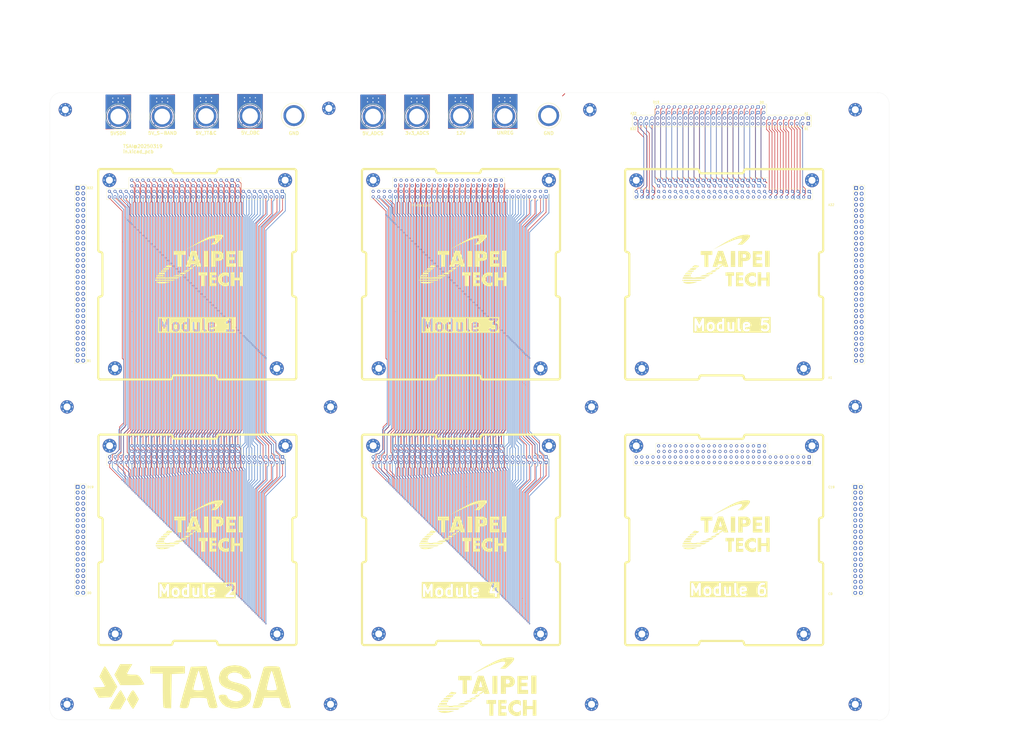
<source format=kicad_pcb>
(kicad_pcb (version 20241229) (generator "pcbnew") (generator_version "9.0")
  (title_block (title "VST104-Foxtrot-PC104_16bit_64-40connectors_20250210") (date "2020-08-20") (rev "v1.0") (company "VisionSpace Technologies") (comment 1 "4 slot flat-sat board with power management"))
  (layers (0 "F.Cu" signal) (4 "In1.Cu" power) (6 "In2.Cu" power) (2 "B.Cu" signal) (13 "F.Paste" user) (15 "B.Paste" user) (5 "F.SilkS" user "F.Silkscreen") (7 "B.SilkS" user "B.Silkscreen") (1 "F.Mask" user) (3 "B.Mask" user) (25 "Edge.Cuts" user))
  (property "FILENAME" "VST104-Foxtrot-PC104_16bit_64-40connectors_20250225")
  (net 0 "")
  (net 1 "GND")
  (net 2 "/SUP_5V")
  (net 3 "/SUP_3V3")
  (net 13 "/A1")
  (net 14 "/A9")
  (net 15 "/A8")
  (net 16 "/A7")
  (net 17 "/A6")
  (net 18 "/A5")
  (net 19 "/A4")
  (net 20 "/A3")
  (net 21 "/A2")
  (net 22 "/A32")
  (net 23 "/A31")
  (net 24 "/A30")
  (net 25 "/A29")
  (net 26 "/A28")
  (net 27 "/A27")
  (net 28 "/A26")
  (net 29 "/A25")
  (net 30 "/A24")
  (net 31 "/A23")
  (net 32 "/A22")
  (net 33 "/A21")
  (net 34 "/A20")
  (net 35 "/A19")
  (net 36 "/A18")
  (net 37 "/A17")
  (net 38 "/A16")
  (net 39 "/A15")
  (net 40 "/A14")
  (net 41 "/A13")
  (net 42 "/A12")
  (net 43 "/A11")
  (net 44 "/A10")
  (net 45 "/D19")
  (net 46 "/D18")
  (net 47 "/D17")
  (net 48 "/D16")
  (net 49 "/D15")
  (net 50 "/D14")
  (net 51 "/D13")
  (net 52 "/D12")
  (net 53 "/D11")
  (net 54 "/D10")
  (net 55 "/D9")
  (net 56 "/D8")
  (net 57 "/D7")
  (net 58 "/D6")
  (net 59 "/D5")
  (net 60 "/D4")
  (net 61 "/D3")
  (net 62 "/D2")
  (net 63 "/D1")
  (net 64 "/D0")
  (net 65 "/C19")
  (net 66 "/C18")
  (net 67 "/C17")
  (net 68 "/C16")
  (net 69 "/C15")
  (net 70 "/C14")
  (net 71 "/C13")
  (net 72 "/C12")
  (net 73 "/C11")
  (net 74 "/C10")
  (net 75 "/C9")
  (net 76 "/C8")
  (net 77 "/C7")
  (net 78 "/C6")
  (net 79 "/C5")
  (net 80 "/C4")
  (net 81 "/C3")
  (net 82 "/C2")
  (net 83 "/C1")
  (net 84 "/C0")
  (net 85 "/B32")
  (net 86 "/B31")
  (net 87 "/B30")
  (net 88 "/B29")
  (net 89 "/B28")
  (net 90 "/B27")
  (net 91 "/B26")
  (net 92 "/B25")
  (net 93 "/B24")
  (net 94 "/B23")
  (net 95 "/B22")
  (net 96 "/B21")
  (net 97 "/B20")
  (net 98 "/B19")
  (net 99 "/B18")
  (net 100 "/B17")
  (net 101 "/B16")
  (net 102 "/B15")
  (net 103 "/B14")
  (net 104 "/B13")
  (net 105 "/B12")
  (net 106 "/B11")
  (net 107 "/B10")
  (net 108 "/B9")
  (net 109 "/B8")
  (net 110 "/B7")
  (net 111 "/B6")
  (net 112 "/B5")
  (net 113 "/B4")
  (net 114 "/B3")
  (net 115 "/B2")
  (net 116 "/B1")
  (net 117 "/5VSDR")
  (net 118 "/5V_ADCS")
  (net 119 "/3V3_ADCS")
  (net 120 "/5V_OBC")
  (net 121 "/12V")
  (net 122 "/5V_TT&C(UHF)")
  (net 123 "/5V_S-BAND")
  (footprint "VST104_footprints:MountingHole_3.2mm_M3_Pad_Via" (layer "F.Cu") (at 269.5194 338.6836)
    (property "Reference" "H15" (hide yes))
    (property "Value" "MountingHole_Pad" (hide yes))
  )
  (footprint "VST104_footprints:MountingHole_3.2mm_M3_Pad_Via" (layer "F.Cu") (at 150.6708 338.6712)
    (property "Reference" "H14" (hide yes))
    (property "Value" "MountingHole_Pad" (hide yes))
  )
  (footprint "VST104_footprints:MountingHole_3.2mm_M3_Pad_Via" (layer "F.Cu") (at 30.7086 338.6836)
    (property "Reference" "H13" (hide yes))
    (property "Value" "MountingHole_Pad" (hide yes))
  )
  (footprint "VST104_footprints:MountingHole_3.2mm_M3_Pad_Via" (layer "F.Cu") (at 30.7086 203.174 -90)
    (property "Reference" "H12" (hide yes))
    (property "Value" "MountingHole_Pad" (hide yes))
  )
  (footprint "VST104_footprints:MountingHole_3.2mm_M3_Pad_Via" (layer "F.Cu") (at 150.6708 203.174 -90)
    (property "Reference" "H11" (hide yes))
    (property "Value" "MountingHole_Pad" (hide yes))
  )
  (footprint "VST104_footprints:MountingHole_3.2mm_M3_Pad_Via" (layer "F.Cu") (at 269.5194 203.174 -90)
    (property "Reference" "H10" (hide yes))
    (property "Value" "MountingHole_Pad" (hide yes))
  )
  (footprint "VST104_footprints:MountingHole_3.2mm_M3_Pad_Via" (layer "F.Cu") (at 389.6 203)
    (property "Reference" "H15" (hide yes))
    (property "Value" "MountingHole_Pad" (hide yes))
  )
  (footprint "VST104_footprints:MountingHole_3.2mm_M3_Pad_Via" (layer "F.Cu") (at 389.6 67.7672 -90)
    (property "Reference" "H7" (hide yes))
    (property "Value" "MountingHole_Pad" (hide yes))
  )
  (footprint "VST104_footprints:KSE_PN6095" (layer "F.Cu") (at 210.006999 70.6692)
    (property "Reference" "TP10" (hide yes))
    (property "Value" "TestPoint_Alt")
  )
  (footprint "VST104_footprints:MountingHole_3.2mm_M3_Pad_Via" (layer "F.Cu") (at 389.6 338.697056)
    (property "Reference" "H15" (hide yes))
    (property "Value" "MountingHole_Pad" (hide yes))
  )
  (footprint "VST104_footprints:KSE_PN6095" (layer "F.Cu") (at 133.999001 70.455999)
    (property "Reference" "TP12" (hide yes))
    (property "Value" "TestPoint_Alt")
  )
  (footprint "VST104_footprints:CubeSat_PC104_16bit_footprint" (layer "F.Cu") (at 135.1788 215.7984 180)
    (property "Reference" "J12" (hide yes))
    (property "Value" "~" (hide yes))
  )
  (footprint "VST104_footprints:KSE_PN6095" (layer "F.Cu") (at 250 70.455999)
    (property "Reference" "TP12" (hide yes))
    (property "Value" "TestPoint_Alt")
  )
  (footprint "VST104_footprints:MountingHole_3.2mm_M3_Pad_Via" (layer "F.Cu") (at 29.9212 67.7672 -90)
    (property "Reference" "H9" (hide yes))
    (property "Value" "MountingHole_Pad" (hide yes))
  )
  (footprint "VST104_logos:NTUT_logo_40mm" (layer "F.Cu") (at 226.949 331.8256)
    (property "Reference" "G***" (hide yes))
    (property "Value" "LOGO" (hide yes))
  )
  (footprint "VST104_footprints:CubeSat_PC104_16bit_footprint" (layer "F.Cu") (at 374.97 215.8456 180)
    (property "Reference" "J11" (hide yes))
    (property "Value" "~" (hide yes))
  )
  (footprint "VST104_footprints:KSE_PN6095" (layer "F.Cu") (at 114.02 70.6692)
    (property "Reference" "TP11" (hide yes))
    (property "Value" "TestPoint_Alt")
  )
  (footprint "VST104_footprints:KSE_PN6095" (layer "F.Cu") (at 170.032399 70.871)
    (property "Reference" "TP10" (hide yes))
    (property "Value" "TestPoint_Alt")
  )
  (footprint "Connector_PinHeader_2.54mm:PinHeader_2x20_P2.54mm_Vertical" (layer "F.Cu") (at 389.5874 239.6606)
    (property "Reference" "J20" (hide yes))
    (property "Value" "Conn_02x26_Odd_Even" (hide yes))
  )
  (footprint "VST104_footprints:CubeSat_PC104_16bit_footprint" (layer "F.Cu") (at 255.1684 215.7984 180)
    (property "Reference" "J11" (hide yes))
    (property "Value" "~" (hide yes))
  )
  (footprint "VST104_footprints:CubeSat_PC104_16bit_footprint" (layer "F.Cu") (at 374.97 94.84 180)
    (property "Reference" "J9" (hide yes))
    (property "Value" "~" (hide yes))
  )
  (footprint "Connector_PinHeader_2.54mm:PinHeader_2x32_P2.54mm_Vertical" (layer "F.Cu") (at 389.96 103.46)
    (property "Reference" "J19" (hide yes))
    (property "Value" "Conn_02x26_Odd_Even" (hide yes))
  )
  (footprint "VST104_footprints:MountingHole_3.2mm_M3_Pad_Via" (layer "F.Cu") (at 149.8834 67.145343 -90)
    (property "Reference" "H8" (hide yes))
    (property "Value" "MountingHole_Pad" (hide yes))
  )
  (footprint "VST104_footprints:CubeSat_PC104_16bit_footprint" (layer "F.Cu") (at 255.1684 94.7928 180)
    (property "Reference" "J9" (hide yes))
    (property "Value" "~" (hide yes))
  )
  (footprint "VST104_logos:TASA_LOGO_90mm" (layer "F.Cu") (at 87.249 330.903284)
    (property "Reference" "REF**" (hide yes))
    (property "Value" "TASA_LOGO_90mm" (hide yes))
  )
  (footprint "Connector_PinHeader_2.54mm:PinHeader_2x20_P2.54mm_Vertical" (layer "F.Cu") (at 35.5346 239.6236)
    (property "Reference" "J18" (hide yes))
    (property "Value" "Conn_02x26_Odd_Even" (hide yes))
  )
  (footprint "VST104_footprints:MountingHole_3.2mm_M3_Pad_Via" (layer "F.Cu") (at 268.732 67.7672 -90)
    (property "Reference" "H7" (hide yes))
    (property "Value" "MountingHole_Pad" (hide yes))
  )
  (footprint "VST104_footprints:KSE_PN6095" (layer "F.Cu") (at 54.0314 70.871)
    (property "Reference" "TP10" (hide yes))
    (property "Value" "TestPoint_Alt")
  )
  (footprint "VST104_footprints:KSE_PN6095" (layer "F.Cu") (at 190.032399 70.871)
    (property "Reference" "TP10" (hide yes))
    (property "Value" "TestPoint_Alt")
  )
  (footprint "Connector_PinHeader_2.54mm:PinHeader_2x32_P2.54mm_Vertical" (layer "F.Cu") (at 35.5346 103.3578)
    (property "Reference" "J17" (hide yes))
    (property "Value" "Conn_02x26_Odd_Even" (hide yes))
  )
  (footprint "VST104_footprints:KSE_PN6095" (layer "F.Cu") (at 94.006 70.6692)
    (property "Reference" "TP10" (hide yes))
    (property "Value" "TestPoint_Alt")
  )
  (footprint "Basic:PC104_16bit_Connector" (layer "F.Cu") (at 347.8846 69.043 180)
    (property "Reference" "J13" (hide yes))
    (property "Value" "~" (hide yes))
  )
  (footprint "VST104_footprints:KSE_PN6095" (layer "F.Cu") (at 230.020999 70.6692)
    (property "Reference" "TP11" (hide yes))
    (property "Value" "TestPoint_Alt")
  )
  (footprint "VST104_footprints:CubeSat_PC104_16bit_footprint" (layer "F.Cu") (at 135.08 94.7928 180)
    (property "Reference" "J10" (hide yes))
    (property "Value" "~" (hide yes))
  )
  (footprint "VST104_footprints:KSE_PN6095" (layer "F.Cu") (at 74.0314 70.871)
    (property "Reference" "TP10" (hide yes))
    (property "Value" "TestPoint_Alt")
  )
  (gr_line (start 22.893 340.7448) (end 22.893 65) (stroke (width 0.05)) (layer "Edge.Cuts"))
  (gr_line (start 400 345.7448) (end 27.893 345.7448) (stroke (width 0.05)) (layer "Edge.Cuts"))
  (gr_line (start 405 65.29378) (end 405 341.3724) (stroke (width 0.05)) (layer "Edge.Cuts"))
  (gr_arc (start 22.893 65) (mid 24.357466 61.464466) (end 27.893 60) (stroke (width 0.05)) (layer "Edge.Cuts"))
  (gr_arc (start 399.70622 59.928565) (mid 403.499994 61.500006) (end 405.071435 65.29378) (stroke (width 0.05)) (layer "Edge.Cuts"))
  (gr_arc (start 405 341) (mid 403.535534 344.535534) (end 400 346) (stroke (width 0.05)) (layer "Edge.Cuts"))
  (gr_arc (start 27.893 345.7448) (mid 24.357466 344.280334) (end 22.893 340.7448) (stroke (width 0.05)) (layer "Edge.Cuts"))
  (gr_line (start 399.964466 60) (end 27.893 60) (stroke (width 0.05)) (layer "Edge.Cuts"))
  (gr_text "D19" (at 297.3132 64.9028 0) (layer "F.SilkS") (effects (font (size 1 1) (thickness 0.2) (bold yes)) (justify left bottom)))
  (gr_text "B32" (at 39.5986 104.0218 0) (layer "F.SilkS") (effects (font (size 1 1) (thickness 0.2) (bold yes)) (justify left bottom)))
  (gr_text "UNREG\n" (at 230.195157 78.2968 0) (layer "F.SilkS") (effects (font (size 1.5 1.5) (thickness 0.3))))
  (gr_text "5V_TT&C" (at 94.011 78.3984 0) (layer "F.SilkS") (effects (font (size 1.5 1.5) (thickness 0.3))))
  (gr_text "12V\n" (at 210.011999 78.3984 0) (layer "F.SilkS") (effects (font (size 1.5 1.5) (thickness 0.3))))
  (gr_text "Module 4\n" (at 191.408354 289.9918 0) (layer "F.SilkS" knockout) (effects (font (size 5.08 5.08) (thickness 1.016) (bold yes)) (justify left bottom)))
  (gr_text "B1" (at 39.5986 182.7618 0) (layer "F.SilkS") (effects (font (size 1 1) (thickness 0.2) (bold yes)) (justify left bottom)))
  (gr_text "A32" (at 287.077 70.0336 0) (layer "F.SilkS") (effects (font (size 1 1) (thickness 0.2) (bold yes)) (justify left bottom)))
  (gr_text "${FILENAME}" (at 187.458398 111.887 0) (layer "F.SilkS") (effects (font (size 1 1)) (justify left bottom)))
  (gr_text "D0" (at 345.92101 64.979 0) (layer "F.SilkS") (effects (font (size 1 1) (thickness 0.2) (bold yes)) (justify left bottom)))
  (gr_text "5V_S-BAND\n" (at 74.155758 78.4336 0) (layer "F.SilkS") (effects (font (size 1.5 1.5) (thickness 0.3))))
  (gr_text "Module 2\n" (at 71.3994 289.9918 0) (layer "F.SilkS" knockout) (effects (font (size 5.08 5.08) (thickness 1.016) (bold yes)) (justify left bottom)))
  (gr_text "C0" (at 377.1544 288.9722 0) (layer "F.SilkS") (effects (font (size 1 1) (thickness 0.2) (bold yes)) (justify left bottom)))
  (gr_text "B32" (at 286.95 77.0948 0) (layer "F.SilkS") (effects (font (size 1 1) (thickness 0.2) (bold yes)) (justify left bottom)))
  (gr_text "GND\n" (at 250 78.5 0) (layer "F.SilkS") (effects (font (size 1.5 1.5) (thickness 0.3))))
  (gr_text "Module 1\n" (at 71.418754 169.0624 0) (layer "F.SilkS" knockout) (effects (font (size 5.08 5.08) (thickness 1.016) (bold yes)) (justify left bottom)))
  (gr_text "5VSDR\n" (at 53.9866 78.5352 0) (layer "F.SilkS") (effects (font (size 1.5 1.5) (thickness 0.3))))
  (gr_text "D0" (at 39.7256 288.5476 0) (layer "F.SilkS") (effects (font (size 1 1) (thickness 0.2) (bold yes)) (justify left bottom)))
  (gr_text "D19" (at 39.7256 240.2876 0) (layer "F.SilkS") (effects (font (size 1 1) (thickness 0.2) (bold yes)) (justify left bottom)))
  (gr_text "5V_ADCS" (at 169.987599 78.5352 0) (layer "F.SilkS") (effects (font (size 1.5 1.5) (thickness 0.3))))
  (gr_text "GND\n" (at 133.999001 78.5 0) (layer "F.SilkS") (effects (font (size 1.5 1.5) (thickness 0.3))))
  (gr_text "A1" (at 366.312438 70.0336 0) (layer "F.SilkS") (effects (font (size 1 1) (thickness 0.2) (bold yes)) (justify left bottom)))
  (gr_text "Module 3\n" (at 191.408354 169.0624 0) (layer "F.SilkS" knockout) (effects (font (size 5.08 5.08) (thickness 1.016) (bold yes)) (justify left bottom)))
  (gr_text "A1" (at 377.1544 190.4492 0) (layer "F.SilkS") (effects (font (size 1 1) (thickness 0.2) (bold yes)) (justify left bottom)))
  (gr_text "5V_OBC\n" (at 114.194158 78.2968 0) (layer "F.SilkS") (effects (font (size 1.5 1.5) (thickness 0.3))))
  (gr_text "Module 5\n" (at 315 169 0) (layer "F.SilkS" knockout) (effects (font (size 5.08 5.08) (thickness 1.016) (bold yes)) (justify left bottom)))
  (gr_text "Module 6\n" (at 313.5 289.5 0) (layer "F.SilkS" knockout) (effects (font (size 5.08 5.08) (thickness 1.016) (bold yes)) (justify left bottom)))
  (gr_text "B1" (at 366.24101 77.0948 0) (layer "F.SilkS") (effects (font (size 1 1) (thickness 0.2) (bold yes)) (justify left bottom)))
  (gr_text "A32" (at 377.1544 111.7092 0) (layer "F.SilkS") (effects (font (size 1 1) (thickness 0.2) (bold yes)) (justify left bottom)))
  (gr_text "C19" (at 377.1544 240.3246 0) (layer "F.SilkS") (effects (font (size 1 1) (thickness 0.2) (bold yes)) (justify left bottom)))
  (gr_text "TSAI@20250319\n${FILENAME}\n" (at 56.0324 85.6488 0) (layer "F.SilkS") (effects (font (size 1.5 1.5) (thickness 0.3)) (justify left)))
  (gr_text "3v3_ADCS" (at 190.156757 78.4336 0) (layer "F.SilkS") (effects (font (size 1.5 1.5) (thickness 0.3))))
  (segment (start 257.327005 60.4571) (end 256.283004 61.501101) (width 0.323) (layer "F.Cu") (net 1))
  (segment (start 131.96999 67.91001) (end 133.464001 66.415999) (width 0.323) (layer "F.Cu") (net 1))
  (segment (start 136.004001 66.415999) (end 134.50999 67.91001) (width 0.323) (layer "F.Cu") (net 1))
  (segment (start 247.970989 67.91001) (end 249.465 66.415999) (width 0.323) (layer "F.Cu") (net 1))
  (segment (start 252.005 66.415999) (end 250.510989 67.91001) (width 0.323) (layer "F.Cu") (net 1))
  (segment (start 254.545 68.955999) (end 253.500999 70) (width 0.323) (layer "F.Cu") (net 1))
  (segment (start 250.510989 67.91001) (end 252.005 66.415999) (width 0.323) (layer "F.Cu") (net 1))
  (segment (start 134.50999 67.91001) (end 136.004001 66.415999) (width 0.323) (layer "F.Cu") (net 1))
  (segment (start 138.544001 68.955999) (end 137.5 70) (width 0.323) (layer "F.Cu") (net 1))
  (segment (start 252.005 68.955999) (end 250.960999 70) (width 0.323) (layer "F.Cu") (net 1))
  (segment (start 249.465 66.415999) (end 247.970989 67.91001) (width 0.323) (layer "F.Cu") (net 1))
  (segment (start 136.004001 68.955999) (end 134.96 70) (width 0.323) (layer "F.Cu") (net 1))
  (segment (start 133.464001 66.415999) (end 131.96999 67.91001) (width 0.323) (layer "F.Cu") (net 1))
  (via (at 93.9854 64) (size 0.8128) (drill 0.508) (layers "F.Cu" "B.Cu") (net 2))
  (via (at 207.471799 62.2982) (size 0.8128) (drill 0.508) (layers "F.Cu" "B.Cu") (net 2))
  (via (at 76.5254 64.2018) (size 0.8128) (drill 0.508) (layers "F.Cu" "B.Cu") (net 2))
  (via (at 56.5 62.5) (size 0.8128) (drill 0.508) (layers "F.Cu" "B.Cu") (net 2))
  (via (at 51.5216 64.2018) (size 0.8128) (drill 0.508) (layers "F.Cu" "B.Cu") (net 2))
  (via (at 93.96 62.2982) (size 0.8128) (drill 0.508) (layers "F.Cu" "B.Cu") (net 2))
  (via (at 190.011799 64.2018) (size 0.8128) (drill 0.508) (layers "F.Cu" "B.Cu") (net 2))
  (via (at 172.500999 62.5) (size 0.8128) (drill 0.508) (layers "F.Cu" "B.Cu") (net 2))
  (via (at 187.497199 62.5) (size 0.8128) (drill 0.508) (layers "F.Cu" "B.Cu") (net 2))
  (via (at 76.5 62.5) (size 0.8128) (drill 0.508) (layers "F.Cu" "B.Cu") (net 2))
  (via (at 71.5216 64.2018) (size 0.8128) (drill 0.508) (layers "F.Cu" "B.Cu") (net 2))
  (via (at 74.0108 64.2018) (size 0.8128) (drill 0.508) (layers "F.Cu" "B.Cu") (net 2))
  (via (at 71.4962 62.5) (size 0.8128) (drill 0.508) (layers "F.Cu" "B.Cu") (net 2))
  (via (at 209.986399 64) (size 0.8128) (drill 0.508) (layers "F.Cu" "B.Cu") (net 2))
  (via (at 53.9854 62.5) (size 0.8128) (drill 0.508) (layers "F.Cu" "B.Cu") (net 2))
  (via (at 91.4708 62.2982) (size 0.8128) (drill 0.508) (layers "F.Cu" "B.Cu") (net 2))
  (via (at 192.526399 64.2018) (size 0.8128) (drill 0.508) (layers "F.Cu" "B.Cu") (net 2))
  (via (at 172.526399 64.2018) (size 0.8128) (drill 0.508) (layers "F.Cu" "B.Cu") (net 2))
  (via (at 91.4962 64) (size 0.8128) (drill 0.508) (layers "F.Cu" "B.Cu") (net 2))
  (via (at 96.4746 62.2982) (size 0.8128) (drill 0.508) (layers "F.Cu" "B.Cu") (net 2))
  (via (at 170.011799 64.2018) (size 0.8128) (drill 0.508) (layers "F.Cu" "B.Cu") (net 2))
  (via (at 187.522599 64.2018) (size 0.8128) (drill 0.508) (layers "F.Cu" "B.Cu") (net 2))
  (via (at 167.497199 62.5) (size 0.8128) (drill 0.508) (layers "F.Cu" "B.Cu") (net 2))
  (via (at 209.960999 62.2982) (size 0.8128) (drill 0.508) (layers "F.Cu" "B.Cu") (net 2))
  (via (at 169.986399 62.5) (size 0.8128) (drill 0.508) (layers "F.Cu" "B.Cu") (net 2))
  (via (at 192.500999 62.5) (size 0.8128) (drill 0.508) (layers "F.Cu" "B.Cu") (net 2))
  (via (at 73.9854 62.5) (size 0.8128) (drill 0.508) (layers "F.Cu" "B.Cu") (net 2))
  (via (at 212.500999 64) (size 0.8128) (drill 0.508) (layers "F.Cu" "B.Cu") (net 2))
  (via (at 212.475599 62.2982) (size 0.8128) (drill 0.508) (layers "F.Cu" "B.Cu") (net 2))
  (via (at 207.497199 64) (size 0.8128) (drill 0.508) (layers "F.Cu" "B.Cu") (net 2))
  (via (at 96.5 64) (size 0.8128) (drill 0.508) (layers "F.Cu" "B.Cu") (net 2))
  (via (at 51.4962 62.5) (size 0.8128) (drill 0.508) (layers "F.Cu" "B.Cu") (net 2))
  (via (at 189.986399 62.5) (size 0.8128) (drill 0.508) (layers "F.Cu" "B.Cu") (net 2))
  (via (at 56.5254 64.2018) (size 0.8128) (drill 0.508) (layers "F.Cu" "B.Cu") (net 2))
  (via (at 54.0108 64.2018) (size 0.8128) (drill 0.508) (layers "F.Cu" "B.Cu") (net 2))
  (via (at 167.522599 64.2018) (size 0.8128) (drill 0.508) (layers "F.Cu" "B.Cu") (net 2))
  (via (at 116.4638 62.2982) (size 0.8) (drill 0.5) (layers "F.Cu" "B.Cu") (net 3))
  (via (at 227.486399 62.2982) (size 0.8) (drill 0.5) (layers "F.Cu" "B.Cu") (net 3))
  (via (at 113.9746 62.2982) (size 0.8) (drill 0.5) (layers "F.Cu" "B.Cu") (net 3))
  (via (at 114 64) (size 0.8) (drill 0.5) (layers "F.Cu" "B.Cu") (net 3))
  (via (at 232.490199 64) (size 0.8) (drill 0.5) (layers "F.Cu" "B.Cu") (net 3))
  (via (at 227.511799 64) (size 0.8) (drill 0.5) (layers "F.Cu" "B.Cu") (net 3))
  (via (at 229.975599 62.2982) (size 0.8) (drill 0.5) (layers "F.Cu" "B.Cu") (net 3))
  (via (at 230.000999 64) (size 0.8) (drill 0.5) (layers "F.Cu" "B.Cu") (net 3))
  (via (at 111.4854 62.2982) (size 0.8) (drill 0.5) (layers "F.Cu" "B.Cu") (net 3))
  (via (at 116.4892 64) (size 0.8) (drill 0.5) (layers "F.Cu" "B.Cu") (net 3))
  (via (at 232.464799 62.2982) (size 0.8) (drill 0.5) (layers "F.Cu" "B.Cu") (net 3))
  (via (at 111.5108 64) (size 0.8) (drill 0.5) (layers "F.Cu" "B.Cu") (net 3))
  (via (at 121.2596 301.9552) (size 0.6) (drill 0.3) (layers "F.Cu" "B.Cu") (net 13))
  (via (at 241.3 180.9496) (size 0.6) (drill 0.3) (layers "F.Cu" "B.Cu") (net 13))
  (via (at 241.2746 301.9552) (size 0.6) (drill 0.3) (layers "F.Cu" "B.Cu") (net 13))
  (via (at 121.285 180.9496) (size 0.6) (drill 0.3) (layers "F.Cu" "B.Cu") (net 13))
  (segment (start 130.0988 234.8738) (end 121.2596 243.713) (width 0.254) (layer "B.Cu") (net 13))
  (segment (start 241.2746 243.713) (end 241.2746 301.9552) (width 0.254) (layer "B.Cu") (net 13))
  (segment (start 128.8288 225.9584) (end 130.0988 227.2284) (width 0.254) (layer "B.Cu") (net 13))
  (segment (start 241.3 123.571) (end 241.3 214.2744) (width 0.254) (layer "B.Cu") (net 13))
  (segment (start 368.23 104.73) (end 369.5 106) (width 0.254) (layer "B.Cu") (net 13))
  (segment (start 250.1138 106.2228) (end 250.1138 114.7572) (width 0.254) (layer "B.Cu") (net 13))
  (segment (start 121.2596 243.713) (end 121.2596 301.9552) (width 0.254) (layer "B.Cu") (net 13))
  (segment (start 245.8212 218.7956) (end 245.8212 222.9358) (width 0.254) (layer "B.Cu") (net 13))
  (segment (start 128.8288 104.9528) (end 130.0988 106.2228) (width 0.254) (layer "B.Cu") (net 13))
  (segment (start 125.8062 222.9358) (end 128.8288 225.9584) (width 0.254) (layer "B.Cu") (net 13))
  (segment (start 368.23 104.73) (end 369.5 106) (width 0.254) (layer "B.Cu") (net 13))
  (segment (start 130.0988 106.2228) (end 130.0988 113.8682) (width 0.254) (layer "B.Cu") (net 13))
  (segment (start 121.285 181.5846) (end 121.285 214.2744) (width 0.254) (layer "B.Cu") (net 13))
  (segment (start 250.1138 234.8738) (end 241.2746 243.713) (width 0.254) (layer "B.Cu") (net 13))
  (segment (start 121.285 214.2744) (end 125.8062 218.7956) (width 0.254) (layer "B.Cu") (net 13))
  (segment (start 130.0988 113.8682) (end 121.285 122.682) (width 0.254) (layer "B.Cu") (net 13))
  (segment (start 250.1138 114.7572) (end 241.3 123.571) (width 0.254) (layer "B.Cu") (net 13))
  (segment (start 250.1138 227.2284) (end 250.1138 234.8738) (width 0.254) (layer "B.Cu") (net 13))
  (segment (start 121.285 122.682) (end 121.285 181.5846) (width 0.254) (layer "B.Cu") (net 13))
  (segment (start 125.8062 218.7956) (end 125.8062 222.9358) (width 0.254) (layer "B.Cu") (net 13))
  (segment (start 245.8212 222.9358) (end 250.1138 227.2284) (width 0.254) (layer "B.Cu") (net 13))
  (segment (start 130.0988 227.2284) (end 130.0988 234.8738) (width 0.254) (layer "B.Cu") (net 13))
  (segment (start 241.3 214.2744) (end 245.8212 218.7956) (width 0.254) (layer "B.Cu") (net 13))
  (via (at 111.125 170.7896) (size 0.6) (drill 0.3) (layers "F.Cu" "B.Cu") (net 14))
  (via (at 231.1146 291.7952) (size 0.6) (drill 0.3) (layers "F.Cu" "B.Cu") (net 14))
  (via (at 111.0996 291.7952) (size 0.6) (drill 0.3) (layers "F.Cu" "B.Cu") (net 14))
  (via (at 231.14 170.7896) (size 0.6) (drill 0.3) (layers "F.Cu" "B.Cu") (net 14))
  (segment (start 111.0996 232.2068) (end 111.0996 291.7952) (width 0.254) (layer "B.Cu") (net 14))
  (segment (start 229.5652 216.4588) (end 229.5652 224.917) (width 0.254) (layer "B.Cu") (net 14))
  (segment (start 229.5652 230.6574) (end 231.1146 232.2068) (width 0.254) (layer "B.Cu") (net 14))
  (segment (start 229.5652 227.9396) (end 229.5652 230.6574) (width 0.254) (layer "B.Cu") (net 14))
  (segment (start 347.91 104.73) (end 349.3832 106.2032) (width 0.254) (layer "B.Cu") (net 14))
  (segment (start 229.997 106.426) (end 229.997 115.443) (width 0.254) (layer "B.Cu") (net 14))
  (segment (start 231.14 171.4246) (end 231.14 214.884) (width 0.254) (layer "B.Cu") (net 14))
  (segment (start 109.5502 216.4588) (end 109.5502 224.917) (width 0.254) (layer "B.Cu") (net 14))
  (segment (start 229.5652 224.917) (end 228.5238 225.9584) (width 0.254) (layer "B.Cu") (net 14))
  (segment (start 109.5502 227.9396) (end 109.5502 230.6574) (width 0.254) (layer "B.Cu") (net 14))
  (segment (start 109.982 115.443) (end 111.125 116.586) (width 0.254) (layer "B.Cu") (net 14))
  (segment (start 109.5502 230.6574) (end 111.0996 232.2068) (width 0.254) (layer "B.Cu") (net 14))
  (segment (start 108.5088 104.9528) (end 109.982 106.426) (width 0.254) (layer "B.Cu") (net 14))
  (segment (start 111.125 171.4246) (end 111.125 214.884) (width 0.254) (layer "B.Cu") (net 14))
  (segment (start 111.125 214.884) (end 109.5502 216.4588) (width 0.254) (layer "B.Cu") (net 14))
  (segment (start 109.982 106.426) (end 109.982 115.443) (width 0.254) (layer "B.Cu") (net 14))
  (segment (start 231.14 116.586) (end 231.14 171.4246) (width 0.254) (layer "B.Cu") (net 14))
  (segment (start 108.5088 225.9584) (end 108.5088 226.8982) (width 0.254) (layer "B.Cu") (net 14))
  (segment (start 228.5238 226.8982) (end 229.5652 227.9396) (width 0.254) (layer "B.Cu") (net 14))
  (segment (start 111.125 116.586) (end 111.125 171.4246) (width 0.254) (layer "B.Cu") (net 14))
  (segment (start 231.1146 232.2068) (end 231.1146 291.7952) (width 0.254) (layer "B.Cu") (net 14))
  (segment (start 231.14 214.884) (end 229.5652 216.4588) (width 0.254) (layer "B.Cu") (net 14))
  (segment (start 108.5088 226.8982) (end 109.5502 227.9396) (width 0.254) (layer "B.Cu") (net 14))
  (segment (start 109.5502 224.917) (end 108.5088 225.9584) (width 0.254) (layer "B.Cu") (net 14))
  (segment (start 228.5238 225.9584) (end 228.5238 226.8982) (width 0.254) (layer "B.Cu") (net 14))
  (segment (start 229.997 115.443) (end 231.14 116.586) (width 0.254) (layer "B.Cu") (net 14))
  (segment (start 350.3992 77.933) (end 349.18 76.7138) (width 0.254) (layer "F.Cu") (net 15))
  (segment (start 349.18 72.8276) (end 350.4246 71.583) (width 0.254) (layer "F.Cu") (net 15))
  (segment (start 349.18 76.7138) (end 349.18 72.8276) (width 0.254) (layer "F.Cu") (net 15))
  (segment (start 350.4246 104.73) (end 350.4246 77.9584) (width 0.254) (layer "F.Cu") (net 15))
  (segment (start 350.4246 77.9584) (end 350.3992 77.933) (width 0.254) (layer "F.Cu") (net 15))
  (via (at 112.3696 293.0652) (size 0.6) (drill 0.3) (layers "F.Cu" "B.Cu") (net 15))
  (via (at 232.41 172.0596) (size 0.6) (drill 0.3) (layers "F.Cu" "B.Cu") (net 15))
  (via (at 112.395 172.0596) (size 0.6) (drill 0.3) (layers "F.Cu" "B.Cu") (net 15))
  (via (at 232.3846 293.0652) (size 0.6) (drill 0.3) (layers "F.Cu" "B.Cu") (net 15))
  (segment (start 232.41 106.299) (end 232.41 172.6946) (width 0.254) (layer "B.Cu") (net 15))
  (segment (start 231.0638 225.9584) (end 231.0638 226.8474) (width 0.254) (layer "B.Cu") (net 15))
  (segment (start 231.0638 226.8474) (end 232.3846 228.1682) (width 0.254) (layer "B.Cu") (net 15))
  (segment (start 350.45 104.73) (end 351.7962 106.0762) (width 0.254) (layer "B.Cu") (net 15))
  (segment (start 112.395 172.6946) (end 112.395 220.3704) (width 0.254) (layer "B.Cu") (net 15))
  (segment (start 111.0488 221.7166) (end 111.0488 225.9584) (width 0.254) (layer "B.Cu") (net 15))
  (segment (start 112.3696 228.1682) (end 112.3696 293.0652) (width 0.254) (layer "B.Cu") (net 15))
  (segment (start 112.395 106.299) (end 112.395 172.6946) (width 0.254) (layer "B.Cu") (net 15))
  (segment (start 111.0488 104.9528) (end 112.395 106.299) (width 0.254) (layer "B.Cu") (net 15))
  (segment (start 232.3846 228.1682) (end 232.3846 293.0652) (width 0.254) (layer "B.Cu") (net 15))
  (segment (start 111.0488 226.8474) (end 112.3696 228.1682) (width 0.254) (layer "B.Cu") (net 15))
  (segment (start 232.41 172.6946) (end 232.41 220.3704) (width 0.254) (layer "B.Cu") (net 15))
  (segment (start 231.0638 221.7166) (end 231.0638 225.9584) (width 0.254) (layer "B.Cu") (net 15))
  (segment (start 232.41 220.3704) (end 231.0638 221.7166) (width 0.254) (layer "B.Cu") (net 15))
  (segment (start 112.395 220.3704) (end 111.0488 221.7166) (width 0.254) (layer "B.Cu") (net 15))
  (segment (start 111.0488 225.9584) (end 111.0488 226.8474) (width 0.254) (layer "B.Cu") (net 15))
  (segment (start 352.9646 104.73) (end 352.9646 77.933) (width 0.254) (layer "F.Cu") (net 16))
  (segment (start 351.7454 72.8022) (end 352.9646 71.583) (width 0.254) (layer "F.Cu") (net 16))
  (segment (start 351.7454 76.7138) (end 351.7454 72.8022) (width 0.254) (layer "F.Cu") (net 16))
  (segment (start 352.9646 77.933) (end 351.7454 76.7138) (width 0.254) (layer "F.Cu") (net 16))
  (via (at 113.6396 294.3352) (size 0.6) (drill 0.3) (layers "F.Cu" "B.Cu") (net 16))
  (via (at 233.6546 294.3352) (size 0.6) (drill 0.3) (layers "F.Cu" "B.Cu") (net 16))
  (via (at 113.665 173.3296) (size 0.6) (drill 0.3) (layers "F.Cu" "B.Cu") (net 16))
  (via (at 233.68 173.3296) (size 0.6) (drill 0.3) (layers "F.Cu" "B.Cu") (net 16))
  (segment (start 114.8588 228.1174) (end 113.5888 226.8474) (width 0.254) (layer "B.Cu") (net 16))
  (segment (start 233.6038 226.8474) (end 233.6038 225.9584) (width 0.254) (layer "B.Cu") (net 16))
  (segment (start 113.5888 215.5698) (end 113.5888 225.9584) (width 0.254) (layer "B.Cu") (net 16))
  (segment (start 233.68 215.4936) (end 233.6038 215.5698) (width 0.254) (layer "B.Cu") (net 16))
  (segment (start 233.6546 294.3352) (end 233.6546 281.4828) (width 0.254) (layer "B.Cu") (net 16))
  (segment (start 233.6546 281.4828) (end 233.6546 237.617) (width 0.254) (layer "B.Cu") (net 16))
  (segment (start 113.5888 104.9528) (end 114.8588 106.2228) (width 0.254) (layer "B.Cu") (net 16))
  (segment (start 113.6396 294.3352) (end 113.6396 237.617) (width 0.254) (layer "B.Cu") (net 16))
  (segment (start 233.68 173.9646) (end 233.68 215.4936) (width 0.254) (layer "B.Cu") (net 16))
  (segment (start 234.8738 106.2228) (end 234.8738 115.3668) (width 0.254) (layer "B.Cu") (net 16))
  (segment (start 113.665 116.5606) (end 113.665 173.9646) (width 0.254) (layer "B.Cu") (net 16))
  (segment (start 114.8588 236.3978) (end 114.8588 228.1174) (width 0.254) (layer "B.Cu") (net 16))
  (segment (start 113.665 173.9646) (end 113.665 215.4936) (width 0.254) (layer "B.Cu") (net 16))
  (segment (start 113.665 215.4936) (end 113.5888 215.5698) (width 0.254) (layer "B.Cu") (net 16))
  (segment (start 233.68 116.5606) (end 233.68 173.9646) (width 0.254) (layer "B.Cu") (net 16))
  (segment (start 233.6038 215.5698) (end 233.6038 225.9584) (width 0.254) (layer "B.Cu") (net 16))
  (segment (start 234.8738 115.3668) (end 233.68 116.5606) (width 0.254) (layer "B.Cu") (net 16))
  (segment (start 234.8738 228.1174) (end 233.6038 226.8474) (width 0.254) (layer "B.Cu") (net 16))
  (segment (start 114.8588 106.2228) (end 114.8588 115.3668) (width 0.254) (layer "B.Cu") (net 16))
  (segment (start 233.6546 237.617) (end 234.8738 236.3978) (width 0.254) (layer "B.Cu") (net 16))
  (segment (start 352.99 104.73) (end 354.26 106) (width 0.254) (layer "B.Cu") (net 16))
  (segment (start 113.6396 237.617) (end 114.8588 236.3978) (width 0.254) (layer "B.Cu") (net 16))
  (segment (start 234.8738 236.3978) (end 234.8738 228.1174) (width 0.254) (layer "B.Cu") (net 16))
  (segment (start 113.5888 226.8474) (end 113.5888 225.9584) (width 0.254) (layer "B.Cu") (net 16))
  (segment (start 114.8588 115.3668) (end 113.665 116.5606) (width 0.254) (layer "B.Cu") (net 16))
  (segment (start 355.5046 104.73) (end 355.5046 78.1362) (width 0.254) (layer "F.Cu") (net 17))
  (segment (start 354.0822 73.0054) (end 355.5046 71.583) (width 0.254) (layer "F.Cu") (net 17))
  (segment (start 354.0822 76.7138) (end 354.0822 73.0054) (width 0.254) (layer "F.Cu") (net 17))
  (segment (start 355.5046 78.1362) (end 354.0822 76.7138) (width 0.254) (layer "F.Cu") (net 17))
  (via (at 114.9096 295.6052) (size 0.6) (drill 0.3) (layers "F.Cu" "B.Cu") (net 17))
  (via (at 114.935 174.5996) (size 0.6) (drill 0.3) (layers "F.Cu" "B.Cu") (net 17))
  (via (at 234.9246 295.6052) (size 0.6) (drill 0.3) (layers "F.Cu" "B.Cu") (net 17))
  (via (at 234.95 174.5996) (size 0.6) (drill 0.3) (layers "F.Cu" "B.Cu") (net 17))
  (segment (start 114.9096 238.8362) (end 117.3734 236.3724) (width 0.254) (layer "B.Cu") (net 17))
  (segment (start 114.9096 295.6052) (end 114.9096 238.8362) (width 0.254) (layer "B.Cu") (net 17))
  (segment (start 237.3884 236.3724) (end 237.3884 228.1428) (width 0.254) (layer "B.Cu") (net 17))
  (segment (start 116.1288 221.3102) (end 116.1288 225.9584) (width 0.254) (layer "B.Cu") (net 17))
  (segment (start 237.3884 106.1974) (end 237.3884 115.3922) (width 0.254) (layer "B.Cu") (net 17))
  (segment (start 234.95 117.8306) (end 234.95 175.2346) (width 0.254) (layer "B.Cu") (net 17))
  (segment (start 236.1438 226.8982) (end 236.1438 225.9584) (width 0.254) (layer "B.Cu") (net 17))
  (segment (start 117.3734 115.3922) (end 114.935 117.8306) (width 0.254) (layer "B.Cu") (net 17))
  (segment (start 234.9246 295.6052) (end 234.9246 238.8362) (width 0.254) (layer "B.Cu") (net 17))
  (segment (start 237.3884 228.1428) (end 236.1438 226.8982) (width 0.254) (layer "B.Cu") (net 17))
  (segment (start 237.3884 115.3922) (end 234.95 117.8306) (width 0.254) (layer "B.Cu") (net 17))
  (segment (start 117.3734 228.1428) (end 116.1288 226.8982) (width 0.254) (layer "B.Cu") (net 17))
  (segment (start 117.3734 236.3724) (end 117.3734 228.1428) (width 0.254) (layer "B.Cu") (net 17))
  (segment (start 234.95 175.2346) (end 234.95 220.1164) (width 0.254) (layer "B.Cu") (net 17))
  (segment (start 114.935 117.8306) (end 114.935 175.2346) (width 0.254) (layer "B.Cu") (net 17))
  (segment (start 234.95 220.1164) (end 236.1438 221.3102) (width 0.254) (layer "B.Cu") (net 17))
  (segment (start 117.3734 106.1974) (end 117.3734 115.3922) (width 0.254) (layer "B.Cu") (net 17))
  (segment (start 116.1288 104.9528) (end 117.3734 106.1974) (width 0.254) (layer "B.Cu") (net 17))
  (segment (start 236.1438 221.3102) (end 236.1438 225.9584) (width 0.254) (layer "B.Cu") (net 17))
  (segment (start 114.935 175.2346) (end 114.935 220.1164) (width 0.254) (layer "B.Cu") (net 17))
  (segment (start 114.935 220.1164) (end 116.1288 221.3102) (width 0.254) (layer "B.Cu") (net 17))
  (segment (start 116.1288 226.8982) (end 116.1288 225.9584) (width 0.254) (layer "B.Cu") (net 17))
  (segment (start 355.53 104.73) (end 356.7746 105.9746) (width 0.254) (layer "B.Cu") (net 17))
  (segment (start 234.9246 238.8362) (end 237.3884 236.3724) (width 0.254) (layer "B.Cu") (net 17))
  (segment (start 358.0446 104.73) (end 358.0446 77.8568) (width 0.254) (layer "F.Cu") (net 18))
  (segment (start 356.9016 76.7138) (end 356.9016 72.726) (width 0.254) (layer "F.Cu") (net 18))
  (segment (start 356.9016 72.726) (end 358.0446 71.583) (width 0.254) (layer "F.Cu") (net 18))
  (segment (start 358.0446 77.8568) (end 356.9016 76.7138) (width 0.254) (layer "F.Cu") (net 18))
  (via (at 236.22 175.8696) (size 0.6) (drill 0.3) (layers "F.Cu" "B.Cu") (net 18))
  (via (at 236.1946 296.8752) (size 0.6) (drill 0.3) (layers "F.Cu" "B.Cu") (net 18))
  (via (at 116.1796 296.8752) (size 0.6) (drill 0.3) (layers "F.Cu" "B.Cu") (net 18))
  (via (at 116.205 175.8696) (size 0.6) (drill 0.3) (layers "F.Cu" "B.Cu") (net 18))
  (segment (start 240.0046 227.2284) (end 240.0046 236.7788) (width 0.254) (layer "B.Cu") (net 18))
  (segment (start 118.6942 220.0656) (end 118.6942 225.933) (width 0.254) (layer "B.Cu") (net 18))
  (segment (start 118.6942 225.933) (end 119.9896 227.2284) (width 0.254) (layer "B.Cu") (net 18))
  (segment (start 119.9642 106.2482) (end 119.9642 115.7986) (width 0.254) (layer "B.Cu") (net 18))
  (segment (start 236.22 176.5046) (end 236.22 217.5764) (width 0.254) (layer "B.Cu") (net 18))
  (segment (start 119.9896 236.7788) (end 116.1796 240.5888) (width 0.254) (layer "B.Cu") (net 18))
  (segment (start 116.205 217.5764) (end 118.6942 220.0656) (width 0.254) (layer "B.Cu") (net 18))
  (segment (start 236.1946 240.5888) (end 236.1946 296.8752) (width 0.254) (layer "B.Cu") (net 18))
  (segment (start 116.1796 240.5888) (end 116.1796 296.8752) (width 0.254) (layer "B.Cu") (net 18))
  (segment (start 236.22 217.5764) (end 238.7092 220.0656) (width 0.254) (layer "B.Cu") (net 18))
  (segment (start 238.7092 225.933) (end 240.0046 227.2284) (width 0.254) (layer "B.Cu") (net 18))
  (segment (start 118.6688 104.9528) (end 119.9642 106.2482) (width 0.254) (layer "B.Cu") (net 18))
  (segment (start 238.7092 220.0656) (end 238.7092 225.933) (width 0.254) (layer "B.Cu") (net 18))
  (segment (start 118.6942 225.933) (end 118.6688 225.9584) (width 0.254) (layer "B.Cu") (net 18))
  (segment (start 239.9792 115.7986) (end 236.22 119.5578) (width 0.254) (layer "B.Cu") (net 18))
  (segment (start 358.07 104.73) (end 359.3654 106.0254) (width 0.254) (layer "B.Cu") (net 18))
  (segment (start 239.9792 106.2482) (end 239.9792 115.7986) (width 0.254) (layer "B.Cu") (net 18))
  (segment (start 116.205 119.5578) (end 116.205 176.5046) (width 0.254) (layer "B.Cu") (net 18))
  (segment (start 119.9896 227.2284) (end 119.9896 236.7788) (width 0.254) (layer "B.Cu") (net 18))
  (segment (start 119.9642 115.7986) (end 116.205 119.5578) (width 0.254) (layer "B.Cu") (net 18))
  (segment (start 238.7092 225.933) (end 238.6838 225.9584) (width 0.254) (layer "B.Cu") (net 18))
  (segment (start 240.0046 236.7788) (end 236.1946 240.5888) (width 0.254) (layer "B.Cu") (net 18))
  (segment (start 236.22 119.5578) (end 236.22 176.5046) (width 0.254) (layer "B.Cu") (net 18))
  (segment (start 116.205 176.5046) (end 116.205 217.5764) (width 0.254) (layer "B.Cu") (net 18))
  (segment (start 359.2638 75.647) (end 359.2638 72.9038) (width 0.254) (layer "F.Cu") (net 19))
  (segment (start 360.5846 76.9678) (end 359.2638 75.647) (width 0.254) (layer "F.Cu") (net 19))
  (segment (start 359.2638 72.9038) (end 360.5846 71.583) (width 0.254) (layer "F.Cu") (net 19))
  (segment (start 360.5846 104.73) (end 360.5846 76.9678) (width 0.254) (layer "F.Cu") (net 19))
  (via (at 237.4646 298.1452) (size 0.6) (drill 0.3) (layers "F.Cu" "B.Cu") (net 19))
  (via (at 117.4496 298.1452) (size 0.6) (drill 0.3) (layers "F.Cu" "B.Cu") (net 19))
  (via (at 237.49 177.1396) (size 0.6) (drill 0.3) (layers "F.Cu" "B.Cu") (net 19))
  (via (at 117.475 177.1396) (size 0.6) (drill 0.3) (layers "F.Cu" "B.Cu") (net 19))
  (segment (start 242.4938 108.839) (end 241.8334 109.4994) (width 0.254) (layer "B.Cu") (net 19))
  (segment (start 361.88 106) (end 361.88 108.6162) (width 0.254) (layer "B.Cu") (net 19))
  (segment (start 237.49 216.8652) (end 241.2238 220.599) (width 0.254) (layer "B.Cu") (net 19))
  (segment (start 121.8184 230.505) (end 121.8184 236.601) (width 0.254) (layer "B.Cu") (net 19))
  (segment (start 241.8334 115.5954) (end 237.49 119.9388) (width 0.254) (layer "B.Cu") (net 19))
  (segment (start 121.2088 104.9528) (end 122.4788 106.2228) (width 0.254) (layer "B.Cu") (net 19))
  (segment (start 241.8334 230.505) (end 241.8334 236.601) (width 0.254) (layer "B.Cu") (net 19))
  (segment (start 117.475 119.9388) (end 117.475 177.7746) (width 0.254) (layer "B.Cu") (net 19))
  (segment (start 117.4496 240.9698) (end 117.4496 298.1452) (width 0.254) (layer "B.Cu") (net 19))
  (segment (start 241.8334 236.601) (end 237.4646 240.9698) (width 0.254) (layer "B.Cu") (net 19))
  (segment (start 241.8334 109.4994) (end 241.8334 115.5954) (width 0.254) (layer "B.Cu") (net 19))
  (segment (start 122.4788 227.2284) (end 122.4788 229.8446) (width 0.254) (layer "B.Cu") (net 19))
  (segment (start 237.4646 240.9698) (end 237.4646 298.1452) (width 0.254) (layer "B.Cu") (net 19))
  (segment (start 121.8184 236.601) (end 117.4496 240.9698) (width 0.254) (layer "B.Cu") (net 19))
  (segment (start 237.49 119.9388) (end 237.49 177.7746) (width 0.254) (layer "B.Cu") (net 19))
  (segment (start 121.8184 115.5954) (end 117.475 119.9388) (width 0.254) (layer "B.Cu") (net 19))
  (segment (start 121.8184 109.4994) (end 121.8184 115.5954) (width 0.254) (layer "B.Cu") (net 19))
  (segment (start 242.4938 229.8446) (end 241.8334 230.505) (width 0.254) (layer "B.Cu") (net 19))
  (segment (start 122.4788 106.2228) (end 122.4788 108.839) (width 0.254) (layer "B.Cu") (net 19))
  (segment (start 360.61 104.73) (end 361.88 106) (width 0.254) (layer "B.Cu") (net 19))
  (segment (start 121.2088 225.9584) (end 122.4788 227.2284) (width 0.254) (layer "B.Cu") (net 19))
  (segment (start 241.2238 220.599) (end 241.2238 225.9584) (width 0.254) (layer "B.Cu") (net 19))
  (segment (start 242.4938 227.2284) (end 242.4938 229.8446) (width 0.254) (layer "B.Cu") (net 19))
  (segment (start 117.475 216.8652) (end 121.2088 220.599) (width 0.254) (layer "B.Cu") (net 19))
  (segment (start 117.475 177.7746) (end 117.475 216.8652) (width 0.254) (layer "B.Cu") (net 19))
  (segment (start 241.2238 225.9584) (end 242.4938 227.2284) (width 0.254) (layer "B.Cu") (net 19))
  (segment (start 237.49 177.7746) (end 237.49 216.8652) (width 0.254) (layer "B.Cu") (net 19))
  (segment (start 122.4788 229.8446) (end 121.8184 230.505) (width 0.254) (layer "B.Cu") (net 19))
  (segment (start 122.4788 108.839) (end 121.8184 109.4994) (width 0.254) (layer "B.Cu") (net 19))
  (segment (start 121.2088 220.599) (end 121.2088 225.9584) (width 0.254) (layer "B.Cu") (net 19))
  (segment (start 361.9308 72.7768) (end 363.1246 71.583) (width 0.254) (layer "F.Cu") (net 20))
  (segment (start 363.1246 76.7138) (end 361.9308 75.52) (width 0.254) (layer "F.Cu") (net 20))
  (segment (start 363.1246 104.73) (end 363.1246 76.7138) (width 0.254) (layer "F.Cu") (net 20))
  (segment (start 361.9308 75.52) (end 361.9308 72.7768) (width 0.254) (layer "F.Cu") (net 20))
  (via (at 238.76 178.4096) (size 0.6) (drill 0.3) (layers "F.Cu" "B.Cu") (net 20))
  (via (at 118.745 178.4096) (size 0.6) (drill 0.3) (layers "F.Cu" "B.Cu") (net 20))
  (via (at 118.7196 299.4152) (size 0.6) (drill 0.3) (layers "F.Cu" "B.Cu") (net 20))
  (via (at 238.7346 299.4152) (size 0.6) (drill 0.3) (layers "F.Cu" "B.Cu") (net 20))
  (segment (start 364.42 106) (end 364.42 108.6162) (width 0.254) (layer "B.Cu") (net 20))
  (segment (start 245.0338 229.8446) (end 244.3734 230.505) (width 0.254) (layer "B.Cu") (net 20))
  (segment (start 238.7346 242.2398) (end 238.7346 299.4152) (width 0.254) (layer "B.Cu") (net 20))
  (segment (start 125.0188 227.2284) (end 125.0188 229.8446) (width 0.254) (layer "B.Cu") (net 20))
  (segment (start 125.0188 108.839) (end 124.3584 109.4994) (width 0.254) (layer "B.Cu") (net 20))
  (segment (start 238.76 121.2088) (end 238.76 179.0446) (width 0.254) (layer "B.Cu") (net 20))
  (segment (start 244.3734 230.505) (end 244.3734 236.601) (width 0.254) (layer "B.Cu") (net 20))
  (segment (start 243.7638 225.9584) (end 245.0338 227.2284) (width 0.254) (layer "B.Cu") (net 20))
  (segment (start 238.76 215.5952) (end 243.7638 220.599) (width 0.254) (layer "B.Cu") (net 20))
  (segment (start 124.3584 236.601) (end 118.7196 242.2398) (width 0.254) (layer "B.Cu") (net 20))
  (segment (start 123.7488 225.9584) (end 125.0188 227.2284) (width 0.254) (layer "B.Cu") (net 20))
  (segment (start 123.7488 104.9528) (end 125.0188 106.2228) (width 0.254) (layer "B.Cu") (net 20))
  (segment (start 124.3584 230.505) (end 124.3584 236.601) (width 0.254) (layer "B.Cu") (net 20))
  (segment (start 123.7488 220.599) (end 123.7488 225.9584) (width 0.254) (layer "B.Cu") (net 20))
  (segment (start 118.7196 242.2398) (end 118.7196 299.4152) (width 0.254) (layer "B.Cu") (net 20))
  (segment (start 245.0338 227.2284) (end 245.0338 229.8446) (width 0.254) (layer "B.Cu") (net 20))
  (segment (start 118.745 121.2088) (end 118.745 179.0446) (width 0.254) (layer "B.Cu") (net 20))
  (segment (start 244.3734 115.5954) (end 238.76 121.2088) (width 0.254) (layer "B.Cu") (net 20))
  (segment (start 244.3734 109.4994) (end 244.3734 115.5954) (width 0.254) (layer "B.Cu") (net 20))
  (segment (start 238.76 192.532) (end 238.76 215.5952) (width 0.254) (layer "B.Cu") (net 20))
  (segment (start 125.0188 229.8446) (end 124.3584 230.505) (width 0.254) (layer "B.Cu") (net 20))
  (segment (start 124.3584 109.4994) (end 124.3584 115.5954) (width 0.254) (layer "B.Cu") (net 20))
  (segment (start 238.76 179.0446) (end 238.76 192.532) (width 0.254) (layer "B.Cu") (net 20))
  (segment (start 243.7638 220.599) (end 243.7638 225.9584) (width 0.254) (layer "B.Cu") (net 20))
  (segment (start 245.0338 108.839) (end 244.3734 109.4994) (width 0.254) (layer "B.Cu") (net 20))
  (segment (start 244.3734 236.601) (end 238.7346 242.2398) (width 0.254) (layer "B.Cu") (net 20))
  (segment (start 118.745 215.5952) (end 123.7488 220.599) (width 0.254) (layer "B.Cu") (net 20))
  (segment (start 125.0188 106.2228) (end 125.0188 108.839) (width 0.254) (layer "B.Cu") (net 20))
  (segment (start 124.3584 115.5954) (end 118.745 121.2088) (width 0.254) (layer "B.Cu") (net 20))
  (segment (start 363.15 104.73) (end 364.42 106) (width 0.254) (layer "B.Cu") (net 20))
  (segment (start 118.745 179.0446) (end 118.745 215.5952) (width 0.254) (layer "B.Cu") (net 20))
  (via (at 120.015 179.6796) (size 0.6) (drill 0.3) (layers "F.Cu" "B.Cu") (net 21))
  (via (at 240.0046 300.6852) (size 0.6) (drill 0.3) (layers "F.Cu" "B.Cu") (net 21))
  (via (at 119.9896 300.6852) (size 0.6) (drill 0.3) (layers "F.Cu" "B.Cu") (net 21))
  (via (at 240.03 179.6796) (size 0.6) (drill 0.3) (layers "F.Cu" "B.Cu") (net 21))
  (segment (start 365.6646 76.5106) (end 364.3438 75.1898) (width 0.254) (layer "B.Cu") (net 21))
  (segment (start 246.3038 225.9584) (end 247.5738 227.2284) (width 0.254) (layer "B.Cu") (net 21))
  (segment (start 240.0046 242.443) (end 240.0046 300.6852) (width 0.254) (layer "B.Cu") (net 21))
  (segment (start 124.7902 220.345) (end 124.7902 224.4852) (width 0.254) (layer "B.Cu") (net 21))
  (segment (start 240.03 180.3146) (end 240.03 193.802) (width 0.254) (layer "B.Cu") (net 21))
  (segment (start 364.3438 72.9038) (end 365.6646 71.583) (width 0.254) (layer "B.Cu") (net 21))
  (segment (start 244.8052 224.4852) (end 246.2784 225.9584) (width 0.254) (layer "B.Cu") (net 21))
  (segment (start 247.5738 234.8738) (end 240.0046 242.443) (width 0.254) (layer "B.Cu") (net 21))
  (segment (start 120.015 121.3866) (end 120.015 180.3146) (width 0.254) (layer "B.Cu") (net 21))
  (segment (start 126.2888 225.9584) (end 127.5588 227.2284) (width 0.254) (layer "B.Cu") (net 21))
  (segment (start 247.5738 227.2284) (end 247.5738 234.8738) (width 0.254) (layer "B.Cu") (net 21))
  (segment (start 240.03 121.3866) (end 240.03 180.3146) (width 0.254) (layer "B.Cu") (net 21))
  (segment (start 126.2634 104.9528) (end 127.5334 106.2228) (width 0.254) (layer "B.Cu") (net 21))
  (segment (start 365.6646 104.73) (end 366.9346 106) (width 0.254) (layer "B.Cu") (net 21))
  (segment (start 244.8052 220.345) (end 244.8052 224.4852) (width 0.254) (layer "B.Cu") (net 21))
  (segment (start 127.5588 234.8738) (end 119.9896 242.443) (width 0.254) (layer "B.Cu") (net 21))
  (segment (start 240.03 215.5698) (end 244.8052 220.345) (width 0.254) (layer "B.Cu") (net 21))
  (segment (start 365.6646 104.73) (end 365.6646 76.5106) (width 0.254) (layer "B.Cu") (net 21))
  (segment (start 364.3438 75.1898) (end 364.3438 72.9038) (width 0.254) (layer "B.Cu") (net 21))
  (segment (start 127.5334 106.2228) (end 127.5334 113.8682) (width 0.254) (layer "B.Cu") (net 21))
  (segment (start 119.9896 242.443) (end 119.9896 300.6852) (width 0.254) (layer "B.Cu") (net 21))
  (segment (start 127.5334 113.8682) (end 120.015 121.3866) (width 0.254) (layer "B.Cu") (net 21))
  (segment (start 240.03 193.802) (end 240.03 215.5698) (width 0.254) (layer "B.Cu") (net 21))
  (segment (start 120.015 180.3146) (end 120.015 215.5698) (width 0.254) (layer "B.Cu") (net 21))
  (segment (start 247.5484 106.2228) (end 247.5484 113.8682) (width 0.254) (layer "B.Cu") (net 21))
  (segment (start 247.5484 113.8682) (end 240.03 121.3866) (width 0.254) (layer "B.Cu") (net 21))
  (segment (start 120.015 215.5698) (end 124.7902 220.345) (width 0.254) (layer "B.Cu") (net 21))
  (segment (start 127.5588 227.2284) (end 127.5588 234.8738) (width 0.254) (layer "B.Cu") (net 21))
  (segment (start 124.7902 224.4852) (end 126.2634 225.9584) (width 0.254) (layer "B.Cu") (net 21))
  (segment (start 290.6584 77.7044) (end 290.6584 72.7768) (width 0.254) (layer "F.Cu") (net 22))
  (segment (start 290.7092 103.4854) (end 291.8522 103.4854) (width 0.254) (layer "F.Cu") (net 22))
  (segment (start 289.4646 104.73) (end 290.7092 103.4854) (width 0.254) (layer "F.Cu") (net 22))
  (segment (start 293.3254 80.3714) (end 290.6584 77.7044) (width 0.254) (layer "F.Cu") (net 22))
  (segment (start 293.3254 102.0122) (end 293.3254 80.3714) (width 0.254) (layer "F.Cu") (net 22))
  (segment (start 291.8522 103.4854) (end 293.3254 102.0122) (width 0.254) (layer "F.Cu") (net 22))
  (segment (start 290.6584 72.7768) (end 289.4646 71.583) (width 0.254) (layer "F.Cu") (net 22))
  (via (at 176.53 116.1796) (size 0.6) (drill 0.3) (layers "F.Cu" "B.Cu") (net 22))
  (via (at 56.4896 237.1852) (size 0.6) (drill 0.3) (layers "F.Cu" "B.Cu") (net 22))
  (via (at 176.5046 237.1852) (size 0.6) (drill 0.3) (layers "F.Cu" "B.Cu") (net 22))
  (segment (start 56.4896 211.3788) (end 54.3306 213.5378) (width 0.254) (layer "B.Cu") (net 22))
  (segment (start 50.038 225.9584) (end 50.038 226.8728) (width 0.254) (layer "B.Cu") (net 22))
  (segment (start 50.0888 225.7044) (end 50.0888 225.9584) (width 0.254) (layer "B.Cu") (net 22))
  (segment (start 290.6838 105.9492) (end 290.6838 107.778) (width 0.254) (layer "B.Cu") (net 22))
  (segment (start 176.5046 211.3788) (end 174.3456 213.5378) (width 0.254) (layer "B.Cu") (net 22))
  (segment (start 174.3456 222.758) (end 172.5676 224.536) (width 0.254) (layer "B.Cu") (net 22))
  (segment (start 176.5046 116.1542) (end 176.53 116.1796) (width 0.254) (layer "B.Cu") (net 22))
  (segment (start 176.5046 128.905) (end 176.5046 211.3788) (width 0.254) (layer "B.Cu") (net 22))
  (segment (start 174.3456 213.5378) (end 174.3456 222.758) (width 0.254) (layer "B.Cu") (net 22))
  (segment (start 56.4642 237.1598) (end 56.4896 237.1852) (width 0.254) (layer "B.Cu") (net 22))
  (segment (start 51.3588 230.9368) (end 56.4896 236.0676) (width 0.254) (layer "B.Cu") (net 22))
  (segment (start 171.2976 108.0008) (end 176.5046 113.2078) (width 0.254) (layer "B.Cu") (net 22))
  (segment (start 51.2826 108.0008) (end 56.4896 113.2078) (width 0.254) (layer "B.Cu") (net 22))
  (segment (start 170.053 225.9584) (end 170.053 226.8728) (width 0.254) (layer "B.Cu") (net 22))
  (segment (start 56.4896 236.0676) (end 56.4896 237.1852) (width 0.254) (layer "B.Cu") (net 22))
  (segment (start 170.053 226.8728) (end 171.3738 228.1936) (width 0.254) (layer "B.Cu") (net 22))
  (segment (start 176.4792 237.1598) (end 176.5046 237.1852) (width 0.254) (layer "B.Cu") (net 22))
  (segment (start 176.5046 237.1852) (end 176.4792 237.2106) (width 0.254) (layer "B.Cu") (net 22))
  (segment (start 172.5676 224.536) (end 171.2722 224.536) (width 0.254) (layer "B.Cu") (net 22))
  (segment (start 171.2722 224.536) (end 170.1038 225.7044) (width 0.254) (layer "B.Cu") (net 22))
  (segment (start 176.5046 113.2078) (end 176.5046 116.1542) (width 0.254) (layer "B.Cu") (net 22))
  (segment (start 171.3738 230.9368) (end 176.5046 236.0676) (width 0.254) (layer "B.Cu") (net 22))
  (segment (start 52.5526 224.536) (end 51.2572 224.536) (width 0.254) (layer "B.Cu") (net 22))
  (segment (start 176.5046 236.0676) (end 176.5046 237.1852) (width 0.254) (layer "B.Cu") (net 22))
  (segment (start 56.4896 113.2078) (end 56.4896 211.3788) (width 0.254) (layer "B.Cu") (net 22))
  (segment (start 50.038 226.8728) (end 51.3588 228.1936) (width 0.254) (layer "B.Cu") (net 22))
  (segment (start 54.3306 222.758) (end 52.5526 224.536) (width 0.254) (layer "B.Cu") (net 22))
  (segment (start 176.53 116.1796) (end 176.5046 116.205) (width 0.254) (layer "B.Cu") (net 22))
  (segment (start 56.4896 237.1852) (end 56.4642 237.2106) (width 0.254) (layer "B.Cu") (net 22))
  (segment (start 289.4646 104.73) (end 290.6838 105.9492) (width 0.254) (layer "B.Cu") (net 22))
  (segment (start 51.2572 224.536) (end 50.0888 225.7044) (width 0.254) (layer "B.Cu") (net 22))
  (segment (start 51.2826 106.172) (end 51.2826 108.0008) (width 0.254) (layer "B.Cu") (net 22))
  (segment (start 51.3588 228.1936) (end 51.3588 230.9368) (width 0.254) (layer "B.Cu") (net 22))
  (segment (start 176.5046 116.205) (end 176.5046 128.905) (width 0.254) (layer "B.Cu") (net 22))
  (segment (start 50.0634 104.9528) (end 51.2826 106.172) (width 0.254) (layer "B.Cu") (net 22))
  (segment (start 54.3306 213.5378) (end 54.3306 222.758) (width 0.254) (layer "B.Cu") (net 22))
  (segment (start 171.3738 228.1936) (end 171.3738 230.9368) (width 0.254) (layer "B.Cu") (net 22))
  (segment (start 170.1038 225.7044) (end 170.1038 225.9584) (width 0.254) (layer "B.Cu") (net 22))
  (via (at 57.7596 238.4552) (size 0.6) (drill 0.3) (layers "F.Cu" "B.Cu") (net 23))
  (via (at 177.7746 238.4552) (size 0.6) (drill 0.3) (layers "F.Cu" "B.Cu") (net 23))
  (via (at 177.8 117.4496) (size 0.6) (drill 0.3) (layers "F.Cu" "B.Cu") (net 23))
  (segment (start 52.6034 226.8982) (end 53.8988 228.1936) (width 0.254) (layer "B.Cu") (net 23))
  (segment (start 55.2704 223.3168) (end 52.6288 225.9584) (width 0.254) (layer "B.Cu") (net 23))
  (segment (start 53.848 106.172) (end 53.848 108.2294) (width 0.254) (layer "B.Cu") (net 23))
  (segment (start 52.6288 104.9528) (end 53.848 106.172) (width 0.254) (layer "B.Cu") (net 23))
  (segment (start 173.9138 228.1936) (end 173.9138 232.2068) (width 0.254) (layer "B.Cu") (net 23))
  (segment (start 173.863 108.2294) (end 177.8 112.1664) (width 0.254) (layer "B.Cu") (net 23))
  (segment (start 292.0046 103.4346) (end 293.2746 102.1646) (width 0.254) (layer "B.Cu") (net 23))
  (segment (start 172.6184 226.8982) (end 173.9138 228.1936) (width 0.254) (layer "B.Cu") (net 23))
  (segment (start 52.6034 225.9584) (end 52.6034 226.8982) (width 0.254) (layer "B.Cu") (net 23))
  (segment (start 57.785 112.1664) (end 57.785 117.4496) (width 0.254) (layer "B.Cu") (net 23))
  (segment (start 172.6184 225.9584) (end 172.6184 226.8982) (width 0.254) (layer "B.Cu") (net 23))
  (segment (start 53.848 108.2294) (end 57.785 112.1664) (width 0.254) (layer "B.Cu") (net 23))
  (segment (start 292.03 104.73) (end 293.2492 105.9492) (width 0.254) (layer "B.Cu") (net 23))
  (segment (start 177.8 117.4496) (end 177.8 211.3788) (width 0.254) (layer "B.Cu") (net 23))
  (segment (start 290.76 72.8276) (end 292.0046 71.583) (width 0.254) (layer "B.Cu") (net 23))
  (segment (start 57.785 117.4496) (end 57.785 211.3788) (width 0.254) (layer "B.Cu") (net 23))
  (segment (start 57.7596 236.0676) (end 57.7596 238.4552) (width 0.254) (layer "B.Cu") (net 23))
  (segment (start 57.7596 211.3788) (end 55.2704 213.868) (width 0.254) (layer "B.Cu") (net 23))
  (segment (start 177.7746 211.3788) (end 175.2854 213.868) (width 0.254) (layer "B.Cu") (net 23))
  (segment (start 293.2746 78.7204) (end 293.2746 77.933) (width 0.254) (layer "B.Cu") (net 23))
  (segment (start 53.8988 228.1936) (end 53.8988 232.2068) (width 0.254) (layer "B.Cu") (net 23))
  (segment (start 293.2492 105.9492) (end 293.2492 108.0066) (width 0.254) (layer "B.Cu") (net 23))
  (segment (start 175.2854 213.868) (end 175.2854 223.3168) (width 0.254) (layer "B.Cu") (net 23))
  (segment (start 293.2746 102.1646) (end 293.2746 78.7204) (width 0.254) (layer "B.Cu") (net 23))
  (segment (start 53.8988 232.2068) (end 57.7596 236.0676) (width 0.254) (layer "B.Cu") (net 23))
  (segment (start 175.2854 223.3168) (end 172.6438 225.9584) (width 0.254) (layer "B.Cu") (net 23))
  (segment (start 55.2704 213.868) (end 55.2704 223.3168) (width 0.254) (layer "B.Cu") (net 23))
  (segment (start 173.9138 232.2068) (end 177.7746 236.0676) (width 0.254) (layer "B.Cu") (net 23))
  (segment (start 177.7746 236.0676) (end 177.7746 238.4552) (width 0.254) (layer "B.Cu") (net 23))
  (segment (start 292.0046 104.73) (end 292.0046 103.4346) (width 0.254) (layer "B.Cu") (net 23))
  (segment (start 290.76 75.4184) (end 290.76 72.8276) (width 0.254) (layer "B.Cu") (net 23))
  (segment (start 177.8 112.1664) (end 177.8 117.4496) (width 0.254) (layer "B.Cu") (net 23))
  (segment (start 293.2746 77.933) (end 290.76 75.4184) (width 0.254) (layer "B.Cu") (net 23))
  (via (at 178.435 118.0846) (size 0.6) (drill 0.3) (layers "F.Cu" "B.Cu") (net 24))
  (via (at 58.42 118.0846) (size 0.6) (drill 0.3) (layers "F.Cu" "B.Cu") (net 24))
  (via (at 178.4096 239.0902) (size 0.6) (drill 0.3) (layers "F.Cu" "B.Cu") (net 24))
  (via (at 58.3946 239.0902) (size 0.6) (drill 0.3) (layers "F.Cu" "B.Cu") (net 24))
  (segment (start 178.3334 116.4844) (end 178.435 116.586) (width 0.254) (layer "B.Cu") (net 24))
  (segment (start 56.3626 228.1174) (end 56.3626 233.3752) (width 0.254) (layer "B.Cu") (net 24))
  (segment (start 293.3 75.4184) (end 293.3 72.8276) (width 0.254) (layer "B.Cu") (net 24))
  (segment (start 176.4538 215.265) (end 176.4538 224.6884) (width 0.254) (layer "B.Cu") (net 24))
  (segment (start 175.1584 225.9584) (end 175.1584 226.8982) (width 0.254) (layer "B.Cu") (net 24))
  (segment (start 294.5446 104.73) (end 294.5446 76.663) (width 0.254) (layer "B.Cu") (net 24))
  (segment (start 176.3776 228.1174) (end 176.3776 233.3752) (width 0.254) (layer "B.Cu") (net 24))
  (segment (start 58.4454 213.2584) (end 56.4388 215.265) (width 0.254) (layer "B.Cu") (net 24))
  (segment (start 175.1584 226.8982) (end 176.3776 228.1174) (width 0.254) (layer "B.Cu") (net 24))
  (segment (start 58.3946 235.4072) (end 58.3946 239.0902) (width 0.254) (layer "B.Cu") (net 24))
  (segment (start 176.3776 233.3752) (end 178.4096 235.4072) (width 0.254) (layer "B.Cu") (net 24))
  (segment (start 55.1688 104.9528) (end 56.388 106.172) (width 0.254) (layer "B.Cu") (net 24))
  (segment (start 178.4604 213.2584) (end 176.4538 215.265) (width 0.254) (layer "B.Cu") (net 24))
  (segment (start 176.403 108.5088) (end 178.3334 110.4392) (width 0.254) (layer "B.Cu") (net 24))
  (segment (start 295.7892 105.9492) (end 295.7892 108.286) (width 0.254) (layer "B.Cu") (net 24))
  (segment (start 55.1434 225.9584) (end 55.1434 226.8982) (width 0.254) (layer "B.Cu") (net 24))
  (segment (start 56.4388 215.265) (end 56.4388 224.6884) (width 0.254) (layer "B.Cu") (net 24))
  (segment (start 58.42 110.5408) (end 58.42 118.0846) (width 0.254) (layer "B.Cu") (net 24))
  (segment (start 293.3 72.8276) (end 294.5446 71.583) (width 0.254) (layer "B.Cu") (net 24))
  (segment (start 56.388 108.5088) (end 58.42 110.5408) (width 0.254) (layer "B.Cu") (net 24))
  (segment (start 56.388 106.172) (end 56.388 108.5088) (width 0.254) (layer "B.Cu") (net 24))
  (segment (start 294.57 104.73) (end 295.7892 105.9492) (width 0.254) (layer "B.Cu") (net 24))
  (segment (start 55.1434 226.8982) (end 56.3626 228.1174) (width 0.254) (layer "B.Cu") (net 24))
  (segment (start 56.3626 233.3752) (end 58.3946 235.4072) (width 0.254) (layer "B.Cu") (net 24))
  (segment (start 176.4538 224.6884) (end 175.1838 225.9584) (width 0.254) (layer "B.Cu") (net 24))
  (segment (start 178.4096 235.4072) (end 178.4096 239.0902) (width 0.254) (layer "B.Cu") (net 24))
  (segment (start 178.435 116.586) (end 178.435 118.0846) (width 0.254) (layer "B.Cu") (net 24))
  (segment (start 58.42 118.0846) (end 58.42 213.2584) (width 0.254) (layer "B.Cu") (net 24))
  (segment (start 178.435 118.0846) (end 178.435 213.2584) (width 0.254) (layer "B.Cu") (net 24))
  (segment (start 56.4388 224.6884) (end 55.1688 225.9584) (width 0.254) (layer "B.Cu") (net 24))
  (segment (start 178.3334 110.4392) (end 178.3334 116.4844) (width 0.254) (layer "B.Cu") (net 24))
  (segment (start 294.5446 76.663) (end 293.3 75.4184) (width 0.254) (layer "B.Cu") (net 24))
  (via (at 60.2996 119.9896) (size 0.6) (drill 0.3) (layers "F.Cu" "B.Cu") (net 25))
  (via (at 180.3146 119.9896) (size 0.6) (drill 0.3) (layers "F.Cu" "B.Cu") (net 25))
  (via (at 60.2742 240.9952) (size 0.6) (drill 0.3) (layers "F.Cu" "B.Cu") (net 25))
  (via (at 180.2892 240.9952) (size 0.6) (drill 0.3) (layers "F.Cu" "B.Cu") (net 25))
  (segment (start 178.816 115.0366) (end 180.3146 116.5352) (width 0.254) (layer "B.Cu") (net 25))
  (segment (start 58.7502 224.917) (end 57.7088 225.9584) (width 0.254) (layer "B.Cu") (net 25))
  (segment (start 58.801 228.0158) (end 58.801 234.5436) (width 0.254) (layer "B.Cu") (net 25))
  (segment (start 180.2892 236.0168) (end 180.2892 240.9952) (width 0.254) (layer "B.Cu") (net 25))
  (segment (start 58.801 234.5436) (end 60.2742 236.0168) (width 0.254) (layer "B.Cu") (net 25))
  (segment (start 297.0846 76.6884) (end 295.84 75.4438) (width 0.254) (layer "B.Cu") (net 25))
  (segment (start 178.7652 216.4588) (end 178.7652 224.917) (width 0.254) (layer "B.Cu") (net 25))
  (segment (start 178.816 228.0158) (end 178.816 234.5436) (width 0.254) (layer "B.Cu") (net 25))
  (segment (start 58.7502 216.4588) (end 58.7502 224.917) (width 0.254) (layer "B.Cu") (net 25))
  (segment (start 57.7088 104.9528) (end 59.182 106.426) (width 0.254) (layer "B.Cu") (net 25))
  (segment (start 59.182 115.4176) (end 60.2996 116.5352) (width 0.254) (layer "B.Cu") (net 25))
  (segment (start 178.7906 106.0196) (end 178.7906 110.357584) (width 0.254) (layer "B.Cu") (net 25))
  (segment (start 177.6984 226.8982) (end 178.816 228.0158) (width 0.254) (layer "B.Cu") (net 25))
  (segment (start 59.182 106.426) (end 59.182 115.4176) (width 0.254) (layer "B.Cu") (net 25))
  (segment (start 180.3146 159.7406) (end 180.3146 214.884) (width 0.254) (layer "B.Cu") (net 25))
  (segment (start 297.0846 104.73) (end 297.0846 76.6884) (width 0.254) (layer "B.Cu") (net 25))
  (segment (start 178.7652 224.917) (end 177.7238 225.9584) (width 0.254) (layer "B.Cu") (net 25))
  (segment (start 57.6834 225.9584) (end 57.6834 226.8982) (width 0.254) (layer "B.Cu") (net 25))
  (segment (start 178.7906 110.357584) (end 178.816 110.382985) (width 0.254) (layer "B.Cu") (net 25))
  (segment (start 178.816 234.5436) (end 180.2892 236.0168) (width 0.254) (layer "B.Cu") (net 25))
  (segment (start 60.2742 236.0168) (end 60.2742 240.9952) (width 0.254) (layer "B.Cu") (net 25))
  (segment (start 178.816 110.382985) (end 178.816 115.0366) (width 0.254) (layer "B.Cu") (net 25))
  (segment (start 60.2996 119.9896) (end 60.2996 159.7406) (width 0.254) (layer "B.Cu") (net 25))
  (segment (start 60.2996 159.7406) (end 60.2996 214.884) (width 0.254) (layer "B.Cu") (net 25))
  (segment (start 295.84 72.8022) (end 297.0846 71.5576) (width 0.254) (layer "B.Cu") (net 25))
  (segment (start 180.3146 119.9896) (end 180.3146 159.7406) (width 0.254) (layer "B.Cu") (net 25))
  (segment (start 177.6984 225.9584) (end 177.6984 226.8982) (width 0.254) (layer "B.Cu") (net 25))
  (segment (start 60.2996 116.5352) (end 60.2996 119.9896) (width 0.254) (layer "B.Cu") (net 25))
  (segment (start 295.84 75.4438) (end 295.84 72.8022) (width 0.254) (layer "B.Cu") (net 25))
  (segment (start 57.6834 226.8982) (end 58.801 228.0158) (width 0.254) (layer "B.Cu") (net 25))
  (segment (start 180.3146 116.5352) (end 180.3146 119.9896) (width 0.254) (layer "B.Cu") (net 25))
  (segment (start 297.11 104.73) (end 298.1768 105.7968) (width 0.254) (layer "B.Cu") (net 25))
  (segment (start 180.34 214.884) (end 178.7652 216.4588) (width 0.254) (layer "B.Cu") (net 25))
  (segment (start 60.325 214.884) (end 58.7502 216.4588) (width 0.254) (layer "B.Cu") (net 25))
  (via (at 182.88 122.5296) (size 0.6) (drill 0.3) (layers "F.Cu" "B.Cu") (net 26))
  (via (at 62.8396 243.5352) (size 0.6) (drill 0.3) (layers "F.Cu" "B.Cu") (net 26))
  (via (at 62.865 122.5296) (size 0.6) (drill 0.3) (layers "F.Cu" "B.Cu") (net 26))
  (via (at 182.8546 243.5352) (size 0.6) (drill 0.3) (layers "F.Cu" "B.Cu") (net 26))
  (segment (start 181.3052 216.4588) (end 181.3052 224.917) (width 0.254) (layer "B.Cu") (net 26))
  (segment (start 61.3664 234.5182) (end 62.8396 235.9914) (width 0.254) (layer "B.Cu") (net 26))
  (segment (start 299.65 104.73) (end 300.6914 105.7714) (width 0.254) (layer "B.Cu") (net 26))
  (segment (start 62.865 116.5352) (end 62.865 122.5296) (width 0.254) (layer "B.Cu") (net 26))
  (segment (start 60.2234 225.9584) (end 60.2234 226.9236) (width 0.254) (layer "B.Cu") (net 26))
  (segment (start 62.865 214.884) (end 61.2902 216.4588) (width 0.254) (layer "B.Cu") (net 26))
  (segment (start 61.2902 216.4588) (end 61.2902 224.917) (width 0.254) (layer "B.Cu") (net 26))
  (segment (start 181.3052 224.917) (end 180.2638 225.9584) (width 0.254) (layer "B.Cu") (net 26))
  (segment (start 182.8546 235.9914) (end 182.8546 243.5352) (width 0.254) (layer "B.Cu") (net 26))
  (segment (start 61.3664 228.0666) (end 61.3664 234.5182) (width 0.254) (layer "B.Cu") (net 26))
  (segment (start 181.3052 105.9942) (end 181.3052 114.9604) (width 0.254) (layer "B.Cu") (net 26))
  (segment (start 182.88 122.5296) (end 182.88 214.884) (width 0.254) (layer "B.Cu") (net 26))
  (segment (start 180.2384 226.9236) (end 181.3814 228.0666) (width 0.254) (layer "B.Cu") (net 26))
  (segment (start 181.3814 234.5182) (end 182.8546 235.9914) (width 0.254) (layer "B.Cu") (net 26))
  (segment (start 61.722 115.3922) (end 62.865 116.5352) (width 0.254) (layer "B.Cu") (net 26))
  (segment (start 61.722 106.426) (end 61.722 115.3922) (width 0.254) (layer "B.Cu") (net 26))
  (segment (start 181.3052 114.9604) (end 182.88 116.5352) (width 0.254) (layer "B.Cu") (net 26))
  (segment (start 60.2488 104.9528) (end 61.722 106.426) (width 0.254) (layer "B.Cu") (net 26))
  (segment (start 60.2234 226.9236) (end 61.3664 228.0666) (width 0.254) (layer "B.Cu") (net 26))
  (segment (start 62.8396 235.9914) (end 62.8396 243.5352) (width 0.254) (layer "B.Cu") (net 26))
  (segment (start 62.865 122.5296) (end 62.865 214.884) (width 0.254) (layer "B.Cu") (net 26))
  (segment (start 181.3814 228.0666) (end 181.3814 234.5182) (width 0.254) (layer "B.Cu") (net 26))
  (segment (start 182.88 116.5352) (end 182.88 122.5296) (width 0.254) (layer "B.Cu") (net 26))
  (segment (start 182.88 214.884) (end 181.3052 216.4588) (width 0.254) (layer "B.Cu") (net 26))
  (segment (start 61.2902 224.917) (end 60.2488 225.9584) (width 0.254) (layer "B.Cu") (net 26))
  (segment (start 180.2384 225.9584) (end 180.2384 226.9236) (width 0.254) (layer "B.Cu") (net 26))
  (via (at 65.405 246.0752) (size 0.6) (drill 0.3) (layers "F.Cu" "B.Cu") (net 27))
  (via (at 185.42 246.0752) (size 0.6) (drill 0.3) (layers "F.Cu" "B.Cu") (net 27))
  (via (at 65.4304 125.0696) (size 0.6) (drill 0.3) (layers "F.Cu" "B.Cu") (net 27))
  (via (at 185.4454 125.0696) (size 0.6) (drill 0.3) (layers "F.Cu" "B.Cu") (net 27))
  (segment (start 65.405 125.095) (end 65.405 214.884) (width 0.254) (layer "B.Cu") (net 27))
  (segment (start 185.42 116.586) (end 185.42 125.0442) (width 0.254) (layer "B.Cu") (net 27))
  (segment (start 65.405 214.884) (end 63.8302 216.4588) (width 0.254) (layer "B.Cu") (net 27))
  (segment (start 64.262 106.426) (end 64.262 115.443) (width 0.254) (layer "B.Cu") (net 27))
  (segment (start 63.8302 216.4588) (end 63.8302 224.917) (width 0.254) (layer "B.Cu") (net 27))
  (segment (start 65.405 246.0752) (end 65.3796 246.1006) (width 0.254) (layer "B.Cu") (net 27))
  (segment (start 65.3796 246.0498) (end 65.405 246.0752) (width 0.254) (layer "B.Cu") (net 27))
  (segment (start 62.7634 225.9584) (end 62.7634 226.8982) (width 0.254) (layer "B.Cu") (net 27))
  (segment (start 185.3946 246.0498) (end 185.42 246.0752) (width 0.254) (layer "B.Cu") (net 27))
  (segment (start 185.42 125.0442) (end 185.4454 125.0696) (width 0.254) (layer "B.Cu") (net 27))
  (segment (start 62.7888 104.9528) (end 64.262 106.426) (width 0.254) (layer "B.Cu") (net 27))
  (segment (start 183.8452 105.9942) (end 183.8452 115.0112) (width 0.254) (layer "B.Cu") (net 27))
  (segment (start 185.42 125.095) (end 185.42 214.884) (width 0.254) (layer "B.Cu") (net 27))
  (segment (start 65.405 235.9406) (end 65.405 246.0752) (width 0.254) (layer "B.Cu") (net 27))
  (segment (start 183.8452 234.3658) (end 185.42 235.9406) (width 0.254) (layer "B.Cu") (net 27))
  (segment (start 183.8452 216.4588) (end 183.8452 224.917) (width 0.254) (layer "B.Cu") (net 27))
  (segment (start 182.7784 225.9584) (end 182.7784 226.8982) (width 0.254) (layer "B.Cu") (net 27))
  (segment (start 63.8302 224.917) (end 62.7888 225.9584) (width 0.254) (layer "B.Cu") (net 27))
  (segment (start 183.8452 227.965) (end 183.8452 234.3658) (width 0.254) (layer "B.Cu") (net 27))
  (segment (start 62.7634 226.8982) (end 63.8302 227.965) (width 0.254) (layer "B.Cu") (net 27))
  (segment (start 182.7784 226.8982) (end 183.8452 227.965) (width 0.254) (layer "B.Cu") (net 27))
  (segment (start 64.262 115.443) (end 65.4304 116.6114) (width 0.254) (layer "B.Cu") (net 27))
  (segment (start 65.4304 116.6114) (end 65.4304 125.0696) (width 0.254) (layer "B.Cu") (net 27))
  (segment (start 185.42 235.9406) (end 185.42 246.0752) (width 0.254) (layer "B.Cu") (net 27))
  (segment (start 185.42 246.0752) (end 185.3946 246.1006) (width 0.254) (layer "B.Cu") (net 27))
  (segment (start 183.8452 224.917) (end 182.8038 225.9584) (width 0.254) (layer "B.Cu") (net 27))
  (segment (start 185.4454 125.0696) (end 185.42 125.095) (width 0.254) (layer "B.Cu") (net 27))
  (segment (start 63.8302 234.3658) (end 65.405 235.9406) (width 0.254) (layer "B.Cu") (net 27))
  (segment (start 185.42 214.884) (end 183.8452 216.4588) (width 0.254) (layer "B.Cu") (net 27))
  (segment (start 302.19 104.73) (end 303.2314 105.7714) (width 0.254) (layer "B.Cu") (net 27))
  (segment (start 63.8302 227.965) (end 63.8302 234.3658) (width 0.254) (layer "B.Cu") (net 27))
  (segment (start 65.4304 125.0696) (end 65.405 125.095) (width 0.254) (layer "B.Cu") (net 27))
  (segment (start 183.8452 115.0112) (end 185.42 116.586) (width 0.254) (layer "B.Cu") (net 27))
  (via (at 187.96 127.6096) (size 0.6) (drill 0.3) (layers "F.Cu" "B.Cu") (net 28))
  (via (at 67.9196 248.6152) (size 0.6) (drill 0.3) (layers "F.Cu" "B.Cu") (net 28))
  (via (at 187.9346 248.6152) (size 0.6) (drill 0.3) (layers "F.Cu" "B.Cu") (net 28))
  (via (at 67.945 127.6096) (size 0.6) (drill 0.3) (layers "F.Cu" "B.Cu") (net 28))
  (segment (start 186.3852 234.188) (end 187.9346 235.7374) (width 0.254) (layer "B.Cu") (net 28))
  (segment (start 66.3702 216.4588) (end 66.3702 224.917) (width 0.254) (layer "B.Cu") (net 28))
  (segment (start 185.3438 226.8982) (end 186.3852 227.9396) (width 0.254) (layer "B.Cu") (net 28))
  (segment (start 186.3852 224.917) (end 185.3438 225.9584) (width 0.254) (layer "B.Cu") (net 28))
  (segment (start 187.96 214.884) (end 186.3852 216.4588) (width 0.254) (layer "B.Cu") (net 28))
  (segment (start 65.3288 226.8982) (end 66.3702 227.9396) (width 0.254) (layer "B.Cu") (net 28))
  (segment (start 66.3702 224.917) (end 65.3288 225.9584) (width 0.254) (layer "B.Cu") (net 28))
  (segment (start 67.945 214.884) (end 66.3702 216.4588) (width 0.254) (layer "B.Cu") (net 28))
  (segment (start 67.9196 235.7374) (end 67.9196 248.6152) (width 0.254) (layer "B.Cu") (net 28))
  (segment (start 66.802 115.4176) (end 67.945 116.5606) (width 0.254) (layer "B.Cu") (net 28))
  (segment (start 66.3702 234.188) (end 67.9196 235.7374) (width 0.254) (layer "B.Cu") (net 28))
  (segment (start 186.3852 216.4588) (end 186.3852 224.917) (width 0.254) (layer "B.Cu") (net 28))
  (segment (start 65.3288 225.9584) (end 65.3288 226.8982) (width 0.254) (layer "B.Cu") (net 28))
  (segment (start 66.3702 227.9396) (end 66.3702 234.188) (width 0.254) (layer "B.Cu") (net 28))
  (segment (start 67.945 116.5606) (end 67.945 128.2446) (width 0.254) (layer "B.Cu") (net 28))
  (segment (start 66.802 106.426) (end 66.802 115.4176) (width 0.254) (layer "B.Cu") (net 28))
  (segment (start 67.945 128.2446) (end 67.945 214.884) (width 0.254) (layer "B.Cu") (net 28))
  (segment (start 186.3852 105.9942) (end 186.3852 114.9858) (width 0.254) (layer "B.Cu") (net 28))
  (segment (start 65.3288 104.9528) (end 66.802 106.426) (width 0.254) (layer "B.Cu") (net 28))
  (segment (start 185.3438 225.9584) (end 185.3438 226.8982) (width 0.254) (layer "B.Cu") (net 28))
  (segment (start 187.96 116.5606) (end 187.96 214.884) (width 0.254) (layer "B.Cu") (net 28))
  (segment (start 187.9346 235.7374) (end 187.9346 248.6152) (width 0.254) (layer "B.Cu") (net 28))
  (segment (start 304.73 104.73) (end 305.7714 105.7714) (width 0.254) (layer "B.Cu") (net 28))
  (segment (start 186.3852 114.9858) (end 187.96 116.5606) (width 0.254) (layer "B.Cu") (net 28))
  (segment (start 186.3852 227.9396) (end 186.3852 234.188) (width 0.254) (layer "B.Cu") (net 28))
  (via (at 190.5254 130.1496) (size 0.6) (drill 0.3) (layers "F.Cu" "B.Cu") (net 29))
  (via (at 190.5 251.1552) (size 0.6) (drill 0.3) (layers "F.Cu" "B.Cu") (net 29))
  (via (at 70.5104 130.1496) (size 0.6) (drill 0.3) (layers "F.Cu" "B.Cu") (net 29))
  (via (at 70.485 251.1552) (size 0.6) (drill 0.3) (layers "F.Cu" "B.Cu") (net 29))
  (segment (start 188.9252 227.8888) (end 188.9252 234.188) (width 0.254) (layer "B.Cu") (net 29))
  (segment (start 190.5 116.5352) (end 190.5 130.7592) (width 0.254) (layer "B.Cu") (net 29))
  (segment (start 67.8688 225.9584) (end 67.8688 226.8474) (width 0.254) (layer "B.Cu") (net 29))
  (segment (start 190.5 130.1242) (end 190.5254 130.1496) (width 0.254) (layer "B.Cu") (net 29))
  (segment (start 190.5 130.81) (end 190.5 214.884) (width 0.254) (layer "B.Cu") (net 29))
  (segment (start 70.5104 130.1496) (end 70.485 130.175) (width 0.254) (layer "B.Cu") (net 29))
  (segment (start 70.485 116.5352) (end 70.485 130.7592) (width 0.254) (layer "B.Cu") (net 29))
  (segment (start 190.5 214.884) (end 188.9252 216.4588) (width 0.254) (layer "B.Cu") (net 29))
  (segment (start 190.4746 251.1298) (end 190.5 251.1552) (width 0.254) (layer "B.Cu") (net 29))
  (segment (start 70.485 214.884) (end 68.9102 216.4588) (width 0.254) (layer "B.Cu") (net 29))
  (segment (start 70.485 130.1242) (end 70.5104 130.1496) (width 0.254) (layer "B.Cu") (net 29))
  (segment (start 188.9252 224.917) (end 187.8838 225.9584) (width 0.254) (layer "B.Cu") (net 29))
  (segment (start 69.342 106.426) (end 69.342 115.3922) (width 0.254) (layer "B.Cu") (net 29))
  (segment (start 189.357 115.3922) (end 190.5 116.5352) (width 0.254) (layer "B.Cu") (net 29))
  (segment (start 68.9102 216.4588) (end 68.9102 224.917) (width 0.254) (layer "B.Cu") (net 29))
  (segment (start 307.27 104.73) (end 308.7432 106.2032) (width 0.254) (layer "B.Cu") (net 29))
  (segment (start 70.485 251.1552) (end 70.4596 251.1806) (width 0.254) (layer "B.Cu") (net 29))
  (segment (start 70.485 130.81) (end 70.485 214.884) (width 0.254) (layer "B.Cu") (net 29))
  (segment (start 188.9252 234.188) (end 190.5 235.7628) (width 0.254) (layer "B.Cu") (net 29))
  (segment (start 190.5254 130.1496) (end 190.5 130.175) (width 0.254) (layer "B.Cu") (net 29))
  (segment (start 70.485 235.7628) (end 70.485 251.1552) (width 0.254) (layer "B.Cu") (net 29))
  (segment (start 190.5 235.7628) (end 190.5 251.1552) (width 0.254) (layer "B.Cu") (net 29))
  (segment (start 188.9252 216.4588) (end 188.9252 224.917) (width 0.254) (layer "B.Cu") (net 29))
  (segment (start 70.4596 251.1298) (end 70.485 251.1552) (width 0.254) (layer "B.Cu") (net 29))
  (segment (start 190.5 251.1552) (end 190.4746 251.1806) (width 0.254) (layer "B.Cu") (net 29))
  (segment (start 187.8838 225.9584) (end 187.8838 226.8474) (width 0.254) (layer "B.Cu") (net 29))
  (segment (start 67.8688 226.8474) (end 68.9102 227.8888) (width 0.254) (layer "B.Cu") (net 29))
  (segment (start 68.9102 224.917) (end 67.8688 225.9584) (width 0.254) (layer "B.Cu") (net 29))
  (segment (start 68.9102 227.8888) (end 68.9102 234.188) (width 0.254) (layer "B.Cu") (net 29))
  (segment (start 68.9102 234.188) (end 70.485 235.7628) (width 0.254) (layer "B.Cu") (net 29))
  (segment (start 189.357 106.426) (end 189.357 115.3922) (width 0.254) (layer "B.Cu") (net 29))
  (segment (start 67.8688 104.9528) (end 69.342 106.426) (width 0.254) (layer "B.Cu") (net 29))
  (segment (start 187.8838 226.8474) (end 188.9252 227.8888) (width 0.254) (layer "B.Cu") (net 29))
  (segment (start 69.342 115.3922) (end 70.485 116.5352) (width 0.254) (layer "B.Cu") (net 29))
  (via (at 73.025 132.6896) (size 0.6) (drill 0.3) (layers "F.Cu" "B.Cu") (net 30))
  (via (at 72.9996 253.6952) (size 0.6) (drill 0.3) (layers "F.Cu" "B.Cu") (net 30))
  (via (at 193.04 132.6896) (size 0.6) (drill 0.3) (layers "F.Cu" "B.Cu") (net 30))
  (via (at 193.0146 253.6952) (size 0.6) (drill 0.3) (layers "F.Cu" "B.Cu") (net 30))
  (segment (start 71.4502 234.0356) (end 72.9996 235.585) (width 0.254) (layer "B.Cu") (net 30))
  (segment (start 191.897 115.3668) (end 193.04 116.5098) (width 0.254) (layer "B.Cu") (net 30))
  (segment (start 73.025 133.3246) (end 73.025 214.884) (width 0.254) (layer "B.Cu") (net 30))
  (segment (start 193.04 116.5098) (end 193.04 133.3246) (width 0.254) (layer "B.Cu") (net 30))
  (segment (start 191.4652 224.917) (end 190.4238 225.9584) (width 0.254) (layer "B.Cu") (net 30))
  (segment (start 191.897 106.426) (end 191.897 115.3668) (width 0.254) (layer "B.Cu") (net 30))
  (segment (start 73.025 116.5098) (end 73.025 133.3246) (width 0.254) (layer "B.Cu") (net 30))
  (segment (start 193.04 214.884) (end 191.4652 216.4588) (width 0.254) (layer "B.Cu") (net 30))
  (segment (start 191.4652 234.0356) (end 193.0146 235.585) (width 0.254) (layer "B.Cu") (net 30))
  (segment (start 190.4238 225.9584) (end 191.4652 226.9998) (width 0.254) (layer "B.Cu") (net 30))
  (segment (start 191.4652 216.4588) (end 191.4652 224.917) (width 0.254) (layer "B.Cu") (net 30))
  (segment (start 70.4088 225.9584) (end 71.4502 226.9998) (width 0.254) (layer "B.Cu") (net 30))
  (segment (start 71.882 106.426) (end 71.882 115.3668) (width 0.254) (layer "B.Cu") (net 30))
  (segment (start 193.04 133.3246) (end 193.04 214.884) (width 0.254) (layer "B.Cu") (net 30))
  (segment (start 71.4502 224.917) (end 70.4088 225.9584) (width 0.254) (layer "B.Cu") (net 30))
  (segment (start 309.81 104.73) (end 311.2832 106.2032) (width 0.254) (layer "B.Cu") (net 30))
  (segment (start 70.4088 104.9528) (end 71.882 106.426) (width 0.254) (layer "B.Cu") (net 30))
  (segment (start 193.0146 235.585) (end 193.0146 253.6952) (width 0.254) (layer "B.Cu") (net 30))
  (segment (start 73.025 214.884) (end 71.4502 216.4588) (width 0.254) (layer "B.Cu") (net 30))
  (segment (start 71.4502 216.4588) (end 71.4502 224.917) (width 0.254) (layer "B.Cu") (net 30))
  (segment (start 71.882 115.3668) (end 73.025 116.5098) (width 0.254) (layer "B.Cu") (net 30))
  (segment (start 72.9996 235.585) (end 72.9996 253.6952) (width 0.254) (layer "B.Cu") (net 30))
  (segment (start 71.4502 226.9998) (end 71.4502 234.0356) (width 0.254) (layer "B.Cu") (net 30))
  (segment (start 191.4652 226.9998) (end 191.4652 234.0356) (width 0.254) (layer "B.Cu") (net 30))
  (via (at 195.58 135.2296) (size 0.6) (drill 0.3) (layers "F.Cu" "B.Cu") (net 31))
  (via (at 195.5546 256.2352) (size 0.6) (drill 0.3) (layers "F.Cu" "B.Cu") (net 31))
  (via (at 75.565 135.2296) (size 0.6) (drill 0.3) (layers "F.Cu" "B.Cu") (net 31))
  (via (at 75.5396 256.2352) (size 0.6) (drill 0.3) (layers "F.Cu" "B.Cu") (net 31))
  (segment (start 75.565 135.8646) (end 75.565 214.884) (width 0.254) (layer "B.Cu") (net 31))
  (segment (start 74.422 106.426) (end 74.422 115.443) (width 0.254) (layer "B.Cu") (net 31))
  (segment (start 75.565 116.586) (end 75.565 135.8646) (width 0.254) (layer "B.Cu") (net 31))
  (segment (start 73.9902 216.4588) (end 73.9902 224.917) (width 0.254) (layer "B.Cu") (net 31))
  (segment (start 312.35 104.73) (end 313.8232 106.2032) (width 0.254) (layer "B.Cu") (net 31))
  (segment (start 194.0052 224.917) (end 192.9638 225.9584) (width 0.254) (layer "B.Cu") (net 31))
  (segment (start 72.9488 226.822) (end 73.9902 227.8634) (width 0.254) (layer "B.Cu") (net 31))
  (segment (start 192.9638 226.822) (end 194.0052 227.8634) (width 0.254) (layer "B.Cu") (net 31))
  (segment (start 194.0052 233.807) (end 195.5546 235.3564) (width 0.254) (layer "B.Cu") (net 31))
  (segment (start 194.0052 227.8634) (end 194.0052 233.807) (width 0.254) (layer "B.Cu") (net 31))
  (segment (start 73.9902 233.807) (end 75.5396 235.3564) (width 0.254) (layer "B.Cu") (net 31))
  (segment (start 72.9488 225.9584) (end 72.9488 226.822) (width 0.254) (layer "B.Cu") (net 31))
  (segment (start 72.9488 104.9528) (end 74.422 106.426) (width 0.254) (layer "B.Cu") (net 31))
  (segment (start 192.9638 225.9584) (end 192.9638 226.822) (width 0.254) (layer "B.Cu") (net 31))
  (segment (start 195.58 116.586) (end 195.58 135.8646) (width 0.254) (layer "B.Cu") (net 31))
  (segment (start 194.0052 216.4588) (end 194.0052 224.917) (width 0.254) (layer "B.Cu") (net 31))
  (segment (start 195.58 214.884) (end 194.0052 216.4588) (width 0.254) (layer "B.Cu") (net 31))
  (segment (start 75.565 214.884) (end 73.9902 216.4588) (width 0.254) (layer "B.Cu") (net 31))
  (segment (start 194.437 115.443) (end 195.58 116.586) (width 0.254) (layer "B.Cu") (net 31))
  (segment (start 73.9902 227.8634) (end 73.9902 233.807) (width 0.254) (layer "B.Cu") (net 31))
  (segment (start 75.5396 235.3564) (end 75.5396 256.2352) (width 0.254) (layer "B.Cu") (net 31))
  (segment (start 195.5546 235.3564) (end 195.5546 256.2352) (width 0.254) (layer "B.Cu") (net 31))
  (segment (start 74.422 115.443) (end 75.565 116.586) (width 0.254) (layer "B.Cu") (net 31))
  (segment (start 73.9902 224.917) (end 72.9488 225.9584) (width 0.254) (layer "B.Cu") (net 31))
  (segment (start 195.58 135.8646) (end 195.58 214.884) (width 0.254) (layer "B.Cu") (net 31))
  (segment (start 194.437 106.426) (end 194.437 115.443) (width 0.254) (layer "B.Cu") (net 31))
  (via (at 78.105 137.7696) (size 0.6) (drill 0.3) (layers "F.Cu" "B.Cu") (net 32))
  (via (at 78.0796 258.7752) (size 0.6) (drill 0.3) (layers "F.Cu" "B.Cu") (net 32))
  (via (at 198.12 137.7696) (size 0.6) (drill 0.3) (layers "F.Cu" "B.Cu") (net 32))
  (via (at 198.0946 258.7752) (size 0.6) (drill 0.3) (layers "F.Cu" "B.Cu") (net 32))
  (segment (start 196.977 115.316) (end 198.12 116.459) (width 0.254) (layer "B.Cu") (net 32))
  (segment (start 196.977 106.426) (end 196.977 115.316) (width 0.254) (layer "B.Cu") (net 32))
  (segment (start 76.5302 224.917) (end 75.4888 225.9584) (width 0.254) (layer "B.Cu") (net 32))
  (segment (start 76.5302 216.4588) (end 76.5302 224.917) (width 0.254) (layer "B.Cu") (net 32))
  (segment (start 75.4888 226.8474) (end 76.6064 227.965) (width 0.254) (layer "B.Cu") (net 32))
  (segment (start 196.5452 216.4588) (end 196.5452 224.917) (width 0.254) (layer "B.Cu") (net 32))
  (segment (start 198.0946 234.9754) (end 198.0946 258.7752) (width 0.254) (layer "B.Cu") (net 32))
  (segment (start 76.6064 233.5022) (end 78.0796 234.9754) (width 0.254) (layer "B.Cu") (net 32))
  (segment (start 198.12 116.459) (end 198.12 138.4046) (width 0.254) (layer "B.Cu") (net 32))
  (segment (start 78.105 214.884) (end 76.5302 216.4588) (width 0.254) (layer "B.Cu") (net 32))
  (segment (start 76.962 106.426) (end 76.962 115.316) (width 0.254) (layer "B.Cu") (net 32))
  (segment (start 196.5452 224.917) (end 195.5038 225.9584) (width 0.254) (layer "B.Cu") (net 32))
  (segment (start 198.12 214.884) (end 196.5452 216.4588) (width 0.254) (layer "B.Cu") (net 32))
  (segment (start 195.5038 225.9584) (end 195.5038 226.8474) (width 0.254) (layer "B.Cu") (net 32))
  (segment (start 76.6064 227.965) (end 76.6064 233.5022) (width 0.254) (layer "B.Cu") (net 32))
  (segment (start 75.4888 225.9584) (end 75.4888 226.8474) (width 0.254) (layer "B.Cu") (net 32))
  (segment (start 198.12 138.4046) (end 198.12 214.884) (width 0.254) (layer "B.Cu") (net 32))
  (segment (start 78.105 138.4046) (end 78.105 214.884) (width 0.254) (layer "B.Cu") (net 32))
  (segment (start 76.962 115.316) (end 78.105 116.459) (width 0.254) (layer "B.Cu") (net 32))
  (segment (start 78.105 116.459) (end 78.105 138.4046) (width 0.254) (layer "B.Cu") (net 32))
  (segment (start 78.0796 234.9754) (end 78.0796 258.7752) (width 0.254) (layer "B.Cu") (net 32))
  (segment (start 314.89 104.73) (end 316.3632 106.2032) (width 0.254) (layer "B.Cu") (net 32))
  (segment (start 196.6214 233.5022) (end 198.0946 234.9754) (width 0.254) (layer "B.Cu") (net 32))
  (segment (start 195.5038 226.8474) (end 196.6214 227.965) (width 0.254) (layer "B.Cu") (net 32))
  (segment (start 75.4888 104.9528) (end 76.962 106.426) (width 0.254) (layer "B.Cu") (net 32))
  (segment (start 196.6214 227.965) (end 196.6214 233.5022) (width 0.254) (layer "B.Cu") (net 32))
  (via (at 80.6196 261.3152) (size 0.6) (drill 0.3) (layers "F.Cu" "B.Cu") (net 33))
  (via (at 200.6346 261.3152) (size 0.6) (drill 0.3) (layers "F.Cu" "B.Cu") (net 33))
  (via (at 80.645 140.3096) (size 0.6) (drill 0.3) (layers "F.Cu" "B.Cu") (net 33))
  (via (at 200.66 140.3096) (size 0.6) (drill 0.3) (layers "F.Cu" "B.Cu") (net 33))
  (segment (start 78.0288 226.8474) (end 79.0956 227.9142) (width 0.254) (layer "B.Cu") (net 33))
  (segment (start 200.66 214.884) (end 199.0852 216.4588) (width 0.254) (layer "B.Cu") (net 33))
  (segment (start 199.517 106.426) (end 199.517 115.3922) (width 0.254) (layer "B.Cu") (net 33))
  (segment (start 80.6196 234.7722) (end 80.6196 261.3152) (width 0.254) (layer "B.Cu") (net 33))
  (segment (start 79.502 106.426) (end 79.502 115.3922) (width 0.254) (layer "B.Cu") (net 33))
  (segment (start 199.1106 227.9142) (end 199.1106 233.2482) (width 0.254) (layer "B.Cu") (net 33))
  (segment (start 198.0438 226.8474) (end 199.1106 227.9142) (width 0.254) (layer "B.Cu") (net 33))
  (segment (start 80.645 140.9446) (end 80.645 214.884) (width 0.254) (layer "B.Cu") (net 33))
  (segment (start 78.0288 104.9528) (end 79.502 106.426) (width 0.254) (layer "B.Cu") (net 33))
  (segment (start 80.645 214.884) (end 79.0702 216.4588) (width 0.254) (layer "B.Cu") (net 33))
  (segment (start 79.0702 216.4588) (end 79.0702 224.917) (width 0.254) (layer "B.Cu") (net 33))
  (segment (start 79.0702 224.917) (end 78.0288 225.9584) (width 0.254) (layer "B.Cu") (net 33))
  (segment (start 79.0956 227.9142) (end 79.0956 233.2482) (width 0.254) (layer "B.Cu") (net 33))
  (segment (start 200.66 140.9446) (end 200.66 214.884) (width 0.254) (layer "B.Cu") (net 33))
  (segment (start 317.43 104.73) (end 318.9032 106.2032) (width 0.254) (layer "B.Cu") (net 33))
  (segment (start 199.1106 233.2482) (end 200.6346 234.7722) (width 0.254) (layer "B.Cu") (net 33))
  (segment (start 199.517 115.3922) (end 200.66 116.5352) (width 0.254) (layer "B.Cu") (net 33))
  (segment (start 200.6346 234.7722) (end 200.6346 261.3152) (width 0.254) (layer "B.Cu") (net 33))
  (segment (start 199.0852 224.917) (end 198.0438 225.9584) (width 0.254) (layer "B.Cu") (net 33))
  (segment (start 78.0288 225.9584) (end 78.0288 226.8474) (width 0.254) (layer "B.Cu") (net 33))
  (segment (start 198.0438 225.9584) (end 198.0438 226.8474) (width 0.254) (layer "B.Cu") (net 33))
  (segment (start 79.0956 233.2482) (end 80.6196 234.7722) (width 0.254) (layer "B.Cu") (net 33))
  (segment (start 200.66 116.5352) (end 200.66 140.9446) (width 0.254) (layer "B.Cu") (net 33))
  (segment (start 199.0852 216.4588) (end 199.0852 224.917) (width 0.254) (layer "B.Cu") (net 33))
  (segment (start 80.645 116.5352) (end 80.645 140.9446) (width 0.254) (layer "B.Cu") (net 33))
  (segment (start 79.502 115.3922) (end 80.645 116.5352) (width 0.254) (layer "B.Cu") (net 33))
  (via (at 83.185 142.8496) (size 0.6) (drill 0.3) (layers "F.Cu" "B.Cu") (net 34))
  (via (at 203.1746 263.8552) (size 0.6) (drill 0.3) (layers "F.Cu" "B.Cu") (net 34))
  (via (at 203.2 142.8496) (size 0.6) (drill 0.3) (layers "F.Cu" "B.Cu") (net 34))
  (via (at 83.1596 263.8552) (size 0.6) (drill 0.3) (layers "F.Cu" "B.Cu") (net 34))
  (segment (start 203.1746 263.8298) (end 203.1746 263.8552) (width 0.254) (layer "B.Cu") (net 34))
  (segment (start 203.2 142.8242) (end 203.2 142.8496) (width 0.254) (layer "B.Cu") (net 34))
  (segment (start 83.185 142.8242) (end 83.185 142.8496) (width 0.254) (layer "B.Cu") (net 34))
  (segment (start 80.5688 226.8982) (end 81.661 227.9904) (width 0.254) (layer "B.Cu") (net 34))
  (segment (start 82.042 106.426) (end 82.042 115.3922) (width 0.254) (layer "B.Cu") (net 34))
  (segment (start 81.661 232.7402) (end 83.1596 234.2388) (width 0.254) (layer "B.Cu") (net 34))
  (segment (start 203.2 214.884) (end 201.6252 216.4588) (width 0.254) (layer "B.Cu") (net 34))
  (segment (start 200.5838 226.8982) (end 201.676 227.9904) (width 0.254) (layer "B.Cu") (net 34))
  (segment (start 83.185 116.5352) (end 83.185 143.4592) (width 0.254) (layer "B.Cu") (net 34))
  (segment (start 80.5688 225.9584) (end 80.5688 226.8982) (width 0.254) (layer "B.Cu") (net 34))
  (segment (start 203.2 143.4846) (end 203.2 214.884) (width 0.254) (layer "B.Cu") (net 34))
  (segment (start 203.2 116.5352) (end 203.2 143.4592) (width 0.254) (layer "B.Cu") (net 34))
  (segment (start 80.5688 104.9528) (end 82.042 106.426) (width 0.254) (layer "B.Cu") (net 34))
  (segment (start 203.1746 234.2388) (end 203.1746 263.8552) (width 0.254) (layer "B.Cu") (net 34))
  (segment (start 201.676 232.7402) (end 203.1746 234.2388) (width 0.254) (layer "B.Cu") (net 34))
  (segment (start 201.676 227.9904) (end 201.676 232.7402) (width 0.254) (layer "B.Cu") (net 34))
  (segment (start 201.6252 216.4588) (end 201.6252 224.917) (width 0.254) (layer "B.Cu") (net 34))
  (segment (start 81.6102 216.4588) (end 81.6102 224.917) (width 0.254) (layer "B.Cu") (net 34))
  (segment (start 83.1596 263.8298) (end 83.1596 263.8552) (width 0.254) (layer "B.Cu") (net 34))
  (segment (start 83.185 214.884) (end 81.6102 216.4588) (width 0.254) (layer "B.Cu") (net 34))
  (segment (start 200.5838 225.9584) (end 200.5838 226.8982) (width 0.254) (layer "B.Cu") (net 34))
  (segment (start 81.661 227.9904) (end 81.661 232.7402) (width 0.254) (layer "B.Cu") (net 34))
  (segment (start 202.057 106.426) (end 202.057 115.3922) (width 0.254) (layer "B.Cu") (net 34))
  (segment (start 83.185 143.4846) (end 83.185 214.884) (width 0.254) (layer "B.Cu") (net 34))
  (segment (start 201.6252 224.917) (end 200.5838 225.9584) (width 0.254) (layer "B.Cu") (net 34))
  (segment (start 202.057 115.3922) (end 203.2 116.5352) (width 0.254) (layer "B.Cu") (net 34))
  (segment (start 81.6102 224.917) (end 80.5688 225.9584) (width 0.254) (layer "B.Cu") (net 34))
  (segment (start 319.97 104.73) (end 321.4432 106.2032) (width 0.254) (layer "B.Cu") (net 34))
  (segment (start 83.1596 234.2388) (end 83.1596 263.8552) (width 0.254) (layer "B.Cu") (net 34))
  (segment (start 82.042 115.3922) (end 83.185 116.5352) (width 0.254) (layer "B.Cu") (net 34))
  (via (at 205.74 145.3896) (size 0.6) (drill 0.3) (layers "F.Cu" "B.Cu") (net 35))
  (via (at 205.7146 266.3952) (size 0.6) (drill 0.3) (layers "F.Cu" "B.Cu") (net 35))
  (via (at 85.6996 266.3952) (size 0.6) (drill 0.3) (layers "F.Cu" "B.Cu") (net 35))
  (via (at 85.725 145.3896) (size 0.6) (drill 0.3) (layers "F.Cu" "B.Cu") (net 35))
  (segment (start 83.1088 225.9584) (end 83.1088 226.8982) (width 0.254) (layer "B.Cu") (net 35))
  (segment (start 205.74 116.5606) (end 205.74 146.0246) (width 0.254) (layer "B.Cu") (net 35))
  (segment (start 204.597 106.426) (end 204.597 115.4176) (width 0.254) (layer "B.Cu") (net 35))
  (segment (start 85.725 214.884) (end 84.1502 216.4588) (width 0.254) (layer "B.Cu") (net 35))
  (segment (start 205.7146 234.1118) (end 205.7146 266.3952) (width 0.254) (layer "B.Cu") (net 35))
  (segment (start 83.1088 226.8982) (end 84.1502 227.9396) (width 0.254) (layer "B.Cu") (net 35))
  (segment (start 85.725 116.5606) (end 85.725 146.0246) (width 0.254) (layer "B.Cu") (net 35))
  (segment (start 84.1502 224.917) (end 83.1088 225.9584) (width 0.254) (layer "B.Cu") (net 35))
  (segment (start 205.74 214.884) (end 204.1652 216.4588) (width 0.254) (layer "B.Cu") (net 35))
  (segment (start 85.6996 234.1118) (end 85.6996 266.3952) (width 0.254) (layer "B.Cu") (net 35))
  (segment (start 84.1502 227.9396) (end 84.1502 232.5624) (width 0.254) (layer "B.Cu") (net 35))
  (segment (start 84.1502 216.4588) (end 84.1502 224.917) (width 0.254) (layer "B.Cu") (net 35))
  (segment (start 85.725 146.0246) (end 85.725 214.884) (width 0.254) (layer "B.Cu") (net 35))
  (segment (start 204.1652 227.9396) (end 204.1652 232.5624) (width 0.254) (layer "B.Cu") (net 35))
  (segment (start 203.1238 226.8982) (end 204.1652 227.9396) (width 0.254) (layer "B.Cu") (net 35))
  (segment (start 83.1088 104.9528) (end 84.582 106.426) (width 0.254) (layer "B.Cu") (net 35))
  (segment (start 84.1502 232.5624) (end 85.6996 234.1118) (width 0.254) (layer "B.Cu") (net 35))
  (segment (start 203.1238 225.9584) (end 203.1238 226.8982) (width 0.254) (layer "B.Cu") (net 35))
  (segment (start 204.597 115.4176) (end 205.74 116.5606) (width 0.254) (layer "B.Cu") (net 35))
  (segment (start 84.582 106.426) (end 84.582 115.4176) (width 0.254) (layer "B.Cu") (net 35))
  (segment (start 205.74 146.0246) (end 205.74 214.884) (width 0.254) (layer "B.Cu") (net 35))
  (segment (start 204.1652 224.917) (end 203.1238 225.9584) (width 0.254) (layer "B.Cu") (net 35))
  (segment (start 204.1652 216.4588) (end 204.1652 224.917) (width 0.254) (layer "B.Cu") (net 35))
  (segment (start 322.51 104.73) (end 323.9832 106.2032) (width 0.254) (layer "B.Cu") (net 35))
  (segment (start 204.1652 232.5624) (end 205.7146 234.1118) (width 0.254) (layer "B.Cu") (net 35))
  (segment (start 84.582 115.4176) (end 85.725 116.5606) (width 0.254) (layer "B.Cu") (net 35))
  (via (at 208.2546 268.9352) (size 0.6) (drill 0.3) (layers "F.Cu" "B.Cu") (net 36))
  (via (at 88.2396 268.9352) (size 0.6) (drill 0.3) (layers "F.Cu" "B.Cu") (net 36))
  (via (at 88.265 147.9296) (size 0.6) (drill 0.3) (layers "F.Cu" "B.Cu") (net 36))
  (via (at 208.28 147.9296) (size 0.6) (drill 0.3) (layers "F.Cu" "B.Cu") (net 36))
  (segment (start 86.6902 216.4588) (end 86.6902 224.917) (width 0.254) (layer "B.Cu") (net 36))
  (segment (start 85.6488 226.8982) (end 86.7156 227.965) (width 0.254) (layer "B.Cu") (net 36))
  (segment (start 325.05 104.73) (end 326.5232 106.2032) (width 0.254) (layer "B.Cu") (net 36))
  (segment (start 208.28 214.884) (end 206.7052 216.4588) (width 0.254) (layer "B.Cu") (net 36))
  (segment (start 206.7306 232.3084) (end 208.2546 233.8324) (width 0.254) (layer "B.Cu") (net 36))
  (segment (start 85.6488 225.9584) (end 85.6488 226.8982) (width 0.254) (layer "B.Cu") (net 36))
  (segment (start 207.137 106.426) (end 207.137 115.3668) (width 0.254) (layer "B.Cu") (net 36))
  (segment (start 205.6638 226.8982) (end 206.7306 227.965) (width 0.254) (layer "B.Cu") (net 36))
  (segment (start 86.6902 224.917) (end 85.6488 225.9584) (width 0.254) (layer "B.Cu") (net 36))
  (segment (start 88.265 148.5646) (end 88.265 214.884) (width 0.254) (layer "B.Cu") (net 36))
  (segment (start 86.7156 227.965) (end 86.7156 232.3084) (width 0.254) (layer "B.Cu") (net 36))
  (segment (start 206.7052 224.917) (end 205.6638 225.9584) (width 0.254) (layer "B.Cu") (net 36))
  (segment (start 88.265 116.5098) (end 88.265 148.5646) (width 0.254) (layer "B.Cu") (net 36))
  (segment (start 86.7156 232.3084) (end 88.2396 233.8324) (width 0.254) (layer "B.Cu") (net 36))
  (segment (start 88.265 214.884) (end 86.6902 216.4588) (width 0.254) (layer "B.Cu") (net 36))
  (segment (start 208.28 116.5098) (end 208.28 148.5646) (width 0.254) (layer "B.Cu") (net 36))
  (segment (start 208.2546 233.8324) (end 208.2546 268.9352) (width 0.254) (layer "B.Cu") (net 36))
  (segment (start 205.6638 225.9584) (end 205.6638 226.8982) (width 0.254) (layer "B.Cu") (net 36))
  (segment (start 206.7306 227.965) (end 206.7306 232.3084) (width 0.254) (layer "B.Cu") (net 36))
  (segment (start 88.2396 233.8324) (end 88.2396 268.9352) (width 0.254) (layer "B.Cu") (net 36))
  (segment (start 207.137 115.3668) (end 208.28 116.5098) (width 0.254) (layer "B.Cu") (net 36))
  (segment (start 208.28 148.5646) (end 208.28 214.884) (width 0.254) (layer "B.Cu") (net 36))
  (segment (start 87.122 115.3668) (end 88.265 116.5098) (width 0.254) (layer "B.Cu") (net 36))
  (segment (start 206.7052 216.4588) (end 206.7052 224.917) (width 0.254) (layer "B.Cu") (net 36))
  (segment (start 87.122 106.426) (end 87.122 115.3668) (width 0.254) (layer "B.Cu") (net 36))
  (segment (start 85.6488 104.9528) (end 87.122 106.426) (width 0.254) (layer "B.Cu") (net 36))
  (via (at 90.7796 271.4752) (size 0.6) (drill 0.3) (layers "F.Cu" "B.Cu") (net 37))
  (via (at 90.805 150.4696) (size 0.6) (drill 0.3) (layers "F.Cu" "B.Cu") (net 37))
  (via (at 210.82 150.4696) (size 0.6) (drill 0.3) (layers "F.Cu" "B.Cu") (net 37))
  (via (at 210.7946 271.4752) (size 0.6) (drill 0.3) (layers "F.Cu" "B.Cu") (net 37))
  (segment (start 90.805 116.4844) (end 90.805 151.1046) (width 0.254) (layer "B.Cu") (net 37))
  (segment (start 89.2302 232.0798) (end 90.7796 233.6292) (width 0.254) (layer "B.Cu") (net 37))
  (segment (start 210.7946 236.093) (end 210.7946 271.4752) (width 0.254) (layer "B.Cu") (net 37))
  (segment (start 209.677 106.426) (end 209.677 115.3414) (width 0.254) (layer "B.Cu") (net 37))
  (segment (start 209.2452 216.4588) (end 209.2452 224.917) (width 0.254) (layer "B.Cu") (net 37))
  (segment (start 89.662 106.426) (end 89.662 115.3414) (width 0.254) (layer "B.Cu") (net 37))
  (segment (start 89.2302 216.4588) (end 89.2302 224.917) (width 0.254) (layer "B.Cu") (net 37))
  (segment (start 89.2302 224.917) (end 88.1888 225.9584) (width 0.254) (layer "B.Cu") (net 37))
  (segment (start 210.7946 233.6292) (end 210.7946 236.093) (width 0.254) (layer "B.Cu") (net 37))
  (segment (start 209.2452 224.917) (end 208.2038 225.9584) (width 0.254) (layer "B.Cu") (net 37))
  (segment (start 90.7796 233.6292) (end 90.7796 271.4752) (width 0.254) (layer "B.Cu") (net 37))
  (segment (start 210.82 151.1046) (end 210.82 214.884) (width 0.254) (layer "B.Cu") (net 37))
  (segment (start 209.2452 232.0798) (end 210.7946 233.6292) (width 0.254) (layer "B.Cu") (net 37))
  (segment (start 89.662 115.3414) (end 90.805 116.4844) (width 0.254) (layer "B.Cu") (net 37))
  (segment (start 88.1888 104.9528) (end 89.662 106.426) (width 0.254) (layer "B.Cu") (net 37))
  (segment (start 90.805 151.1046) (end 90.805 214.884) (width 0.254) (layer "B.Cu") (net 37))
  (segment (start 88.1888 225.9584) (end 88.1888 226.8982) (width 0.254) (layer "B.Cu") (net 37))
  (segment (start 327.59 104.73) (end 329.0632 106.2032) (width 0.254) (layer "B.Cu") (net 37))
  (segment (start 208.2038 226.8982) (end 209.2452 227.9396) (width 0.254) (layer "B.Cu") (net 37))
  (segment (start 88.1888 226.8982) (end 89.2302 227.9396) (width 0.254) (layer "B.Cu") (net 37))
  (segment (start 209.677 115.3414) (end 210.82 116.4844) (width 0.254) (layer "B.Cu") (net 37))
  (segment (start 210.82 214.884) (end 209.2452 216.4588) (width 0.254) (layer "B.Cu") (net 37))
  (segment (start 89.2302 227.9396) (end 89.2302 232.0798) (width 0.254) (layer "B.Cu") (net 37))
  (segment (start 210.82 116.4844) (end 210.82 151.1046) (width 0.254) (layer "B.Cu") (net 37))
  (segment (start 209.2452 227.9396) (end 209.2452 232.0798) (width 0.254) (layer "B.Cu") (net 37))
  (segment (start 90.805 214.884) (end 89.2302 216.4588) (width 0.254) (layer "B.Cu") (net 37))
  (segment (start 208.2038 225.9584) (end 208.2038 226.8982) (width 0.254) (layer "B.Cu") (net 37))
  (via (at 93.345 153.0096) (size 0.6) (drill 0.3) (layers "F.Cu" "B.Cu") (net 38))
  (via (at 213.3346 274.0152) (size 0.6) (drill 0.3) (layers "F.Cu" "B.Cu") (net 38))
  (via (at 213.36 153.0096) (size 0.6) (drill 0.3) (layers "F.Cu" "B.Cu") (net 38))
  (via (at 93.3196 274.0152) (size 0.6) (drill 0.3) (layers "F.Cu" "B.Cu") (net 38))
  (segment (start 93.3196 233.5022) (end 93.3196 274.0152) (width 0.254) (layer "B.Cu") (net 38))
  (segment (start 330.13 104.73) (end 331.6032 106.2032) (width 0.254) (layer "B.Cu") (net 38))
  (segment (start 90.7288 104.9528) (end 92.202 106.426) (width 0.254) (layer "B.Cu") (net 38))
  (segment (start 213.3346 233.5022) (end 213.3346 274.0152) (width 0.254) (layer "B.Cu") (net 38))
  (segment (start 91.8464 232.029) (end 93.3196 233.5022) (width 0.254) (layer "B.Cu") (net 38))
  (segment (start 210.7438 225.9584) (end 210.7438 226.8982) (width 0.254) (layer "B.Cu") (net 38))
  (segment (start 211.8614 228.0158) (end 211.8614 232.029) (width 0.254) (layer "B.Cu") (net 38))
  (segment (start 211.8614 232.029) (end 213.3346 233.5022) (width 0.254) (layer "B.Cu") (net 38))
  (segment (start 93.345 116.3828) (end 93.345 153.6446) (width 0.254) (layer "B.Cu") (net 38))
  (segment (start 213.36 116.3828) (end 213.36 153.6446) (width 0.254) (layer "B.Cu") (net 38))
  (segment (start 90.7288 226.8982) (end 91.8464 228.0158) (width 0.254) (layer "B.Cu") (net 38))
  (segment (start 91.7702 216.4588) (end 91.7702 224.917) (width 0.254) (layer "B.Cu") (net 38))
  (segment (start 211.7852 224.917) (end 210.7438 225.9584) (width 0.254) (layer "B.Cu") (net 38))
  (segment (start 93.345 214.884) (end 91.7702 216.4588) (width 0.254) (layer "B.Cu") (net 38))
  (segment (start 92.202 106.426) (end 92.202 115.2398) (width 0.254) (layer "B.Cu") (net 38))
  (segment (start 91.8464 228.0158) (end 91.8464 232.029) (width 0.254) (layer "B.Cu") (net 38))
  (segment (start 212.217 115.2398) (end 213.36 116.3828) (width 0.254) (layer "B.Cu") (net 38))
  (segment (start 90.7288 225.9584) (end 90.7288 226.8982) (width 0.254) (layer "B.Cu") (net 38))
  (segment (start 92.202 115.2398) (end 93.345 116.3828) (width 0.254) (layer "B.Cu") (net 38))
  (segment (start 213.36 153.6446) (end 213.36 214.884) (width 0.254) (layer "B.Cu") (net 38))
  (segment (start 213.36 214.884) (end 211.7852 216.4588) (width 0.254) (layer "B.Cu") (net 38))
  (segment (start 91.7702 224.917) (end 90.7288 225.9584) (width 0.254) (layer "B.Cu") (net 38))
  (segment (start 211.7852 216.4588) (end 211.7852 224.917) (width 0.254) (layer "B.Cu") (net 38))
  (segment (start 212.217 106.426) (end 212.217 115.2398) (width 0.254) (layer "B.Cu") (net 38))
  (segment (start 210.7438 226.8982) (end 211.8614 228.0158) (width 0.254) (layer "B.Cu") (net 38))
  (segment (start 93.345 153.6446) (end 93.345 214.884) (width 0.254) (layer "B.Cu") (net 38))
  (via (at 215.8746 276.5552) (size 0.6) (drill 0.3) (layers "F.Cu" "B.Cu") (net 39))
  (via (at 215.9 155.5496) (size 0.6) (drill 0.3) (layers "F.Cu" "B.Cu") (net 39))
  (via (at 95.8596 276.5552) (size 0.6) (drill 0.3) (layers "F.Cu" "B.Cu") (net 39))
  (via (at 95.885 155.5496) (size 0.6) (drill 0.3) (layers "F.Cu" "B.Cu") (net 39))
  (segment (start 214.3252 216.4588) (end 214.3252 224.917) (width 0.254) (layer "B.Cu") (net 39))
  (segment (start 214.4014 228.0158) (end 214.4014 231.8766) (width 0.254) (layer "B.Cu") (net 39))
  (segment (start 94.742 115.3414) (end 95.885 116.4844) (width 0.254) (layer "B.Cu") (net 39))
  (segment (start 94.3864 231.8766) (end 95.8596 233.3498) (width 0.254) (layer "B.Cu") (net 39))
  (segment (start 214.3252 224.917) (end 213.2838 225.9584) (width 0.254) (layer "B.Cu") (net 39))
  (segment (start 213.2838 225.9584) (end 213.2838 226.8982) (width 0.254) (layer "B.Cu") (net 39))
  (segment (start 214.4014 231.8766) (end 215.8746 233.3498) (width 0.254) (layer "B.Cu") (net 39))
  (segment (start 213.2838 226.8982) (end 214.4014 228.0158) (width 0.254) (layer "B.Cu") (net 39))
  (segment (start 215.9 214.884) (end 214.3252 216.4588) (width 0.254) (layer "B.Cu") (net 39))
  (segment (start 214.757 106.426) (end 214.757 115.3414) (width 0.254) (layer "B.Cu") (net 39))
  (segment (start 93.2688 226.8982) (end 94.3864 228.0158) (width 0.254) (layer "B.Cu") (net 39))
  (segment (start 214.757 115.3414) (end 215.9 116.4844) (width 0.254) (layer "B.Cu") (net 39))
  (segment (start 95.8596 233.3498) (end 95.8596 276.5552) (width 0.254) (layer "B.Cu") (net 39))
  (segment (start 94.742 106.426) (end 94.742 115.3414) (width 0.254) (layer "B.Cu") (net 39))
  (segment (start 215.9 116.4844) (end 215.9 156.1846) (width 0.254) (layer "B.Cu") (net 39))
  (segment (start 215.8746 233.3498) (end 215.8746 276.5552) (width 0.254) (layer "B.Cu") (net 39))
  (segment (start 93.2688 225.9584) (end 93.2688 226.8982) (width 0.254) (layer "B.Cu") (net 39))
  (segment (start 94.3864 228.0158) (end 94.3864 231.8766) (width 0.254) (layer "B.Cu") (net 39))
  (segment (start 95.885 214.884) (end 94.3102 216.4588) (width 0.254) (layer "B.Cu") (net 39))
  (segment (start 93.2688 104.9528) (end 94.742 106.426) (width 0.254) (layer "B.Cu") (net 39))
  (segment (start 332.67 104.73) (end 334.1432 106.2032) (width 0.254) (layer "B.Cu") (net 39))
  (segment (start 95.885 116.4844) (end 95.885 156.1846) (width 0.254) (layer "B.Cu") (net 39))
  (segment (start 94.3102 216.4588) (end 94.3102 224.917) (width 0.254) (layer "B.Cu") (net 39))
  (segment (start 94.3102 224.917) (end 93.2688 225.9584) (width 0.254) (layer "B.Cu") (net 39))
  (segment (start 215.9 156.1846) (end 215.9 214.884) (width 0.254) (layer "B.Cu") (net 39))
  (segment (start 95.885 156.1846) (end 95.885 214.884) (width 0.254) (layer "B.Cu") (net 39))
  (via (at 98.425 158.0896) (size 0.6) (drill 0.3) (layers "F.Cu" "B.Cu") (net 40))
  (via (at 218.44 158.0896) (size 0.6) (drill 0.3) (layers "F.Cu" "B.Cu") (net 40))
  (via (at 218.4146 279.0952) (size 0.6) (drill 0.3) (layers "F.Cu" "B.Cu") (net 40))
  (via (at 98.3996 279.0952) (size 0.6) (drill 0.3) (layers "F.Cu" "B.Cu") (net 40))
  (segment (start 218.44 214.884) (end 216.8652 216.4588) (width 0.254) (layer "B.Cu") (net 40))
  (segment (start 216.8906 227.9904) (end 216.8906 231.7242) (width 0.254) (layer "B.Cu") (net 40))
  (segment (start 218.44 158.7246) (end 218.44 214.884) (width 0.254) (layer "B.Cu") (net 40))
  (segment (start 218.44 116.5352) (end 218.44 158.7246) (width 0.254) (layer "B.Cu") (net 40))
  (segment (start 95.8088 226.9236) (end 96.8756 227.9904) (width 0.254) (layer "B.Cu") (net 40))
  (segment (start 97.282 106.426) (end 97.282 115.3922) (width 0.254) (layer "B.Cu") (net 40))
  (segment (start 216.8906 231.7242) (end 218.4146 233.2482) (width 0.254) (layer "B.Cu") (net 40))
  (segment (start 218.4146 233.2482) (end 218.4146 279.0952) (width 0.254) (layer "B.Cu") (net 40))
  (segment (start 98.425 214.884) (end 96.8502 216.4588) (width 0.254) (layer "B.Cu") (net 40))
  (segment (start 216.8652 224.917) (end 215.8238 225.9584) (width 0.254) (layer "B.Cu") (net 40))
  (segment (start 95.8088 225.9584) (end 95.8088 226.9236) (width 0.254) (layer "B.Cu") (net 40))
  (segment (start 217.297 106.426) (end 217.297 115.3922) (width 0.254) (layer "B.Cu") (net 40))
  (segment (start 335.21 104.73) (end 336.6832 106.2032) (width 0.254) (layer "B.Cu") (net 40))
  (segment (start 96.8756 231.7242) (end 98.3996 233.2482) (width 0.254) (layer "B.Cu") (net 40))
  (segment (start 97.282 115.3922) (end 98.425 116.5352) (width 0.254) (layer "B.Cu") (net 40))
  (segment (start 96.8502 224.917) (end 95.8088 225.9584) (width 0.254) (layer "B.Cu") (net 40))
  (segment (start 215.8238 225.9584) (end 215.8238 226.9236) (width 0.254) (layer "B.Cu") (net 40))
  (segment (start 95.8088 104.9528) (end 97.282 106.426) (width 0.254) (layer "B.Cu") (net 40))
  (segment (start 96.8502 216.4588) (end 96.8502 224.917) (width 0.254) (layer "B.Cu") (net 40))
  (segment (start 96.8756 227.9904) (end 96.8756 231.7242) (width 0.254) (layer "B.Cu") (net 40))
  (segment (start 98.3996 233.2482) (end 98.3996 279.0952) (width 0.254) (layer "B.Cu") (net 40))
  (segment (start 217.297 115.3922) (end 218.44 116.5352) (width 0.254) (layer "B.Cu") (net 40))
  (segment (start 98.425 116.5352) (end 98.425 158.7246) (width 0.254) (layer "B.Cu") (net 40))
  (segment (start 216.8652 216.4588) (end 216.8652 224.917) (width 0.254) (layer "B.Cu") (net 40))
  (segment (start 215.8238 226.9236) (end 216.8906 227.9904) (width 0.254) (layer "B.Cu") (net 40))
  (segment (start 98.425 158.7246) (end 98.425 214.884) (width 0.254) (layer "B.Cu") (net 40))
  (via (at 220.9546 281.6352) (size 0.6) (drill 0.3) (layers "F.Cu" "B.Cu") (net 41))
  (via (at 100.965 160.6296) (size 0.6) (drill 0.3) (layers "F.Cu" "B.Cu") (net 41))
  (via (at 220.98 160.6296) (size 0.6) (drill 0.3) (layers "F.Cu" "B.Cu") (net 41))
  (via (at 100.9396 281.6352) (size 0.6) (drill 0.3) (layers "F.Cu" "B.Cu") (net 41))
  (segment (start 98.3488 104.9528) (end 99.822 106.426) (width 0.254) (layer "B.Cu") (net 41))
  (segment (start 337.75 104.73) (end 339.2232 106.2032) (width 0.254) (layer "B.Cu") (net 41))
  (segment (start 219.837 106.426) (end 219.837 115.2144) (width 0.254) (layer "B.Cu") (net 41))
  (segment (start 219.4306 227.9904) (end 219.4306 231.6734) (width 0.254) (layer "B.Cu") (net 41))
  (segment (start 220.98 116.3574) (end 220.98 161.2646) (width 0.254) (layer "B.Cu") (net 41))
  (segment (start 100.9396 233.1974) (end 100.9396 281.6352) (width 0.254) (layer "B.Cu") (net 41))
  (segment (start 218.3638 226.9236) (end 219.4306 227.9904) (width 0.254) (layer "B.Cu") (net 41))
  (segment (start 98.3488 225.9584) (end 98.3488 226.9236) (width 0.254) (layer "B.Cu") (net 41))
  (segment (start 99.4156 231.6734) (end 100.9396 233.1974) (width 0.254) (layer "B.Cu") (net 41))
  (segment (start 220.9546 233.1974) (end 220.9546 281.6352) (width 0.254) (layer "B.Cu") (net 41))
  (segment (start 99.3902 224.917) (end 98.3488 225.9584) (width 0.254) (layer "B.Cu") (net 41))
  (segment (start 100.965 116.3574) (end 100.965 161.2646) (width 0.254) (layer "B.Cu") (net 41))
  (segment (start 220.98 214.884) (end 219.4052 216.4588) (width 0.254) (layer "B.Cu") (net 41))
  (segment (start 219.837 115.2144) (end 220.98 116.3574) (width 0.254) (layer "B.Cu") (net 41))
  (segment (start 99.822 106.426) (end 99.822 115.2144) (width 0.254) (layer "B.Cu") (net 41))
  (segment (start 99.822 115.2144) (end 100.965 116.3574) (width 0.254) (layer "B.Cu") (net 41))
  (segment (start 219.4052 216.4588) (end 219.4052 224.917) (width 0.254) (layer "B.Cu") (net 41))
  (segment (start 98.3488 226.9236) (end 99.4156 227.9904) (width 0.254) (layer "B.Cu") (net 41))
  (segment (start 218.3638 225.9584) (end 218.3638 226.9236) (width 0.254) (layer "B.Cu") (net 41))
  (segment (start 99.3902 216.4588) (end 99.3902 224.917) (width 0.254) (layer "B.Cu") (net 41))
  (segment (start 219.4306 231.6734) (end 220.9546 233.1974) (width 0.254) (layer "B.Cu") (net 41))
  (segment (start 99.4156 227.9904) (end 99.4156 231.6734) (width 0.254) (layer "B.Cu") (net 41))
  (segment (start 220.98 161.2646) (end 220.98 214.884) (width 0.254) (layer "B.Cu") (net 41))
  (segment (start 100.965 161.2646) (end 100.965 214.884) (width 0.254) (layer "B.Cu") (net 41))
  (segment (start 100.965 214.884) (end 99.3902 216.4588) (width 0.254) (layer "B.Cu") (net 41))
  (segment (start 219.4052 224.917) (end 218.3638 225.9584) (width 0.254) (layer "B.Cu") (net 41))
  (via (at 103.4796 284.1752) (size 0.6) (drill 0.3) (layers "F.Cu" "B.Cu") (net 42))
  (via (at 223.4946 284.1752) (size 0.6) (drill 0.3) (layers "F.Cu" "B.Cu") (net 42))
  (via (at 103.505 163.1696) (size 0.6) (drill 0.3) (layers "F.Cu" "B.Cu") (net 42))
  (via (at 223.52 163.1696) (size 0.6) (drill 0.3) (layers "F.Cu" "B.Cu") (net 42))
  (segment (start 223.4946 233.1974) (end 223.4946 284.1752) (width 0.254) (layer "B.Cu") (net 42))
  (segment (start 101.9302 227.965) (end 101.9302 231.648) (width 0.254) (layer "B.Cu") (net 42))
  (segment (start 102.362 115.316) (end 103.505 116.459) (width 0.254) (layer "B.Cu") (net 42))
  (segment (start 101.9302 216.4588) (end 101.9302 224.917) (width 0.254) (layer "B.Cu") (net 42))
  (segment (start 340.29 104.73) (end 341.7632 106.2032) (width 0.254) (layer "B.Cu") (net 42))
  (segment (start 103.505 163.8046) (end 103.505 214.884) (width 0.254) (layer "B.Cu") (net 42))
  (segment (start 101.9302 231.648) (end 103.4796 233.1974) (width 0.254) (layer "B.Cu") (net 42))
  (segment (start 220.9038 226.9236) (end 221.9452 227.965) (width 0.254) (layer "B.Cu") (net 42))
  (segment (start 223.52 163.8046) (end 223.52 214.884) (width 0.254) (layer "B.Cu") (net 42))
  (segment (start 223.52 214.884) (end 221.9452 216.4588) (width 0.254) (layer "B.Cu") (net 42))
  (segment (start 222.377 106.426) (end 222.377 115.316) (width 0.254) (layer "B.Cu") (net 42))
  (segment (start 101.9302 224.917) (end 100.8888 225.9584) (width 0.254) (layer "B.Cu") (net 42))
  (segment (start 100.8888 226.9236) (end 101.9302 227.965) (width 0.254) (layer "B.Cu") (net 42))
  (segment (start 103.505 116.459) (end 103.505 163.8046) (width 0.254) (layer "B.Cu") (net 42))
  (segment (start 100.8888 225.9584) (end 100.8888 226.9236) (width 0.254) (layer "B.Cu") (net 42))
  (segment (start 103.4796 233.1974) (end 103.4796 284.1752) (width 0.254) (layer "B.Cu") (net 42))
  (segment (start 223.52 116.459) (end 223.52 163.8046) (width 0.254) (layer "B.Cu") (net 42))
  (segment (start 221.9452 227.965) (end 221.9452 231.648) (width 0.254) (layer "B.Cu") (net 42))
  (segment (start 102.362 106.426) (end 102.362 115.316) (width 0.254) (layer "B.Cu") (net 42))
  (segment (start 100.8888 104.9528) (end 102.362 106.426) (width 0.254) (layer "B.Cu") (net 42))
  (segment (start 221.9452 231.648) (end 223.4946 233.1974) (width 0.254) (layer "B.Cu") (net 42))
  (segment (start 221.9452 216.4588) (end 221.9452 224.917) (width 0.254) (layer "B.Cu") (net 42))
  (segment (start 222.377 115.316) (end 223.52 116.459) (width 0.254) (layer "B.Cu") (net 42))
  (segment (start 103.505 214.884) (end 101.9302 216.4588) (width 0.254) (layer "B.Cu") (net 42))
  (segment (start 220.9038 225.9584) (end 220.9038 226.9236) (width 0.254) (layer "B.Cu") (net 42))
  (segment (start 221.9452 224.917) (end 220.9038 225.9584) (width 0.254) (layer "B.Cu") (net 42))
  (via (at 226.06 165.7096) (size 0.6) (drill 0.3) (layers "F.Cu" "B.Cu") (net 43))
  (via (at 106.0196 286.7152) (size 0.6) (drill 0.3) (layers "F.Cu" "B.Cu") (net 43))
  (via (at 106.045 165.7096) (size 0.6) (drill 0.3) (layers "F.Cu" "B.Cu") (net 43))
  (via (at 226.0346 286.7152) (size 0.6) (drill 0.3) (layers "F.Cu" "B.Cu") (net 43))
  (segment (start 342.83 104.73) (end 344.3032 106.2032) (width 0.254) (layer "B.Cu") (net 43))
  (segment (start 223.4438 226.9109) (end 224.5614 228.0285) (width 0.254) (layer "B.Cu") (net 43))
  (segment (start 226.06 116.4336) (end 226.06 166.3446) (width 0.254) (layer "B.Cu") (net 43))
  (segment (start 223.4438 225.9584) (end 223.4438 226.9109) (width 0.254) (layer "B.Cu") (net 43))
  (segment (start 226.0346 232.5878) (end 224.5614 231.1146) (width 0.254) (layer "B.Cu") (net 43))
  (segment (start 224.4852 224.917) (end 223.4438 225.9584) (width 0.254) (layer "B.Cu") (net 43))
  (segment (start 226.06 166.3446) (end 226.06 214.884) (width 0.254) (layer "B.Cu") (net 43))
  (segment (start 224.4852 216.4588) (end 224.4852 224.917) (width 0.254) (layer "B.Cu") (net 43))
  (segment (start 103.4288 104.9528) (end 104.902 106.426) (width 0.254) (layer "B.Cu") (net 43))
  (segment (start 104.4702 224.917) (end 103.4288 225.9584) (width 0.254) (layer "B.Cu") (net 43))
  (segment (start 106.045 214.884) (end 104.4702 216.4588) (width 0.254) (layer "B.Cu") (net 43))
  (segment (start 106.0196 286.7152) (end 106.0196 232.5878) (width 0.254) (layer "B.Cu") (net 43))
  (segment (start 104.4702 216.4588) (end 104.4702 224.917) (width 0.254) (layer "B.Cu") (net 43))
  (segment (start 226.06 214.884) (end 224.4852 216.4588) (width 0.254) (layer "B.Cu") (net 43))
  (segment (start 106.0196 232.5878) (end 104.5464 231.1146) (width 0.254) (layer "B.Cu") (net 43))
  (segment (start 104.902 115.2906) (end 106.045 116.4336) (width 0.254) (layer "B.Cu") (net 43))
  (segment (start 103.4288 225.9584) (end 103.4288 226.9109) (width 0.254) (layer "B.Cu") (net 43))
  (segment (start 224.917 115.2906) (end 226.06 116.4336) (width 0.254) (layer "B.Cu") (net 43))
  (segment (start 104.902 106.426) (end 104.902 115.2906) (width 0.254) (layer "B.Cu") (net 43))
  (segment (start 224.5614 228.0285) (end 224.5614 231.1146) (width 0.254) (layer "B.Cu") (net 43))
  (segment (start 226.0346 286.7152) (end 226.0346 232.5878) (width 0.254) (layer "B.Cu") (net 43))
  (segment (start 224.917 106.426) (end 224.917 115.2906) (width 0.254) (layer "B.Cu") (net 43))
  (segment (start 106.045 166.3446) (end 106.045 214.884) (width 0.254) (layer "B.Cu") (net 43))
  (segment (start 103.4288 226.9109) (end 104.5464 228.0285) (width 0.254) (layer "B.Cu") (net 43))
  (segment (start 106.045 116.4336) (end 106.045 166.3446) (width 0.254) (layer "B.Cu") (net 43))
  (segment (start 104.5464 228.0285) (end 104.5464 231.1146) (width 0.254) (layer "B.Cu") (net 43))
  (via (at 228.6254 168.2496) (size 0.6) (drill 0.3) (layers "F.Cu" "B.Cu") (net 44))
  (via (at 108.585 289.2552) (size 0.6) (drill 0.3) (layers "F.Cu" "B.Cu") (net 44))
  (via (at 228.6 289.2552) (size 0.6) (drill 0.3) (layers "F.Cu" "B.Cu") (net 44))
  (via (at 108.6104 168.2496) (size 0.6) (drill 0.3) (layers "F.Cu" "B.Cu") (net 44))
  (segment (start 107.0356 216.4588) (end 107.0356 224.917) (width 0.254) (layer "B.Cu") (net 44))
  (segment (start 105.9942 104.9528) (end 107.4674 106.426) (width 0.254) (layer "B.Cu") (net 44))
  (segment (start 107.0356 224.917) (end 105.9942 225.9584) (width 0.254) (layer "B.Cu") (net 44))
  (segment (start 108.6104 214.884) (end 107.0356 216.4588) (width 0.254) (layer "B.Cu") (net 44))
  (segment (start 225.9838 225.9584) (end 225.9838 226.949) (width 0.254) (layer "B.Cu") (net 44))
  (segment (start 228.6254 214.884) (end 227.0506 216.4588) (width 0.254) (layer "B.Cu") (net 44))
  (segment (start 228.6254 116.4844) (end 228.6254 214.884) (width 0.254) (layer "B.Cu") (net 44))
  (segment (start 227.4824 106.426) (end 227.4824 115.3414) (width 0.254) (layer "B.Cu") (net 44))
  (segment (start 227.0506 216.4588) (end 227.0506 224.917) (width 0.254) (layer "B.Cu") (net 44))
  (segment (start 345.3954 104.73) (end 346.8686 106.2032) (width 0.254) (layer "B.Cu") (net 44))
  (segment (start 227.0506 230.8352) (end 228.6 232.3846) (width 0.254) (layer "B.Cu") (net 44))
  (segment (start 108.6104 116.5098) (end 108.6104 214.884) (width 0.254) (layer "B.Cu") (net 44))
  (segment (start 108.585 232.3846) (end 108.585 289.2552) (width 0.254) (layer "B.Cu") (net 44))
  (segment (start 107.0356 230.8352) (end 108.585 232.3846) (width 0.254) (layer "B.Cu") (net 44))
  (segment (start 227.0506 228.0158) (end 227.0506 230.8352) (width 0.254) (layer "B.Cu") (net 44))
  (segment (start 228.6 232.3846) (end 228.6 289.2552) (width 0.254) (layer "B.Cu") (net 44))
  (segment (start 225.9838 226.949) (end 227.0506 228.0158) (width 0.254) (layer "B.Cu") (net 44))
  (segment (start 105.9688 226.949) (end 107.0356 228.0158) (width 0.254) (layer "B.Cu") (net 44))
  (segment (start 107.0356 228.0158) (end 107.0356 230.8352) (width 0.254) (layer "B.Cu") (net 44))
  (segment (start 105.9688 225.9584) (end 105.9688 226.949) (width 0.254) (layer "B.Cu") (net 44))
  (segment (start 227.4824 115.3414) (end 228.6254 116.4844) (width 0.254) (layer "B.Cu") (net 44))
  (segment (start 107.4674 115.3668) (end 108.6104 116.5098) (width 0.254) (layer "B.Cu") (net 44))
  (segment (start 227.0506 224.917) (end 226.0092 225.9584) (width 0.254) (layer "B.Cu") (net 44))
  (segment (start 107.4674 106.426) (end 107.4674 115.3668) (width 0.254) (layer "B.Cu") (net 44))
  (segment (start 182.1688 231.0892) (end 182.1688 242.9002) (width 0.254) (layer "F.Cu") (net 45))
  (segment (start 180.2384 221.7928) (end 181.7116 223.266) (width 0.254) (layer "F.Cu") (net 45))
  (segment (start 298.38 67.7476) (end 299.6246 66.503) (width 0.254) (layer "F.Cu") (net 45))
  (segment (start 61.722 223.266) (end 61.722 230.632) (width 0.254) (layer "F.Cu") (net 45))
  (segment (start 182.1942 213.6775) (end 180.2384 215.6333) (width 0.254) (layer "F.Cu") (net 45))
  (segment (start 61.722 101.346) (end 61.722 109.6264) (width 0.254) (layer "F.Cu") (net 45))
  (segment (start 62.1792 121.8946) (end 62.1792 213.6775) (width 0.254) (layer "F.Cu") (net 45))
  (segment (start 62.1792 213.6775) (end 60.2234 215.6333) (width 0.254) (layer "F.Cu") (net 45))
  (segment (start 299.6246 99.65) (end 298.38 98.4054) (width 0.254) (layer "F.Cu") (net 45))
  (segment (start 299.65 99.65) (end 301.1232 101.1232) (width 0.254) (layer "F.Cu") (net 45))
  (segment (start 298.38 98.4054) (end 298.38 67.7476) (width 0.254) (layer "F.Cu") (net 45))
  (segment (start 60.2234 215.6333) (end 60.2234 220.8784) (width 0.254) (layer "F.Cu") (net 45))
  (segment (start 60.2488 99.8728) (end 61.722 101.346) (width 0.254) (layer "F.Cu") (net 45))
  (segment (start 181.7116 223.266) (end 181.7116 230.632) (width 0.254) (layer "F.Cu") (net 45))
  (segment (start 62.1792 231.0892) (end 62.1792 242.9002) (width 0.254) (layer "F.Cu") (net 45))
  (segment (start 60.2488 220.8784) (end 60.2488 221.7928) (width 0.254) (layer "F.Cu") (net 45))
  (segment (start 180.2384 215.6333) (end 180.2384 220.8784) (width 0.254) (layer "F.Cu") (net 45))
  (segment (start 181.737 109.6264) (end 182.1942 110.0836) (width 0.254) (layer "F.Cu") (net 45))
  (segment (start 182.1942 110.0836) (end 182.1942 121.8946) (width 0.254) (layer "F.Cu") (net 45))
  (segment (start 61.722 109.6264) (end 62.1792 110.0836) (width 0.254) (layer "F.Cu") (net 45))
  (segment (start 62.1792 110.0836) (end 62.1792 121.8946) (width 0.254) (layer "F.Cu") (net 45))
  (segment (start 61.722 230.632) (end 62.1792 231.0892) (width 0.254) (layer "F.Cu") (net 45))
  (segment (start 181.737 101.346) (end 181.737 109.6264) (width 0.254) (layer "F.Cu") (net 45))
  (segment (start 181.7116 230.632) (end 182.1688 231.0892) (width 0.254) (layer "F.Cu") (net 45))
  (segment (start 182.1942 121.8946) (end 182.1942 213.6775) (width 0.254) (layer "F.Cu") (net 45))
  (segment (start 180.2384 220.8784) (end 180.2384 221.7928) (width 0.254) (layer "F.Cu") (net 45))
  (segment (start 60.2488 221.7928) (end 61.722 223.266) (width 0.254) (layer "F.Cu") (net 45))
  (via (at 182.1688 242.9002) (size 0.6) (drill 0.3) (layers "F.Cu" "B.Cu") (net 45))
  (via (at 62.1792 242.9002) (size 0.6) (drill 0.3) (layers "F.Cu" "B.Cu") (net 45))
  (segment (start 64.7192 110.0836) (end 64.7192 124.4346) (width 0.254) (layer "F.Cu") (net 46))
  (segment (start 62.7634 221.7928) (end 64.262 223.2914) (width 0.254) (layer "F.Cu") (net 46))
  (segment (start 64.262 109.6264) (end 64.7192 110.0836) (width 0.254) (layer "F.Cu") (net 46))
  (segment (start 300.9962 98.4816) (end 300.9962 67.6714) (width 0.254) (layer "F.Cu") (net 46))
  (segment (start 184.277 101.346) (end 184.277 109.6264) (width 0.254) (layer "F.Cu") (net 46))
  (segment (start 64.262 101.346) (end 64.262 109.6264) (width 0.254) (layer "F.Cu") (net 46))
  (segment (start 184.7342 110.0836) (end 184.7342 124.4346) (width 0.254) (layer "F.Cu") (net 46))
  (segment (start 64.262 223.2914) (end 64.262 230.6574) (width 0.254) (layer "F.Cu") (net 46))
  (segment (start 184.7088 231.0892) (end 184.7088 245.4402) (width 0.254) (layer "F.Cu") (net 46))
  (segment (start 184.7342 124.4346) (end 184.7342 213.6775) (width 0.254) (layer "F.Cu") (net 46))
  (segment (start 184.277 230.6574) (end 184.7088 231.0892) (width 0.254) (layer "F.Cu") (net 46))
  (segment (start 300.9962 67.6714) (end 302.1646 66.503) (width 0.254) (layer "F.Cu") (net 46))
  (segment (start 184.7342 213.6775) (end 182.7784 215.6333) (width 0.254) (layer "F.Cu") (net 46))
  (segment (start 184.7342 213.6775) (end 182.7784 215.6333) (width 0.254) (layer "F.Cu") (net 46))
  (segment (start 182.7784 215.6333) (end 182.7784 221.7928) (width 0.254) (layer "F.Cu") (net 46))
  (segment (start 64.7192 124.4346) (end 64.7192 213.6775) (width 0.254) (layer "F.Cu") (net 46))
  (segment (start 64.6938 231.0892) (end 64.6938 245.4402) (width 0.254) (layer "F.Cu") (net 46))
  (segment (start 302.1646 99.65) (end 300.9962 98.4816) (width 0.254) (layer "F.Cu") (net 46))
  (segment (start 62.7634 215.6333) (end 62.7634 221.7928) (width 0.254) (layer "F.Cu") (net 46))
  (segment (start 184.277 223.2914) (end 184.277 230.6574) (width 0.254) (layer "F.Cu") (net 46))
  (segment (start 182.7784 215.6333) (end 182.7784 220.8784) (width 0.254) (layer "F.Cu") (net 46))
  (segment (start 182.7784 221.7928) (end 184.277 223.2914) (width 0.254) (layer "F.Cu") (net 46))
  (segment (start 302.19 99.65) (end 303.6632 101.1232) (width 0.254) (layer "F.Cu") (net 46))
  (segment (start 184.7342 124.4346) (end 184.7342 213.6775) (width 0.254) (layer "F.Cu") (net 46))
  (segment (start 64.7192 213.6775) (end 62.7634 215.6333) (width 0.254) (layer "F.Cu") (net 46))
  (segment (start 64.262 230.6574) (end 64.6938 231.0892) (width 0.254) (layer "F.Cu") (net 46))
  (segment (start 184.277 109.6264) (end 184.7342 110.0836) (width 0.254) (layer "F.Cu") (net 46))
  (segment (start 62.7888 99.8728) (end 64.262 101.346) (width 0.254) (layer "F.Cu") (net 46))
  (via (at 64.6938 245.4402) (size 0.6) (drill 0.3) (layers "F.Cu" "B.Cu") (net 46))
  (via (at 184.7088 245.4402) (size 0.6) (drill 0.3) (layers "F.Cu" "B.Cu") (net 46))
  (segment (start 65.3288 221.7674) (end 65.3288 220.8784) (width 0.254) (layer "F.Cu") (net 47))
  (segment (start 65.3034 220.8784) (end 65.3034 215.6333) (width 0.254) (layer "F.Cu") (net 47))
  (segment (start 186.817 230.632) (end 186.817 223.2406) (width 0.254) (layer "F.Cu") (net 47))
  (segment (start 67.2592 231.0892) (end 67.2592 247.9548) (width 0.254) (layer "F.Cu") (net 47))
  (segment (start 187.2742 127.6096) (end 187.2742 110.0836) (width 0.254) (layer "F.Cu") (net 47))
  (segment (start 186.817 223.2406) (end 185.3438 221.7674) (width 0.254) (layer "F.Cu") (net 47))
  (segment (start 185.3184 215.6333) (end 185.3184 220.8784) (width 0.254) (layer "F.Cu") (net 47))
  (segment (start 65.3034 215.6333) (end 67.2592 213.6775) (width 0.254) (layer "F.Cu") (net 47))
  (segment (start 187.2742 213.6775) (end 185.3184 215.6333) (width 0.254) (layer "F.Cu") (net 47))
  (segment (start 303.4854 98.4308) (end 303.4854 67.7222) (width 0.254) (layer "F.Cu") (net 47))
  (segment (start 67.2592 213.6775) (end 67.2592 110.0836) (width 0.254) (layer "F.Cu") (net 47))
  (segment (start 186.817 109.6264) (end 186.817 101.346) (width 0.254) (layer "F.Cu") (net 47))
  (segment (start 67.2592 110.0836) (end 66.802 109.6264) (width 0.254) (layer "F.Cu") (net 47))
  (segment (start 187.2742 127.6096) (end 187.2742 213.6775) (width 0.254) (layer "F.Cu") (net 47))
  (segment (start 67.2592 247.9548) (end 67.2338 247.9802) (width 0.254) (layer "F.Cu") (net 47))
  (segment (start 67.2592 231.0892) (end 66.802 230.632) (width 0.254) (layer "F.Cu") (net 47))
  (segment (start 306.2032 101.1232) (end 304.73 99.65) (width 0.254) (layer "F.Cu") (net 47))
  (segment (start 66.802 101.346) (end 65.3288 99.8728) (width 0.254) (layer "F.Cu") (net 47))
  (segment (start 66.802 230.632) (end 66.802 223.2406) (width 0.254) (layer "F.Cu") (net 47))
  (segment (start 304.7046 99.65) (end 303.4854 98.4308) (width 0.254) (layer "F.Cu") (net 47))
  (segment (start 66.802 223.2406) (end 65.3288 221.7674) (width 0.254) (layer "F.Cu") (net 47))
  (segment (start 303.4854 67.7222) (end 304.7046 66.503) (width 0.254) (layer "F.Cu") (net 47))
  (segment (start 187.2742 231.0892) (end 186.817 230.632) (width 0.254) (layer "F.Cu") (net 47))
  (segment (start 185.3438 221.7674) (end 185.3438 220.8784) (width 0.254) (layer "F.Cu") (net 47))
  (segment (start 187.2742 231.0892) (end 187.2742 247.9548) (width 0.254) (layer "F.Cu") (net 47))
  (segment (start 187.2742 247.9548) (end 187.2488 247.9802) (width 0.254) (layer "F.Cu") (net 47))
  (segment (start 66.802 109.6264) (end 66.802 101.346) (width 0.254) (layer "F.Cu") (net 47))
  (segment (start 187.2742 110.0836) (end 186.817 109.6264) (width 0.254) (layer "F.Cu") (net 47))
  (via (at 67.2338 247.9802) (size 0.6) (drill 0.3) (layers "F.Cu" "B.Cu") (net 47))
  (via (at 187.2488 247.9802) (size 0.6) (drill 0.3) (layers "F.Cu" "B.Cu") (net 47))
  (segment (start 189.8142 110.0836) (end 189.8142 213.6775) (width 0.254) (layer "F.Cu") (net 48))
  (segment (start 189.3316 230.632) (end 189.7888 231.0892) (width 0.254) (layer "F.Cu") (net 48))
  (segment (start 67.8434 221.742) (end 69.3166 223.2152) (width 0.254) (layer "F.Cu") (net 48))
  (segment (start 69.342 101.346) (end 69.342 109.6264) (width 0.254) (layer "F.Cu") (net 48))
  (segment (start 69.3166 230.632) (end 69.7738 231.0892) (width 0.254) (layer "F.Cu") (net 48))
  (segment (start 67.8434 215.6333) (end 67.8434 221.742) (width 0.254) (layer "F.Cu") (net 48))
  (segment (start 306.0254 67.7222) (end 307.2446 66.503) (width 0.254) (layer "F.Cu") (net 48))
  (segment (start 187.8584 215.6333) (end 187.8584 221.742) (width 0.254) (layer "F.Cu") (net 48))
  (segment (start 189.8142 213.6775) (end 187.8584 215.6333) (width 0.254) (layer "F.Cu") (net 48))
  (segment (start 307.2446 99.65) (end 306.0254 98.4308) (width 0.254) (layer "F.Cu") (net 48))
  (segment (start 69.7992 213.6775) (end 67.8434 215.6333) (width 0.254) (layer "F.Cu") (net 48))
  (segment (start 189.7888 231.0892) (end 189.7888 250.5202) (width 0.254) (layer "F.Cu") (net 48))
  (segment (start 189.357 109.6264) (end 189.8142 110.0836) (width 0.254) (layer "F.Cu") (net 48))
  (segment (start 307.27 99.65) (end 308.7432 101.1232) (width 0.254) (layer "F.Cu") (net 48))
  (segment (start 306.0254 98.4308) (end 306.0254 67.7222) (width 0.254) (layer "F.Cu") (net 48))
  (segment (start 189.8142 130.1496) (end 189.8142 213.6775) (width 0.254) (layer "F.Cu") (net 48))
  (segment (start 69.7992 110.0836) (end 69.7992 213.6775) (width 0.254) (layer "F.Cu") (net 48))
  (segment (start 189.8142 213.6775) (end 187.8584 215.6333) (width 0.254) (layer "F.Cu") (net 48))
  (segment (start 69.342 109.6264) (end 69.7992 110.0836) (width 0.254) (layer "F.Cu") (net 48))
  (segment (start 67.8688 99.8728) (end 69.342 101.346) (width 0.254) (layer "F.Cu") (net 48))
  (segment (start 69.7738 231.0892) (end 69.7738 250.5202) (width 0.254) (layer "F.Cu") (net 48))
  (segment (start 189.357 101.346) (end 189.357 109.6264) (width 0.254) (layer "F.Cu") (net 48))
  (segment (start 187.8584 221.742) (end 189.3316 223.2152) (width 0.254) (layer "F.Cu") (net 48))
  (segment (start 189.8142 110.0836) (end 189.8142 130.1496) (width 0.254) (layer "F.Cu") (net 48))
  (segment (start 189.357 109.6264) (end 189.8142 110.0836) (width 0.254) (layer "F.Cu") (net 48))
  (segment (start 187.8584 215.6333) (end 187.8584 220.8784) (width 0.254) (layer "F.Cu") (net 48))
  (segment (start 307.27 99.65) (end 308.7432 101.1232) (width 0.254) (layer "F.Cu") (net 48))
  (segment (start 189.3316 223.2152) (end 189.3316 230.632) (width 0.254) (layer "F.Cu") (net 48))
  (segment (start 189.357 101.346) (end 189.357 109.6264) (width 0.254) (layer "F.Cu") (net 48))
  (segment (start 69.3166 223.2152) (end 69.3166 230.632) (width 0.254) (layer "F.Cu") (net 48))
  (via (at 69.7738 250.5202) (size 0.6) (drill 0.3) (layers "F.Cu" "B.Cu") (net 48))
  (via (at 189.7888 250.5202) (size 0.6) (drill 0.3) (layers "F.Cu" "B.Cu") (net 48))
  (segment (start 71.8566 223.2152) (end 71.8566 230.632) (width 0.254) (layer "F.Cu") (net 49))
  (segment (start 308.54 98.4054) (end 309.7846 99.65) (width 0.254) (layer "F.Cu") (net 49))
  (segment (start 190.3984 215.6333) (end 190.3984 220.8784) (width 0.254) (layer "F.Cu") (net 49))
  (segment (start 70.3834 221.742) (end 71.8566 223.2152) (width 0.254) (layer "F.Cu") (net 49))
  (segment (start 309.7846 66.503) (end 308.54 67.7476) (width 0.254) (layer "F.Cu") (net 49))
  (segment (start 70.4088 99.8728) (end 71.882 101.346) (width 0.254) (layer "F.Cu") (net 49))
  (segment (start 191.897 109.6264) (end 192.3542 110.0836) (width 0.254) (layer "F.Cu") (net 49))
  (segment (start 191.8716 223.2152) (end 191.8716 230.632) (width 0.254) (layer "F.Cu") (net 49))
  (segment (start 191.897 109.6264) (end 192.3542 110.0836) (width 0.254) (layer "F.Cu") (net 49))
  (segment (start 190.3984 221.742) (end 191.8716 223.2152) (width 0.254) (layer "F.Cu") (net 49))
  (segment (start 309.81 99.65) (end 311.2832 101.1232) (width 0.254) (layer "F.Cu") (net 49))
  (segment (start 191.897 101.346) (end 191.897 109.6264) (width 0.254) (layer "F.Cu") (net 49))
  (segment (start 190.3984 215.6333) (end 190.3984 221.742) (width 0.254) (layer "F.Cu") (net 49))
  (segment (start 192.3542 110.0836) (end 192.3542 213.6775) (width 0.254) (layer "F.Cu") (net 49))
  (segment (start 308.54 67.7476) (end 308.54 98.4054) (width 0.254) (layer "F.Cu") (net 49))
  (segment (start 192.3542 132.6896) (end 192.3542 213.6775) (width 0.254) (layer "F.Cu") (net 49))
  (segment (start 72.3392 110.0836) (end 72.3392 213.6775) (width 0.254) (layer "F.Cu") (net 49))
  (segment (start 192.3542 110.0836) (end 192.3542 132.6896) (width 0.254) (layer "F.Cu") (net 49))
  (segment (start 70.3834 215.6333) (end 70.3834 221.742) (width 0.254) (layer "F.Cu") (net 49))
  (segment (start 71.8566 230.632) (end 72.3138 231.0892) (width 0.254) (layer "F.Cu") (net 49))
  (segment (start 191.8716 230.632) (end 192.3288 231.0892) (width 0.254) (layer "F.Cu") (net 49))
  (segment (start 192.3288 231.0892) (end 192.3288 253.0602) (width 0.254) (layer "F.Cu") (net 49))
  (segment (start 71.882 109.6264) (end 72.3392 110.0836) (width 0.254) (layer "F.Cu") (net 49))
  (segment (start 191.897 101.346) (end 191.897 109.6264) (width 0.254) (layer "F.Cu") (net 49))
  (segment (start 309.81 99.65) (end 311.2832 101.1232) (width 0.254) (layer "F.Cu") (net 49))
  (segment (start 72.3392 213.6775) (end 70.3834 215.6333) (width 0.254) (layer "F.Cu") (net 49))
  (segment (start 72.3138 231.0892) (end 72.3138 253.0602) (width 0.254) (layer "F.Cu") (net 49))
  (segment (start 192.3542 213.6775) (end 190.3984 215.6333) (width 0.254) (layer "F.Cu") (net 49))
  (segment (start 192.3542 213.6775) (end 190.3984 215.6333) (width 0.254) (layer "F.Cu") (net 49))
  (segment (start 71.882 101.346) (end 71.882 109.6264) (width 0.254) (layer "F.Cu") (net 49))
  (via (at 192.3288 253.0602) (size 0.6) (drill 0.3) (layers "F.Cu" "B.Cu") (net 49))
  (via (at 72.3138 253.0602) (size 0.6) (drill 0.3) (layers "F.Cu" "B.Cu") (net 49))
  (segment (start 194.8942 135.2296) (end 194.8942 213.6775) (width 0.254) (layer "F.Cu") (net 50))
  (segment (start 311.1054 67.7222) (end 312.3246 66.503) (width 0.254) (layer "F.Cu") (net 50))
  (segment (start 192.9384 215.6333) (end 192.9384 220.8784) (width 0.254) (layer "F.Cu") (net 50))
  (segment (start 74.8792 110.0836) (end 74.8792 213.6775) (width 0.254) (layer "F.Cu") (net 50))
  (segment (start 194.4116 223.266) (end 194.4116 230.632) (width 0.254) (layer "F.Cu") (net 50))
  (segment (start 192.9384 221.7928) (end 194.4116 223.266) (width 0.254) (layer "F.Cu") (net 50))
  (segment (start 194.8688 231.0892) (end 194.8688 255.6002) (width 0.254) (layer "F.Cu") (net 50))
  (segment (start 311.1054 98.4308) (end 311.1054 67.7222) (width 0.254) (layer "F.Cu") (net 50))
  (segment (start 194.8942 110.0836) (end 194.8942 135.2296) (width 0.254) (layer "F.Cu") (net 50))
  (segment (start 194.8942 213.6775) (end 192.9384 215.6333) (width 0.254) (layer "F.Cu") (net 50))
  (segment (start 194.437 101.346) (end 194.437 109.6264) (width 0.254) (layer "F.Cu") (net 50))
  (segment (start 194.8942 110.0836) (end 194.8942 213.6775) (width 0.254) (layer "F.Cu") (net 50))
  (segment (start 74.8792 213.6775) (end 72.9234 215.6333) (width 0.254) (layer "F.Cu") (net 50))
  (segment (start 194.437 109.6264) (end 194.8942 110.0836) (width 0.254) (layer "F.Cu") (net 50))
  (segment (start 74.3966 230.632) (end 74.8538 231.0892) (width 0.254) (layer "F.Cu") (net 50))
  (segment (start 74.8538 231.0892) (end 74.8538 255.6002) (width 0.254) (layer "F.Cu") (net 50))
  (segment (start 74.3966 223.266) (end 74.3966 230.632) (width 0.254) (layer "F.Cu") (net 50))
  (segment (start 312.35 99.65) (end 313.8232 101.1232) (width 0.254) (layer "F.Cu") (net 50))
  (segment (start 312.35 99.65) (end 313.8232 101.1232) (width 0.254) (layer "F.Cu") (net 50))
  (segment (start 194.8942 213.6775) (end 192.9384 215.6333) (width 0.254) (layer "F.Cu") (net 50))
  (segment (start 194.4116 230.632) (end 194.8688 231.0892) (width 0.254) (layer "F.Cu") (net 50))
  (segment (start 192.9384 215.6333) (end 192.9384 221.7928) (width 0.254) (layer "F.Cu") (net 50))
  (segment (start 312.3246 99.65) (end 311.1054 98.4308) (width 0.254) (layer "F.Cu") (net 50))
  (segment (start 72.9488 99.8728) (end 74.422 101.346) (width 0.254) (layer "F.Cu") (net 50))
  (segment (start 74.422 109.6264) (end 74.8792 110.0836) (width 0.254) (layer "F.Cu") (net 50))
  (segment (start 74.422 101.346) (end 74.422 109.6264) (width 0.254) (layer "F.Cu") (net 50))
  (segment (start 194.437 101.346) (end 194.437 109.6264) (width 0.254) (layer "F.Cu") (net 50))
  (segment (start 72.9234 221.7928) (end 74.3966 223.266) (width 0.254) (layer "F.Cu") (net 50))
  (segment (start 194.437 109.6264) (end 194.8942 110.0836) (width 0.254) (layer "F.Cu") (net 50))
  (segment (start 72.9234 215.6333) (end 72.9234 221.7928) (width 0.254) (layer "F.Cu") (net 50))
  (via (at 74.8538 255.6002) (size 0.6) (drill 0.3) (layers "F.Cu" "B.Cu") (net 50))
  (via (at 194.8688 255.6002) (size 0.6) (drill 0.3) (layers "F.Cu" "B.Cu") (net 50))
  (segment (start 314.8646 66.503) (end 313.5946 67.773) (width 0.254) (layer "F.Cu") (net 51))
  (segment (start 196.977 101.346) (end 196.977 109.6264) (width 0.254) (layer "F.Cu") (net 51))
  (segment (start 195.4784 215.6333) (end 195.4784 220.8784) (width 0.254) (layer "F.Cu") (net 51))
  (segment (start 77.4192 213.6775) (end 75.4634 215.6333) (width 0.254) (layer "F.Cu") (net 51))
  (segment (start 197.4088 231.0638) (end 197.4088 258.1402) (width 0.254) (layer "F.Cu") (net 51))
  (segment (start 77.4192 137.7696) (end 77.4192 213.6775) (width 0.254) (layer "F.Cu") (net 51))
  (segment (start 75.4888 221.7674) (end 76.962 223.2406) (width 0.254) (layer "F.Cu") (net 51))
  (segment (start 196.977 230.632) (end 197.4088 231.0638) (width 0.254) (layer "F.Cu") (net 51))
  (segment (start 195.5038 220.8784) (end 195.5038 221.7674) (width 0.254) (layer "F.Cu") (net 51))
  (segment (start 197.4342 110.0836) (end 197.4342 137.7696) (width 0.254) (layer "F.Cu") (net 51))
  (segment (start 196.977 109.6264) (end 197.4342 110.0836) (width 0.254) (layer "F.Cu") (net 51))
  (segment (start 196.977 223.2406) (end 196.977 230.632) (width 0.254) (layer "F.Cu") (net 51))
  (segment (start 313.5946 98.38) (end 314.8646 99.65) (width 0.254) (layer "F.Cu") (net 51))
  (segment (start 75.4888 99.8728) (end 76.962 101.346) (width 0.254) (layer "F.Cu") (net 51))
  (segment (start 75.4634 215.6333) (end 75.4634 220.8784) (width 0.254) (layer "F.Cu") (net 51))
  (segment (start 76.962 101.346) (end 76.962 109.6264) (width 0.254) (layer "F.Cu") (net 51))
  (segment (start 77.4192 110.0836) (end 77.4192 137.7696) (width 0.254) (layer "F.Cu") (net 51))
  (segment (start 195.5038 221.7674) (end 196.977 223.2406) (width 0.254) (layer "F.Cu") (net 51))
  (segment (start 197.4342 213.6775) (end 195.4784 215.6333) (width 0.254) (layer "F.Cu") (net 51))
  (segment (start 76.962 223.2406) (end 76.962 230.632) (width 0.254) (layer "F.Cu") (net 51))
  (segment (start 76.962 230.632) (end 77.3938 231.0638) (width 0.254) (layer "F.Cu") (net 51))
  (segment (start 197.4342 137.7696) (end 197.4342 213.6775) (width 0.254) (layer "F.Cu") (net 51))
  (segment (start 313.5946 67.773) (end 313.5946 98.38) (width 0.254) (layer "F.Cu") (net 51))
  (segment (start 314.89 99.65) (end 316.3632 101.1232) (width 0.254) (layer "F.Cu") (net 51))
  (segment (start 76.962 109.6264) (end 77.4192 110.0836) (width 0.254) (layer "F.Cu") (net 51))
  (segment (start 77.3938 231.0638) (end 77.3938 258.1402) (width 0.254) (layer "F.Cu") (net 51))
  (segment (start 75.4888 220.8784) (end 75.4888 221.7674) (width 0.254) (layer "F.Cu") (net 51))
  (via (at 197.4088 258.1402) (size 0.6) (drill 0.3) (layers "F.Cu" "B.Cu") (net 51))
  (via (at 77.3938 258.1402) (size 0.6) (drill 0.3) (layers "F.Cu" "B.Cu") (net 51))
  (segment (start 199.9742 213.6775) (end 198.0184 215.6333) (width 0.254) (layer "F.Cu") (net 52))
  (segment (start 199.9488 231.0638) (end 199.9488 260.6802) (width 0.254) (layer "F.Cu") (net 52))
  (segment (start 79.9592 140.3096) (end 79.9592 213.6775) (width 0.254) (layer "F.Cu") (net 52))
  (segment (start 199.517 109.6264) (end 199.9742 110.0836) (width 0.254) (layer "F.Cu") (net 52))
  (segment (start 199.517 223.2406) (end 199.517 230.632) (width 0.254) (layer "F.Cu") (net 52))
  (segment (start 317.4046 99.65) (end 316.16 98.4054) (width 0.254) (layer "F.Cu") (net 52))
  (segment (start 317.43 99.65) (end 318.9032 101.1232) (width 0.254) (layer "F.Cu") (net 52))
  (segment (start 79.502 101.346) (end 79.502 109.6264) (width 0.254) (layer "F.Cu") (net 52))
  (segment (start 79.9592 213.6775) (end 78.0034 215.6333) (width 0.254) (layer "F.Cu") (net 52))
  (segment (start 198.0438 221.7674) (end 199.517 223.2406) (width 0.254) (layer "F.Cu") (net 52))
  (segment (start 199.9742 110.0836) (end 199.9742 140.3096) (width 0.254) (layer "F.Cu") (net 52))
  (segment (start 316.16 67.7476) (end 317.4046 66.503) (width 0.254) (layer "F.Cu") (net 52))
  (segment (start 79.502 230.632) (end 79.9338 231.0638) (width 0.254) (layer "F.Cu") (net 52))
  (segment (start 79.502 223.2406) (end 79.502 230.632) (width 0.254) (layer "F.Cu") (net 52))
  (segment (start 78.0288 99.8728) (end 79.502 101.346) (width 0.254) (layer "F.Cu") (net 52))
  (segment (start 79.9592 110.0836) (end 79.9592 140.3096) (width 0.254) (layer "F.Cu") (net 52))
  (segment (start 199.517 101.346) (end 199.517 109.6264) (width 0.254) (layer "F.Cu") (net 52))
  (segment (start 78.0288 221.7674) (end 79.502 223.2406) (width 0.254) (layer "F.Cu") (net 52))
  (segment (start 78.0288 220.8784) (end 78.0288 221.7674) (width 0.254) (layer "F.Cu") (net 52))
  (segment (start 199.9742 140.3096) (end 199.9742 213.6775) (width 0.254) (layer "F.Cu") (net 52))
  (segment (start 198.0184 215.6333) (end 198.0184 220.8784) (width 0.254) (layer "F.Cu") (net 52))
  (segment (start 79.9338 231.0638) (end 79.9338 260.6802) (width 0.254) (layer "F.Cu") (net 52))
  (segment (start 199.517 230.632) (end 199.9488 231.0638) (width 0.254) (layer "F.Cu") (net 52))
  (segment (start 316.16 98.4054) (end 316.16 67.7476) (width 0.254) (layer "F.Cu") (net 52))
  (segment (start 78.0034 215.6333) (end 78.0034 220.8784) (width 0.254) (layer "F.Cu") (net 52))
  (segment (start 198.0438 220.8784) (end 198.0438 221.7674) (width 0.254) (layer "F.Cu") (net 52))
  (segment (start 79.502 109.6264) (end 79.9592 110.0836) (width 0.254) (layer "F.Cu") (net 52))
  (via (at 199.9488 260.6802) (size 0.6) (drill 0.3) (layers "F.Cu" "B.Cu") (net 52))
  (via (at 79.9338 260.6802) (size 0.6) (drill 0.3) (layers "F.Cu" "B.Cu") (net 52))
  (segment (start 202.057 101.346) (end 202.057 109.6264) (width 0.254) (layer "F.Cu") (net 53))
  (segment (start 82.042 101.346) (end 82.042 109.6264) (width 0.254) (layer "F.Cu") (net 53))
  (segment (start 200.5838 220.8784) (end 200.5838 221.7674) (width 0.254) (layer "F.Cu") (net 53))
  (segment (start 202.4888 231.0638) (end 202.4888 263.2202) (width 0.254) (layer "F.Cu") (net 53))
  (segment (start 82.4738 231.0638) (end 82.4738 263.2202) (width 0.254) (layer "F.Cu") (net 53))
  (segment (start 202.057 109.6264) (end 202.5142 110.0836) (width 0.254) (layer "F.Cu") (net 53))
  (segment (start 80.5688 220.8784) (end 80.5688 221.7674) (width 0.254) (layer "F.Cu") (net 53))
  (segment (start 80.5688 99.8728) (end 82.042 101.346) (width 0.254) (layer "F.Cu") (net 53))
  (segment (start 82.4992 213.6775) (end 80.5434 215.6333) (width 0.254) (layer "F.Cu") (net 53))
  (segment (start 82.042 230.632) (end 82.4738 231.0638) (width 0.254) (layer "F.Cu") (net 53))
  (segment (start 202.5142 213.6775) (end 200.5584 215.6333) (width 0.254) (layer "F.Cu") (net 53))
  (segment (start 319.97 99.65) (end 321.4432 101.1232) (width 0.254) (layer "F.Cu") (net 53))
  (segment (start 200.5584 215.6333) (end 200.5584 220.8784) (width 0.254) (layer "F.Cu") (net 53))
  (segment (start 202.5142 110.0836) (end 202.5142 142.8496) (width 0.254) (layer "F.Cu") (net 53))
  (segment (start 202.057 230.632) (end 202.4888 231.0638) (width 0.254) (layer "F.Cu") (net 53))
  (segment (start 82.042 223.2406) (end 82.042 230.632) (width 0.254) (layer "F.Cu") (net 53))
  (segment (start 82.4992 142.8496) (end 82.4992 213.6775) (width 0.254) (layer "F.Cu") (net 53))
  (segment (start 202.057 223.2406) (end 202.057 230.632) (width 0.254) (layer "F.Cu") (net 53))
  (segment (start 200.5838 221.7674) (end 202.057 223.2406) (width 0.254) (layer "F.Cu") (net 53))
  (segment (start 318.6238 67.8238) (end 318.6238 98.3292) (width 0.254) (layer "F.Cu") (net 53))
  (segment (start 318.6238 98.3292) (end 319.9446 99.65) (width 0.254) (layer "F.Cu") (net 53))
  (segment (start 82.042 109.6264) (end 82.4992 110.0836) (width 0.254) (layer "F.Cu") (net 53))
  (segment (start 82.4992 110.0836) (end 82.4992 142.8496) (width 0.254) (layer "F.Cu") (net 53))
  (segment (start 80.5434 215.6333) (end 80.5434 220.8784) (width 0.254) (layer "F.Cu") (net 53))
  (segment (start 319.9446 66.503) (end 318.6238 67.8238) (width 0.254) (layer "F.Cu") (net 53))
  (segment (start 80.5688 221.7674) (end 82.042 223.2406) (width 0.254) (layer "F.Cu") (net 53))
  (segment (start 202.5142 142.8496) (end 202.5142 213.6775) (width 0.254) (layer "F.Cu") (net 53))
  (via (at 82.4738 263.2202) (size 0.6) (drill 0.3) (layers "F.Cu" "B.Cu") (net 53))
  (via (at 202.4888 263.2202) (size 0.6) (drill 0.3) (layers "F.Cu" "B.Cu") (net 53))
  (segment (start 321.2146 67.773) (end 322.4846 66.503) (width 0.254) (layer "F.Cu") (net 54))
  (segment (start 205.0288 231.0892) (end 205.0288 265.7602) (width 0.254) (layer "F.Cu") (net 54))
  (segment (start 322.51 99.65) (end 323.9832 101.1232) (width 0.254) (layer "F.Cu") (net 54))
  (segment (start 203.0984 215.6333) (end 203.0984 221.7928) (width 0.254) (layer "F.Cu") (net 54))
  (segment (start 204.597 101.346) (end 204.597 109.6264) (width 0.254) (layer "F.Cu") (net 54))
  (segment (start 205.0542 145.3896) (end 205.0542 213.6775) (width 0.254) (layer "F.Cu") (net 54))
  (segment (start 84.582 101.346) (end 84.582 109.6264) (width 0.254) (layer "F.Cu") (net 54))
  (segment (start 204.597 109.6264) (end 205.0542 110.0836) (width 0.254) (layer "F.Cu") (net 54))
  (segment (start 84.582 109.6264) (end 85.0392 110.0836) (width 0.254) (layer "F.Cu") (net 54))
  (segment (start 321.2146 98.38) (end 321.2146 67.773) (width 0.254) (layer "F.Cu") (net 54))
  (segment (start 204.597 101.346) (end 204.597 109.6264) (width 0.254) (layer "F.Cu") (net 54))
  (segment (start 322.51 99.65) (end 323.9832 101.1232) (width 0.254) (layer "F.Cu") (net 54))
  (segment (start 83.0834 215.6333) (end 83.0834 221.7928) (width 0.254) (layer "F.Cu") (net 54))
  (segment (start 204.5716 223.266) (end 204.5716 230.632) (width 0.254) (layer "F.Cu") (net 54))
  (segment (start 84.5566 223.266) (end 84.5566 230.632) (width 0.254) (layer "F.Cu") (net 54))
  (segment (start 83.0834 221.7928) (end 84.5566 223.266) (width 0.254) (layer "F.Cu") (net 54))
  (segment (start 204.597 109.6264) (end 205.0542 110.0836) (width 0.254) (layer "F.Cu") (net 54))
  (segment (start 203.0984 221.7928) (end 204.5716 223.266) (width 0.254) (layer "F.Cu") (net 54))
  (segment (start 322.4846 99.65) (end 321.2146 98.38) (width 0.254) (layer "F.Cu") (net 54))
  (segment (start 205.0542 213.6775) (end 203.0984 215.6333) (width 0.254) (layer "F.Cu") (net 54))
  (segment (start 203.0984 215.6333) (end 203.0984 220.8784) (width 0.254) (layer "F.Cu") (net 54))
  (segment (start 205.0542 213.6775) (end 203.0984 215.6333) (width 0.254) (layer "F.Cu") (net 54))
  (segment (start 83.1088 99.8728) (end 84.582 101.346) (width 0.254) (layer "F.Cu") (net 54))
  (segment (start 205.0542 110.0836) (end 205.0542 145.3896) (width 0.254) (layer "F.Cu") (net 54))
  (segment (start 85.0392 110.0836) (end 85.0392 213.6775) (width 0.254) (layer "F.Cu") (net 54))
  (segment (start 204.5716 230.632) (end 205.0288 231.0892) (width 0.254) (layer "F.Cu") (net 54))
  (segment (start 84.5566 230.632) (end 85.0138 231.0892) (width 0.254) (layer "F.Cu") (net 54))
  (segment (start 85.0392 213.6775) (end 83.0834 215.6333) (width 0.254) (layer "F.Cu") (net 54))
  (segment (start 205.0542 110.0836) (end 205.0542 213.6775) (width 0.254) (layer "F.Cu") (net 54))
  (segment (start 85.0138 231.0892) (end 85.0138 265.7602) (width 0.254) (layer "F.Cu") (net 54))
  (via (at 85.0138 265.7602) (size 0.6) (drill 0.3) (layers "F.Cu" "B.Cu") (net 54))
  (via (at 205.0288 265.7602) (size 0.6) (drill 0.3) (layers "F.Cu" "B.Cu") (net 54))
  (segment (start 207.6196 110.1598) (end 207.6196 147.9296) (width 0.254) (layer "F.Cu") (net 55))
  (segment (start 87.6046 147.9296) (end 87.6046 213.6648) (width 0.254) (layer "F.Cu") (net 55))
  (segment (start 207.5942 231.14) (end 207.5942 268.3002) (width 0.254) (layer "F.Cu") (net 55))
  (segment (start 325.05 99.65) (end 326.5486 101.1486) (width 0.254) (layer "F.Cu") (net 55))
  (segment (start 87.1474 230.7082) (end 87.5792 231.14) (width 0.254) (layer "F.Cu") (net 55))
  (segment (start 207.1624 223.2914) (end 207.1624 230.7082) (width 0.254) (layer "F.Cu") (net 55))
  (segment (start 85.6488 220.8784) (end 85.6488 221.7928) (width 0.254) (layer "F.Cu") (net 55))
  (segment (start 87.1474 109.7026) (end 87.6046 110.1598) (width 0.254) (layer "F.Cu") (net 55))
  (segment (start 205.6638 220.8784) (end 205.6638 221.7928) (width 0.254) (layer "F.Cu") (net 55))
  (segment (start 85.6488 99.8728) (end 87.1474 101.3714) (width 0.254) (layer "F.Cu") (net 55))
  (segment (start 87.5792 231.14) (end 87.5792 268.3002) (width 0.254) (layer "F.Cu") (net 55))
  (segment (start 207.6196 147.9296) (end 207.6196 213.6648) (width 0.254) (layer "F.Cu") (net 55))
  (segment (start 205.6638 215.6206) (end 205.6638 220.8784) (width 0.254) (layer "F.Cu") (net 55))
  (segment (start 207.1624 230.7082) (end 207.5942 231.14) (width 0.254) (layer "F.Cu") (net 55))
  (segment (start 207.6196 213.6648) (end 205.6638 215.6206) (width 0.254) (layer "F.Cu") (net 55))
  (segment (start 323.8054 67.7222) (end 325.0246 66.503) (width 0.254) (layer "F.Cu") (net 55))
  (segment (start 85.6488 215.6206) (end 85.6488 220.8784) (width 0.254) (layer "F.Cu") (net 55))
  (segment (start 87.1474 223.2914) (end 87.1474 230.7082) (width 0.254) (layer "F.Cu") (net 55))
  (segment (start 207.1624 101.3714) (end 207.1624 109.7026) (width 0.254) (layer "F.Cu") (net 55))
  (segment (start 205.6638 221.7928) (end 207.1624 223.2914) (width 0.254) (layer "F.Cu") (net 55))
  (segment (start 207.1624 109.7026) (end 207.6196 110.1598) (width 0.254) (layer "F.Cu") (net 55))
  (segment (start 85.6488 221.7928) (end 87.1474 223.2914) (width 0.254) (layer "F.Cu") (net 55))
  (segment (start 87.6046 213.6648) (end 85.6488 215.6206) (width 0.254) (layer "F.Cu") (net 55))
  (segment (start 325.0246 99.65) (end 323.8054 98.4308) (width 0.254) (layer "F.Cu") (net 55))
  (segment (start 87.1474 101.3714) (end 87.1474 109.7026) (width 0.254) (layer "F.Cu") (net 55))
  (segment (start 87.6046 110.1598) (end 87.6046 147.9296) (width 0.254) (layer "F.Cu") (net 55))
  (segment (start 323.8054 98.4308) (end 323.8054 67.7222) (width 0.254) (layer "F.Cu") (net 55))
  (via (at 207.5942 268.3002) (size 0.6) (drill 0.3) (layers "F.Cu" "B.Cu") (net 55))
  (via (at 87.5792 268.3002) (size 0.6) (drill 0.3) (layers "F.Cu" "B.Cu") (net 55))
  (segment (start 88.1888 221.7928) (end 89.662 223.266) (width 0.254) (layer "F.Cu") (net 56))
  (segment (start 209.7024 109.6264) (end 210.1596 110.0836) (width 0.254) (layer "F.Cu") (net 56))
  (segment (start 209.7024 101.346) (end 209.7024 109.6264) (width 0.254) (layer "F.Cu") (net 56))
  (segment (start 326.32 67.7476) (end 326.32 98.4054) (width 0.254) (layer "F.Cu") (net 56))
  (segment (start 90.1446 150.4696) (end 90.1446 213.6775) (width 0.254) (layer "F.Cu") (net 56))
  (segment (start 208.2038 220.8784) (end 208.2038 221.7928) (width 0.254) (layer "F.Cu") (net 56))
  (segment (start 89.662 230.632) (end 90.1192 231.0892) (width 0.254) (layer "F.Cu") (net 56))
  (segment (start 208.2038 221.7928) (end 209.677 223.266) (width 0.254) (layer "F.Cu") (net 56))
  (segment (start 327.6154 99.65) (end 329.0886 101.1232) (width 0.254) (layer "F.Cu") (net 56))
  (segment (start 210.1342 231.0892) (end 210.1342 235.458) (width 0.254) (layer "F.Cu") (net 56))
  (segment (start 89.662 223.266) (end 89.662 230.632) (width 0.254) (layer "F.Cu") (net 56))
  (segment (start 208.2038 215.6333) (end 208.2038 220.8784) (width 0.254) (layer "F.Cu") (net 56))
  (segment (start 209.677 223.266) (end 209.677 230.632) (width 0.254) (layer "F.Cu") (net 56))
  (segment (start 88.1888 215.6333) (end 88.1888 220.8784) (width 0.254) (layer "F.Cu") (net 56))
  (segment (start 209.677 230.632) (end 210.1342 231.0892) (width 0.254) (layer "F.Cu") (net 56))
  (segment (start 210.1596 213.6775) (end 208.2038 215.6333) (width 0.254) (layer "F.Cu") (net 56))
  (segment (start 88.1888 220.8784) (end 88.1888 221.7928) (width 0.254) (layer "F.Cu") (net 56))
  (segment (start 88.2142 99.8728) (end 89.6874 101.346) (width 0.254) (layer "F.Cu") (net 56))
  (segment (start 89.6874 109.6264) (end 90.1446 110.0836) (width 0.254) (layer "F.Cu") (net 56))
  (segment (start 90.1446 213.6775) (end 88.1888 215.6333) (width 0.254) (layer "F.Cu") (net 56))
  (segment (start 326.32 98.4054) (end 327.5646 99.65) (width 0.254) (layer "F.Cu") (net 56))
  (segment (start 90.1446 110.0836) (end 90.1446 150.4696) (width 0.254) (layer "F.Cu") (net 56))
  (segment (start 327.5646 66.503) (end 326.32 67.7476) (width 0.254) (layer "F.Cu") (net 56))
  (segment (start 210.1596 110.0836) (end 210.1596 150.4696) (width 0.254) (layer "F.Cu") (net 56))
  (segment (start 89.6874 101.346) (end 89.6874 109.6264) (width 0.254) (layer "F.Cu") (net 56))
  (segment (start 90.1192 231.0892) (end 90.1192 270.8402) (width 0.254) (layer "F.Cu") (net 56))
  (segment (start 210.1596 150.4696) (end 210.1596 213.6775) (width 0.254) (layer "F.Cu") (net 56))
  (segment (start 210.1342 235.458) (end 210.1342 270.8402) (width 0.254) (layer "F.Cu") (net 56))
  (via (at 90.1192 270.8402) (size 0.6) (drill 0.3) (layers "F.Cu" "B.Cu") (net 56))
  (via (at 210.1342 270.8402) (size 0.6) (drill 0.3) (layers "F.Cu" "B.Cu") (net 56))
  (segment (start 212.2424 230.7082) (end 212.6488 231.1146) (width 0.254) (layer "F.Cu") (net 57))
  (segment (start 212.6742 213.6775) (end 210.7184 215.6333) (width 0.254) (layer "F.Cu") (net 57))
  (segment (start 330.1046 99.65) (end 328.86 98.4054) (width 0.254) (layer "F.Cu") (net 57))
  (segment (start 90.7288 99.8728) (end 92.202 101.346) (width 0.254) (layer "F.Cu") (net 57))
  (segment (start 90.7034 220.9038) (end 90.7034 221.7928) (width 0.254) (layer "F.Cu") (net 57))
  (segment (start 90.7034 221.7928) (end 92.2274 223.3168) (width 0.254) (layer "F.Cu") (net 57))
  (segment (start 92.202 101.346) (end 92.202 109.6264) (width 0.254) (layer "F.Cu") (net 57))
  (segment (start 212.6488 239.6236) (end 212.6488 273.3802) (width 0.254) (layer "F.Cu") (net 57))
  (segment (start 90.7034 215.6333) (end 90.7034 220.8784) (width 0.254) (layer "F.Cu") (net 57))
  (segment (start 92.6592 110.0836) (end 92.6592 153.0096) (width 0.254) (layer "F.Cu") (net 57))
  (segment (start 212.217 109.6264) (end 212.6742 110.0836) (width 0.254) (layer "F.Cu") (net 57))
  (segment (start 210.7184 221.7928) (end 212.2424 223.3168) (width 0.254) (layer "F.Cu") (net 57))
  (segment (start 210.7184 220.9038) (end 210.7184 221.7928) (width 0.254) (layer "F.Cu") (net 57))
  (segment (start 212.6742 110.0836) (end 212.6742 153.0096) (width 0.254) (layer "F.Cu") (net 57))
  (segment (start 328.86 98.4054) (end 328.86 67.7476) (width 0.254) (layer "F.Cu") (net 57))
  (segment (start 210.7184 215.6333) (end 210.7184 220.8784) (width 0.254) (layer "F.Cu") (net 57))
  (segment (start 92.202 109.6264) (end 92.6592 110.0836) (width 0.254) (layer "F.Cu") (net 57))
  (segment (start 212.6742 153.0096) (end 212.6742 213.6775) (width 0.254) (layer "F.Cu") (net 57))
  (segment (start 92.6592 213.6775) (end 90.7034 215.6333) (width 0.254) (layer "F.Cu") (net 57))
  (segment (start 92.6338 231.1146) (end 92.6338 273.3802) (width 0.254) (layer "F.Cu") (net 57))
  (segment (start 92.2274 230.7082) (end 92.6338 231.1146) (width 0.254) (layer "F.Cu") (net 57))
  (segment (start 328.86 67.7476) (end 330.1046 66.503) (width 0.254) (layer "F.Cu") (net 57))
  (segment (start 92.6592 153.0096) (end 92.6592 213.6775) (width 0.254) (layer "F.Cu") (net 57))
  (segment (start 330.13 99.65) (end 331.6032 101.1232) (width 0.254) (layer "F.Cu") (net 57))
  (segment (start 92.2274 223.3168) (end 92.2274 230.7082) (width 0.254) (layer "F.Cu") (net 57))
  (segment (start 212.217 101.346) (end 212.217 109.6264) (width 0.254) (layer "F.Cu") (net 57))
  (segment (start 212.6488 231.1146) (end 212.6488 239.6236) (width 0.254) (layer "F.Cu") (net 57))
  (segment (start 212.2424 223.3168) (end 212.2424 230.7082) (width 0.254) (layer "F.Cu") (net 57))
  (via (at 212.6488 273.3802) (size 0.6) (drill 0.3) (layers "F.Cu" "B.Cu") (net 57))
  (via (at 92.6338 273.3802) (size 0.6) (drill 0.3) (layers "F.Cu" "B.Cu") (net 57))
  (segment (start 331.4254 67.7222) (end 332.6446 66.503) (width 0.254) (layer "F.Cu") (net 58))
  (segment (start 214.757 101.346) (end 214.757 109.6264) (width 0.254) (layer "F.Cu") (net 58))
  (segment (start 93.2434 215.6333) (end 93.2434 220.8784) (width 0.254) (layer "F.Cu") (net 58))
  (segment (start 214.757 109.6264) (end 215.2142 110.0836) (width 0.254) (layer "F.Cu") (net 58))
  (segment (start 94.742 230.632) (end 95.1738 231.0638) (width 0.254) (layer "F.Cu") (net 58))
  (segment (start 215.2142 213.6775) (end 213.2584 215.6333) (width 0.254) (layer "F.Cu") (net 58))
  (segment (start 332.6446 99.65) (end 331.4254 98.4308) (width 0.254) (layer "F.Cu") (net 58))
  (segment (start 214.757 230.632) (end 215.1888 231.0638) (width 0.254) (layer "F.Cu") (net 58))
  (segment (start 95.1992 110.0836) (end 95.1992 155.5496) (width 0.254) (layer "F.Cu") (net 58))
  (segment (start 94.742 223.2914) (end 94.742 230.632) (width 0.254) (layer "F.Cu") (net 58))
  (segment (start 331.4254 98.4308) (end 331.4254 67.7222) (width 0.254) (layer "F.Cu") (net 58))
  (segment (start 213.2838 221.8182) (end 214.757 223.2914) (width 0.254) (layer "F.Cu") (net 58))
  (segment (start 213.2838 220.8784) (end 213.2838 221.8182) (width 0.254) (layer "F.Cu") (net 58))
  (segment (start 94.742 109.6264) (end 95.1992 110.0836) (width 0.254) (layer "F.Cu") (net 58))
  (segment (start 93.2688 220.8784) (end 93.2688 221.8182) (width 0.254) (layer "F.Cu") (net 58))
  (segment (start 95.1992 213.6775) (end 93.2434 215.6333) (width 0.254) (layer "F.Cu") (net 58))
  (segment (start 215.1888 231.0638) (end 215.1888 244.6782) (width 0.254) (layer "F.Cu") (net 58))
  (segment (start 95.1738 231.0638) (end 95.1738 275.9202) (width 0.254) (layer "F.Cu") (net 58))
  (segment (start 93.2688 221.8182) (end 94.742 223.2914) (width 0.254) (layer "F.Cu") (net 58))
  (segment (start 332.67 99.65) (end 334.1432 101.1232) (width 0.254) (layer "F.Cu") (net 58))
  (segment (start 95.1992 155.5496) (end 95.1992 213.6775) (width 0.254) (layer "F.Cu") (net 58))
  (segment (start 215.2142 110.0836) (end 215.2142 155.5496) (width 0.254) (layer "F.Cu") (net 58))
  (segment (start 214.757 223.2914) (end 214.757 230.632) (width 0.254) (layer "F.Cu") (net 58))
  (segment (start 215.2142 155.5496) (end 215.2142 213.6775) (width 0.254) (layer "F.Cu") (net 58))
  (segment (start 215.1888 244.6782) (end 215.1888 275.9202) (width 0.254) (layer "F.Cu") (net 58))
  (segment (start 94.742 101.346) (end 94.742 109.6264) (width 0.254) (layer "F.Cu") (net 58))
  (segment (start 213.2584 215.6333) (end 213.2584 220.8784) (width 0.254) (layer "F.Cu") (net 58))
  (segment (start 93.2688 99.8728) (end 94.742 101.346) (width 0.254) (layer "F.Cu") (net 58))
  (via (at 215.1888 275.9202) (size 0.6) (drill 0.3) (layers "F.Cu" "B.Cu") (net 58))
  (via (at 95.1738 275.9202) (size 0.6) (drill 0.3) (layers "F.Cu" "B.Cu") (net 58))
  (segment (start 335.21 99.65) (end 336.6832 101.1232) (width 0.254) (layer "F.Cu") (net 59))
  (segment (start 217.297 109.6264) (end 217.7542 110.0836) (width 0.254) (layer "F.Cu") (net 59))
  (segment (start 217.7542 213.6775) (end 215.7984 215.6333) (width 0.254) (layer "F.Cu") (net 59))
  (segment (start 97.3074 230.6828) (end 97.7138 231.0892) (width 0.254) (layer "F.Cu") (net 59))
  (segment (start 217.2716 230.632) (end 217.7288 231.0892) (width 0.254) (layer "F.Cu") (net 59))
  (segment (start 217.297 101.346) (end 217.297 109.6264) (width 0.254) (layer "F.Cu") (net 59))
  (segment (start 95.7834 215.6333) (end 95.7834 221.8182) (width 0.254) (layer "F.Cu") (net 59))
  (segment (start 215.7984 215.6333) (end 215.7984 221.8182) (width 0.254) (layer "F.Cu") (net 59))
  (segment (start 217.7542 110.0836) (end 217.7542 213.6775) (width 0.254) (layer "F.Cu") (net 59))
  (segment (start 215.7984 221.8182) (end 217.2716 223.2914) (width 0.254) (layer "F.Cu") (net 59))
  (segment (start 97.7392 213.6775) (end 95.7834 215.6333) (width 0.254) (layer "F.Cu") (net 59))
  (segment (start 95.8088 99.8728) (end 97.282 101.346) (width 0.254) (layer "F.Cu") (net 59))
  (segment (start 335.21 99.65) (end 336.6832 101.1232) (width 0.254) (layer "F.Cu") (net 59))
  (segment (start 95.7834 221.8182) (end 97.3074 223.3422) (width 0.254) (layer "F.Cu") (net 59))
  (segment (start 97.7138 231.0892) (end 97.7138 278.4602) (width 0.254) (layer "F.Cu") (net 59))
  (segment (start 217.7542 110.0836) (end 217.7542 158.0896) (width 0.254) (layer "F.Cu") (net 59))
  (segment (start 217.297 109.6264) (end 217.7542 110.0836) (width 0.254) (layer "F.Cu") (net 59))
  (segment (start 97.282 101.346) (end 97.282 109.6264) (width 0.254) (layer "F.Cu") (net 59))
  (segment (start 217.297 101.346) (end 217.297 109.6264) (width 0.254) (layer "F.Cu") (net 59))
  (segment (start 333.9146 98.38) (end 335.1846 99.65) (width 0.254) (layer "F.Cu") (net 59))
  (segment (start 97.3074 223.3422) (end 97.3074 230.6828) (width 0.254) (layer "F.Cu") (net 59))
  (segment (start 335.1846 66.503) (end 333.9146 67.773) (width 0.254) (layer "F.Cu") (net 59))
  (segment (start 217.7288 231.0892) (end 217.7288 278.4602) (width 0.254) (layer "F.Cu") (net 59))
  (segment (start 97.282 109.6264) (end 97.7392 110.0836) (width 0.254) (layer "F.Cu") (net 59))
  (segment (start 217.7542 213.6775) (end 215.7984 215.6333) (width 0.254) (layer "F.Cu") (net 59))
  (segment (start 333.9146 67.773) (end 333.9146 98.38) (width 0.254) (layer "F.Cu") (net 59))
  (segment (start 217.2716 223.2914) (end 217.2716 230.632) (width 0.254) (layer "F.Cu") (net 59))
  (segment (start 215.7984 215.6333) (end 215.7984 220.8784) (width 0.254) (layer "F.Cu") (net 59))
  (segment (start 97.7392 110.0836) (end 97.7392 213.6775) (width 0.254) (layer "F.Cu") (net 59))
  (segment (start 217.7542 158.0896) (end 217.7542 213.6775) (width 0.254) (layer "F.Cu") (net 59))
  (via (at 97.7138 278.4602) (size 0.6) (drill 0.3) (layers "F.Cu" "B.Cu") (net 59))
  (via (at 217.7288 278.4602) (size 0.6) (drill 0.3) (layers "F.Cu" "B.Cu") (net 59))
  (segment (start 220.2942 110.0836) (end 220.2942 160.6296) (width 0.254) (layer "F.Cu") (net 60))
  (segment (start 220.2942 110.0836) (end 220.2942 213.6775) (width 0.254) (layer "F.Cu") (net 60))
  (segment (start 100.2792 110.0836) (end 100.2792 213.6775) (width 0.254) (layer "F.Cu") (net 60))
  (segment (start 99.822 109.6264) (end 100.2792 110.0836) (width 0.254) (layer "F.Cu") (net 60))
  (segment (start 220.2942 213.6775) (end 218.3384 215.6333) (width 0.254) (layer "F.Cu") (net 60))
  (segment (start 218.3384 221.8182) (end 219.8624 223.3422) (width 0.254) (layer "F.Cu") (net 60))
  (segment (start 219.8624 230.6828) (end 220.2688 231.0892) (width 0.254) (layer "F.Cu") (net 60))
  (segment (start 219.837 109.6264) (end 220.2942 110.0836) (width 0.254) (layer "F.Cu") (net 60))
  (segment (start 220.2942 160.6296) (end 220.2942 213.6775) (width 0.254) (layer "F.Cu") (net 60))
  (segment (start 219.8624 223.3422) (end 219.8624 230.6828) (width 0.254) (layer "F.Cu") (net 60))
  (segment (start 99.8474 223.3422) (end 99.8474 230.6828) (width 0.254) (layer "F.Cu") (net 60))
  (segment (start 99.8474 230.6828) (end 100.2538 231.0892) (width 0.254) (layer "F.Cu") (net 60))
  (segment (start 220.2942 213.6775) (end 218.3384 215.6333) (width 0.254) (layer "F.Cu") (net 60))
  (segment (start 336.4546 98.38) (end 337.7246 99.65) (width 0.254) (layer "F.Cu") (net 60))
  (segment (start 99.822 101.346) (end 99.822 109.6264) (width 0.254) (layer "F.Cu") (net 60))
  (segment (start 337.7246 66.503) (end 336.4546 67.773) (width 0.254) (layer "F.Cu") (net 60))
  (segment (start 98.3234 221.8182) (end 99.8474 223.3422) (width 0.254) (layer "F.Cu") (net 60))
  (segment (start 219.837 101.346) (end 219.837 109.6264) (width 0.254) (layer "F.Cu") (net 60))
  (segment (start 336.4546 67.773) (end 336.4546 98.38) (width 0.254) (layer "F.Cu") (net 60))
  (segment (start 220.2688 254.8636) (end 220.2688 281.0002) (width 0.254) (layer "F.Cu") (net 60))
  (segment (start 337.75 99.65) (end 339.2232 101.1232) (width 0.254) (layer "F.Cu") (net 60))
  (segment (start 218.3384 215.6333) (end 218.3384 221.8182) (width 0.254) (layer "F.Cu") (net 60))
  (segment (start 220.2688 231.0892) (end 220.2688 254.8636) (width 0.254) (layer "F.Cu") (net 60))
  (segment (start 219.837 109.6264) (end 220.2942 110.0836) (width 0.254) (layer "F.Cu") (net 60))
  (segment (start 219.837 101.346) (end 219.837 109.6264) (width 0.254) (layer "F.Cu") (net 60))
  (segment (start 100.2538 231.0892) (end 100.2538 281.0002) (width 0.254) (layer "F.Cu") (net 60))
  (segment (start 98.3488 99.8728) (end 99.822 101.346) (width 0.254) (layer "F.Cu") (net 60))
  (segment (start 98.3234 215.6333) (end 98.3234 221.8182) (width 0.254) (layer "F.Cu") (net 60))
  (segment (start 100.2792 213.6775) (end 98.3234 215.6333) (width 0.254) (layer "F.Cu") (net 60))
  (segment (start 337.75 99.65) (end 339.2232 101.1232) (width 0.254) (layer "F.Cu") (net 60))
  (segment (start 218.3384 215.6333) (end 218.3384 220.8784) (width 0.254) (layer "F.Cu") (net 60))
  (via (at 100.2538 281.0002) (size 0.6) (drill 0.3) (layers "F.Cu" "B.Cu") (net 60))
  (via (at 220.2688 281.0002) (size 0.6) (drill 0.3) (layers "F.Cu" "B.Cu") (net 60))
  (segment (start 222.377 223.2914) (end 222.377 230.632) (width 0.254) (layer "F.Cu") (net 61))
  (segment (start 222.8342 110.0836) (end 222.8342 163.1696) (width 0.254) (layer "F.Cu") (net 61))
  (segment (start 102.8192 163.1696) (end 102.8192 213.6775) (width 0.254) (layer "F.Cu") (net 61))
  (segment (start 100.8888 221.8182) (end 102.362 223.2914) (width 0.254) (layer "F.Cu") (net 61))
  (segment (start 222.8342 213.6775) (end 220.8784 215.6333) (width 0.254) (layer "F.Cu") (net 61))
  (segment (start 102.8192 213.6775) (end 100.8634 215.6333) (width 0.254) (layer "F.Cu") (net 61))
  (segment (start 100.8888 99.8728) (end 102.362 101.346) (width 0.254) (layer "F.Cu") (net 61))
  (segment (start 222.377 109.6264) (end 222.8342 110.0836) (width 0.254) (layer "F.Cu") (net 61))
  (segment (start 340.2646 66.503) (end 339.02 67.7476) (width 0.254) (layer "F.Cu") (net 61))
  (segment (start 102.362 230.632) (end 102.7938 231.0638) (width 0.254) (layer "F.Cu") (net 61))
  (segment (start 222.8088 231.0638) (end 222.8088 283.5402) (width 0.254) (layer "F.Cu") (net 61))
  (segment (start 222.8342 163.1696) (end 222.8342 213.6775) (width 0.254) (layer "F.Cu") (net 61))
  (segment (start 100.8888 220.8784) (end 100.8888 221.8182) (width 0.254) (layer "F.Cu") (net 61))
  (segment (start 102.362 223.2914) (end 102.362 230.632) (width 0.254) (layer "F.Cu") (net 61))
  (segment (start 339.02 98.4054) (end 340.2646 99.65) (width 0.254) (layer "F.Cu") (net 61))
  (segment (start 220.8784 215.6333) (end 220.8784 220.8784) (width 0.254) (layer "F.Cu") (net 61))
  (segment (start 222.377 230.632) (end 222.8088 231.0638) (width 0.254) (layer "F.Cu") (net 61))
  (segment (start 100.8634 215.6333) (end 100.8634 220.8784) (width 0.254) (layer "F.Cu") (net 61))
  (segment (start 222.377 101.346) (end 222.377 109.6264) (width 0.254) (layer "F.Cu") (net 61))
  (segment (start 102.362 109.6264) (end 102.8192 110.0836) (width 0.254) (layer "F.Cu") (net 61))
  (segment (start 102.8192 110.0836) (end 102.8192 163.1696) (width 0.254) (layer "F.Cu") (net 61))
  (segment (start 220.9038 220.8784) (end 220.9038 221.8182) (width 0.254) (layer "F.Cu") (net 61))
  (segment (start 102.7938 231.0638) (end 102.7938 283.5402) (width 0.254) (layer "F.Cu") (net 61))
  (segment (start 102.362 101.346) (end 102.362 109.6264) (width 0.254) (layer "F.Cu") (net 61))
  (segment (start 339.02 67.7476) (end 339.02 98.4054) (width 0.254) (layer "F.Cu") (net 61))
  (segment (start 340.29 99.65) (end 341.7632 101.1232) (width 0.254) (layer "F.Cu") (net 61))
  (segment (start 220.9038 221.8182) (end 222.377 223.2914) (width 0.254) (layer "F.Cu") (net 61))
  (via (at 222.8088 283.5402) (size 0.6) (drill 0.3) (layers "F.Cu" "B.Cu") (net 61))
  (via (at 102.7938 283.5402) (size 0.6) (drill 0.3) (layers "F.Cu" "B.Cu") (net 61))
  (segment (start 224.917 101.346) (end 224.917 109.6264) (width 0.254) (layer "F.Cu") (net 62))
  (segment (start 341.5346 67.773) (end 341.5346 98.38) (width 0.254) (layer "F.Cu") (net 62))
  (segment (start 223.4184 221.8182) (end 224.9424 223.3422) (width 0.254) (layer "F.Cu") (net 62))
  (segment (start 104.9274 223.3422) (end 104.9274 230.6828) (width 0.254) (layer "F.Cu") (net 62))
  (segment (start 105.3338 231.0892) (end 105.3338 286.0802) (width 0.254) (layer "F.Cu") (net 62))
  (segment (start 342.83 99.65) (end 344.3032 101.1232) (width 0.254) (layer "F.Cu") (net 62))
  (segment (start 103.4288 99.8728) (end 104.902 101.346) (width 0.254) (layer "F.Cu") (net 62))
  (segment (start 224.9424 223.3422) (end 224.9424 230.6828) (width 0.254) (layer "F.Cu") (net 62))
  (segment (start 225.3742 110.0836) (end 225.3742 213.6775) (width 0.254) (layer "F.Cu") (net 62))
  (segment (start 103.4034 221.8182) (end 104.9274 223.3422) (width 0.254) (layer "F.Cu") (net 62))
  (segment (start 103.4034 215.6333) (end 103.4034 221.8182) (width 0.254) (layer "F.Cu") (net 62))
  (segment (start 224.9424 230.6828) (end 225.3488 231.0892) (width 0.254) (layer "F.Cu") (net 62))
  (segment (start 104.902 109.6264) (end 105.3592 110.0836) (width 0.254) (layer "F.Cu") (net 62))
  (segment (start 225.3742 213.6775) (end 223.4184 215.6333) (width 0.254) (layer "F.Cu") (net 62))
  (segment (start 104.9274 230.6828) (end 105.3338 231.0892) (width 0.254) (layer "F.Cu") (net 62))
  (segment (start 224.917 101.346) (end 224.917 109.6264) (width 0.254) (layer "F.Cu") (net 62))
  (segment (start 223.4184 215.6333) (end 223.4184 220.8784) (width 0.254) (layer "F.Cu") (net 62))
  (segment (start 223.4184 215.6333) (end 223.4184 221.8182) (width 0.254) (layer "F.Cu") (net 62))
  (segment (start 342.8046 66.503) (end 341.5346 67.773) (width 0.254) (layer "F.Cu") (net 62))
  (segment (start 105.3592 213.6775) (end 103.4034 215.6333) (width 0.254) (layer "F.Cu") (net 62))
  (segment (start 225.3742 165.7096) (end 225.3742 213.6775) (width 0.254) (layer "F.Cu") (net 62))
  (segment (start 104.902 101.346) (end 104.902 109.6264) (width 0.254) (layer "F.Cu") (net 62))
  (segment (start 224.917 109.6264) (end 225.3742 110.0836) (width 0.254) (layer "F.Cu") (net 62))
  (segment (start 225.3488 231.0892) (end 225.3488 264.9982) (width 0.254) (layer "F.Cu") (net 62))
  (segment (start 341.5346 98.38) (end 342.8046 99.65) (width 0.254) (layer "F.Cu") (net 62))
  (segment (start 225.3742 110.0836) (end 225.3742 165.7096) (width 0.254) (layer "F.Cu") (net 62))
  (segment (start 225.3488 264.9982) (end 225.3488 286.0802) (width 0.254) (layer "F.Cu") (net 62))
  (segment (start 224.917 109.6264) (end 225.3742 110.0836) (width 0.254) (layer "F.Cu") (net 62))
  (segment (start 225.3742 213.6775) (end 223.4184 215.6333) (width 0.254) (layer "F.Cu") (net 62))
  (segment (start 105.3592 110.0836) (end 105.3592 213.6775) (width 0.254) (layer "F.Cu") (net 62))
  (segment (start 342.83 99.65) (end 344.3032 101.1232) (width 0.254) (layer "F.Cu") (net 62))
  (via (at 225.3488 286.0802) (size 0.6) (drill 0.3) (layers "F.Cu" "B.Cu") (net 62))
  (via (at 105.3338 286.0802) (size 0.6) (drill 0.3) (layers "F.Cu" "B.Cu") (net 62))
  (segment (start 227.457 230.7082) (end 227.8888 231.14) (width 0.254) (layer "F.Cu") (net 63))
  (segment (start 227.457 101.346) (end 227.457 109.6264) (width 0.254) (layer "F.Cu") (net 63))
  (segment (start 227.8888 231.14) (end 227.8888 270.0782) (width 0.254) (layer "F.Cu") (net 63))
  (segment (start 345.3446 99.65) (end 344.1254 98.4308) (width 0.254) (layer "F.Cu") (net 63))
  (segment (start 227.9142 110.0836) (end 227.9142 168.2496) (width 0.254) (layer "F.Cu") (net 63))
  (segment (start 107.442 230.7082) (end 107.8738 231.14) (width 0.254) (layer "F.Cu") (net 63))
  (segment (start 105.9688 99.8728) (end 107.442 101.346) (width 0.254) (layer "F.Cu") (net 63))
  (segment (start 227.457 222.9866) (end 227.457 230.7082) (width 0.254) (layer "F.Cu") (net 63))
  (segment (start 107.8992 213.6775) (end 105.9434 215.6333) (width 0.254) (layer "F.Cu") (net 63))
  (segment (start 105.9688 220.8784) (end 105.9688 221.5134) (width 0.254) (layer "F.Cu") (net 63))
  (segment (start 107.442 109.6264) (end 107.8992 110.0836) (width 0.254) (layer "F.Cu") (net 63))
  (segment (start 227.9142 213.6775) (end 225.9584 215.6333) (width 0.254) (layer "F.Cu") (net 63))
  (segment (start 105.9434 215.6333) (end 105.9434 220.8784) (width 0.254) (layer "F.Cu") (net 63))
  (segment (start 227.457 109.6264) (end 227.9142 110.0836) (width 0.254) (layer "F.Cu") (net 63))
  (segment (start 345.37 99.65) (end 346.8432 101.1232) (width 0.254) (layer "F.Cu") (net 63))
  (segment (start 107.8992 168.2496) (end 107.8992 213.6775) (width 0.254) (layer "F.Cu") (net 63))
  (segment (start 105.9688 221.5134) (end 107.442 222.9866) (width 0.254) (layer "F.Cu") (net 63))
  (segment (start 344.1254 67.7222) (end 345.3446 66.503) (width 0.254) (layer "F.Cu") (net 63))
  (segment (start 225.9584 215.6333) (end 225.9584 220.8784) (width 0.254) (layer "F.Cu") (net 63))
  (segment (start 227.8888 270.0782) (end 227.8888 288.6202) (width 0.254) (layer "F.Cu") (net 63))
  (segment (start 225.9838 220.8784) (end 225.9838 221.5134) (width 0.254) (layer "F.Cu") (net 63))
  (segment (start 344.1254 98.4308) (end 344.1254 67.7222) (width 0.254) (layer "F.Cu") (net 63))
  (segment (start 227.9142 168.2496) (end 227.9142 213.6775) (width 0.254) (layer "F.Cu") (net 63))
  (segment (start 107.442 101.346) (end 107.442 109.6264) (width 0.254) (layer "F.Cu") (net 63))
  (segment (start 107.8738 231.14) (end 107.8738 288.6202) (width 0.254) (layer "F.Cu") (net 63))
  (segment (start 225.9838 221.5134) (end 227.457 222.9866) (width 0.254) (layer "F.Cu") (net 63))
  (segment (start 107.8992 110.0836) (end 107.8992 168.2496) (width 0.254) (layer "F.Cu") (net 63))
  (segment (start 107.442 222.9866) (end 107.442 230.7082) (width 0.254) (layer "F.Cu") (net 63))
  (via (at 107.8738 288.6202) (size 0.6) (drill 0.3) (layers "F.Cu" "B.Cu") (net 63))
  (via (at 227.8888 288.6202) (size 0.6) (drill 0.3) (layers "F.Cu" "B.Cu") (net 63))
  (segment (start 110.4392 110.0836) (end 110.4392 213.6775) (width 0.254) (layer "F.Cu") (net 64))
  (segment (start 230.4288 231.0892) (end 230.4288 291.1602) (width 0.254) (layer "F.Cu") (net 64))
  (segment (start 230.4542 213.6775) (end 228.4984 215.6333) (width 0.254) (layer "F.Cu") (net 64))
  (segment (start 229.9716 230.632) (end 230.4288 231.0892) (width 0.254) (layer "F.Cu") (net 64))
  (segment (start 346.6654 98.4308) (end 346.6654 67.7222) (width 0.254) (layer "F.Cu") (net 64))
  (segment (start 109.982 109.6264) (end 110.4392 110.0836) (width 0.254) (layer "F.Cu") (net 64))
  (segment (start 108.5088 99.8728) (end 109.982 101.346) (width 0.254) (layer "F.Cu") (net 64))
  (segment (start 109.982 101.346) (end 109.982 109.6264) (width 0.254) (layer "F.Cu") (net 64))
  (segment (start 229.997 109.6264) (end 230.4542 110.0836) (width 0.254) (layer "F.Cu") (net 64))
  (segment (start 108.4834 215.6333) (end 108.4834 220.8784) (width 0.254) (layer "F.Cu") (net 64))
  (segment (start 229.997 101.346) (end 229.997 109.6264) (width 0.254) (layer "F.Cu") (net 64))
  (segment (start 110.4138 231.0892) (end 110.4138 291.1602) (width 0.254) (layer "F.Cu") (net 64))
  (segment (start 230.4542 110.0836) (end 230.4542 213.6775) (width 0.254) (layer "F.Cu") (net 64))
  (segment (start 347.91 99.65) (end 349.3832 101.1232) (width 0.254) (layer "F.Cu") (net 64))
  (segment (start 230.4542 170.7896) (end 230.4542 213.6775) (width 0.254) (layer "F.Cu") (net 64))
  (segment (start 346.6654 67.7222) (end 347.8846 66.503) (width 0.254) (layer "F.Cu") (net 64))
  (segment (start 228.4984 215.6333) (end 228.4984 220.8784) (width 0.254) (layer "F.Cu") (net 64))
  (segment (start 229.9716 222.3516) (end 229.9716 230.632) (width 0.254) (layer "F.Cu") (net 64))
  (segment (start 347.91 99.65) (end 349.3832 101.1232) (width 0.254) (layer "F.Cu") (net 64))
  (segment (start 110.4392 213.6775) (end 108.4834 215.6333) (width 0.254) (layer "F.Cu") (net 64))
  (segment (start 229.997 109.6264) (end 230.4542 110.0836) (width 0.254) (layer "F.Cu") (net 64))
  (segment (start 230.4542 213.6775) (end 228.4984 215.6333) (width 0.254) (layer "F.Cu") (net 64))
  (segment (start 228.4984 220.8784) (end 229.9716 222.3516) (width 0.254) (layer "F.Cu") (net 64))
  (segment (start 228.4984 215.6333) (end 228.4984 220.8784) (width 0.254) (layer "F.Cu") (net 64))
  (segment (start 109.9566 222.3516) (end 109.9566 230.632) (width 0.254) (layer "F.Cu") (net 64))
  (segment (start 230.4542 110.0836) (end 230.4542 170.7896) (width 0.254) (layer "F.Cu") (net 64))
  (segment (start 108.4834 220.8784) (end 109.9566 222.3516) (width 0.254) (layer "F.Cu") (net 64))
  (segment (start 109.9566 230.632) (end 110.4138 231.0892) (width 0.254) (layer "F.Cu") (net 64))
  (segment (start 229.997 101.346) (end 229.997 109.6264) (width 0.254) (layer "F.Cu") (net 64))
  (segment (start 347.8846 99.65) (end 346.6654 98.4308) (width 0.254) (layer "F.Cu") (net 64))
  (via (at 110.4138 291.1602) (size 0.6) (drill 0.3) (layers "F.Cu" "B.Cu") (net 64))
  (via (at 230.4288 291.1602) (size 0.6) (drill 0.3) (layers "F.Cu" "B.Cu") (net 64))
  (segment (start 179.197 222.3516) (end 180.2638 223.4184) (width 0.254) (layer "F.Cu") (net 65))
  (segment (start 59.182 222.3516) (end 60.2488 223.4184) (width 0.254) (layer "F.Cu") (net 65))
  (segment (start 60.9346 213.6648) (end 59.182 215.4174) (width 0.254) (layer "F.Cu") (net 65))
  (segment (start 61.2902 103.4542) (end 61.2902 109.728) (width 0.254) (layer "F.Cu") (net 65))
  (segment (start 180.9496 213.6648) (end 179.197 215.4174) (width 0.254) (layer "F.Cu") (net 65))
  (segment (start 61.2648 224.4598) (end 61.2648 230.7336) (width 0.254) (layer "F.Cu") (net 65))
  (segment (start 181.3052 103.4542) (end 181.3052 109.728) (width 0.254) (layer "F.Cu") (net 65))
  (segment (start 60.9092 231.0892) (end 60.9092 241.6302) (width 0.254) (layer "F.Cu") (net 65))
  (segment (start 181.3052 109.728) (end 180.9496 110.0836) (width 0.254) (layer "F.Cu") (net 65))
  (segment (start 180.9242 231.0892) (end 180.9242 241.6302) (width 0.254) (layer "F.Cu") (net 65))
  (segment (start 181.2798 230.7336) (end 180.9242 231.0892) (width 0.254) (layer "F.Cu") (net 65))
  (segment (start 181.2798 224.4598) (end 181.2798 230.7336) (width 0.254) (layer "F.Cu") (net 65))
  (segment (start 179.197 215.4174) (end 179.197 222.3516) (width 0.254) (layer "F.Cu") (net 65))
  (segment (start 61.2902 109.728) (end 60.9346 110.0836) (width 0.254) (layer "F.Cu") (net 65))
  (segment (start 180.2384 223.4184) (end 181.2798 224.4598) (width 0.254) (layer "F.Cu") (net 65))
  (segment (start 59.182 215.4174) (end 59.182 222.3516) (width 0.254) (layer "F.Cu") (net 65))
  (segment (start 60.9346 110.0836) (end 60.9346 120.6246) (width 0.254) (layer "F.Cu") (net 65))
  (segment (start 60.9346 120.6246) (end 60.9346 213.6648) (width 0.254) (layer "F.Cu") (net 65))
  (segment (start 180.9496 120.6246) (end 180.9496 213.6648) (width 0.254) (layer "F.Cu") (net 65))
  (segment (start 180.9496 110.0836) (end 180.9496 120.6246) (width 0.254) (layer "F.Cu") (net 65))
  (segment (start 60.2488 102.4128) (end 61.2902 103.4542) (width 0.254) (layer "F.Cu") (net 65))
  (segment (start 61.2648 230.7336) (end 60.9092 231.0892) (width 0.254) (layer "F.Cu") (net 65))
  (segment (start 299.65 102.19) (end 300.6914 103.2314) (width 0.254) (layer "F.Cu") (net 65))
  (segment (start 60.2234 223.4184) (end 61.2648 224.4598) (width 0.254) (layer "F.Cu") (net 65))
  (via (at 60.9092 241.6302) (size 0.6) (drill 0.3) (layers "F.Cu" "B.Cu") (net 65))
  (via (at 180.9242 241.6302) (size 0.6) (drill 0.3) (layers "F.Cu" "B.Cu") (net 65))
  (segment (start 298.38 75.266) (end 298.38 100.9454) (width 0.254) (layer "B.Cu") (net 65))
  (segment (start 298.38 70.2876) (end 298.38 75.4692) (width 0.254) (layer "B.Cu") (net 65))
  (segment (start 298.38 100.9454) (end 299.6246 102.19) (width 0.254) (layer "B.Cu") (net 65))
  (segment (start 299.6246 69.043) (end 298.38 70.2876) (width 0.254) (layer "B.Cu") (net 65))
  (segment (start 61.722 222.3516) (end 62.7888 223.4184) (width 0.254) (layer "F.Cu") (net 66))
  (segment (start 62.7634 223.4184) (end 63.8048 224.4598) (width 0.254) (layer "F.Cu") (net 66))
  (segment (start 63.8302 103.4542) (end 63.8302 109.728) (width 0.254) (layer "F.Cu") (net 66))
  (segment (start 183.8452 109.728) (end 183.4896 110.0836) (width 0.254) (layer "F.Cu") (net 66))
  (segment (start 183.4642 231.0892) (end 183.4642 244.1702) (width 0.254) (layer "F.Cu") (net 66))
  (segment (start 63.8302 109.728) (end 63.4746 110.0836) (width 0.254) (layer "F.Cu") (net 66))
  (segment (start 183.4896 110.0836) (end 183.4896 123.1646) (width 0.254) (layer "F.Cu") (net 66))
  (segment (start 63.8048 224.4598) (end 63.8048 230.7336) (width 0.254) (layer "F.Cu") (net 66))
  (segment (start 61.722 215.4174) (end 61.722 222.3516) (width 0.254) (layer "F.Cu") (net 66))
  (segment (start 62.7888 102.4128) (end 63.8302 103.4542) (width 0.254) (layer "F.Cu") (net 66))
  (segment (start 63.8048 230.7336) (end 63.4492 231.0892) (width 0.254) (layer "F.Cu") (net 66))
  (segment (start 63.4746 110.0836) (end 63.4746 123.1646) (width 0.254) (layer "F.Cu") (net 66))
  (segment (start 63.4746 123.1646) (end 63.4746 213.6648) (width 0.254) (layer "F.Cu") (net 66))
  (segment (start 183.8198 230.7336) (end 183.4642 231.0892) (width 0.254) (layer "F.Cu") (net 66))
  (segment (start 183.8452 103.4542) (end 183.8452 109.728) (width 0.254) (layer "F.Cu") (net 66))
  (segment (start 182.7784 223.4184) (end 183.8198 224.4598) (width 0.254) (layer "F.Cu") (net 66))
  (segment (start 181.737 222.3516) (end 182.8038 223.4184) (width 0.254) (layer "F.Cu") (net 66))
  (segment (start 183.8198 224.4598) (end 183.8198 230.7336) (width 0.254) (layer "F.Cu") (net 66))
  (segment (start 63.4746 213.6648) (end 61.722 215.4174) (width 0.254) (layer "F.Cu") (net 66))
  (segment (start 183.4896 213.6648) (end 181.737 215.4174) (width 0.254) (layer "F.Cu") (net 66))
  (segment (start 183.4896 123.1646) (end 183.4896 213.6648) (width 0.254) (layer "F.Cu") (net 66))
  (segment (start 302.19 102.19) (end 303.2314 103.2314) (width 0.254) (layer "F.Cu") (net 66))
  (segment (start 181.737 215.4174) (end 181.737 222.3516) (width 0.254) (layer "F.Cu") (net 66))
  (segment (start 63.4492 231.0892) (end 63.4492 244.1702) (width 0.254) (layer "F.Cu") (net 66))
  (via (at 63.4492 244.1702) (size 0.6) (drill 0.3) (layers "F.Cu" "B.Cu") (net 66))
  (via (at 183.4642 244.1702) (size 0.6) (drill 0.3) (layers "F.Cu" "B.Cu") (net 66))
  (segment (start 300.9454 100.9708) (end 300.9454 70.2622) (width 0.254) (layer "B.Cu") (net 66))
  (segment (start 302.1646 102.19) (end 300.9454 100.9708) (width 0.254) (layer "B.Cu") (net 66))
  (segment (start 300.9454 70.2622) (end 302.1646 69.043) (width 0.254) (layer "B.Cu") (net 66))
  (segment (start 304.73 102.19) (end 305.7714 103.2314) (width 0.254) (layer "F.Cu") (net 67))
  (segment (start 186.0296 213.6648) (end 184.277 215.4174) (width 0.254) (layer "F.Cu") (net 67))
  (segment (start 184.277 222.3516) (end 185.3438 223.4184) (width 0.254) (layer "F.Cu") (net 67))
  (segment (start 66.3702 230.7082) (end 65.9892 231.0892) (width 0.254) (layer "F.Cu") (net 67))
  (segment (start 66.0146 110.0836) (end 66.0146 125.7046) (width 0.254) (layer "F.Cu") (net 67))
  (segment (start 186.3852 103.4542) (end 186.3852 109.728) (width 0.254) (layer "F.Cu") (net 67))
  (segment (start 186.3852 230.7082) (end 186.0042 231.0892) (width 0.254) (layer "F.Cu") (net 67))
  (segment (start 66.3702 109.728) (end 66.0146 110.0836) (width 0.254) (layer "F.Cu") (net 67))
  (segment (start 184.277 215.4174) (end 184.277 222.3516) (width 0.254) (layer "F.Cu") (net 67))
  (segment (start 186.0042 231.0892) (end 186.0042 246.7102) (width 0.254) (layer "F.Cu") (net 67))
  (segment (start 65.9892 231.0892) (end 65.9892 246.7102) (width 0.254) (layer "F.Cu") (net 67))
  (segment (start 64.262 222.3516) (end 65.3288 223.4184) (width 0.254) (layer "F.Cu") (net 67))
  (segment (start 66.0146 213.6648) (end 64.262 215.4174) (width 0.254) (layer "F.Cu") (net 67))
  (segment (start 186.0296 125.7046) (end 186.0296 213.6648) (width 0.254) (layer "F.Cu") (net 67))
  (segment (start 64.262 215.4174) (end 64.262 222.3516) (width 0.254) (layer "F.Cu") (net 67))
  (segment (start 65.3288 102.4128) (end 66.3702 103.4542) (width 0.254) (layer "F.Cu") (net 67))
  (segment (start 186.3852 224.4852) (end 186.3852 230.7082) (width 0.254) (layer "F.Cu") (net 67))
  (segment (start 66.3702 224.4852) (end 66.3702 230.7082) (width 0.254) (layer "F.Cu") (net 67))
  (segment (start 66.3702 103.4542) (end 66.3702 109.728) (width 0.254) (layer "F.Cu") (net 67))
  (segment (start 185.3184 223.4184) (end 186.3852 224.4852) (width 0.254) (layer "F.Cu") (net 67))
  (segment (start 66.0146 125.7046) (end 66.0146 213.6648) (width 0.254) (layer "F.Cu") (net 67))
  (segment (start 186.0296 110.0836) (end 186.0296 125.7046) (width 0.254) (layer "F.Cu") (net 67))
  (segment (start 65.3034 223.4184) (end 66.3702 224.4852) (width 0.254) (layer "F.Cu") (net 67))
  (segment (start 186.3852 109.728) (end 186.0296 110.0836) (width 0.254) (layer "F.Cu") (net 67))
  (via (at 65.9892 246.7102) (size 0.6) (drill 0.3) (layers "F.Cu" "B.Cu") (net 67))
  (via (at 186.0042 246.7102) (size 0.6) (drill 0.3) (layers "F.Cu" "B.Cu") (net 67))
  (segment (start 304.7046 102.19) (end 303.5108 100.9962) (width 0.254) (layer "B.Cu") (net 67))
  (segment (start 303.5108 100.9962) (end 303.5108 70.2368) (width 0.254) (layer "B.Cu") (net 67))
  (segment (start 303.5108 70.2368) (end 304.7046 69.043) (width 0.254) (layer "B.Cu") (net 67))
  (segment (start 188.9252 224.4598) (end 188.9252 230.7336) (width 0.254) (layer "F.Cu") (net 68))
  (segment (start 68.5546 128.8796) (end 68.5546 213.6648) (width 0.254) (layer "F.Cu") (net 68))
  (segment (start 68.9102 103.4542) (end 68.9102 109.728) (width 0.254) (layer "F.Cu") (net 68))
  (segment (start 68.5546 110.0836) (end 68.5546 128.8796) (width 0.254) (layer "F.Cu") (net 68))
  (segment (start 187.8838 223.4184) (end 188.9252 224.4598) (width 0.254) (layer "F.Cu") (net 68))
  (segment (start 186.817 222.3516) (end 187.8838 223.4184) (width 0.254) (layer "F.Cu") (net 68))
  (segment (start 66.802 222.3516) (end 67.8688 223.4184) (width 0.254) (layer "F.Cu") (net 68))
  (segment (start 188.9252 103.4542) (end 188.9252 109.728) (width 0.254) (layer "F.Cu") (net 68))
  (segment (start 186.817 215.4174) (end 186.817 222.3516) (width 0.254) (layer "F.Cu") (net 68))
  (segment (start 68.5292 231.1146) (end 68.5292 249.2502) (width 0.254) (layer "F.Cu") (net 68))
  (segment (start 68.9102 224.4598) (end 68.9102 230.7336) (width 0.254) (layer "F.Cu") (net 68))
  (segment (start 68.5546 213.6648) (end 66.802 215.4174) (width 0.254) (layer "F.Cu") (net 68))
  (segment (start 68.9102 230.7336) (end 68.5292 231.1146) (width 0.254) (layer "F.Cu") (net 68))
  (segment (start 67.8688 102.4128) (end 68.9102 103.4542) (width 0.254) (layer "F.Cu") (net 68))
  (segment (start 188.5442 231.1146) (end 188.5442 249.2502) (width 0.254) (layer "F.Cu") (net 68))
  (segment (start 188.5696 213.6648) (end 186.817 215.4174) (width 0.254) (layer "F.Cu") (net 68))
  (segment (start 188.9252 230.7336) (end 188.5442 231.1146) (width 0.254) (layer "F.Cu") (net 68))
  (segment (start 188.9252 109.728) (end 188.5696 110.0836) (width 0.254) (layer "F.Cu") (net 68))
  (segment (start 188.5696 128.8796) (end 188.5696 213.6648) (width 0.254) (layer "F.Cu") (net 68))
  (segment (start 307.27 102.19) (end 308.3114 103.2314) (width 0.254) (layer "F.Cu") (net 68))
  (segment (start 67.8688 223.4184) (end 68.9102 224.4598) (width 0.254) (layer "F.Cu") (net 68))
  (segment (start 188.5696 110.0836) (end 188.5696 128.8796) (width 0.254) (layer "F.Cu") (net 68))
  (segment (start 66.802 215.4174) (end 66.802 222.3516) (width 0.254) (layer "F.Cu") (net 68))
  (segment (start 68.9102 109.728) (end 68.5546 110.0836) (width 0.254) (layer "F.Cu") (net 68))
  (via (at 188.5442 249.2502) (size 0.6) (drill 0.3) (layers "F.Cu" "B.Cu") (net 68))
  (via (at 68.5292 249.2502) (size 0.6) (drill 0.3) (layers "F.Cu" "B.Cu") (net 68))
  (segment (start 306.0508 70.2368) (end 307.2446 69.043) (width 0.254) (layer "B.Cu") (net 68))
  (segment (start 307.2446 102.19) (end 306.0508 100.9962) (width 0.254) (layer "B.Cu") (net 68))
  (segment (start 306.0508 100.9962) (end 306.0508 70.2368) (width 0.254) (layer "B.Cu") (net 68))
  (segment (start 71.0946 213.6648) (end 69.342 215.4174) (width 0.254) (layer "F.Cu") (net 69))
  (segment (start 191.4652 109.728) (end 191.1096 110.0836) (width 0.254) (layer "F.Cu") (net 69))
  (segment (start 191.0842 231.1146) (end 191.0842 251.7902) (width 0.254) (layer "F.Cu") (net 69))
  (segment (start 71.4502 109.728) (end 71.0946 110.0836) (width 0.254) (layer "F.Cu") (net 69))
  (segment (start 71.4502 224.4598) (end 71.4502 230.7336) (width 0.254) (layer "F.Cu") (net 69))
  (segment (start 70.4088 223.4184) (end 71.4502 224.4598) (width 0.254) (layer "F.Cu") (net 69))
  (segment (start 69.342 215.4174) (end 69.342 222.3516) (width 0.254) (layer "F.Cu") (net 69))
  (segment (start 71.0692 231.1146) (end 71.0692 251.7902) (width 0.254) (layer "F.Cu") (net 69))
  (segment (start 71.4502 230.7336) (end 71.0692 231.1146) (width 0.254) (layer "F.Cu") (net 69))
  (segment (start 309.81 102.19) (end 310.8514 103.2314) (width 0.254) (layer "F.Cu") (net 69))
  (segment (start 70.4088 102.4128) (end 71.4502 103.4542) (width 0.254) (layer "F.Cu") (net 69))
  (segment (start 191.1096 213.6648) (end 189.357 215.4174) (width 0.254) (layer "F.Cu") (net 69))
  (segment (start 190.4238 223.4184) (end 191.4652 224.4598) (width 0.254) (layer "F.Cu") (net 69))
  (segment (start 71.0946 110.0836) (end 71.0946 131.4196) (width 0.254) (layer "F.Cu") (net 69))
  (segment (start 191.1096 131.4196) (end 191.1096 213.6648) (width 0.254) (layer "F.Cu") (net 69))
  (segment (start 191.1096 110.0836) (end 191.1096 131.4196) (width 0.254) (layer "F.Cu") (net 69))
  (segment (start 191.4652 224.4598) (end 191.4652 230.7336) (width 0.254) (layer "F.Cu") (net 69))
  (segment (start 191.4652 230.7336) (end 191.0842 231.1146) (width 0.254) (layer "F.Cu") (net 69))
  (segment (start 69.342 222.3516) (end 70.4088 223.4184) (width 0.254) (layer "F.Cu") (net 69))
  (segment (start 189.357 222.3516) (end 190.4238 223.4184) (width 0.254) (layer "F.Cu") (net 69))
  (segment (start 191.4652 103.4542) (end 191.4652 109.728) (width 0.254) (layer "F.Cu") (net 69))
  (segment (start 71.0946 131.4196) (end 71.0946 213.6648) (width 0.254) (layer "F.Cu") (net 69))
  (segment (start 71.4502 103.4542) (end 71.4502 109.728) (width 0.254) (layer "F.Cu") (net 69))
  (segment (start 189.357 215.4174) (end 189.357 222.3516) (width 0.254) (layer "F.Cu") (net 69))
  (via (at 71.0692 251.7902) (size 0.6) (drill 0.3) (layers "F.Cu" "B.Cu") (net 69))
  (via (at 191.0842 251.7902) (size 0.6) (drill 0.3) (layers "F.Cu" "B.Cu") (net 69))
  (segment (start 308.5908 70.2368) (end 309.7846 69.043) (width 0.254) (layer "B.Cu") (net 69))
  (segment (start 308.5908 100.9962) (end 308.5908 70.2368) (width 0.254) (layer "B.Cu") (net 69))
  (segment (start 309.7846 102.19) (end 308.5908 100.9962) (width 0.254) (layer "B.Cu") (net 69))
  (segment (start 73.6346 110.0836) (end 73.6346 133.9596) (width 0.254) (layer "F.Cu") (net 70))
  (segment (start 73.9902 109.728) (end 73.6346 110.0836) (width 0.254) (layer "F.Cu") (net 70))
  (segment (start 71.882 215.4174) (end 71.882 222.3516) (width 0.254) (layer "F.Cu") (net 70))
  (segment (start 194.0052 224.4598) (end 194.0052 230.7336) (width 0.254) (layer "F.Cu") (net 70))
  (segment (start 194.0052 109.728) (end 193.6496 110.0836) (width 0.254) (layer "F.Cu") (net 70))
  (segment (start 193.6242 231.1146) (end 193.6242 254.3302) (width 0.254) (layer "F.Cu") (net 70))
  (segment (start 194.0052 230.7336) (end 193.6242 231.1146) (width 0.254) (layer "F.Cu") (net 70))
  (segment (start 73.6346 133.9596) (end 73.6346 213.6648) (width 0.254) (layer "F.Cu") (net 70))
  (segment (start 72.9488 102.4128) (end 73.9902 103.4542) (width 0.254) (layer "F.Cu") (net 70))
  (segment (start 193.6496 213.6648) (end 191.897 215.4174) (width 0.254) (layer "F.Cu") (net 70))
  (segment (start 312.35 102.19) (end 313.3914 103.2314) (width 0.254) (layer "F.Cu") (net 70))
  (segment (start 73.9902 224.4598) (end 73.9902 230.7336) (width 0.254) (layer "F.Cu") (net 70))
  (segment (start 73.6346 213.6648) (end 71.882 215.4174) (width 0.254) (layer "F.Cu") (net 70))
  (segment (start 191.897 215.4174) (end 191.897 222.3516) (width 0.254) (layer "F.Cu") (net 70))
  (segment (start 71.882 222.3516) (end 72.9488 223.4184) (width 0.254) (layer "F.Cu") (net 70))
  (segment (start 193.6496 133.9596) (end 193.6496 213.6648) (width 0.254) (layer "F.Cu") (net 70))
  (segment (start 73.9902 230.7336) (end 73.6092 231.1146) (width 0.254) (layer "F.Cu") (net 70))
  (segment (start 72.9488 223.4184) (end 73.9902 224.4598) (width 0.254) (layer "F.Cu") (net 70))
  (segment (start 191.897 222.3516) (end 192.9638 223.4184) (width 0.254) (layer "F.Cu") (net 70))
  (segment (start 73.6092 231.1146) (end 73.6092 254.3302) (width 0.254) (layer "F.Cu") (net 70))
  (segment (start 194.0052 103.4542) (end 194.0052 109.728) (width 0.254) (layer "F.Cu") (net 70))
  (segment (start 73.9902 103.4542) (end 73.9902 109.728) (width 0.254) (layer "F.Cu") (net 70))
  (segment (start 192.9638 223.4184) (end 194.0052 224.4598) (width 0.254) (layer "F.Cu") (net 70))
  (segment (start 193.6496 110.0836) (end 193.6496 133.9596) (width 0.254) (layer "F.Cu") (net 70))
  (via (at 193.6242 254.3302) (size 0.6) (drill 0.3) (layers "F.Cu" "B.Cu") (net 70))
  (via (at 73.6092 254.3302) (size 0.6) (drill 0.3) (layers "F.Cu" "B.Cu") (net 70))
  (segment (start 312.3246 102.19) (end 311.08 100.9454) (width 0.254) (layer "B.Cu") (net 70))
  (segment (start 311.08 70.2876) (end 312.3246 69.043) (width 0.254) (layer "B.Cu") (net 70))
  (segment (start 311.08 100.9454) (end 311.08 70.2876) (width 0.254) (layer "B.Cu") (net 70))
  (segment (start 196.1896 213.6648) (end 194.437 215.4174) (width 0.254) (layer "F.Cu") (net 71))
  (segment (start 196.5452 230.7336) (end 196.1642 231.1146) (width 0.254) (layer "F.Cu") (net 71))
  (segment (start 76.1746 136.4996) (end 76.1746 213.6648) (width 0.254) (layer "F.Cu") (net 71))
  (segment (start 196.1896 110.0836) (end 196.1896 136.4996) (width 0.254) (layer "F.Cu") (net 71))
  (segment (start 76.1746 213.6648) (end 74.422 215.4174) (width 0.254) (layer "F.Cu") (net 71))
  (segment (start 76.5302 109.728) (end 76.1746 110.0836) (width 0.254) (layer "F.Cu") (net 71))
  (segment (start 196.1642 231.1146) (end 196.1642 256.8702) (width 0.254) (layer "F.Cu") (net 71))
  (segment (start 195.5038 223.4184) (end 196.5452 224.4598) (width 0.254) (layer "F.Cu") (net 71))
  (segment (start 314.89 102.19) (end 315.9314 103.2314) (width 0.254) (layer "F.Cu") (net 71))
  (segment (start 76.1492 231.1146) (end 76.1492 256.8702) (width 0.254) (layer "F.Cu") (net 71))
  (segment (start 74.422 215.4174) (end 74.422 222.3516) (width 0.254) (layer "F.Cu") (net 71))
  (segment (start 75.4888 223.4184) (end 76.5302 224.4598) (width 0.254) (layer "F.Cu") (net 71))
  (segment (start 76.5302 230.7336) (end 76.1492 231.1146) (width 0.254) (layer "F.Cu") (net 71))
  (segment (start 74.422 222.3516) (end 75.4888 223.4184) (width 0.254) (layer "F.Cu") (net 71))
  (segment (start 194.437 215.4174) (end 194.437 222.3516) (width 0.254) (layer "F.Cu") (net 71))
  (segment (start 196.5452 224.4598) (end 196.5452 230.7336) (width 0.254) (layer "F.Cu") (net 71))
  (segment (start 75.4888 102.4128) (end 76.5302 103.4542) (width 0.254) (layer "F.Cu") (net 71))
  (segment (start 194.437 222.3516) (end 195.5038 223.4184) (width 0.254) (layer "F.Cu") (net 71))
  (segment (start 196.5452 109.728) (end 196.1896 110.0836) (width 0.254) (layer "F.Cu") (net 71))
  (segment (start 76.5302 224.4598) (end 76.5302 230.7336) (width 0.254) (layer "F.Cu") (net 71))
  (segment (start 76.5302 103.4542) (end 76.5302 109.728) (width 0.254) (layer "F.Cu") (net 71))
  (segment (start 76.1746 110.0836) (end 76.1746 136.4996) (width 0.254) (layer "F.Cu") (net 71))
  (segment (start 196.1896 136.4996) (end 196.1896 213.6648) (width 0.254) (layer "F.Cu") (net 71))
  (segment (start 196.5452 103.4542) (end 196.5452 109.728) (width 0.254) (layer "F.Cu") (net 71))
  (via (at 76.1492 256.8702) (size 0.6) (drill 0.3) (layers "F.Cu" "B.Cu") (net 71))
  (via (at 196.1642 256.8702) (size 0.6) (drill 0.3) (layers "F.Cu" "B.Cu") (net 71))
  (segment (start 313.62 70.2876) (end 314.8646 69.043) (width 0.254) (layer "B.Cu") (net 71))
  (segment (start 313.62 100.9454) (end 313.62 70.2876) (width 0.254) (layer "B.Cu") (net 71))
  (segment (start 314.8646 102.19) (end 313.62 100.9454) (width 0.254) (layer "B.Cu") (net 71))
  (segment (start 78.7146 110.0836) (end 78.7146 139.0142) (width 0.254) (layer "F.Cu") (net 72))
  (segment (start 199.0852 109.728) (end 198.7296 110.0836) (width 0.254) (layer "F.Cu") (net 72))
  (segment (start 198.7296 139.065) (end 198.7296 213.6648) (width 0.254) (layer "F.Cu") (net 72))
  (segment (start 78.7146 139.065) (end 78.7146 213.6648) (width 0.254) (layer "F.Cu") (net 72))
  (segment (start 198.7296 231.0892) (end 198.7296 259.4102) (width 0.254) (layer "F.Cu") (net 72))
  (segment (start 198.7296 259.4102) (end 198.7042 259.4356) (width 0.254) (layer "F.Cu") (net 72))
  (segment (start 78.7146 259.4102) (end 78.6892 259.4356) (width 0.254) (layer "F.Cu") (net 72))
  (segment (start 78.7146 231.0892) (end 78.7146 259.4102) (width 0.254) (layer "F.Cu") (net 72))
  (segment (start 78.0288 102.4128) (end 79.0702 103.4542) (width 0.254) (layer "F.Cu") (net 72))
  (segment (start 199.0852 103.4542) (end 199.0852 109.728) (width 0.254) (layer "F.Cu") (net 72))
  (segment (start 198.7296 213.6648) (end 196.977 215.4174) (width 0.254) (layer "F.Cu") (net 72))
  (segment (start 196.977 222.3516) (end 198.0438 223.4184) (width 0.254) (layer "F.Cu") (net 72))
  (segment (start 198.0438 223.4184) (end 199.0852 224.4598) (width 0.254) (layer "F.Cu") (net 72))
  (segment (start 78.0288 223.4184) (end 79.0702 224.4598) (width 0.254) (layer "F.Cu") (net 72))
  (segment (start 78.7146 213.6648) (end 76.962 215.4174) (width 0.254) (layer "F.Cu") (net 72))
  (segment (start 76.962 215.4174) (end 76.962 222.3516) (width 0.254) (layer "F.Cu") (net 72))
  (segment (start 198.7296 110.0836) (end 198.7296 139.0142) (width 0.254) (layer "F.Cu") (net 72))
  (segment (start 199.0852 230.7336) (end 198.7296 231.0892) (width 0.254) (layer "F.Cu") (net 72))
  (segment (start 196.977 215.4174) (end 196.977 222.3516) (width 0.254) (layer "F.Cu") (net 72))
  (segment (start 79.0702 109.728) (end 78.7146 110.0836) (width 0.254) (layer "F.Cu") (net 72))
  (segment (start 198.7042 259.3848) (end 198.7296 259.4102) (width 0.254) (layer "F.Cu") (net 72))
  (segment (start 317.43 102.19) (end 318.4714 103.2314) (width 0.254) (layer "F.Cu") (net 72))
  (segment (start 79.0702 230.7336) (end 78.7146 231.0892) (width 0.254) (layer "F.Cu") (net 72))
  (segment (start 79.0702 103.4542) (end 79.0702 109.728) (width 0.254) (layer "F.Cu") (net 72))
  (segment (start 78.6892 259.3848) (end 78.7146 259.4102) (width 0.254) (layer "F.Cu") (net 72))
  (segment (start 79.0702 224.4598) (end 79.0702 230.7336) (width 0.254) (layer "F.Cu") (net 72))
  (segment (start 76.962 222.3516) (end 78.0288 223.4184) (width 0.254) (layer "F.Cu") (net 72))
  (segment (start 199.0852 224.4598) (end 199.0852 230.7336) (width 0.254) (layer "F.Cu") (net 72))
  (via (at 78.7146 259.4102) (size 0.6) (drill 0.3) (layers "F.Cu" "B.Cu") (net 72))
  (via (at 198.7296 259.4102) (size 0.6) (drill 0.3) (layers "F.Cu" "B.Cu") (net 72))
  (segment (start 316.16 70.2876) (end 317.4046 69.043) (width 0.254) (layer "B.Cu") (net 72))
  (segment (start 317.4046 102.19) (end 316.16 100.9454) (width 0.254) (layer "B.Cu") (net 72))
  (segment (start 316.16 100.9454) (end 316.16 70.2876) (width 0.254) (layer "B.Cu") (net 72))
  (segment (start 319.97 102.19) (end 321.0114 103.2314) (width 0.254) (layer "F.Cu") (net 73))
  (segment (start 81.6102 103.4542) (end 81.6102 109.728) (width 0.254) (layer "F.Cu") (net 73))
  (segment (start 200.5838 223.4184) (end 201.6252 224.4598) (width 0.254) (layer "F.Cu") (net 73))
  (segment (start 201.6252 224.4598) (end 201.6252 230.7336) (width 0.254) (layer "F.Cu") (net 73))
  (segment (start 80.5688 102.4128) (end 81.6102 103.4542) (width 0.254) (layer "F.Cu") (net 73))
  (segment (start 81.2546 213.6648) (end 79.502 215.4174) (width 0.254) (layer "F.Cu") (net 73))
  (segment (start 81.6102 109.728) (end 81.2546 110.0836) (width 0.254) (layer "F.Cu") (net 73))
  (segment (start 81.6102 224.4598) (end 81.6102 230.7336) (width 0.254) (layer "F.Cu") (net 73))
  (segment (start 81.2546 141.5796) (end 81.2546 213.6648) (width 0.254) (layer "F.Cu") (net 73))
  (segment (start 201.6252 103.4542) (end 201.6252 109.728) (width 0.254) (layer "F.Cu") (net 73))
  (segment (start 201.2442 231.1146) (end 201.2442 261.9502) (width 0.254) (layer "F.Cu") (net 73))
  (segment (start 199.517 215.4174) (end 199.517 222.3516) (width 0.254) (layer "F.Cu") (net 73))
  (segment (start 81.2292 231.1146) (end 81.2292 261.9502) (width 0.254) (layer "F.Cu") (net 73))
  (segment (start 80.5688 223.4184) (end 81.6102 224.4598) (width 0.254) (layer "F.Cu") (net 73))
  (segment (start 79.502 222.3516) (end 80.5688 223.4184) (width 0.254) (layer "F.Cu") (net 73))
  (segment (start 81.6102 230.7336) (end 81.2292 231.1146) (width 0.254) (layer "F.Cu") (net 73))
  (segment (start 201.6252 230.7336) (end 201.2442 231.1146) (width 0.254) (layer "F.Cu") (net 73))
  (segment (start 81.2546 110.0836) (end 81.2546 141.5796) (width 0.254) (layer "F.Cu") (net 73))
  (segment (start 201.2696 141.5796) (end 201.2696 213.6648) (width 0.254) (layer "F.Cu") (net 73))
  (segment (start 79.502 215.4174) (end 79.502 222.3516) (width 0.254) (layer "F.Cu") (net 73))
  (segment (start 201.2696 213.6648) (end 199.517 215.4174) (width 0.254) (layer "F.Cu") (net 73))
  (segment (start 201.2696 110.0836) (end 201.2696 141.5796) (width 0.254) (layer "F.Cu") (net 73))
  (segment (start 199.517 222.3516) (end 200.5838 223.4184) (width 0.254) (layer "F.Cu") (net 73))
  (segment (start 201.6252 109.728) (end 201.2696 110.0836) (width 0.254) (layer "F.Cu") (net 73))
  (via (at 201.2442 261.9502) (size 0.6) (drill 0.3) (layers "F.Cu" "B.Cu") (net 73))
  (via (at 81.2292 261.9502) (size 0.6) (drill 0.3) (layers "F.Cu" "B.Cu") (net 73))
  (segment (start 319.9446 102.19) (end 318.7254 100.9708) (width 0.254) (layer "B.Cu") (net 73))
  (segment (start 318.7254 100.9708) (end 318.7254 70.2622) (width 0.254) (layer "B.Cu") (net 73))
  (segment (start 318.7254 70.2622) (end 319.9446 69.043) (width 0.254) (layer "B.Cu") (net 73))
  (segment (start 203.7842 231.1146) (end 203.7842 264.4902) (width 0.254) (layer "F.Cu") (net 74))
  (segment (start 83.1088 223.4184) (end 84.1502 224.4598) (width 0.254) (layer "F.Cu") (net 74))
  (segment (start 84.1502 230.7336) (end 83.7692 231.1146) (width 0.254) (layer "F.Cu") (net 74))
  (segment (start 203.8096 144.1196) (end 203.8096 213.6648) (width 0.254) (layer "F.Cu") (net 74))
  (segment (start 83.7946 110.0836) (end 83.7946 144.1196) (width 0.254) (layer "F.Cu") (net 74))
  (segment (start 204.1652 103.4542) (end 204.1652 109.728) (width 0.254) (layer "F.Cu") (net 74))
  (segment (start 202.057 222.3516) (end 203.1238 223.4184) (width 0.254) (layer "F.Cu") (net 74))
  (segment (start 83.1088 102.4128) (end 84.1502 103.4542) (width 0.254) (layer "F.Cu") (net 74))
  (segment (start 82.042 222.3516) (end 83.1088 223.4184) (width 0.254) (layer "F.Cu") (net 74))
  (segment (start 84.1502 109.728) (end 83.7946 110.0836) (width 0.254) (layer "F.Cu") (net 74))
  (segment (start 202.057 215.4174) (end 202.057 222.3516) (width 0.254) (layer "F.Cu") (net 74))
  (segment (start 204.1652 224.4598) (end 204.1652 230.7336) (width 0.254) (layer "F.Cu") (net 74))
  (segment (start 322.51 102.19) (end 323.5514 103.2314) (width 0.254) (layer "F.Cu") (net 74))
  (segment (start 83.7946 144.1196) (end 83.7946 213.6648) (width 0.254) (layer "F.Cu") (net 74))
  (segment (start 203.1238 223.4184) (end 204.1652 224.4598) (width 0.254) (layer "F.Cu") (net 74))
  (segment (start 203.8096 213.6648) (end 202.057 215.4174) (width 0.254) (layer "F.Cu") (net 74))
  (segment (start 204.1652 109.728) (end 203.8096 110.0836) (width 0.254) (layer "F.Cu") (net 74))
  (segment (start 204.1652 230.7336) (end 203.7842 231.1146) (width 0.254) (layer "F.Cu") (net 74))
  (segment (start 84.1502 224.4598) (end 84.1502 230.7336) (width 0.254) (layer "F.Cu") (net 74))
  (segment (start 82.042 215.4174) (end 82.042 222.3516) (width 0.254) (layer "F.Cu") (net 74))
  (segment (start 84.1502 103.4542) (end 84.1502 109.728) (width 0.254) (layer "F.Cu") (net 74))
  (segment (start 203.8096 110.0836) (end 203.8096 144.1196) (width 0.254) (layer "F.Cu") (net 74))
  (segment (start 83.7692 231.1146) (end 83.7692 264.4902) (width 0.254) (layer "F.Cu") (net 74))
  (segment (start 83.7946 213.6648) (end 82.042 215.4174) (width 0.254) (layer "F.Cu") (net 74))
  (via (at 203.7842 264.4902) (size 0.6) (drill 0.3) (layers "F.Cu" "B.Cu") (net 74))
  (via (at 83.7692 264.4902) (size 0.6) (drill 0.3) (layers "F.Cu" "B.Cu") (net 74))
  (segment (start 321.2908 70.2368) (end 322.4846 69.043) (width 0.254) (layer "B.Cu") (net 74))
  (segment (start 322.4846 102.19) (end 321.2908 100.9962) (width 0.254) (layer "B.Cu") (net 74))
  (segment (start 321.2908 100.9962) (end 321.2908 70.2368) (width 0.254) (layer "B.Cu") (net 74))
  (segment (start 86.6902 109.728) (end 86.3346 110.0836) (width 0.254) (layer "F.Cu") (net 75))
  (segment (start 85.6488 223.4184) (end 86.6902 224.4598) (width 0.254) (layer "F.Cu") (net 75))
  (segment (start 86.3346 110.0836) (end 86.3346 213.6394) (width 0.254) (layer "F.Cu") (net 75))
  (segment (start 206.3496 110.0836) (end 206.3496 122.1486) (width 0.254) (layer "F.Cu") (net 75))
  (segment (start 206.7052 230.7336) (end 206.3242 231.1146) (width 0.254) (layer "F.Cu") (net 75))
  (segment (start 84.582 222.3516) (end 85.6488 223.4184) (width 0.254) (layer "F.Cu") (net 75))
  (segment (start 86.6902 224.4598) (end 86.6902 230.7336) (width 0.254) (layer "F.Cu") (net 75))
  (segment (start 206.3496 122.1486) (end 206.3496 146.6596) (width 0.254) (layer "F.Cu") (net 75))
  (segment (start 325.05 102.19) (end 326.0914 103.2314) (width 0.254) (layer "F.Cu") (net 75))
  (segment (start 86.3092 231.1146) (end 86.3092 267.0302) (width 0.254) (layer "F.Cu") (net 75))
  (segment (start 206.7052 109.728) (end 206.3496 110.0836) (width 0.254) (layer "F.Cu") (net 75))
  (segment (start 84.582 215.392) (end 84.582 222.3516) (width 0.254) (layer "F.Cu") (net 75))
  (segment (start 206.7052 224.4598) (end 206.7052 230.7336) (width 0.254) (layer "F.Cu") (net 75))
  (segment (start 205.6638 223.4184) (end 206.7052 224.4598) (width 0.254) (layer "F.Cu") (net 75))
  (segment (start 206.3242 231.1146) (end 206.3242 267.0302) (width 0.254) (layer "F.Cu") (net 75))
  (segment (start 86.6902 230.7336) (end 86.3092 231.1146) (width 0.254) (layer "F.Cu") (net 75))
  (segment (start 206.3496 146.6596) (end 206.3496 210.0072) (width 0.254) (layer "F.Cu") (net 75))
  (segment (start 205.6638 222.4024) (end 205.6638 223.4184) (width 0.254) (layer "F.Cu") (net 75))
  (segment (start 86.3346 213.6394) (end 84.582 215.392) (width 0.254) (layer "F.Cu") (net 75))
  (segment (start 206.3496 210.0072) (end 206.3496 213.6394) (width 0.254) (layer "F.Cu") (net 75))
  (segment (start 206.3496 213.6394) (end 204.597 215.392) (width 0.254) (layer "F.Cu") (net 75))
  (segment (start 204.597 221.3356) (end 205.6638 222.4024) (width 0.254) (layer "F.Cu") (net 75))
  (segment (start 204.597 215.392) (end 204.597 221.3356) (width 0.254) (layer "F.Cu") (net 75))
  (segment (start 86.6902 103.4542) (end 86.6902 109.728) (width 0.254) (layer "F.Cu") (net 75))
  (segment (start 85.6488 102.4128) (end 86.6902 103.4542) (width 0.254) (layer "F.Cu") (net 75))
  (segment (start 206.7052 103.4542) (end 206.7052 109.728) (width 0.254) (layer "F.Cu") (net 75))
  (via (at 206.3242 267.0302) (size 0.6) (drill 0.3) (layers "F.Cu" "B.Cu") (net 75))
  (via (at 86.3092 267.0302) (size 0.6) (drill 0.3) (layers "F.Cu" "B.Cu") (net 75))
  (segment (start 323.8054 70.2622) (end 325.0246 69.043) (width 0.254) (layer "B.Cu") (net 75))
  (segment (start 323.8054 100.9708) (end 323.8054 70.2622) (width 0.254) (layer "B.Cu") (net 75))
  (segment (start 325.0246 102.19) (end 323.8054 100.9708) (width 0.254) (layer "B.Cu") (net 75))
  (segment (start 87.122 215.4174) (end 87.122 222.3516) (width 0.254) (layer "F.Cu") (net 76))
  (segment (start 207.137 215.4174) (end 207.137 222.3516) (width 0.254) (layer "F.Cu") (net 76))
  (segment (start 208.8642 231.1146) (end 208.8642 269.5702) (width 0.254) (layer "F.Cu") (net 76))
  (segment (start 89.2302 230.7336) (end 88.8492 231.1146) (width 0.254) (layer "F.Cu") (net 76))
  (segment (start 88.8746 149.1996) (end 88.8746 213.6648) (width 0.254) (layer "F.Cu") (net 76))
  (segment (start 209.2452 103.4542) (end 209.2452 109.728) (width 0.254) (layer "F.Cu") (net 76))
  (segment (start 209.2452 224.4598) (end 209.2452 230.7336) (width 0.254) (layer "F.Cu") (net 76))
  (segment (start 207.137 222.3516) (end 208.2038 223.4184) (width 0.254) (layer "F.Cu") (net 76))
  (segment (start 88.8492 231.1146) (end 88.8492 269.5702) (width 0.254) (layer "F.Cu") (net 76))
  (segment (start 208.8896 213.6648) (end 207.137 215.4174) (width 0.254) (layer "F.Cu") (net 76))
  (segment (start 88.8746 213.6648) (end 87.122 215.4174) (width 0.254) (layer "F.Cu") (net 76))
  (segment (start 208.2038 223.4184) (end 209.2452 224.4598) (width 0.254) (layer "F.Cu") (net 76))
  (segment (start 88.8746 110.0836) (end 88.8746 149.1996) (width 0.254) (layer "F.Cu") (net 76))
  (segment (start 89.2302 109.728) (end 88.8746 110.0836) (width 0.254) (layer "F.Cu") (net 76))
  (segment (start 87.122 222.3516) (end 88.1888 223.4184) (width 0.254) (layer "F.Cu") (net 76))
  (segment (start 327.59 102.19) (end 328.6314 103.2314) (width 0.254) (layer "F.Cu") (net 76))
  (segment (start 208.8896 110.0836) (end 208.8896 149.1996) (width 0.254) (layer "F.Cu") (net 76))
  (segment (start 89.2302 103.4542) (end 89.2302 109.728) (width 0.254) (layer "F.Cu") (net 76))
  (segment (start 209.2452 109.728) (end 208.8896 110.0836) (width 0.254) (layer "F.Cu") (net 76))
  (segment (start 209.2452 230.7336) (end 208.8642 231.1146) (width 0.254) (layer "F.Cu") (net 76))
  (segment (start 88.1888 223.4184) (end 89.2302 224.4598) (width 0.254) (layer "F.Cu") (net 76))
  (segment (start 88.1888 102.4128) (end 89.2302 103.4542) (width 0.254) (layer "F.Cu") (net 76))
  (segment (start 208.8896 149.1996) (end 208.8896 213.6648) (width 0.254) (layer "F.Cu") (net 76))
  (segment (start 89.2302 224.4598) (end 89.2302 230.7336) (width 0.254) (layer "F.Cu") (net 76))
  (via (at 208.8642 269.5702) (size 0.6) (drill 0.3) (layers "F.Cu" "B.Cu") (net 76))
  (via (at 88.8492 269.5702) (size 0.6) (drill 0.3) (layers "F.Cu" "B.Cu") (net 76))
  (segment (start 326.32 70.2876) (end 327.5646 69.043) (width 0.254) (layer "B.Cu") (net 76))
  (segment (start 327.5646 102.19) (end 326.32 100.9454) (width 0.254) (layer "B.Cu") (net 76))
  (segment (start 326.32 100.9454) (end 326.32 70.2876) (width 0.254) (layer "B.Cu") (net 76))
  (segment (start 211.455 213.6648) (end 209.7024 215.4174) (width 0.254) (layer "F.Cu") (net 77))
  (segment (start 330.1554 102.19) (end 331.1968 103.2314) (width 0.254) (layer "F.Cu") (net 77))
  (segment (start 89.6874 222.3516) (end 90.7542 223.4184) (width 0.254) (layer "F.Cu") (net 77))
  (segment (start 91.44 213.6648) (end 89.6874 215.4174) (width 0.254) (layer "F.Cu") (net 77))
  (segment (start 211.455 110.0836) (end 211.455 151.7142) (width 0.254) (layer "F.Cu") (net 77))
  (segment (start 91.7956 103.4542) (end 91.7956 109.728) (width 0.254) (layer "F.Cu") (net 77))
  (segment (start 91.7702 230.7336) (end 91.4146 231.0892) (width 0.254) (layer "F.Cu") (net 77))
  (segment (start 211.4296 231.0892) (end 211.4296 272.0848) (width 0.254) (layer "F.Cu") (net 77))
  (segment (start 211.7852 230.7336) (end 211.4296 231.0892) (width 0.254) (layer "F.Cu") (net 77))
  (segment (start 211.455 151.7142) (end 211.455 213.6648) (width 0.254) (layer "F.Cu") (net 77))
  (segment (start 91.7702 224.4598) (end 91.7702 230.7336) (width 0.254) (layer "F.Cu") (net 77))
  (segment (start 211.8106 109.728) (end 211.455 110.0836) (width 0.254) (layer "F.Cu") (net 77))
  (segment (start 90.7542 102.4128) (end 91.7956 103.4542) (width 0.254) (layer "F.Cu") (net 77))
  (segment (start 91.44 110.0836) (end 91.44 151.7142) (width 0.254) (layer "F.Cu") (net 77))
  (segment (start 89.6874 215.4174) (end 89.6874 222.3516) (width 0.254) (layer "F.Cu") (net 77))
  (segment (start 91.4146 231.0892) (end 91.4146 272.0848) (width 0.254) (layer "F.Cu") (net 77))
  (segment (start 210.7438 223.4184) (end 211.7852 224.4598) (width 0.254) (layer "F.Cu") (net 77))
  (segment (start 90.7288 223.4184) (end 91.7702 224.4598) (width 0.254) (layer "F.Cu") (net 77))
  (segment (start 91.7956 109.728) (end 91.44 110.0836) (width 0.254) (layer "F.Cu") (net 77))
  (segment (start 209.7024 215.4174) (end 209.7024 222.3516) (width 0.254) (layer "F.Cu") (net 77))
  (segment (start 211.7852 224.4598) (end 211.7852 230.7336) (width 0.254) (layer "F.Cu") (net 77))
  (segment (start 211.8106 103.4542) (end 211.8106 109.728) (width 0.254) (layer "F.Cu") (net 77))
  (segment (start 91.44 151.7142) (end 91.44 213.6648) (width 0.254) (layer "F.Cu") (net 77))
  (segment (start 209.7024 222.3516) (end 210.7692 223.4184) (width 0.254) (layer "F.Cu") (net 77))
  (via (at 91.4146 272.0848) (size 0.6) (drill 0.3) (layers "F.Cu" "B.Cu") (net 77))
  (via (at 211.4296 272.0848) (size 0.6) (drill 0.3) (layers "F.Cu" "B.Cu") (net 77))
  (segment (start 328.86 100.9454) (end 328.86 70.2876) (width 0.254) (layer "B.Cu") (net 77))
  (segment (start 330.1046 102.19) (end 328.86 100.9454) (width 0.254) (layer "B.Cu") (net 77))
  (segment (start 328.86 70.2876) (end 330.1046 69.043) (width 0.254) (layer "B.Cu") (net 77))
  (segment (start 214.3506 103.4542) (end 214.3506 109.728) (width 0.254) (layer "F.Cu") (net 78))
  (segment (start 94.3356 224.4598) (end 94.3356 230.7336) (width 0.254) (layer "F.Cu") (net 78))
  (segment (start 92.2274 215.4174) (end 92.2274 222.3516) (width 0.254) (layer "F.Cu") (net 78))
  (segment (start 93.98 213.6648) (end 92.2274 215.4174) (width 0.254) (layer "F.Cu") (net 78))
  (segment (start 94.3356 109.728) (end 93.98 110.0836) (width 0.254) (layer "F.Cu") (net 78))
  (segment (start 212.2424 222.3516) (end 214.3506 224.4598) (width 0.254) (layer "F.Cu") (net 78))
  (segment (start 213.995 110.0836) (end 213.995 213.6648) (width 0.254) (layer "F.Cu") (net 78))
  (segment (start 94.3356 103.4542) (end 94.3356 109.728) (width 0.254) (layer "F.Cu") (net 78))
  (segment (start 93.98 110.0836) (end 93.98 213.6648) (width 0.254) (layer "F.Cu") (net 78))
  (segment (start 214.3506 230.7336) (end 213.9696 231.1146) (width 0.254) (layer "F.Cu") (net 78))
  (segment (start 213.9696 231.1146) (end 213.9696 242.1636) (width 0.254) (layer "F.Cu") (net 78))
  (segment (start 92.2274 222.3516) (end 94.3356 224.4598) (width 0.254) (layer "F.Cu") (net 78))
  (segment (start 214.3506 103.4542) (end 214.3506 109.728) (width 0.254) (layer "F.Cu") (net 78))
  (segment (start 213.995 213.6648) (end 212.2424 215.4174) (width 0.254) (layer "F.Cu") (net 78))
  (segment (start 213.995 110.0836) (end 213.995 154.2796) (width 0.254) (layer "F.Cu") (net 78))
  (segment (start 212.2424 215.4174) (end 212.2424 222.3516) (width 0.254) (layer "F.Cu") (net 78))
  (segment (start 332.6954 102.19) (end 333.7368 103.2314) (width 0.254) (layer "F.Cu") (net 78))
  (segment (start 213.995 154.2796) (end 213.995 213.6648) (width 0.254) (layer "F.Cu") (net 78))
  (segment (start 213.995 213.6648) (end 212.2424 215.4174) (width 0.254) (layer "F.Cu") (net 78))
  (segment (start 212.2424 215.4174) (end 212.2424 222.3516) (width 0.254) (layer "F.Cu") (net 78))
  (segment (start 212.2424 222.3516) (end 213.3092 223.4184) (width 0.254) (layer "F.Cu") (net 78))
  (segment (start 93.2942 102.4128) (end 94.3356 103.4542) (width 0.254) (layer "F.Cu") (net 78))
  (segment (start 213.9696 242.1636) (end 213.9696 274.6502) (width 0.254) (layer "F.Cu") (net 78))
  (segment (start 93.9546 231.1146) (end 93.9546 274.6502) (width 0.254) (layer "F.Cu") (net 78))
  (segment (start 214.3506 224.4598) (end 214.3506 230.7336) (width 0.254) (layer "F.Cu") (net 78))
  (segment (start 94.3356 230.7336) (end 93.9546 231.1146) (width 0.254) (layer "F.Cu") (net 78))
  (segment (start 214.3506 109.728) (end 213.995 110.0836) (width 0.254) (layer "F.Cu") (net 78))
  (segment (start 332.6954 102.19) (end 333.7368 103.2314) (width 0.254) (layer "F.Cu") (net 78))
  (segment (start 214.3506 109.728) (end 213.995 110.0836) (width 0.254) (layer "F.Cu") (net 78))
  (via (at 93.9546 274.6502) (size 0.6) (drill 0.3) (layers "F.Cu" "B.Cu") (net 78))
  (via (at 213.9696 274.6502) (size 0.6) (drill 0.3) (layers "F.Cu" "B.Cu") (net 78))
  (segment (start 331.4254 100.9708) (end 331.4254 70.2622) (width 0.254) (layer "B.Cu") (net 78))
  (segment (start 332.6446 102.19) (end 331.4254 100.9708) (width 0.254) (layer "B.Cu") (net 78))
  (segment (start 331.4254 70.2622) (end 332.6446 69.043) (width 0.254) (layer "B.Cu") (net 78))
  (segment (start 96.4946 213.6648) (end 94.742 215.4174) (width 0.254) (layer "F.Cu") (net 79))
  (segment (start 96.4946 110.0836) (end 96.4946 156.8196) (width 0.254) (layer "F.Cu") (net 79))
  (segment (start 216.8652 224.4598) (end 216.8652 230.7336) (width 0.254) (layer "F.Cu") (net 79))
  (segment (start 215.8238 223.4184) (end 216.8652 224.4598) (width 0.254) (layer "F.Cu") (net 79))
  (segment (start 96.4692 231.1146) (end 96.4692 277.1902) (width 0.254) (layer "F.Cu") (net 79))
  (segment (start 216.5096 213.6648) (end 214.757 215.4174) (width 0.254) (layer "F.Cu") (net 79))
  (segment (start 96.8502 224.4598) (end 96.8502 230.7336) (width 0.254) (layer "F.Cu") (net 79))
  (segment (start 214.757 215.4174) (end 214.757 222.3516) (width 0.254) (layer "F.Cu") (net 79))
  (segment (start 216.5096 110.0836) (end 216.5096 156.8196) (width 0.254) (layer "F.Cu") (net 79))
  (segment (start 94.742 215.4174) (end 94.742 222.3516) (width 0.254) (layer "F.Cu") (net 79))
  (segment (start 335.21 102.19) (end 336.2514 103.2314) (width 0.254) (layer "F.Cu") (net 79))
  (segment (start 96.8502 230.7336) (end 96.4692 231.1146) (width 0.254) (layer "F.Cu") (net 79))
  (segment (start 216.8652 103.4542) (end 216.8652 109.728) (width 0.254) (layer "F.Cu") (net 79))
  (segment (start 214.757 222.3516) (end 215.8238 223.4184) (width 0.254) (layer "F.Cu") (net 79))
  (segment (start 95.8088 223.4184) (end 96.8502 224.4598) (width 0.254) (layer "F.Cu") (net 79))
  (segment (start 96.4946 156.8196) (end 96.4946 213.6648) (width 0.254) (layer "F.Cu") (net 79))
  (segment (start 94.742 222.3516) (end 95.8088 223.4184) (width 0.254) (layer "F.Cu") (net 79))
  (segment (start 216.8652 109.728) (end 216.5096 110.0836) (width 0.254) (layer "F.Cu") (net 79))
  (segment (start 216.5096 156.8196) (end 216.5096 213.6648) (width 0.254) (layer "F.Cu") (net 79))
  (segment (start 216.4842 231.1146) (end 216.4842 277.1902) (width 0.254) (layer "F.Cu") (net 79))
  (segment (start 216.8652 230.7336) (end 216.4842 231.1146) (width 0.254) (layer "F.Cu") (net 79))
  (segment (start 96.8502 103.4542) (end 96.8502 109.728) (width 0.254) (layer "F.Cu") (net 79))
  (segment (start 96.8502 109.728) (end 96.4946 110.0836) (width 0.254) (layer "F.Cu") (net 79))
  (segment (start 95.8088 102.4128) (end 96.8502 103.4542) (width 0.254) (layer "F.Cu") (net 79))
  (via (at 96.4692 277.1902) (size 0.6) (drill 0.3) (layers "F.Cu" "B.Cu") (net 79))
  (via (at 216.4842 277.1902) (size 0.6) (drill 0.3) (layers "F.Cu" "B.Cu") (net 79))
  (segment (start 333.9654 100.9708) (end 333.9654 70.2622) (width 0.254) (layer "B.Cu") (net 79))
  (segment (start 335.1846 102.19) (end 333.9654 100.9708) (width 0.254) (layer "B.Cu") (net 79))
  (segment (start 333.9654 70.2622) (end 335.1846 69.043) (width 0.254) (layer "B.Cu") (net 79))
  (segment (start 219.0496 213.6648) (end 217.297 215.4174) (width 0.254) (layer "F.Cu") (net 80))
  (segment (start 99.0346 213.6648) (end 97.282 215.4174) (width 0.254) (layer "F.Cu") (net 80))
  (segment (start 99.3902 109.728) (end 99.0346 110.0836) (width 0.254) (layer "F.Cu") (net 80))
  (segment (start 98.3488 223.4184) (end 99.3902 224.4598) (width 0.254) (layer "F.Cu") (net 80))
  (segment (start 99.3902 224.4598) (end 99.3902 230.7336) (width 0.254) (layer "F.Cu") (net 80))
  (segment (start 99.3902 103.4542) (end 99.3902 109.728) (width 0.254) (layer "F.Cu") (net 80))
  (segment (start 97.282 215.4174) (end 97.282 222.3516) (width 0.254) (layer "F.Cu") (net 80))
  (segment (start 99.0092 231.1146) (end 99.0092 279.7302) (width 0.254) (layer "F.Cu") (net 80))
  (segment (start 337.75 102.19) (end 338.7914 103.2314) (width 0.254) (layer "F.Cu") (net 80))
  (segment (start 219.0496 110.0836) (end 219.0496 159.3596) (width 0.254) (layer "F.Cu") (net 80))
  (segment (start 219.4052 230.7336) (end 219.0242 231.1146) (width 0.254) (layer "F.Cu") (net 80))
  (segment (start 99.3902 230.7336) (end 99.0092 231.1146) (width 0.254) (layer "F.Cu") (net 80))
  (segment (start 97.282 222.3516) (end 98.3488 223.4184) (width 0.254) (layer "F.Cu") (net 80))
  (segment (start 219.0242 252.2982) (end 219.0242 279.7302) (width 0.254) (layer "F.Cu") (net 80))
  (segment (start 98.3488 102.4128) (end 99.3902 103.4542) (width 0.254) (layer "F.Cu") (net 80))
  (segment (start 219.4052 224.4598) (end 219.4052 230.7336) (width 0.254) (layer "F.Cu") (net 80))
  (segment (start 218.3638 223.4184) (end 219.4052 224.4598) (width 0.254) (layer "F.Cu") (net 80))
  (segment (start 217.297 222.3516) (end 218.3638 223.4184) (width 0.254) (layer "F.Cu") (net 80))
  (segment (start 99.0346 110.0836) (end 99.0346 159.3596) (width 0.254) (layer "F.Cu") (net 80))
  (segment (start 217.297 215.4174) (end 217.297 222.3516) (width 0.254) (layer "F.Cu") (net 80))
  (segment (start 219.4052 103.4542) (end 219.4052 109.728) (width 0.254) (layer "F.Cu") (net 80))
  (segment (start 219.0242 231.1146) (end 219.0242 252.2982) (width 0.254) (layer "F.Cu") (net 80))
  (segment (start 99.0346 159.3596) (end 99.0346 213.6648) (width 0.254) (layer "F.Cu") (net 80))
  (segment (start 219.4052 109.728) (end 219.0496 110.0836) (width 0.254) (layer "F.Cu") (net 80))
  (segment (start 219.0496 159.3596) (end 219.0496 213.6648) (width 0.254) (layer "F.Cu") (net 80))
  (via (at 99.0092 279.7302) (size 0.6) (drill 0.3) (layers "F.Cu" "B.Cu") (net 80))
  (via (at 219.0242 279.7302) (size 0.6) (drill 0.3) (layers "F.Cu" "B.Cu") (net 80))
  (segment (start 337.7246 102.19) (end 336.5054 100.9708) (width 0.254) (layer "B.Cu") (net 80))
  (segment (start 336.5054 70.2622) (end 337.7246 69.043) (width 0.254) (layer "B.Cu") (net 80))
  (segment (start 336.5054 100.9708) (end 336.5054 70.2622) (width 0.254) (layer "B.Cu") (net 80))
  (segment (start 220.9038 223.4184) (end 221.9452 224.4598) (width 0.254) (layer "F.Cu") (net 81))
  (segment (start 101.9302 224.4598) (end 101.9302 230.7336) (width 0.254) (layer "F.Cu") (net 81))
  (segment (start 101.5746 110.0836) (end 101.5746 161.8996) (width 0.254) (layer "F.Cu") (net 81))
  (segment (start 219.837 222.3516) (end 220.9038 223.4184) (width 0.254) (layer "F.Cu") (net 81))
  (segment (start 219.837 215.4174) (end 219.837 222.3516) (width 0.254) (layer "F.Cu") (net 81))
  (segment (start 221.5642 231.1146) (end 221.5642 282.2702) (width 0.254) (layer "F.Cu") (net 81))
  (segment (start 340.29 102.19) (end 341.3314 103.2314) (width 0.254) (layer "F.Cu") (net 81))
  (segment (start 101.5492 231.1146) (end 101.5492 282.2702) (width 0.254) (layer "F.Cu") (net 81))
  (segment (start 99.822 215.4174) (end 99.822 222.3516) (width 0.254) (layer "F.Cu") (net 81))
  (segment (start 101.9302 109.728) (end 101.5746 110.0836) (width 0.254) (layer "F.Cu") (net 81))
  (segment (start 100.8888 102.4128) (end 101.9302 103.4542) (width 0.254) (layer "F.Cu") (net 81))
  (segment (start 221.5896 213.6648) (end 219.837 215.4174) (width 0.254) (layer "F.Cu") (net 81))
  (segment (start 101.5746 213.6648) (end 99.822 215.4174) (width 0.254) (layer "F.Cu") (net 81))
  (segment (start 100.8888 223.4184) (end 101.9302 224.4598) (width 0.254) (layer "F.Cu") (net 81))
  (segment (start 221.5896 161.8996) (end 221.5896 213.6648) (width 0.254) (layer "F.Cu") (net 81))
  (segment (start 101.5746 161.8996) (end 101.5746 213.6648) (width 0.254) (layer "F.Cu") (net 81))
  (segment (start 221.9452 230.7336) (end 221.5642 231.1146) (width 0.254) (layer "F.Cu") (net 81))
  (segment (start 101.9302 230.7336) (end 101.5492 231.1146) (width 0.254) (layer "F.Cu") (net 81))
  (segment (start 221.9452 103.4542) (end 221.9452 109.728) (width 0.254) (layer "F.Cu") (net 81))
  (segment (start 221.9452 224.4598) (end 221.9452 230.7336) (width 0.254) (layer "F.Cu") (net 81))
  (segment (start 221.9452 109.728) (end 221.5896 110.0836) (width 0.254) (layer "F.Cu") (net 81))
  (segment (start 221.5896 110.0836) (end 221.5896 161.8996) (width 0.254) (layer "F.Cu") (net 81))
  (segment (start 101.9302 103.4542) (end 101.9302 109.728) (width 0.254) (layer "F.Cu") (net 81))
  (segment (start 99.822 222.3516) (end 100.8888 223.4184) (width 0.254) (layer "F.Cu") (net 81))
  (via (at 221.5642 282.2702) (size 0.6) (drill 0.3) (layers "F.Cu" "B.Cu") (net 81))
  (via (at 101.5492 282.2702) (size 0.6) (drill 0.3) (layers "F.Cu" "B.Cu") (net 81))
  (segment (start 339.02 100.9454) (end 339.02 70.2876) (width 0.254) (layer "B.Cu") (net 81))
  (segment (start 340.2646 102.19) (end 339.02 100.9454) (width 0.254) (layer "B.Cu") (net 81))
  (segment (start 339.02 70.2876) (end 340.2646 69.043) (width 0.254) (layer "B.Cu") (net 81))
  (segment (start 224.4852 109.728) (end 224.1296 110.0836) (width 0.254) (layer "F.Cu") (net 82))
  (segment (start 224.1042 262.4836) (end 224.1042 284.8102) (width 0.254) (layer "F.Cu") (net 82))
  (segment (start 222.377 222.3516) (end 223.4438 223.4184) (width 0.254) (layer "F.Cu") (net 82))
  (segment (start 103.4288 223.4184) (end 104.4702 224.4598) (width 0.254) (layer "F.Cu") (net 82))
  (segment (start 104.4702 230.7336) (end 104.0892 231.1146) (width 0.254) (layer "F.Cu") (net 82))
  (segment (start 104.1146 110.0836) (end 104.1146 164.4396) (width 0.254) (layer "F.Cu") (net 82))
  (segment (start 224.4852 103.4542) (end 224.4852 109.728) (width 0.254) (layer "F.Cu") (net 82))
  (segment (start 224.1042 231.1146) (end 224.1042 262.4836) (width 0.254) (layer "F.Cu") (net 82))
  (segment (start 222.377 215.4174) (end 222.377 222.3516) (width 0.254) (layer "F.Cu") (net 82))
  (segment (start 224.4852 230.7336) (end 224.1042 231.1146) (width 0.254) (layer "F.Cu") (net 82))
  (segment (start 104.4702 224.4598) (end 104.4702 230.7336) (width 0.254) (layer "F.Cu") (net 82))
  (segment (start 342.83 102.19) (end 343.8714 103.2314) (width 0.254) (layer "F.Cu") (net 82))
  (segment (start 104.1146 213.6648) (end 102.362 215.4174) (width 0.254) (layer "F.Cu") (net 82))
  (segment (start 103.4288 102.4128) (end 104.4702 103.4542) (width 0.254) (layer "F.Cu") (net 82))
  (segment (start 102.362 215.4174) (end 102.362 222.3516) (width 0.254) (layer "F.Cu") (net 82))
  (segment (start 224.1296 164.4396) (end 224.1296 213.6648) (width 0.254) (layer "F.Cu") (net 82))
  (segment (start 224.1296 213.6648) (end 222.377 215.4174) (width 0.254) (layer "F.Cu") (net 82))
  (segment (start 104.4702 103.4542) (end 104.4702 109.728) (width 0.254) (layer "F.Cu") (net 82))
  (segment (start 102.362 222.3516) (end 103.4288 223.4184) (width 0.254) (layer "F.Cu") (net 82))
  (segment (start 224.4852 224.4598) (end 224.4852 230.7336) (width 0.254) (layer "F.Cu") (net 82))
  (segment (start 223.4438 223.4184) (end 224.4852 224.4598) (width 0.254) (layer "F.Cu") (net 82))
  (segment (start 224.1296 110.0836) (end 224.1296 164.4396) (width 0.254) (layer "F.Cu") (net 82))
  (segment (start 104.1146 164.4396) (end 104.1146 213.6648) (width 0.254) (layer "F.Cu") (net 82))
  (segment (start 104.4702 109.728) (end 104.1146 110.0836) (width 0.254) (layer "F.Cu") (net 82))
  (segment (start 104.0892 231.1146) (end 104.0892 284.8102) (width 0.254) (layer "F.Cu") (net 82))
  (via (at 224.1042 284.8102) (size 0.6) (drill 0.3) (layers "F.Cu" "B.Cu") (net 82))
  (via (at 104.0892 284.8102) (size 0.6) (drill 0.3) (layers "F.Cu" "B.Cu") (net 82))
  (segment (start 341.56 100.9454) (end 341.56 70.2876) (width 0.254) (layer "B.Cu") (net 82))
  (segment (start 341.56 70.2876) (end 342.8046 69.043) (width 0.254) (layer "B.Cu") (net 82))
  (segment (start 342.8046 102.19) (end 341.56 100.9454) (width 0.254) (layer "B.Cu") (net 82))
  (segment (start 226.9998 230.759) (end 226.6442 231.1146) (width 0.254) (layer "F.Cu") (net 83))
  (segment (start 106.6546 213.6648) (end 104.902 215.4174) (width 0.254) (layer "F.Cu") (net 83))
  (segment (start 106.6546 166.9796) (end 106.6546 213.6648) (width 0.254) (layer "F.Cu") (net 83))
  (segment (start 345.37 102.19) (end 346.4114 103.2314) (width 0.254) (layer "F.Cu") (net 83))
  (segment (start 105.9688 102.4128) (end 107.0102 103.4542) (width 0.254) (layer "F.Cu") (net 83))
  (segment (start 107.0102 109.728) (end 106.6546 110.0836) (width 0.254) (layer "F.Cu") (net 83))
  (segment (start 106.6292 231.1146) (end 106.6292 287.3502) (width 0.254) (layer "F.Cu") (net 83))
  (segment (start 226.6442 267.5636) (end 226.6442 287.3502) (width 0.254) (layer "F.Cu") (net 83))
  (segment (start 106.6546 110.0836) (end 106.6546 166.9796) (width 0.254) (layer "F.Cu") (net 83))
  (segment (start 107.0356 230.7082) (end 106.6292 231.1146) (width 0.254) (layer "F.Cu") (net 83))
  (segment (start 224.917 222.3516) (end 226.9998 224.4344) (width 0.254) (layer "F.Cu") (net 83))
  (segment (start 226.6696 213.6648) (end 224.917 215.4174) (width 0.254) (layer "F.Cu") (net 83))
  (segment (start 106.6292 287.3502) (end 106.6546 287.3756) (width 0.254) (layer "F.Cu") (net 83))
  (segment (start 107.0102 103.4542) (end 107.0102 109.728) (width 0.254) (layer "F.Cu") (net 83))
  (segment (start 105.9688 223.4184) (end 107.0356 224.4852) (width 0.254) (layer "F.Cu") (net 83))
  (segment (start 104.902 222.3516) (end 105.9688 223.4184) (width 0.254) (layer "F.Cu") (net 83))
  (segment (start 226.6696 110.0836) (end 226.6696 213.6648) (width 0.254) (layer "F.Cu") (net 83))
  (segment (start 227.0252 109.728) (end 226.6696 110.0836) (width 0.254) (layer "F.Cu") (net 83))
  (segment (start 227.0252 103.4542) (end 227.0252 109.728) (width 0.254) (layer "F.Cu") (net 83))
  (segment (start 107.0356 224.4852) (end 107.0356 230.7082) (width 0.254) (layer "F.Cu") (net 83))
  (segment (start 226.6442 231.1146) (end 226.6442 267.5636) (width 0.254) (layer "F.Cu") (net 83))
  (segment (start 224.917 215.4174) (end 224.917 222.3516) (width 0.254) (layer "F.Cu") (net 83))
  (segment (start 226.9998 224.4344) (end 226.9998 230.759) (width 0.254) (layer "F.Cu") (net 83))
  (segment (start 104.902 215.4174) (end 104.902 222.3516) (width 0.254) (layer "F.Cu") (net 83))
  (via (at 106.6292 287.3502) (size 0.6) (drill 0.3) (layers "F.Cu" "B.Cu") (net 83))
  (via (at 226.6442 287.3502) (size 0.6) (drill 0.3) (layers "F.Cu" "B.Cu") (net 83))
  (segment (start 345.3446 102.19) (end 344.2016 101.047) (width 0.254) (layer "B.Cu") (net 83))
  (segment (start 344.2016 70.186) (end 345.3446 69.043) (width 0.254) (layer "B.Cu") (net 83))
  (segment (start 344.2016 101.047) (end 344.2016 70.186) (width 0.254) (layer "B.Cu") (net 83))
  (segment (start 109.1946 213.6648) (end 107.442 215.4174) (width 0.254) (layer "F.Cu") (net 84))
  (segment (start 107.442 221.7674) (end 108.5088 222.8342) (width 0.254) (layer "F.Cu") (net 84))
  (segment (start 107.442 215.4174) (end 107.442 221.7674) (width 0.254) (layer "F.Cu") (net 84))
  (segment (start 108.5088 102.4128) (end 109.5502 103.4542) (width 0.254) (layer "F.Cu") (net 84))
  (segment (start 227.2538 221.5896) (end 228.5238 222.8596) (width 0.254) (layer "F.Cu") (net 84))
  (segment (start 109.5502 103.4542) (end 109.5502 109.728) (width 0.254) (layer "F.Cu") (net 84))
  (segment (start 229.5652 224.4598) (end 229.5652 230.7336) (width 0.254) (layer "F.Cu") (net 84))
  (segment (start 108.5088 223.4184) (end 109.5502 224.4598) (width 0.254) (layer "F.Cu") (net 84))
  (segment (start 229.5652 230.7336) (end 229.1842 231.1146) (width 0.254) (layer "F.Cu") (net 84))
  (segment (start 109.5502 230.7336) (end 109.1692 231.1146) (width 0.254) (layer "F.Cu") (net 84))
  (segment (start 109.1946 110.0836) (end 109.1946 213.6648) (width 0.254) (layer "F.Cu") (net 84))
  (segment (start 109.5502 224.4598) (end 109.5502 230.7336) (width 0.254) (layer "F.Cu") (net 84))
  (segment (start 108.5088 222.8342) (end 108.5088 223.4184) (width 0.254) (layer "F.Cu") (net 84))
  (segment (start 228.5238 222.8596) (end 228.5238 223.4184) (width 0.254) (layer "F.Cu") (net 84))
  (segment (start 229.5652 103.4542) (end 229.5652 109.728) (width 0.254) (layer "F.Cu") (net 84))
  (segment (start 229.5652 109.728) (end 229.2096 110.0836) (width 0.254) (layer "F.Cu") (net 84))
  (segment (start 229.1842 231.1146) (end 229.1842 289.8902) (width 0.254) (layer "F.Cu") (net 84))
  (segment (start 229.2096 110.0836) (end 229.2096 213.6648) (width 0.254) (layer "F.Cu") (net 84))
  (segment (start 228.5238 223.4184) (end 229.5652 224.4598) (width 0.254) (layer "F.Cu") (net 84))
  (segment (start 109.1692 231.1146) (end 109.1692 289.8902) (width 0.254) (layer "F.Cu") (net 84))
  (segment (start 109.5502 109.728) (end 109.1946 110.0836) (width 0.254) (layer "F.Cu") (net 84))
  (segment (start 229.2096 213.6648) (end 227.2538 215.6206) (width 0.254) (layer "F.Cu") (net 84))
  (segment (start 347.91 102.19) (end 348.9514 103.2314) (width 0.254) (layer "F.Cu") (net 84))
  (segment (start 227.2538 215.6206) (end 227.2538 221.5896) (width 0.254) (layer "F.Cu") (net 84))
  (via (at 109.1692 289.8902) (size 0.6) (drill 0.3) (layers "F.Cu" "B.Cu") (net 84))
  (via (at 229.1842 289.8902) (size 0.6) (drill 0.3) (layers "F.Cu" "B.Cu") (net 84))
  (segment (start 346.6654 100.9708) (end 346.6654 70.2622) (width 0.254) (layer "B.Cu") (net 84))
  (segment (start 347.8846 102.19) (end 346.6654 100.9708) (width 0.254) (layer "B.Cu") (net 84))
  (segment (start 346.6654 70.2622) (end 347.8846 69.043) (width 0.254) (layer "B.Cu") (net 84))
  (segment (start 50.1142 108.204) (end 55.8546 113.9444) (width 0.254) (layer "F.Cu") (net 85))
  (segment (start 55.8546 115.57) (end 55.8546 128.27) (width 0.254) (layer "F.Cu") (net 85))
  (segment (start 175.895 115.5446) (end 175.8696 115.57) (width 0.254) (layer "F.Cu") (net 85))
  (segment (start 171.3738 227.2284) (end 170.1038 228.4984) (width 0.254) (layer "F.Cu") (net 85))
  (segment (start 175.8696 115.57) (end 175.8696 181.0766) (width 0.254) (layer "F.Cu") (net 85))
  (segment (start 170.0784 230.759) (end 175.8696 236.5502) (width 0.254) (layer "F.Cu") (net 85))
  (segment (start 170.1292 108.204) (end 175.8696 113.9444) (width 0.254) (layer "F.Cu") (net 85))
  (segment (start 51.3588 227.2284) (end 50.0888 228.4984) (width 0.254) (layer "F.Cu") (net 85))
  (segment (start 170.0784 228.4984) (end 170.0784 230.759) (width 0.254) (layer "F.Cu") (net 85))
  (segment (start 176.5046 181.7116) (end 176.5046 210.439) (width 0.254) (layer "F.Cu") (net 85))
  (segment (start 54.61 222.5548) (end 52.6542 224.5106) (width 0.254) (layer "F.Cu") (net 85))
  (segment (start 55.8546 127.635) (end 55.8546 181.0766) (width 0.254) (layer "F.Cu") (net 85))
  (segment (start 175.8696 181.0766) (end 176.5046 181.7116) (width 0.254) (layer "F.Cu") (net 85))
  (segment (start 50.1142 228.4984) (end 50.1142 230.7844) (width 0.254) (layer "F.Cu") (net 85))
  (segment (start 56.4896 210.439) (end 54.61 212.3186) (width 0.254) (layer "F.Cu") (net 85))
  (segment (start 55.8546 181.0766) (end 56.4896 181.7116) (width 0.254) (layer "F.Cu") (net 85))
  (segment (start 55.8546 113.9444) (end 55.8546 115.5192) (width 0.254) (layer "F.Cu") (net 85))
  (segment (start 289.5154 107.27) (end 289.5154 107.9812) (width 0.254) (layer "F.Cu") (net 85))
  (segment (start 50.1142 107.4928) (end 50.1142 108.204) (width 0.254) (layer "F.Cu") (net 85))
  (segment (start 52.6542 224.5106) (end 51.9684 224.5106) (width 0.254) (layer "F.Cu") (net 85))
  (segment (start 56.4896 181.7116) (end 56.4896 210.439) (width 0.254) (layer "F.Cu") (net 85))
  (segment (start 171.3738 225.1202) (end 171.3738 227.2284) (width 0.254) (layer "F.Cu") (net 85))
  (segment (start 174.625 212.3186) (end 174.625 222.5548) (width 0.254) (layer "F.Cu") (net 85))
  (segment (start 54.61 212.3186) (end 54.61 222.5548) (width 0.254) (layer "F.Cu") (net 85))
  (segment (start 51.9684 224.5106) (end 51.3588 225.1202) (width 0.254) (layer "F.Cu") (net 85))
  (segment (start 175.8696 236.5502) (end 175.8442 236.5756) (width 0.254) (layer "F.Cu") (net 85))
  (segment (start 50.1142 230.7844) (end 55.8546 236.5248) (width 0.254) (layer "F.Cu") (net 85))
  (segment (start 174.625 222.5548) (end 172.6692 224.5106) (width 0.254) (layer "F.Cu") (net 85))
  (segment (start 175.8696 113.9444) (end 175.8696 115.5192) (width 0.254) (layer "F.Cu") (net 85))
  (segment (start 176.5046 210.439) (end 174.625 212.3186) (width 0.254) (layer "F.Cu") (net 85))
  (segment (start 175.8696 115.5192) (end 175.895 115.5446) (width 0.254) (layer "F.Cu") (net 85))
  (segment (start 51.3588 225.1202) (end 51.3588 227.2284) (width 0.254) (layer "F.Cu") (net 85))
  (segment (start 172.6692 224.5106) (end 171.9834 224.5106) (width 0.254) (layer "F.Cu") (net 85))
  (segment (start 171.9834 224.5106) (end 171.3738 225.1202) (width 0.254) (layer "F.Cu") (net 85))
  (segment (start 175.8442 236.5248) (end 175.8696 236.5502) (width 0.254) (layer "F.Cu") (net 85))
  (via (at 175.895 115.5446) (size 0.6) (drill 0.3) (layers "F.Cu" "B.Cu") (net 85))
  (via (at 175.8696 236.5502) (size 0.6) (drill 0.3) (layers "F.Cu" "B.Cu") (net 85))
  (via (at 55.8546 236.5502) (size 0.6) (drill 0.3) (layers "F.Cu" "B.Cu") (net 85))
  (segment (start 292.0046 107.27) (end 293.2746 106) (width 0.254) (layer "F.Cu") (net 86))
  (segment (start 55.2958 214.1474) (end 55.2958 224.028) (width 0.254) (layer "F.Cu") (net 86))
  (segment (start 52.6542 107.4928) (end 52.6542 107.7214) (width 0.254) (layer "F.Cu") (net 86))
  (segment (start 172.6438 228.4984) (end 172.6438 230.6574) (width 0.254) (layer "F.Cu") (net 86))
  (segment (start 52.6288 228.4984) (end 52.6288 228.727) (width 0.254) (layer "F.Cu") (net 86))
  (segment (start 294.824 79.6602) (end 292.0046 76.8408) (width 0.254) (layer "F.Cu") (net 86))
  (segment (start 173.9392 225.3996) (end 173.9392 227.203) (width 0.254) (layer "F.Cu") (net 86))
  (segment (start 53.9242 225.3996) (end 53.9242 227.203) (width 0.254) (layer "F.Cu") (net 86))
  (segment (start 175.3108 214.1474) (end 175.3108 224.028) (width 0.254) (layer "F.Cu") (net 86))
  (segment (start 177.1396 212.3186) (end 175.3108 214.1474) (width 0.254) (layer "F.Cu") (net 86))
  (segment (start 57.1246 212.3186) (end 55.2958 214.1474) (width 0.254) (layer "F.Cu") (net 86))
  (segment (start 52.6542 107.7214) (end 57.15 112.2172) (width 0.254) (layer "F.Cu") (net 86))
  (segment (start 293.2746 106) (end 293.2746 104.1458) (width 0.254) (layer "F.Cu") (net 86))
  (segment (start 172.6438 230.6574) (end 177.1396 235.1532) (width 0.254) (layer "F.Cu") (net 86))
  (segment (start 177.165 116.8146) (end 177.165 212.3186) (width 0.254) (layer "F.Cu") (net 86))
  (segment (start 52.6288 228.727) (end 57.1246 233.2228) (width 0.254) (layer "F.Cu") (net 86))
  (segment (start 175.3108 224.028) (end 173.9392 225.3996) (width 0.254) (layer "F.Cu") (net 86))
  (segment (start 294.824 102.5964) (end 294.824 79.6602) (width 0.254) (layer "F.Cu") (net 86))
  (segment (start 292.0554 107.27) (end 292.0554 107.4986) (width 0.254) (layer "F.Cu") (net 86))
  (segment (start 53.9242 227.203) (end 52.6288 228.4984) (width 0.254) (layer "F.Cu") (net 86))
  (segment (start 292.0046 76.8408) (end 292.0046 74.123) (width 0.254) (layer "F.Cu") (net 86))
  (segment (start 55.2958 224.028) (end 53.9242 225.3996) (width 0.254) (layer "F.Cu") (net 86))
  (segment (start 177.1396 235.1532) (end 177.1396 237.8202) (width 0.254) (layer "F.Cu") (net 86))
  (segment (start 57.15 112.2172) (end 57.15 116.8146) (width 0.254) (layer "F.Cu") (net 86))
  (segment (start 293.2746 104.1458) (end 294.824 102.5964) (width 0.254) (layer "F.Cu") (net 86))
  (segment (start 172.6692 107.7214) (end 177.165 112.2172) (width 0.254) (layer "F.Cu") (net 86))
  (segment (start 57.1246 233.2228) (end 57.1246 237.8202) (width 0.254) (layer "F.Cu") (net 86))
  (segment (start 177.165 112.2172) (end 177.165 116.8146) (width 0.254) (layer "F.Cu") (net 86))
  (segment (start 173.9392 227.203) (end 172.6438 228.4984) (width 0.254) (layer "F.Cu") (net 86))
  (segment (start 57.15 116.8146) (end 57.15 212.3186) (width 0.254) (layer "F.Cu") (net 86))
  (via (at 177.1396 237.8202) (size 0.6) (drill 0.3) (layers "F.Cu" "B.Cu") (net 86))
  (via (at 177.165 116.8146) (size 0.6) (drill 0.3) (layers "F.Cu" "B.Cu") (net 86))
  (via (at 57.1246 237.8202) (size 0.6) (drill 0.3) (layers "F.Cu" "B.Cu") (net 86))
  (segment (start 59.055 212.9282) (end 56.4388 215.5444) (width 0.254) (layer "F.Cu") (net 87))
  (segment (start 56.4388 227.2284) (end 55.1688 228.4984) (width 0.254) (layer "F.Cu") (net 87))
  (segment (start 175.1838 231.2162) (end 179.0446 235.077) (width 0.254) (layer "F.Cu") (net 87))
  (segment (start 55.1942 108.4072) (end 59.055 112.268) (width 0.254) (layer "F.Cu") (net 87))
  (segment (start 175.2092 108.4072) (end 179.07 112.268) (width 0.254) (layer "F.Cu") (net 87))
  (segment (start 295.8146 106) (end 295.8146 78.4664) (width 0.254) (layer "F.Cu") (net 87))
  (segment (start 56.4388 215.5444) (end 56.4388 227.2284) (width 0.254) (layer "F.Cu") (net 87))
  (segment (start 295.8146 78.4664) (end 294.5446 77.1964) (width 0.254) (layer "F.Cu") (net 87))
  (segment (start 179.07 112.268) (end 179.07 118.7196) (width 0.254) (layer "F.Cu") (net 87))
  (segment (start 294.5446 107.27) (end 295.8146 106) (width 0.254) (layer "F.Cu") (net 87))
  (segment (start 294.5446 77.1964) (end 294.5446 74.123) (width 0.254) (layer "F.Cu") (net 87))
  (segment (start 59.055 118.7196) (end 59.055 212.9282) (width 0.254) (layer "F.Cu") (net 87))
  (segment (start 179.07 212.9282) (end 176.4538 215.5444) (width 0.254) (layer "F.Cu") (net 87))
  (segment (start 55.1942 107.4928) (end 55.1942 108.4072) (width 0.254) (layer "F.Cu") (net 87))
  (segment (start 59.0296 233.2736) (end 59.0296 239.7252) (width 0.254) (layer "F.Cu") (net 87))
  (segment (start 179.0446 235.077) (end 179.0446 239.7252) (width 0.254) (layer "F.Cu") (net 87))
  (segment (start 59.055 112.268) (end 59.055 118.7196) (width 0.254) (layer "F.Cu") (net 87))
  (segment (start 55.1688 228.4984) (end 55.1688 229.4128) (width 0.254) (layer "F.Cu") (net 87))
  (segment (start 176.4538 215.5444) (end 176.4538 227.2284) (width 0.254) (layer "F.Cu") (net 87))
  (segment (start 176.4538 227.2284) (end 175.1838 228.4984) (width 0.254) (layer "F.Cu") (net 87))
  (segment (start 175.1838 228.4984) (end 175.1838 231.2162) (width 0.254) (layer "F.Cu") (net 87))
  (segment (start 55.1688 229.4128) (end 59.0296 233.2736) (width 0.254) (layer "F.Cu") (net 87))
  (segment (start 294.5954 107.27) (end 294.5954 108.1844) (width 0.254) (layer "F.Cu") (net 87))
  (segment (start 179.07 118.7196) (end 179.07 212.9282) (width 0.254) (layer "F.Cu") (net 87))
  (via (at 59.0296 239.7252) (size 0.6) (drill 0.3) (layers "F.Cu" "B.Cu") (net 87))
  (via (at 59.055 118.7196) (size 0.6) (drill 0.3) (layers "F.Cu" "B.Cu") (net 87))
  (via (at 179.07 118.7196) (size 0.6) (drill 0.3) (layers "F.Cu" "B.Cu") (net 87))
  (via (at 179.0446 239.7252) (size 0.6) (drill 0.3) (layers "F.Cu" "B.Cu") (net 87))
  (segment (start 58.9026 224.663) (end 58.9026 227.3046) (width 0.254) (layer "F.Cu") (net 88))
  (segment (start 57.7596 107.5182) (end 57.7596 108.966) (width 0.254) (layer "F.Cu") (net 88))
  (segment (start 177.7492 232.2322) (end 179.6542 234.1372) (width 0.254) (layer "F.Cu") (net 88))
  (segment (start 57.7342 229.9716) (end 59.6392 231.8766) (width 0.254) (layer "F.Cu") (net 88))
  (segment (start 177.7492 228.5238) (end 177.7492 232.2322) (width 0.254) (layer "F.Cu") (net 88))
  (segment (start 59.6646 213.5886) (end 58.0898 215.1634) (width 0.254) (layer "F.Cu") (net 88))
  (segment (start 297.0846 102.19) (end 297.0846 74.123) (width 0.254) (layer "F.Cu") (net 88))
  (segment (start 297.0846 107.27) (end 298.3292 106.0254) (width 0.254) (layer "F.Cu") (net 88))
  (segment (start 297.1354 107.27) (end 297.1608 107.2954) (width 0.254) (layer "F.Cu") (net 88))
  (segment (start 58.9026 227.3046) (end 57.7088 228.4984) (width 0.254) (layer "F.Cu") (net 88))
  (segment (start 57.7342 107.4928) (end 57.7596 107.5182) (width 0.254) (layer "F.Cu") (net 88))
  (segment (start 178.1048 223.8502) (end 178.9176 224.663) (width 0.254) (layer "F.Cu") (net 88))
  (segment (start 297.1608 107.2954) (end 297.1608 108.7432) (width 0.254) (layer "F.Cu") (net 88))
  (segment (start 178.9176 224.663) (end 178.9176 227.3046) (width 0.254) (layer "F.Cu") (net 88))
  (segment (start 57.7342 228.5238) (end 57.7342 229.9716) (width 0.254) (layer "F.Cu") (net 88))
  (segment (start 179.6796 119.3546) (end 179.6796 213.5886) (width 0.254) (layer "F.Cu") (net 88))
  (segment (start 178.9176 227.3046) (end 177.7238 228.4984) (width 0.254) (layer "F.Cu") (net 88))
  (segment (start 178.1048 215.1634) (end 178.1048 223.8502) (width 0.254) (layer "F.Cu") (net 88))
  (segment (start 298.3292 106.0254) (end 298.3292 103.4346) (width 0.254) (layer "F.Cu") (net 88))
  (segment (start 58.0898 215.1634) (end 58.0898 223.8502) (width 0.254) (layer "F.Cu") (net 88))
  (segment (start 298.3292 103.4346) (end 297.0846 102.19) (width 0.254) (layer "F.Cu") (net 88))
  (segment (start 179.6542 234.1372) (end 179.6542 240.3602) (width 0.254) (layer "F.Cu") (net 88))
  (segment (start 59.6646 119.3546) (end 59.6646 213.5886) (width 0.254) (layer "F.Cu") (net 88))
  (segment (start 59.6646 110.871) (end 59.6646 119.3546) (width 0.254) (layer "F.Cu") (net 88))
  (segment (start 177.7746 108.966) (end 179.6796 110.871) (width 0.254) (layer "F.Cu") (net 88))
  (segment (start 59.6392 231.8766) (end 59.6392 240.3602) (width 0.254) (layer "F.Cu") (net 88))
  (segment (start 57.7596 108.966) (end 59.6646 110.871) (width 0.254) (layer "F.Cu") (net 88))
  (segment (start 58.0898 223.8502) (end 58.9026 224.663) (width 0.254) (layer "F.Cu") (net 88))
  (segment (start 179.6796 213.5886) (end 178.1048 215.1634) (width 0.254) (layer "F.Cu") (net 88))
  (segment (start 179.6796 110.871) (end 179.6796 119.3546) (width 0.254) (layer "F.Cu") (net 88))
  (via (at 59.6646 119.3546) (size 0.6) (drill 0.3) (layers "F.Cu" "B.Cu") (net 88))
  (via (at 59.6392 240.3602) (size 0.6) (drill 0.3) (layers "F.Cu" "B.Cu") (net 88))
  (via (at 179.6796 119.3546) (size 0.6) (drill 0.3) (layers "F.Cu" "B.Cu") (net 88))
  (via (at 179.6542 240.3602) (size 0.6) (drill 0.3) (layers "F.Cu" "B.Cu") (net 88))
  (via (at 181.5592 242.2652) (size 0.6) (drill 0.3) (layers "F.Cu" "B.Cu") (net 89))
  (via (at 181.5846 121.2596) (size 0.6) (drill 0.3) (layers "F.Cu" "B.Cu") (net 89))
  (via (at 61.5442 242.2652) (size 0.6) (drill 0.3) (layers "F.Cu" "B.Cu") (net 89))
  (via (at 61.5696 121.2596) (size 0.6) (drill 0.3) (layers "F.Cu" "B.Cu") (net 89))
  (segment (start 180.2892 228.5238) (end 180.2892 234.7468) (width 0.254) (layer "B.Cu") (net 89))
  (segment (start 60.2742 228.5238) (end 60.2742 234.7468) (width 0.254) (layer "B.Cu") (net 89))
  (segment (start 179.2224 217.17) (end 179.2224 227.457) (width 0.254) (layer "B.Cu") (net 89))
  (segment (start 59.2074 227.457) (end 60.2488 228.4984) (width 0.254) (layer "B.Cu") (net 89))
  (segment (start 61.5442 236.0168) (end 61.5442 242.2652) (width 0.254) (layer "B.Cu") (net 89))
  (segment (start 180.3146 115.2652) (end 181.5846 116.5352) (width 0.254) (layer "B.Cu") (net 89))
  (segment (start 59.2074 217.17) (end 59.2074 227.457) (width 0.254) (layer "B.Cu") (net 89))
  (segment (start 181.5846 214.8078) (end 179.2224 217.17) (width 0.254) (layer "B.Cu") (net 89))
  (segment (start 179.2224 227.457) (end 180.2638 228.4984) (width 0.254) (layer "B.Cu") (net 89))
  (segment (start 299.6754 107.27) (end 299.7008 107.2954) (width 0.254) (layer "B.Cu") (net 89))
  (segment (start 60.2742 234.7468) (end 61.5442 236.0168) (width 0.254) (layer "B.Cu") (net 89))
  (segment (start 181.5846 116.5352) (end 181.5846 121.2596) (width 0.254) (layer "B.Cu") (net 89))
  (segment (start 60.2488 228.4984) (end 60.2742 228.5238) (width 0.254) (layer "B.Cu") (net 89))
  (segment (start 180.3146 107.5182) (end 180.3146 115.2652) (width 0.254) (layer "B.Cu") (net 89))
  (segment (start 180.2638 228.4984) (end 180.2892 228.5238) (width 0.254) (layer "B.Cu") (net 89))
  (segment (start 181.5592 236.0168) (end 181.5592 242.2652) (width 0.254) (layer "B.Cu") (net 89))
  (segment (start 60.2996 115.2652) (end 61.5696 116.5352) (width 0.254) (layer "B.Cu") (net 89))
  (segment (start 61.5696 214.8078) (end 59.2074 217.17) (width 0.254) (layer "B.Cu") (net 89))
  (segment (start 61.5696 116.5352) (end 61.5696 121.2596) (width 0.254) (layer "B.Cu") (net 89))
  (segment (start 181.5846 121.2596) (end 181.5846 214.8078) (width 0.254) (layer "B.Cu") (net 89))
  (segment (start 180.2892 234.7468) (end 181.5592 236.0168) (width 0.254) (layer "B.Cu") (net 89))
  (segment (start 60.2996 107.5182) (end 60.2996 115.2652) (width 0.254) (layer "B.Cu") (net 89))
  (segment (start 60.2742 107.4928) (end 60.2996 107.5182) (width 0.254) (layer "B.Cu") (net 89))
  (segment (start 61.5696 121.2596) (end 61.5696 214.8078) (width 0.254) (layer "B.Cu") (net 89))
  (via (at 184.1246 123.7996) (size 0.6) (drill 0.3) (layers "F.Cu" "B.Cu") (net 90))
  (via (at 184.0992 244.8052) (size 0.6) (drill 0.3) (layers "F.Cu" "B.Cu") (net 90))
  (via (at 64.1096 123.7996) (size 0.6) (drill 0.3) (layers "F.Cu" "B.Cu") (net 90))
  (via (at 64.0842 244.8052) (size 0.6) (drill 0.3) (layers "F.Cu" "B.Cu") (net 90))
  (segment (start 302.2154 107.27) (end 302.2408 107.2954) (width 0.254) (layer "B.Cu") (net 90))
  (segment (start 64.1096 214.8078) (end 61.7474 217.17) (width 0.254) (layer "B.Cu") (net 90))
  (segment (start 62.7888 228.4984) (end 62.8142 228.5238) (width 0.254) (layer "B.Cu") (net 90))
  (segment (start 61.7474 217.17) (end 61.7474 227.457) (width 0.254) (layer "B.Cu") (net 90))
  (segment (start 184.1246 116.5352) (end 184.1246 123.7996) (width 0.254) (layer "B.Cu") (net 90))
  (segment (start 62.8396 107.5182) (end 62.8396 115.2652) (width 0.254) (layer "B.Cu") (net 90))
  (segment (start 62.8142 228.5238) (end 62.8142 234.6706) (width 0.254) (layer "B.Cu") (net 90))
  (segment (start 182.7784 228.5238) (end 182.7784 234.6198) (width 0.254) (layer "B.Cu") (net 90))
  (segment (start 61.7474 227.457) (end 62.7888 228.4984) (width 0.254) (layer "B.Cu") (net 90))
  (segment (start 182.7784 234.6198) (end 184.0992 235.9406) (width 0.254) (layer "B.Cu") (net 90))
  (segment (start 181.7624 227.457) (end 182.8038 228.4984) (width 0.254) (layer "B.Cu") (net 90))
  (segment (start 62.8142 234.6706) (end 64.0842 235.9406) (width 0.254) (layer "B.Cu") (net 90))
  (segment (start 184.1246 214.8078) (end 181.7624 217.17) (width 0.254) (layer "B.Cu") (net 90))
  (segment (start 64.1096 116.5352) (end 64.1096 123.7996) (width 0.254) (layer "B.Cu") (net 90))
  (segment (start 184.1246 123.7996) (end 184.1246 214.8078) (width 0.254) (layer "B.Cu") (net 90))
  (segment (start 184.0992 235.9406) (end 184.0992 244.8052) (width 0.254) (layer "B.Cu") (net 90))
  (segment (start 62.8396 115.2652) (end 64.1096 116.5352) (width 0.254) (layer "B.Cu") (net 90))
  (segment (start 62.8142 107.4928) (end 62.8396 107.5182) (width 0.254) (layer "B.Cu") (net 90))
  (segment (start 64.1096 123.7996) (end 64.1096 214.8078) (width 0.254) (layer "B.Cu") (net 90))
  (segment (start 182.8546 107.5182) (end 182.8546 115.2652) (width 0.254) (layer "B.Cu") (net 90))
  (segment (start 64.0842 235.9406) (end 64.0842 244.8052) (width 0.254) (layer "B.Cu") (net 90))
  (segment (start 181.7624 217.17) (end 181.7624 227.457) (width 0.254) (layer "B.Cu") (net 90))
  (segment (start 182.8038 228.4984) (end 182.7784 228.5238) (width 0.254) (layer "B.Cu") (net 90))
  (segment (start 182.8546 115.2652) (end 184.1246 116.5352) (width 0.254) (layer "B.Cu") (net 90))
  (via (at 66.675 126.3396) (size 0.6) (drill 0.3) (layers "F.Cu" "B.Cu") (net 91))
  (via (at 186.69 126.3396) (size 0.6) (drill 0.3) (layers "F.Cu" "B.Cu") (net 91))
  (via (at 186.6646 247.3452) (size 0.6) (drill 0.3) (layers "F.Cu" "B.Cu") (net 91))
  (via (at 66.6496 247.3452) (size 0.6) (drill 0.3) (layers "F.Cu" "B.Cu") (net 91))
  (segment (start 64.2874 217.17) (end 64.2874 227.457) (width 0.254) (layer "B.Cu") (net 91))
  (segment (start 65.3542 234.569) (end 66.6496 235.8644) (width 0.254) (layer "B.Cu") (net 91))
  (segment (start 66.675 126.3396) (end 66.6496 126.365) (width 0.254) (layer "B.Cu") (net 91))
  (segment (start 65.3796 107.5182) (end 65.3796 115.2652) (width 0.254) (layer "B.Cu") (net 91))
  (segment (start 66.6242 247.3198) (end 66.6496 247.3452) (width 0.254) (layer "B.Cu") (net 91))
  (segment (start 186.6646 214.8078) (end 184.3024 217.17) (width 0.254) (layer "B.Cu") (net 91))
  (segment (start 186.6646 126.365) (end 186.6646 214.8078) (width 0.254) (layer "B.Cu") (net 91))
  (segment (start 185.3692 228.5238) (end 185.3692 234.569) (width 0.254) (layer "B.Cu") (net 91))
  (segment (start 184.3024 227.457) (end 185.3438 228.4984) (width 0.254) (layer "B.Cu") (net 91))
  (segment (start 66.6496 214.8078) (end 64.2874 217.17) (width 0.254) (layer "B.Cu") (net 91))
  (segment (start 66.6496 247.3452) (end 66.6242 247.3706) (width 0.254) (layer "B.Cu") (net 91))
  (segment (start 186.6646 126.3142) (end 186.69 126.3396) (width 0.254) (layer "B.Cu") (net 91))
  (segment (start 66.675 116.5606) (end 66.675 126.3396) (width 0.254) (layer "B.Cu") (net 91))
  (segment (start 184.3024 217.17) (end 184.3024 227.457) (width 0.254) (layer "B.Cu") (net 91))
  (segment (start 65.3796 115.2652) (end 66.675 116.5606) (width 0.254) (layer "B.Cu") (net 91))
  (segment (start 66.6496 126.365) (end 66.6496 214.8078) (width 0.254) (layer "B.Cu") (net 91))
  (segment (start 185.3692 234.569) (end 186.6646 235.8644) (width 0.254) (layer "B.Cu") (net 91))
  (segment (start 186.6646 116.5352) (end 186.6646 126.3142) (width 0.254) (layer "B.Cu") (net 91))
  (segment (start 186.6646 247.3452) (end 186.6392 247.3706) (width 0.254) (layer "B.Cu") (net 91))
  (segment (start 64.2874 227.457) (end 65.3288 228.4984) (width 0.254) (layer "B.Cu") (net 91))
  (segment (start 185.3438 228.4984) (end 185.3692 228.5238) (width 0.254) (layer "B.Cu") (net 91))
  (segment (start 185.3946 107.5182) (end 185.3946 115.2652) (width 0.254) (layer "B.Cu") (net 91))
  (segment (start 65.3542 107.4928) (end 65.3796 107.5182) (width 0.254) (layer "B.Cu") (net 91))
  (segment (start 66.6496 235.8644) (end 66.6496 247.3452) (width 0.254) (layer "B.Cu") (net 91))
  (segment (start 186.69 126.3396) (end 186.6646 126.365) (width 0.254) (layer "B.Cu") (net 91))
  (segment (start 186.6646 235.8644) (end 186.6646 247.3452) (width 0.254) (layer "B.Cu") (net 91))
  (segment (start 304.7554 107.27) (end 304.7808 107.2954) (width 0.254) (layer "B.Cu") (net 91))
  (segment (start 65.3288 228.4984) (end 65.3542 228.5238) (width 0.254) (layer "B.Cu") (net 91))
  (segment (start 185.3946 115.2652) (end 186.6646 116.5352) (width 0.254) (layer "B.Cu") (net 91))
  (segment (start 186.6392 247.3198) (end 186.6646 247.3452) (width 0.254) (layer "B.Cu") (net 91))
  (segment (start 65.3542 228.5238) (end 65.3542 234.569) (width 0.254) (layer "B.Cu") (net 91))
  (via (at 69.1896 128.8796) (size 0.6) (drill 0.3) (layers "F.Cu" "B.Cu") (net 92))
  (via (at 69.1642 249.8852) (size 0.6) (drill 0.3) (layers "F.Cu" "B.Cu") (net 92))
  (via (at 189.1792 249.8852) (size 0.6) (drill 0.3) (layers "F.Cu" "B.Cu") (net 92))
  (via (at 189.2046 128.8796) (size 0.6) (drill 0.3) (layers "F.Cu" "B.Cu") (net 92))
  (segment (start 69.1896 116.5352) (end 69.1896 129.5146) (width 0.254) (layer "B.Cu") (net 92))
  (segment (start 67.9196 107.5182) (end 67.9196 115.2652) (width 0.254) (layer "B.Cu") (net 92))
  (segment (start 307.2954 107.27) (end 307.3208 107.2954) (width 0.254) (layer "B.Cu") (net 92))
  (segment (start 189.2046 116.5352) (end 189.2046 129.5146) (width 0.254) (layer "B.Cu") (net 92))
  (segment (start 69.1642 235.6358) (end 69.1642 249.8852) (width 0.254) (layer "B.Cu") (net 92))
  (segment (start 67.9196 115.2652) (end 69.1896 116.5352) (width 0.254) (layer "B.Cu") (net 92))
  (segment (start 189.2046 129.5146) (end 189.2046 214.8078) (width 0.254) (layer "B.Cu") (net 92))
  (segment (start 67.8688 234.3404) (end 69.1642 235.6358) (width 0.254) (layer "B.Cu") (net 92))
  (segment (start 66.8274 227.457) (end 67.8688 228.4984) (width 0.254) (layer "B.Cu") (net 92))
  (segment (start 66.8274 217.17) (end 66.8274 227.457) (width 0.254) (layer "B.Cu") (net 92))
  (segment (start 67.8942 107.4928) (end 67.9196 107.5182) (width 0.254) (layer "B.Cu") (net 92))
  (segment (start 189.1792 235.6358) (end 189.1792 249.8852) (width 0.254) (layer "B.Cu") (net 92))
  (segment (start 186.8424 227.457) (end 187.8838 228.4984) (width 0.254) (layer "B.Cu") (net 92))
  (segment (start 187.8838 228.4984) (end 187.8838 234.3404) (width 0.254) (layer "B.Cu") (net 92))
  (segment (start 69.1896 129.5146) (end 69.1896 214.8078) (width 0.254) (layer "B.Cu") (net 92))
  (segment (start 187.9346 115.2652) (end 189.2046 116.5352) (width 0.254) (layer "B.Cu") (net 92))
  (segment (start 186.8424 217.17) (end 186.8424 227.457) (width 0.254) (layer "B.Cu") (net 92))
  (segment (start 189.2046 214.8078) (end 186.8424 217.17) (width 0.254) (layer "B.Cu") (net 92))
  (segment (start 187.9346 107.5182) (end 187.9346 115.2652) (width 0.254) (layer "B.Cu") (net 92))
  (segment (start 187.8838 234.3404) (end 189.1792 235.6358) (width 0.254) (layer "B.Cu") (net 92))
  (segment (start 69.1896 214.8078) (end 66.8274 217.17) (width 0.254) (layer "B.Cu") (net 92))
  (segment (start 67.8688 228.4984) (end 67.8688 234.3404) (width 0.254) (layer "B.Cu") (net 92))
  (via (at 71.7296 252.4252) (size 0.6) (drill 0.3) (layers "F.Cu" "B.Cu") (net 93))
  (via (at 191.77 131.4196) (size 0.6) (drill 0.3) (layers "F.Cu" "B.Cu") (net 93))
  (via (at 71.755 131.4196) (size 0.6) (drill 0.3) (layers "F.Cu" "B.Cu") (net 93))
  (via (at 191.7446 252.4252) (size 0.6) (drill 0.3) (layers "F.Cu" "B.Cu") (net 93))
  (segment (start 191.7192 252.3998) (end 191.7446 252.4252) (width 0.254) (layer "B.Cu") (net 93))
  (segment (start 70.4088 234.188) (end 71.7296 235.5088) (width 0.254) (layer "B.Cu") (net 93))
  (segment (start 71.7296 116.5352) (end 71.7296 132.0292) (width 0.254) (layer "B.Cu") (net 93))
  (segment (start 190.4746 107.5182) (end 190.4746 115.2652) (width 0.254) (layer "B.Cu") (net 93))
  (segment (start 71.7296 252.4252) (end 71.7042 252.4506) (width 0.254) (layer "B.Cu") (net 93))
  (segment (start 309.8354 107.27) (end 309.8608 107.2954) (width 0.254) (layer "B.Cu") (net 93))
  (segment (start 70.4596 107.5182) (end 70.4596 115.2652) (width 0.254) (layer "B.Cu") (net 93))
  (segment (start 189.3824 227.457) (end 190.4238 228.4984) (width 0.254) (layer "B.Cu") (net 93))
  (segment (start 189.3824 217.17) (end 189.3824 227.457) (width 0.254) (layer "B.Cu") (net 93))
  (segment (start 190.4492 228.473) (end 190.4492 234.1626) (width 0.254) (layer "B.Cu") (net 93))
  (segment (start 71.7296 132.08) (end 71.7296 214.8078) (width 0.254) (layer "B.Cu") (net 93))
  (segment (start 191.7446 252.4252) (end 191.7192 252.4506) (width 0.254) (layer "B.Cu") (net 93))
  (segment (start 71.755 131.4196) (end 71.7296 131.445) (width 0.254) (layer "B.Cu") (net 93))
  (segment (start 70.4596 115.2652) (end 71.7296 116.5352) (width 0.254) (layer "B.Cu") (net 93))
  (segment (start 191.7446 131.3942) (end 191.77 131.4196) (width 0.254) (layer "B.Cu") (net 93))
  (segment (start 71.7042 252.3998) (end 71.7296 252.4252) (width 0.254) (layer "B.Cu") (net 93))
  (segment (start 69.3674 217.17) (end 69.3674 227.457) (width 0.254) (layer "B.Cu") (net 93))
  (segment (start 71.7296 235.5088) (end 71.7296 252.4252) (width 0.254) (layer "B.Cu") (net 93))
  (segment (start 191.77 235.4834) (end 191.77 252.3998) (width 0.254) (layer "B.Cu") (net 93))
  (segment (start 191.77 131.4196) (end 191.7446 131.445) (width 0.254) (layer "B.Cu") (net 93))
  (segment (start 191.7446 132.08) (end 191.7446 214.8078) (width 0.254) (layer "B.Cu") (net 93))
  (segment (start 70.4088 228.4984) (end 70.4088 234.188) (width 0.254) (layer "B.Cu") (net 93))
  (segment (start 191.7446 116.5352) (end 191.7446 132.0292) (width 0.254) (layer "B.Cu") (net 93))
  (segment (start 70.4342 107.4928) (end 70.4596 107.5182) (width 0.254) (layer "B.Cu") (net 93))
  (segment (start 191.7446 214.8078) (end 189.3824 217.17) (width 0.254) (layer "B.Cu") (net 93))
  (segment (start 190.4492 234.1626) (end 191.77 235.4834) (width 0.254) (layer "B.Cu") (net 93))
  (segment (start 69.3674 227.457) (end 70.4088 228.4984) (width 0.254) (layer "B.Cu") (net 93))
  (segment (start 71.7296 214.8078) (end 69.3674 217.17) (width 0.254) (layer "B.Cu") (net 93))
  (segment (start 190.4746 115.2652) (end 191.7446 116.5352) (width 0.254) (layer "B.Cu") (net 93))
  (segment (start 71.7296 131.3942) (end 71.755 131.4196) (width 0.254) (layer "B.Cu") (net 93))
  (via (at 194.2592 254.9652) (size 0.6) (drill 0.3) (layers "F.Cu" "B.Cu") (net 94))
  (via (at 194.2846 133.9596) (size 0.6) (drill 0.3) (layers "F.Cu" "B.Cu") (net 94))
  (via (at 74.2442 254.9652) (size 0.6) (drill 0.3) (layers "F.Cu" "B.Cu") (net 94))
  (via (at 74.2696 133.9596) (size 0.6) (drill 0.3) (layers "F.Cu" "B.Cu") (net 94))
  (segment (start 74.2442 235.331) (end 74.2442 254.9652) (width 0.254) (layer "B.Cu") (net 94))
  (segment (start 193.0146 107.5182) (end 193.0146 115.2652) (width 0.254) (layer "B.Cu") (net 94))
  (segment (start 193.0146 115.2652) (end 194.2846 116.5352) (width 0.254) (layer "B.Cu") (net 94))
  (segment (start 194.2592 235.331) (end 194.2592 254.9652) (width 0.254) (layer "B.Cu") (net 94))
  (segment (start 194.2846 116.5352) (end 194.2846 134.5946) (width 0.254) (layer "B.Cu") (net 94))
  (segment (start 71.9074 217.17) (end 71.9074 227.457) (width 0.254) (layer "B.Cu") (net 94))
  (segment (start 312.3754 107.27) (end 312.4008 107.2954) (width 0.254) (layer "B.Cu") (net 94))
  (segment (start 72.9742 228.5238) (end 72.9742 234.061) (width 0.254) (layer "B.Cu") (net 94))
  (segment (start 74.2696 214.8078) (end 71.9074 217.17) (width 0.254) (layer "B.Cu") (net 94))
  (segment (start 71.9074 227.457) (end 72.9488 228.4984) (width 0.254) (layer "B.Cu") (net 94))
  (segment (start 192.9892 234.061) (end 194.2592 235.331) (width 0.254) (layer "B.Cu") (net 94))
  (segment (start 194.2846 214.8078) (end 191.9224 217.17) (width 0.254) (layer "B.Cu") (net 94))
  (segment (start 74.2696 116.5352) (end 74.2696 134.5946) (width 0.254) (layer "B.Cu") (net 94))
  (segment (start 191.9224 217.17) (end 191.9224 227.457) (width 0.254) (layer "B.Cu") (net 94))
  (segment (start 72.9742 107.4928) (end 72.9996 107.5182) (width 0.254) (layer "B.Cu") (net 94))
  (segment (start 192.9892 228.5238) (end 192.9892 234.061) (width 0.254) (layer "B.Cu") (net 94))
  (segment (start 194.2846 134.5946) (end 194.2846 214.8078) (width 0.254) (layer "B.Cu") (net 94))
  (segment (start 72.9996 115.2652) (end 74.2696 116.5352) (width 0.254) (layer "B.Cu") (net 94))
  (segment (start 191.9224 227.457) (end 192.9638 228.4984) (width 0.254) (layer "B.Cu") (net 94))
  (segment (start 74.2696 134.5946) (end 74.2696 214.8078) (width 0.254) (layer "B.Cu") (net 94))
  (segment (start 72.9742 234.061) (end 74.2442 235.331) (width 0.254) (layer "B.Cu") (net 94))
  (segment (start 72.9996 107.5182) (end 72.9996 115.2652) (width 0.254) (layer "B.Cu") (net 94))
  (via (at 196.8246 257.5052) (size 0.6) (drill 0.3) (layers "F.Cu" "B.Cu") (net 95))
  (via (at 76.835 136.4996) (size 0.6) (drill 0.3) (layers "F.Cu" "B.Cu") (net 95))
  (via (at 76.8096 257.5052) (size 0.6) (drill 0.3) (layers "F.Cu" "B.Cu") (net 95))
  (via (at 196.85 136.4996) (size 0.6) (drill 0.3) (layers "F.Cu" "B.Cu") (net 95))
  (segment (start 76.8096 235.0516) (end 76.8096 257.5052) (width 0.254) (layer "B.Cu") (net 95))
  (segment (start 195.5546 115.2652) (end 196.8246 116.5352) (width 0.254) (layer "B.Cu") (net 95))
  (segment (start 196.7992 257.4798) (end 196.8246 257.5052) (width 0.254) (layer "B.Cu") (net 95))
  (segment (start 74.4474 217.17) (end 74.4474 227.457) (width 0.254) (layer "B.Cu") (net 95))
  (segment (start 194.4624 217.17) (end 194.4624 227.457) (width 0.254) (layer "B.Cu") (net 95))
  (segment (start 75.5142 228.5238) (end 75.5142 233.7562) (width 0.254) (layer "B.Cu") (net 95))
  (segment (start 196.8246 235.0516) (end 196.8246 257.5052) (width 0.254) (layer "B.Cu") (net 95))
  (segment (start 195.5292 233.7562) (end 196.8246 235.0516) (width 0.254) (layer "B.Cu") (net 95))
  (segment (start 75.5142 233.7562) (end 76.8096 235.0516) (width 0.254) (layer "B.Cu") (net 95))
  (segment (start 76.8096 116.5352) (end 76.8096 137.1092) (width 0.254) (layer "B.Cu") (net 95))
  (segment (start 196.8246 137.16) (end 196.8246 214.8078) (width 0.254) (layer "B.Cu") (net 95))
  (segment (start 76.8096 137.16) (end 76.8096 214.8078) (width 0.254) (layer "B.Cu") (net 95))
  (segment (start 75.5396 115.2652) (end 76.8096 116.5352) (width 0.254) (layer "B.Cu") (net 95))
  (segment (start 194.4624 227.457) (end 195.5038 228.4984) (width 0.254) (layer "B.Cu") (net 95))
  (segment (start 75.5396 107.5182) (end 75.5396 115.2652) (width 0.254) (layer "B.Cu") (net 95))
  (segment (start 314.9154 107.27) (end 314.9408 107.2954) (width 0.254) (layer "B.Cu") (net 95))
  (segment (start 195.5546 107.5182) (end 195.5546 115.2652) (width 0.254) (layer "B.Cu") (net 95))
  (segment (start 76.8096 136.4742) (end 76.835 136.4996) (width 0.254) (layer "B.Cu") (net 95))
  (segment (start 196.8246 257.5052) (end 196.7992 257.5306) (width 0.254) (layer "B.Cu") (net 95))
  (segment (start 196.85 136.4996) (end 196.8246 136.525) (width 0.254) (layer "B.Cu") (net 95))
  (segment (start 196.8246 116.5352) (end 196.8246 137.1092) (width 0.254) (layer "B.Cu") (net 95))
  (segment (start 74.4474 227.457) (end 75.4888 228.4984) (width 0.254) (layer "B.Cu") (net 95))
  (segment (start 75.5142 107.4928) (end 75.5396 107.5182) (width 0.254) (layer "B.Cu") (net 95))
  (segment (start 196.8246 214.8078) (end 194.4624 217.17) (width 0.254) (layer "B.Cu") (net 95))
  (segment (start 196.8246 136.4742) (end 196.85 136.4996) (width 0.254) (layer "B.Cu") (net 95))
  (segment (start 76.8096 214.8078) (end 74.4474 217.17) (width 0.254) (layer "B.Cu") (net 95))
  (segment (start 195.5292 228.5238) (end 195.5292 233.7562) (width 0.254) (layer "B.Cu") (net 95))
  (segment (start 76.8096 257.5052) (end 76.7842 257.5306) (width 0.254) (layer "B.Cu") (net 95))
  (segment (start 76.835 136.4996) (end 76.8096 136.525) (width 0.254) (layer "B.Cu") (net 95))
  (via (at 79.3496 139.0396) (size 0.6) (drill 0.3) (layers "F.Cu" "B.Cu") (net 96))
  (via (at 199.3392 260.0452) (size 0.6) (drill 0.3) (layers "F.Cu" "B.Cu") (net 96))
  (via (at 79.3242 260.0452) (size 0.6) (drill 0.3) (layers "F.Cu" "B.Cu") (net 96))
  (via (at 199.3646 139.0396) (size 0.6) (drill 0.3) (layers "F.Cu" "B.Cu") (net 96))
  (segment (start 198.0946 107.5182) (end 198.0946 115.2652) (width 0.254) (layer "B.Cu") (net 96))
  (segment (start 198.0946 115.2652) (end 199.3646 116.5352) (width 0.254) (layer "B.Cu") (net 96))
  (segment (start 199.3646 139.6746) (end 199.3646 214.8078) (width 0.254) (layer "B.Cu") (net 96))
  (segment (start 79.3496 116.5352) (end 79.3496 139.6746) (width 0.254) (layer "B.Cu") (net 96))
  (segment (start 199.3392 234.7214) (end 199.3392 260.0452) (width 0.254) (layer "B.Cu") (net 96))
  (segment (start 78.0542 233.4514) (end 79.3242 234.7214) (width 0.254) (layer "B.Cu") (net 96))
  (segment (start 317.4554 107.27) (end 317.4808 107.2954) (width 0.254) (layer "B.Cu") (net 96))
  (segment (start 199.3646 214.8078) (end 197.0024 217.17) (width 0.254) (layer "B.Cu") (net 96))
  (segment (start 78.0542 228.5238) (end 78.0542 233.4514) (width 0.254) (layer "B.Cu") (net 96))
  (segment (start 198.0692 233.4514) (end 199.3392 234.7214) (width 0.254) (layer "B.Cu") (net 96))
  (segment (start 197.0024 217.17) (end 197.0024 227.457) (width 0.254) (layer "B.Cu") (net 96))
  (segment (start 199.3646 116.5352) (end 199.3646 139.6746) (width 0.254) (layer "B.Cu") (net 96))
  (segment (start 197.0024 227.457) (end 198.0438 228.4984) (width 0.254) (layer "B.Cu") (net 96))
  (segment (start 79.3242 234.7214) (end 79.3242 260.0452) (width 0.254) (layer "B.Cu") (net 96))
  (segment (start 78.0796 107.5182) (end 78.0796 115.2652) (width 0.254) (layer "B.Cu") (net 96))
  (segment (start 78.0796 115.2652) (end 79.3496 116.5352) (width 0.254) (layer "B.Cu") (net 96))
  (segment (start 79.3496 214.8078) (end 76.9874 217.17) (width 0.254) (layer "B.Cu") (net 96))
  (segment (start 79.3496 139.6746) (end 79.3496 214.8078) (width 0.254) (layer "B.Cu") (net 96))
  (segment (start 78.0542 107.4928) (end 78.0796 107.5182) (width 0.254) (layer "B.Cu") (net 96))
  (segment (start 198.0692 228.5238) (end 198.0692 233.4514) (width 0.254) (layer "B.Cu") (net 96))
  (segment (start 76.9874 227.457) (end 78.0288 228.4984) (width 0.254) (layer "B.Cu") (net 96))
  (segment (start 76.9874 217.17) (end 76.9874 227.457) (width 0.254) (layer "B.Cu") (net 96))
  (via (at 81.8896 141.5796) (size 0.6) (drill 0.3) (layers "F.Cu" "B.Cu") (net 97))
  (via (at 201.8792 262.5852) (size 0.6) (drill 0.3) (layers "F.Cu" "B.Cu") (net 97))
  (via (at 81.8642 262.5852) (size 0.6) (drill 0.3) (layers "F.Cu" "B.Cu") (net 97))
  (via (at 201.9046 141.5796) (size 0.6) (drill 0.3) (layers "F.Cu" "B.Cu") (net 97))
  (segment (start 201.9046 214.8078) (end 199.5424 217.17) (width 0.254) (layer "B.Cu") (net 97))
  (segment (start 81.8896 116.5352) (end 81.8896 142.2146) (width 0.254) (layer "B.Cu") (net 97))
  (segment (start 81.8896 214.8078) (end 79.5274 217.17) (width 0.254) (layer "B.Cu") (net 97))
  (segment (start 200.6346 107.5182) (end 200.6346 115.2652) (width 0.254) (layer "B.Cu") (net 97))
  (segment (start 319.9954 107.27) (end 320.0208 107.2954) (width 0.254) (layer "B.Cu") (net 97))
  (segment (start 80.5942 107.4928) (end 80.6196 107.5182) (width 0.254) (layer "B.Cu") (net 97))
  (segment (start 201.9046 116.5352) (end 201.9046 142.2146) (width 0.254) (layer "B.Cu") (net 97))
  (segment (start 80.5942 233.172) (end 81.8642 234.442) (width 0.254) (layer "B.Cu") (net 97))
  (segment (start 80.6196 115.2652) (end 81.8896 116.5352) (width 0.254) (layer "B.Cu") (net 97))
  (segment (start 79.5274 217.17) (end 79.5274 227.457) (width 0.254) (layer "B.Cu") (net 97))
  (segment (start 199.5424 227.457) (end 200.5838 228.4984) (width 0.254) (layer "B.Cu") (net 97))
  (segment (start 81.8642 234.442) (end 81.8642 262.5852) (width 0.254) (layer "B.Cu") (net 97))
  (segment (start 199.5424 217.17) (end 199.5424 227.457) (width 0.254) (layer "B.Cu") (net 97))
  (segment (start 201.9046 142.2146) (end 201.9046 214.8078) (width 0.254) (layer "B.Cu") (net 97))
  (segment (start 80.5942 228.5238) (end 80.5942 233.172) (width 0.254) (layer "B.Cu") (net 97))
  (segment (start 79.5274 227.457) (end 80.5688 228.4984) (width 0.254) (layer "B.Cu") (net 97))
  (segment (start 80.6196 107.5182) (end 80.6196 115.2652) (width 0.254) (layer "B.Cu") (net 97))
  (segment (start 81.8896 142.2146) (end 81.8896 214.8078) (width 0.254) (layer "B.Cu") (net 97))
  (segment (start 200.6346 115.2652) (end 201.9046 116.5352) (width 0.254) (layer "B.Cu") (net 97))
  (segment (start 201.8792 234.442) (end 201.8792 262.5852) (width 0.254) (layer "B.Cu") (net 97))
  (segment (start 200.6092 233.172) (end 201.8792 234.442) (width 0.254) (layer "B.Cu") (net 97))
  (segment (start 200.6092 228.5238) (end 200.6092 233.172) (width 0.254) (layer "B.Cu") (net 97))
  (via (at 204.4192 265.1252) (size 0.6) (drill 0.3) (layers "F.Cu" "B.Cu") (net 98))
  (via (at 84.4296 144.1196) (size 0.6) (drill 0.3) (layers "F.Cu" "B.Cu") (net 98))
  (via (at 84.4042 265.1252) (size 0.6) (drill 0.3) (layers "F.Cu" "B.Cu") (net 98))
  (via (at 204.4446 144.1196) (size 0.6) (drill 0.3) (layers "F.Cu" "B.Cu") (net 98))
  (segment (start 204.4446 214.8078) (end 202.0824 217.17) (width 0.254) (layer "B.Cu") (net 98))
  (segment (start 83.1088 232.8926) (end 84.4042 234.188) (width 0.254) (layer "B.Cu") (net 98))
  (segment (start 82.0674 227.457) (end 83.1088 228.4984) (width 0.254) (layer "B.Cu") (net 98))
  (segment (start 84.4296 214.8078) (end 82.0674 217.17) (width 0.254) (layer "B.Cu") (net 98))
  (segment (start 83.1596 107.5182) (end 83.1596 115.2652) (width 0.254) (layer "B.Cu") (net 98))
  (segment (start 84.4296 116.5352) (end 84.4296 144.7546) (width 0.254) (layer "B.Cu") (net 98))
  (segment (start 84.4296 144.7546) (end 84.4296 214.8078) (width 0.254) (layer "B.Cu") (net 98))
  (segment (start 202.0824 227.457) (end 203.1238 228.4984) (width 0.254) (layer "B.Cu") (net 98))
  (segment (start 203.1238 232.8926) (end 204.4192 234.188) (width 0.254) (layer "B.Cu") (net 98))
  (segment (start 203.1238 228.4984) (end 203.1238 232.8926) (width 0.254) (layer "B.Cu") (net 98))
  (segment (start 82.0674 217.17) (end 82.0674 227.457) (width 0.254) (layer "B.Cu") (net 98))
  (segment (start 322.5354 107.27) (end 322.5608 107.2954) (width 0.254) (layer "B.Cu") (net 98))
  (segment (start 83.1342 107.4928) (end 83.1596 107.5182) (width 0.254) (layer "B.Cu") (net 98))
  (segment (start 202.0824 217.17) (end 202.0824 227.457) (width 0.254) (layer "B.Cu") (net 98))
  (segment (start 203.1746 107.5182) (end 203.1746 115.2652) (width 0.254) (layer "B.Cu") (net 98))
  (segment (start 83.1596 115.2652) (end 84.4296 116.5352) (width 0.254) (layer "B.Cu") (net 98))
  (segment (start 204.4192 234.188) (end 204.4192 265.1252) (width 0.254) (layer "B.Cu") (net 98))
  (segment (start 204.4446 144.7546) (end 204.4446 214.8078) (width 0.254) (layer "B.Cu") (net 98))
  (segment (start 203.1746 115.2652) (end 204.4446 116.5352) (width 0.254) (layer "B.Cu") (net 98))
  (segment (start 83.1088 228.4984) (end 83.1088 232.8926) (width 0.254) (layer "B.Cu") (net 98))
  (segment (start 204.4446 116.5352) (end 204.4446 144.7546) (width 0.254) (layer "B.Cu") (net 98))
  (segment (start 84.4042 234.188) (end 84.4042 265.1252) (width 0.254) (layer "B.Cu") (net 98))
  (via (at 206.9592 267.6652) (size 0.6) (drill 0.3) (layers "F.Cu" "B.Cu") (net 99))
  (via (at 86.9696 146.6596) (size 0.6) (drill 0.3) (layers "F.Cu" "B.Cu") (net 99))
  (via (at 86.9442 267.6652) (size 0.6) (drill 0.3) (layers "F.Cu" "B.Cu") (net 99))
  (via (at 206.9846 146.6596) (size 0.6) (drill 0.3) (layers "F.Cu" "B.Cu") (net 99))
  (segment (start 206.9846 116.5352) (end 206.9846 147.2946) (width 0.254) (layer "B.Cu") (net 99))
  (segment (start 204.6224 227.457) (end 205.6638 228.4984) (width 0.254) (layer "B.Cu") (net 99))
  (segment (start 86.9696 147.2946) (end 86.9696 214.8078) (width 0.254) (layer "B.Cu") (net 99))
  (segment (start 205.7146 107.5182) (end 205.7146 115.2652) (width 0.254) (layer "B.Cu") (net 99))
  (segment (start 84.6074 217.17) (end 84.6074 227.457) (width 0.254) (layer "B.Cu") (net 99))
  (segment (start 206.9846 147.2946) (end 206.9846 214.8078) (width 0.254) (layer "B.Cu") (net 99))
  (segment (start 205.7146 115.2652) (end 206.9846 116.5352) (width 0.254) (layer "B.Cu") (net 99))
  (segment (start 86.9442 233.9594) (end 86.9442 267.6652) (width 0.254) (layer "B.Cu") (net 99))
  (segment (start 205.6638 228.4984) (end 205.6892 228.4984) (width 0.254) (layer "B.Cu") (net 99))
  (segment (start 85.6996 115.2652) (end 86.9696 116.5352) (width 0.254) (layer "B.Cu") (net 99))
  (segment (start 85.6742 228.4984) (end 85.6742 232.6894) (width 0.254) (layer "B.Cu") (net 99))
  (segment (start 86.9696 116.5352) (end 86.9696 147.2946) (width 0.254) (layer "B.Cu") (net 99))
  (segment (start 204.6224 217.17) (end 204.6224 227.457) (width 0.254) (layer "B.Cu") (net 99))
  (segment (start 206.9846 214.8078) (end 204.6224 217.17) (width 0.254) (layer "B.Cu") (net 99))
  (segment (start 325.0754 107.27) (end 325.1008 107.2954) (width 0.254) (layer "B.Cu") (net 99))
  (segment (start 85.6996 107.5182) (end 85.6996 115.2652) (width 0.254) (layer "B.Cu") (net 99))
  (segment (start 205.6892 232.6894) (end 206.9592 233.9594) (width 0.254) (layer "B.Cu") (net 99))
  (segment (start 84.6074 227.457) (end 85.6488 228.4984) (width 0.254) (layer "B.Cu") (net 99))
  (segment (start 205.6892 228.4984) (end 205.6892 232.6894) (width 0.254) (layer "B.Cu") (net 99))
  (segment (start 85.6742 107.4928) (end 85.6996 107.5182) (width 0.254) (layer "B.Cu") (net 99))
  (segment (start 85.6742 232.6894) (end 86.9442 233.9594) (width 0.254) (layer "B.Cu") (net 99))
  (segment (start 206.9592 233.9594) (end 206.9592 267.6652) (width 0.254) (layer "B.Cu") (net 99))
  (segment (start 86.9696 214.8078) (end 84.6074 217.17) (width 0.254) (layer "B.Cu") (net 99))
  (via (at 89.535 149.1996) (size 0.6) (drill 0.3) (layers "F.Cu" "B.Cu") (net 100))
  (via (at 89.5096 270.2052) (size 0.6) (drill 0.3) (layers "F.Cu" "B.Cu") (net 100))
  (via (at 209.55 149.1996) (size 0.6) (drill 0.3) (layers "F.Cu" "B.Cu") (net 100))
  (via (at 209.5246 270.2052) (size 0.6) (drill 0.3) (layers "F.Cu" "B.Cu") (net 100))
  (segment (start 88.2396 107.5182) (end 88.2396 115.2652) (width 0.254) (layer "B.Cu") (net 100))
  (segment (start 88.2142 107.4928) (end 88.2396 107.5182) (width 0.254) (layer "B.Cu") (net 100))
  (segment (start 209.5246 116.5352) (end 209.5246 149.8092) (width 0.254) (layer "B.Cu") (net 100))
  (segment (start 209.4992 270.1798) (end 209.5246 270.2052) (width 0.254) (layer "B.Cu") (net 100))
  (segment (start 88.2396 115.2652) (end 89.5096 116.5352) (width 0.254) (layer "B.Cu") (net 100))
  (segment (start 89.5096 149.86) (end 89.5096 214.8078) (width 0.254) (layer "B.Cu") (net 100))
  (segment (start 208.2165 228.5111) (end 208.2165 232.4608) (width 0.254) (layer "B.Cu") (net 100))
  (segment (start 208.2546 115.2652) (end 209.5246 116.5352) (width 0.254) (layer "B.Cu") (net 100))
  (segment (start 209.5246 233.7689) (end 209.5246 234.7976) (width 0.254) (layer "B.Cu") (net 100))
  (segment (start 209.5246 234.8484) (end 209.5246 270.2052) (width 0.254) (layer "B.Cu") (net 100))
  (segment (start 89.5096 149.1742) (end 89.535 149.1996) (width 0.254) (layer "B.Cu") (net 100))
  (segment (start 88.2015 228.5111) (end 88.2015 232.4608) (width 0.254) (layer "B.Cu") (net 100))
  (segment (start 209.5246 149.86) (end 209.5246 214.8078) (width 0.254) (layer "B.Cu") (net 100))
  (segment (start 87.1474 227.457) (end 88.1888 228.4984) (width 0.254) (layer "B.Cu") (net 100))
  (segment (start 87.1474 217.17) (end 87.1474 227.457) (width 0.254) (layer "B.Cu") (net 100))
  (segment (start 207.1624 217.17) (end 207.1624 227.457) (width 0.254) (layer "B.Cu") (net 100))
  (segment (start 89.5096 270.2052) (end 89.4842 270.2306) (width 0.254) (layer "B.Cu") (net 100))
  (segment (start 89.5096 214.8078) (end 87.1474 217.17) (width 0.254) (layer "B.Cu") (net 100))
  (segment (start 208.2546 107.5182) (end 208.2546 115.2652) (width 0.254) (layer "B.Cu") (net 100))
  (segment (start 89.5096 116.5352) (end 89.5096 149.8092) (width 0.254) (layer "B.Cu") (net 100))
  (segment (start 89.535 149.1996) (end 89.5096 149.225) (width 0.254) (layer "B.Cu") (net 100))
  (segment (start 209.5246 149.1742) (end 209.55 149.1996) (width 0.254) (layer "B.Cu") (net 100))
  (segment (start 209.5246 214.8078) (end 207.1624 217.17) (width 0.254) (layer "B.Cu") (net 100))
  (segment (start 208.2165 232.4608) (end 209.5246 233.7689) (width 0.254) (layer "B.Cu") (net 100))
  (segment (start 89.5096 233.7689) (end 89.5096 270.2052) (width 0.254) (layer "B.Cu") (net 100))
  (segment (start 209.5246 270.2052) (end 209.4992 270.2306) (width 0.254) (layer "B.Cu") (net 100))
  (segment (start 209.55 149.1996) (end 209.5246 149.225) (width 0.254) (layer "B.Cu") (net 100))
  (segment (start 327.6154 107.27) (end 327.6408 107.2954) (width 0.254) (layer "B.Cu") (net 100))
  (segment (start 207.1624 227.457) (end 208.2038 228.4984) (width 0.254) (layer "B.Cu") (net 100))
  (segment (start 88.2015 232.4608) (end 89.5096 233.7689) (width 0.254) (layer "B.Cu") (net 100))
  (via (at 92.0496 151.7396) (size 0.6) (drill 0.3) (layers "F.Cu" "B.Cu") (net 101))
  (via (at 92.0242 272.7452) (size 0.6) (drill 0.3) (layers "F.Cu" "B.Cu") (net 101))
  (via (at 212.0392 272.7452) (size 0.6) (drill 0.3) (layers "F.Cu" "B.Cu") (net 101))
  (via (at 212.0646 151.7396) (size 0.6) (drill 0.3) (layers "F.Cu" "B.Cu") (net 101))
  (segment (start 212.0646 214.8078) (end 209.7024 217.17) (width 0.254) (layer "B.Cu") (net 101))
  (segment (start 210.7946 107.5182) (end 210.7946 115.2652) (width 0.254) (layer "B.Cu") (net 101))
  (segment (start 209.7024 227.457) (end 210.7438 228.4984) (width 0.254) (layer "B.Cu") (net 101))
  (segment (start 90.7796 115.2652) (end 92.0496 116.5352) (width 0.254) (layer "B.Cu") (net 101))
  (segment (start 330.1554 107.27) (end 330.1808 107.2954) (width 0.254) (layer "B.Cu") (net 101))
  (segment (start 90.7288 228.5238) (end 90.7288 232.3592) (width 0.254) (layer "B.Cu") (net 101))
  (segment (start 90.7796 107.5182) (end 90.7796 115.2652) (width 0.254) (layer "B.Cu") (net 101))
  (segment (start 92.0242 233.6546) (end 92.0242 272.7452) (width 0.254) (layer "B.Cu") (net 101))
  (segment (start 212.0646 152.3746) (end 212.0646 214.8078) (width 0.254) (layer "B.Cu") (net 101))
  (segment (start 210.7438 228.5238) (end 210.7438 232.3592) (width 0.254) (layer "B.Cu") (net 101))
  (segment (start 209.7024 217.17) (end 209.7024 227.457) (width 0.254) (layer "B.Cu") (net 101))
  (segment (start 212.0646 116.5352) (end 212.0646 152.3746) (width 0.254) (layer "B.Cu") (net 101))
  (segment (start 210.7438 232.3592) (end 212.0392 233.6546) (width 0.254) (layer "B.Cu") (net 101))
  (segment (start 212.0392 233.6546) (end 212.0392 272.7452) (width 0.254) (layer "B.Cu") (net 101))
  (segment (start 90.7288 232.3592) (end 92.0242 233.6546) (width 0.254) (layer "B.Cu") (net 101))
  (segment (start 92.0496 214.8078) (end 89.6874 217.17) (width 0.254) (layer "B.Cu") (net 101))
  (segment (start 90.7542 107.4928) (end 90.7796 107.5182) (width 0.254) (layer "B.Cu") (net 101))
  (segment (start 92.0496 152.3746) (end 92.0496 214.8078) (width 0.254) (layer "B.Cu") (net 101))
  (segment (start 89.6874 217.17) (end 89.6874 227.457) (width 0.254) (layer "B.Cu") (net 101))
  (segment (start 89.6874 227.457) (end 90.7288 228.4984) (width 0.254) (layer "B.Cu") (net 101))
  (segment (start 210.7946 115.2652) (end 212.0646 116.5352) (width 0.254) (layer "B.Cu") (net 101))
  (segment (start 92.0496 116.5352) (end 92.0496 152.3746) (width 0.254) (layer "B.Cu") (net 101))
  (via (at 214.5792 275.2852) (size 0.6) (drill 0.3) (layers "F.Cu" "B.Cu") (net 102))
  (via (at 94.5642 275.2852) (size 0.6) (drill 0.3) (layers "F.Cu" "B.Cu") (net 102))
  (via (at 94.5896 154.2796) (size 0.6) (drill 0.3) (layers "F.Cu" "B.Cu") (net 102))
  (via (at 214.6046 154.2796) (size 0.6) (drill 0.3) (layers "F.Cu" "B.Cu") (net 102))
  (segment (start 212.2424 227.457) (end 213.2838 228.4984) (width 0.254) (layer "B.Cu") (net 102))
  (segment (start 214.6046 214.8078) (end 212.2424 217.17) (width 0.254) (layer "B.Cu") (net 102))
  (segment (start 93.2688 232.1306) (end 94.5642 233.426) (width 0.254) (layer "B.Cu") (net 102))
  (segment (start 94.5896 116.5352) (end 94.5896 214.8078) (width 0.254) (layer "B.Cu") (net 102))
  (segment (start 214.6046 154.9146) (end 214.6046 214.8078) (width 0.254) (layer "B.Cu") (net 102))
  (segment (start 93.2688 228.4984) (end 93.2688 232.1306) (width 0.254) (layer "B.Cu") (net 102))
  (segment (start 92.2274 227.457) (end 93.2688 228.4984) (width 0.254) (layer "B.Cu") (net 102))
  (segment (start 93.2942 115.2398) (end 94.5896 116.5352) (width 0.254) (layer "B.Cu") (net 102))
  (segment (start 332.6954 107.27) (end 332.7208 107.2954) (width 0.254) (layer "B.Cu") (net 102))
  (segment (start 213.2838 228.4984) (end 213.2838 232.1306) (width 0.254) (layer "B.Cu") (net 102))
  (segment (start 93.2942 107.4928) (end 93.2942 115.2398) (width 0.254) (layer "B.Cu") (net 102))
  (segment (start 92.2274 217.17) (end 92.2274 227.457) (width 0.254) (layer "B.Cu") (net 102))
  (segment (start 94.5642 233.426) (end 94.5642 275.2852) (width 0.254) (layer "B.Cu") (net 102))
  (segment (start 213.3346 115.2652) (end 214.6046 116.5352) (width 0.254) (layer "B.Cu") (net 102))
  (segment (start 214.5792 233.426) (end 214.5792 275.2852) (width 0.254) (layer "B.Cu") (net 102))
  (segment (start 213.2838 232.1306) (end 214.5792 233.426) (width 0.254) (layer "B.Cu") (net 102))
  (segment (start 214.6046 116.5352) (end 214.6046 154.9146) (width 0.254) (layer "B.Cu") (net 102))
  (segment (start 213.3346 107.5182) (end 213.3346 115.2652) (width 0.254) (layer "B.Cu") (net 102))
  (segment (start 212.2424 217.17) (end 212.2424 227.457) (width 0.254) (layer "B.Cu") (net 102))
  (segment (start 94.5896 214.8078) (end 92.2274 217.17) (width 0.254) (layer "B.Cu") (net 102))
  (via (at 217.1446 277.7998) (size 0.6) (drill 0.3) (layers "F.Cu" "B.Cu") (net 103))
  (via (at 97.155 156.7942) (size 0.6) (drill 0.3) (layers "F.Cu" "B.Cu") (net 103))
  (via (at 97.1296 277.7998) (size 0.6) (drill 0.3) (layers "F.Cu" "B.Cu") (net 103))
  (via (at 217.17 156.7942) (size 0.6) (drill 0.3) (layers "F.Cu" "B.Cu") (net 103))
  (segment (start 217.1446 214.8078) (end 214.7824 217.17) (width 0.254) (layer "B.Cu") (net 103))
  (segment (start 217.1446 156.7688) (end 217.17 156.7942) (width 0.254) (layer "B.Cu") (net 103))
  (segment (start 94.7674 217.17) (end 94.7674 227.457) (width 0.254) (layer "B.Cu") (net 103))
  (segment (start 97.1296 157.4546) (end 97.1296 214.8078) (width 0.254) (layer "B.Cu") (net 103))
  (segment (start 94.7674 227.457) (end 95.8088 228.4984) (width 0.254) (layer "B.Cu") (net 103))
  (segment (start 95.8088 228.4984) (end 95.8088 231.902) (width 0.254) (layer "B.Cu") (net 103))
  (segment (start 95.8088 115.2144) (end 97.1296 116.5352) (width 0.254) (layer "B.Cu") (net 103))
  (segment (start 214.7824 217.17) (end 214.7824 227.457) (width 0.254) (layer "B.Cu") (net 103))
  (segment (start 214.7824 227.457) (end 215.8238 228.4984) (width 0.254) (layer "B.Cu") (net 103))
  (segment (start 215.8746 115.2652) (end 217.1446 116.5352) (width 0.254) (layer "B.Cu") (net 103))
  (segment (start 97.155 156.7942) (end 97.1296 156.8196) (width 0.254) (layer "B.Cu") (net 103))
  (segment (start 217.1446 157.4546) (end 217.1446 214.8078) (width 0.254) (layer "B.Cu") (net 103))
  (segment (start 97.1296 277.7998) (end 97.1042 277.8252) (width 0.254) (layer "B.Cu") (net 103))
  (segment (start 217.1192 277.7744) (end 217.1446 277.7998) (width 0.254) (layer "B.Cu") (net 103))
  (segment (start 97.1042 277.7744) (end 97.1296 277.7998) (width 0.254) (layer "B.Cu") (net 103))
  (segment (start 217.1446 116.5352) (end 217.1446 157.4038) (width 0.254) (layer "B.Cu") (net 103))
  (segment (start 215.8746 107.5182) (end 215.8746 115.2652) (width 0.254) (layer "B.Cu") (net 103))
  (segment (start 335.2354 107.27) (end 335.2608 107.2954) (width 0.254) (layer "B.Cu") (net 103))
  (segment (start 217.17 156.7942) (end 217.1446 156.8196) (width 0.254) (layer "B.Cu") (net 103))
  (segment (start 217.1446 277.7998) (end 217.1192 277.8252) (width 0.254) (layer "B.Cu") (net 103))
  (segment (start 97.1296 233.2228) (end 97.1296 277.7998) (width 0.254) (layer "B.Cu") (net 103))
  (segment (start 217.1446 233.2482) (end 217.1446 277.8252) (width 0.254) (layer "B.Cu") (net 103))
  (segment (start 95.8088 231.902) (end 97.1296 233.2228) (width 0.254) (layer "B.Cu") (net 103))
  (segment (start 97.1296 156.7688) (end 97.155 156.7942) (width 0.254) (layer "B.Cu") (net 103))
  (segment (start 215.8238 231.9274) (end 217.1446 233.2482) (width 0.254) (layer "B.Cu") (net 103))
  (segment (start 97.1296 116.5352) (end 97.1296 157.4038) (width 0.254) (layer "B.Cu") (net 103))
  (segment (start 97.1296 214.8078) (end 94.7674 217.17) (width 0.254) (layer "B.Cu") (net 103))
  (segment (start 95.8088 107.5182) (end 95.8088 115.2144) (width 0.254) (layer "B.Cu") (net 103))
  (segment (start 215.8238 228.5238) (end 215.8238 231.9274) (width 0.254) (layer "B.Cu") (net 103))
  (via (at 99.6442 280.3652) (size 0.6) (drill 0.3) (layers "F.Cu" "B.Cu") (net 104))
  (via (at 219.6846 159.3596) (size 0.6) (drill 0.3) (layers "F.Cu" "B.Cu") (net 104))
  (via (at 99.6696 159.3596) (size 0.6) (drill 0.3) (layers "F.Cu" "B.Cu") (net 104))
  (via (at 219.6592 280.3652) (size 0.6) (drill 0.3) (layers "F.Cu" "B.Cu") (net 104))
  (segment (start 217.3224 227.457) (end 218.3638 228.4984) (width 0.254) (layer "B.Cu") (net 104))
  (segment (start 337.7754 107.27) (end 337.8008 107.2954) (width 0.254) (layer "B.Cu") (net 104))
  (segment (start 98.3488 228.4984) (end 98.3488 231.9274) (width 0.254) (layer "B.Cu") (net 104))
  (segment (start 98.3488 231.9274) (end 99.6442 233.2228) (width 0.254) (layer "B.Cu") (net 104))
  (segment (start 98.3488 107.5182) (end 98.3488 115.2144) (width 0.254) (layer "B.Cu") (net 104))
  (segment (start 219.6846 214.8078) (end 217.3224 217.17) (width 0.254) (layer "B.Cu") (net 104))
  (segment (start 97.3074 227.457) (end 98.3488 228.4984) (width 0.254) (layer "B.Cu") (net 104))
  (segment (start 99.6696 214.8078) (end 97.3074 217.17) (width 0.254) (layer "B.Cu") (net 104))
  (segment (start 217.3224 217.17) (end 217.3224 227.457) (width 0.254) (layer "B.Cu") (net 104))
  (segment (start 218.3638 231.9274) (end 219.6592 233.2228) (width 0.254) (layer "B.Cu") (net 104))
  (segment (start 98.3488 115.2144) (end 99.6696 116.5352) (width 0.254) (layer "B.Cu") (net 104))
  (segment (start 218.3638 228.4984) (end 218.3638 231.9274) (width 0.254) (layer "B.Cu") (net 104))
  (segment (start 218.4146 115.2652) (end 219.6846 116.5352) (width 0.254) (layer "B.Cu") (net 104))
  (segment (start 219.6846 116.5352) (end 219.6846 159.9946) (width 0.254) (layer "B.Cu") (net 104))
  (segment (start 97.3074 217.17) (end 97.3074 227.457) (width 0.254) (layer "B.Cu") (net 104))
  (segment (start 218.4146 107.5182) (end 218.4146 115.2652) (width 0.254) (layer "B.Cu") (net 104))
  (segment (start 99.6696 116.5352) (end 99.6696 214.8078) (width 0.254) (layer "B.Cu") (net 104))
  (segment (start 219.6846 159.9946) (end 219.6846 214.8078) (width 0.254) (layer "B.Cu") (net 104))
  (segment (start 219.6592 233.2228) (end 219.6592 280.3652) (width 0.254) (layer "B.Cu") (net 104))
  (segment (start 99.6442 233.2228) (end 99.6442 280.3652) (width 0.254) (layer "B.Cu") (net 104))
  (via (at 222.1992 282.9052) (size 0.6) (drill 0.3) (layers "F.Cu" "B.Cu") (net 105))
  (via (at 222.2246 161.8996) (size 0.6) (drill 0.3) (layers "F.Cu" "B.Cu") (net 105))
  (via (at 102.2096 161.8996) (size 0.6) (drill 0.3) (layers "F.Cu" "B.Cu") (net 105))
  (via (at 102.1842 282.9052) (size 0.6) (drill 0.3) (layers "F.Cu" "B.Cu") (net 105))
  (segment (start 220.9546 115.2652) (end 222.2246 116.5352) (width 0.254) (layer "B.Cu") (net 105))
  (segment (start 100.8888 115.2144) (end 102.2096 116.5352) (width 0.254) (layer "B.Cu") (net 105))
  (segment (start 220.9038 231.902) (end 222.1992 233.1974) (width 0.254) (layer "B.Cu") (net 105))
  (segment (start 100.8888 107.5182) (end 100.8888 115.2144) (width 0.254) (layer "B.Cu") (net 105))
  (segment (start 102.2096 214.8078) (end 99.8474 217.17) (width 0.254) (layer "B.Cu") (net 105))
  (segment (start 220.9546 107.5182) (end 220.9546 115.2652) (width 0.254) (layer "B.Cu") (net 105))
  (segment (start 340.3154 107.27) (end 340.3408 107.2954) (width 0.254) (layer "B.Cu") (net 105))
  (segment (start 219.8624 227.457) (end 220.9038 228.4984) (width 0.254) (layer "B.Cu") (net 105))
  (segment (start 99.8474 227.457) (end 100.8888 228.4984) (width 0.254) (layer "B.Cu") (net 105))
  (segment (start 102.1842 233.1974) (end 102.1842 282.9052) (width 0.254) (layer "B.Cu") (net 105))
  (segment (start 222.2246 162.5346) (end 222.2246 214.8078) (width 0.254) (layer "B.Cu") (net 105))
  (segment (start 219.8624 217.17) (end 219.8624 227.457) (width 0.254) (layer "B.Cu") (net 105))
  (segment (start 220.9038 228.4984) (end 220.9038 231.902) (width 0.254) (layer "B.Cu") (net 105))
  (segment (start 100.8888 228.4984) (end 100.8888 231.902) (width 0.254) (layer "B.Cu") (net 105))
  (segment (start 222.2246 116.5352) (end 222.2246 162.5346) (width 0.254) (layer "B.Cu") (net 105))
  (segment (start 222.1992 233.1974) (end 222.1992 282.9052) (width 0.254) (layer "B.Cu") (net 105))
  (segment (start 222.2246 214.8078) (end 219.8624 217.17) (width 0.254) (layer "B.Cu") (net 105))
  (segment (start 102.2096 116.5352) (end 102.2096 214.8078) (width 0.254) (layer "B.Cu") (net 105))
  (segment (start 100.8888 231.902) (end 102.1842 233.1974) (width 0.254) (layer "B.Cu") (net 105))
  (segment (start 99.8474 217.17) (end 99.8474 227.457) (width 0.254) (layer "B.Cu") (net 105))
  (via (at 224.7646 164.4142) (size 0.6) (drill 0.3) (layers "F.Cu" "B.Cu") (net 106))
  (via (at 224.7392 285.4198) (size 0.6) (drill 0.3) (layers "F.Cu" "B.Cu") (net 106))
  (via (at 104.7496 164.4142) (size 0.6) (drill 0.3) (layers "F.Cu" "B.Cu") (net 106))
  (via (at 104.7242 285.4198) (size 0.6) (drill 0.3) (layers "F.Cu" "B.Cu") (net 106))
  (segment (start 222.4024 227.457) (end 223.4438 228.4984) (width 0.254) (layer "B.Cu") (net 106))
  (segment (start 103.4288 228.4984) (end 103.4288 231.902) (width 0.254) (layer "B.Cu") (net 106))
  (segment (start 224.7646 214.8078) (end 222.4024 217.17) (width 0.254) (layer "B.Cu") (net 106))
  (segment (start 104.7496 214.8078) (end 102.3874 217.17) (width 0.254) (layer "B.Cu") (net 106))
  (segment (start 223.4438 228.5238) (end 223.4438 231.9274) (width 0.254) (layer "B.Cu") (net 106))
  (segment (start 224.7392 233.2228) (end 224.7392 285.4452) (width 0.254) (layer "B.Cu") (net 106))
  (segment (start 103.4288 107.4928) (end 103.4288 115.2144) (width 0.254) (layer "B.Cu") (net 106))
  (segment (start 103.4288 115.2144) (end 104.7496 116.5352) (width 0.254) (layer "B.Cu") (net 106))
  (segment (start 224.7646 116.5352) (end 224.7646 165.0492) (width 0.254) (layer "B.Cu") (net 106))
  (segment (start 222.4024 217.17) (end 222.4024 227.457) (width 0.254) (layer "B.Cu") (net 106))
  (segment (start 102.3874 227.457) (end 103.4288 228.4984) (width 0.254) (layer "B.Cu") (net 106))
  (segment (start 223.4438 231.9274) (end 224.7392 233.2228) (width 0.254) (layer "B.Cu") (net 106))
  (segment (start 342.8554 107.27) (end 342.8808 107.2954) (width 0.254) (layer "B.Cu") (net 106))
  (segment (start 223.4946 115.2652) (end 224.7646 116.5352) (width 0.254) (layer "B.Cu") (net 106))
  (segment (start 104.7496 116.5352) (end 104.7496 214.8078) (width 0.254) (layer "B.Cu") (net 106))
  (segment (start 224.7646 165.0492) (end 224.7646 214.8078) (width 0.254) (layer "B.Cu") (net 106))
  (segment (start 103.4288 231.902) (end 104.7242 233.1974) (width 0.254) (layer "B.Cu") (net 106))
  (segment (start 102.3874 217.17) (end 102.3874 227.457) (width 0.254) (layer "B.Cu") (net 106))
  (segment (start 223.4946 107.5182) (end 223.4946 115.2652) (width 0.254) (layer "B.Cu") (net 106))
  (segment (start 104.7242 233.1974) (end 104.7242 285.4198) (width 0.254) (layer "B.Cu") (net 106))
  (via (at 107.2642 287.9852) (size 0.6) (drill 0.3) (layers "F.Cu" "B.Cu") (net 107))
  (via (at 107.2896 166.9796) (size 0.6) (drill 0.3) (layers "F.Cu" "B.Cu") (net 107))
  (via (at 227.2792 287.9852) (size 0.6) (drill 0.3) (layers "F.Cu" "B.Cu") (net 107))
  (via (at 227.3046 166.9796) (size 0.6) (drill 0.3) (layers "F.Cu" "B.Cu") (net 107))
  (segment (start 345.3954 107.27) (end 345.4208 107.2954) (width 0.254) (layer "B.Cu") (net 107))
  (segment (start 224.9424 217.17) (end 224.9424 227.457) (width 0.254) (layer "B.Cu") (net 107))
  (segment (start 107.2896 116.5352) (end 107.2896 214.8078) (width 0.254) (layer "B.Cu") (net 107))
  (segment (start 225.9838 231.0892) (end 227.2792 232.3846) (width 0.254) (layer "B.Cu") (net 107))
  (segment (start 107.2896 214.8078) (end 104.9274 217.17) (width 0.254) (layer "B.Cu") (net 107))
  (segment (start 105.9688 231.0892) (end 107.2642 232.3846) (width 0.254) (layer "B.Cu") (net 107))
  (segment (start 226.0346 115.2652) (end 227.3046 116.5352) (width 0.254) (layer "B.Cu") (net 107))
  (segment (start 227.2792 232.3846) (end 227.2792 287.9852) (width 0.254) (layer "B.Cu") (net 107))
  (segment (start 227.3046 116.5352) (end 227.3046 167.6146) (width 0.254) (layer "B.Cu") (net 107))
  (segment (start 105.9688 107.4928) (end 105.9688 115.2144) (width 0.254) (layer "B.Cu") (net 107))
  (segment (start 105.9688 115.2144) (end 107.2896 116.5352) (width 0.254) (layer "B.Cu") (net 107))
  (segment (start 227.3046 214.8078) (end 224.9424 217.17) (width 0.254) (layer "B.Cu") (net 107))
  (segment (start 107.2642 232.3846) (end 107.2642 287.9852) (width 0.254) (layer "B.Cu") (net 107))
  (segment (start 224.9424 227.457) (end 225.9838 228.4984) (width 0.254) (layer "B.Cu") (net 107))
  (segment (start 105.9688 228.4984) (end 105.9688 231.0892) (width 0.254) (layer "B.Cu") (net 107))
  (segment (start 226.0346 107.5182) (end 226.0346 115.2652) (width 0.254) (layer "B.Cu") (net 107))
  (segment (start 104.9274 227.457) (end 105.9688 228.4984) (width 0.254) (layer "B.Cu") (net 107))
  (segment (start 225.9838 228.4984) (end 225.9838 231.0892) (width 0.254) (layer "B.Cu") (net 107))
  (segment (start 104.9274 217.17) (end 104.9274 227.457) (width 0.254) (layer "B.Cu") (net 107))
  (segment (start 227.3046 167.6146) (end 227.3046 214.8078) (width 0.254) (layer "B.Cu") (net 107))
  (via (at 109.8296 169.5196) (size 0.6) (drill 0.3) (layers "F.Cu" "B.Cu") (net 108))
  (via (at 109.8042 290.5252) (size 0.6) (drill 0.3) (layers "F.Cu" "B.Cu") (net 108))
  (via (at 229.8446 169.5196) (size 0.6) (drill 0.3) (layers "F.Cu" "B.Cu") (net 108))
  (via (at 229.8192 290.5252) (size 0.6) (drill 0.3) (layers "F.Cu" "B.Cu") (net 108))
  (segment (start 107.4674 217.17) (end 107.4674 227.457) (width 0.254) (layer "B.Cu") (net 108))
  (segment (start 227.457 227.4316) (end 228.5238 228.4984) (width 0.254) (layer "B.Cu") (net 108))
  (segment (start 108.5088 107.5182) (end 108.5088 115.2144) (width 0.254) (layer "B.Cu") (net 108))
  (segment (start 108.5088 228.4984) (end 108.5088 230.886) (width 0.254) (layer "B.Cu") (net 108))
  (segment (start 347.9354 107.27) (end 347.9608 107.2954) (width 0.254) (layer "B.Cu") (net 108))
  (segment (start 108.5088 230.886) (end 109.8042 232.1814) (width 0.254) (layer "B.Cu") (net 108))
  (segment (start 229.8446 214.8078) (end 227.457 217.1954) (width 0.254) (layer "B.Cu") (net 108))
  (segment (start 228.5746 115.2652) (end 229.8446 116.5352) (width 0.254) (layer "B.Cu") (net 108))
  (segment (start 109.8042 232.1814) (end 109.8042 290.5252) (width 0.254) (layer "B.Cu") (net 108))
  (segment (start 228.5238 228.4984) (end 228.5238 230.886) (width 0.254) (layer "B.Cu") (net 108))
  (segment (start 109.8296 116.5352) (end 109.8296 214.8078) (width 0.254) (layer "B.Cu") (net 108))
  (segment (start 229.8192 232.1814) (end 229.8192 290.5252) (width 0.254) (layer "B.Cu") (net 108))
  (segment (start 227.457 217.1954) (end 227.457 227.4316) (width 0.254) (layer "B.Cu") (net 108))
  (segment (start 109.8296 214.8078) (end 107.4674 217.17) (width 0.254) (layer "B.Cu") (net 108))
  (segment (start 108.5088 115.2144) (end 109.8296 116.5352) (width 0.254) (layer "B.Cu") (net 108))
  (segment (start 229.8446 116.5352) (end 229.8446 214.8078) (width 0.254) (layer "B.Cu") (net 108))
  (segment (start 228.5238 230.886) (end 229.8192 232.1814) (width 0.254) (layer "B.Cu") (net 108))
  (segment (start 107.4674 227.457) (end 108.5088 228.4984) (width 0.254) (layer "B.Cu") (net 108))
  (segment (start 228.5746 107.5182) (end 228.5746 115.2652) (width 0.254) (layer "B.Cu") (net 108))
  (segment (start 351.6946 106) (end 351.6946 77.9838) (width 0.254) (layer "F.Cu") (net 109))
  (segment (start 351.6946 77.9838) (end 350.4246 76.7138) (width 0.254) (layer "F.Cu") (net 109))
  (segment (start 350.4246 76.7138) (end 350.4246 74.123) (width 0.254) (layer "F.Cu") (net 109))
  (segment (start 350.4246 107.27) (end 351.6946 106) (width 0.254) (layer "F.Cu") (net 109))
  (via (at 231.7496 292.4302) (size 0.6) (drill 0.3) (layers "F.Cu" "B.Cu") (net 109))
  (via (at 111.7346 292.4302) (size 0.6) (drill 0.3) (layers "F.Cu" "B.Cu") (net 109))
  (via (at 111.76 171.4246) (size 0.6) (drill 0.3) (layers "F.Cu" "B.Cu") (net 109))
  (via (at 231.775 171.4246) (size 0.6) (drill 0.3) (layers "F.Cu" "B.Cu") (net 109))
  (segment (start 231.775 115.9256) (end 231.775 172.0596) (width 0.254) (layer "B.Cu") (net 109))
  (segment (start 111.7346 231.5464) (end 111.7346 292.4302) (width 0.254) (layer "B.Cu") (net 109))
  (segment (start 231.0638 228.4984) (end 231.0638 230.8606) (width 0.254) (layer "B.Cu") (net 109))
  (segment (start 111.76 219.5576) (end 110.0074 221.3102) (width 0.254) (layer "B.Cu") (net 109))
  (segment (start 231.0638 230.8606) (end 231.7496 231.5464) (width 0.254) (layer "B.Cu") (net 109))
  (segment (start 230.0224 221.3102) (end 230.0224 227.457) (width 0.254) (layer "B.Cu") (net 109))
  (segment (start 110.0074 221.3102) (end 110.0074 227.457) (width 0.254) (layer "B.Cu") (net 109))
  (segment (start 111.0488 107.4928) (end 111.0488 115.2144) (width 0.254) (layer "B.Cu") (net 109))
  (segment (start 230.0224 227.457) (end 231.0638 228.4984) (width 0.254) (layer "B.Cu") (net 109))
  (segment (start 111.0488 228.4984) (end 111.0488 230.8606) (width 0.254) (layer "B.Cu") (net 109))
  (segment (start 231.7496 231.5464) (end 231.7496 292.4302) (width 0.254) (layer "B.Cu") (net 109))
  (segment (start 231.775 172.0596) (end 231.775 219.5576) (width 0.254) (layer "B.Cu") (net 109))
  (segment (start 231.775 219.5576) (end 230.0224 221.3102) (width 0.254) (layer "B.Cu") (net 109))
  (segment (start 350.4754 107.27) (end 350.5008 107.2954) (width 0.254) (layer "B.Cu") (net 109))
  (segment (start 231.1146 107.5182) (end 231.1146 115.2652) (width 0.254) (layer "B.Cu") (net 109))
  (segment (start 111.76 115.9256) (end 111.76 219.5576) (width 0.254) (layer "B.Cu") (net 109))
  (segment (start 110.0074 227.457) (end 111.0488 228.4984) (width 0.254) (layer "B.Cu") (net 109))
  (segment (start 111.0488 115.2144) (end 111.76 115.9256) (width 0.254) (layer "B.Cu") (net 109))
  (segment (start 111.0488 230.8606) (end 111.7346 231.5464) (width 0.254) (layer "B.Cu") (net 109))
  (segment (start 231.1146 115.2652) (end 231.775 115.9256) (width 0.254) (layer "B.Cu") (net 109))
  (segment (start 354.2346 106) (end 354.2346 77.9838) (width 0.254) (layer "F.Cu") (net 110))
  (segment (start 352.9646 76.7138) (end 352.9646 74.123) (width 0.254) (layer "F.Cu") (net 110))
  (segment (start 352.9646 107.27) (end 354.2346 106) (width 0.254) (layer "F.Cu") (net 110))
  (segment (start 354.2346 77.9838) (end 352.9646 76.7138) (width 0.254) (layer "F.Cu") (net 110))
  (via (at 233.045 172.6946) (size 0.6) (drill 0.3) (layers "F.Cu" "B.Cu") (net 110))
  (via (at 113.0046 293.7002) (size 0.6) (drill 0.3) (layers "F.Cu" "B.Cu") (net 110))
  (via (at 233.0196 293.7002) (size 0.6) (drill 0.3) (layers "F.Cu" "B.Cu") (net 110))
  (via (at 113.03 172.6946) (size 0.6) (drill 0.3) (layers "F.Cu" "B.Cu") (net 110))
  (segment (start 233.045 221.4372) (end 232.3338 222.1484) (width 0.254) (layer "B.Cu") (net 110))
  (segment (start 233.6038 228.4984) (end 233.6038 236.3216) (width 0.254) (layer "B.Cu") (net 110))
  (segment (start 113.5888 115.316) (end 113.03 115.8748) (width 0.254) (layer "B.Cu") (net 110))
  (segment (start 113.03 221.4372) (end 112.3188 222.1484) (width 0.254) (layer "B.Cu") (net 110))
  (segment (start 233.6546 107.5182) (end 233.6546 115.2652) (width 0.254) (layer "B.Cu") (net 110))
  (segment (start 113.03 115.8748) (end 113.03 221.4372) (width 0.254) (layer "B.Cu") (net 110))
  (segment (start 112.3188 226.8728) (end 113.5888 228.1428) (width 0.254) (layer "B.Cu") (net 110))
  (segment (start 113.0046 236.9058) (end 113.0046 293.7002) (width 0.254) (layer "B.Cu") (net 110))
  (segment (start 353.0154 107.27) (end 353.0408 107.2954) (width 0.254) (layer "B.Cu") (net 110))
  (segment (start 233.045 173.3296) (end 233.045 221.4372) (width 0.254) (layer "B.Cu") (net 110))
  (segment (start 113.5888 236.3216) (end 113.0046 236.9058) (width 0.254) (layer "B.Cu") (net 110))
  (segment (start 233.045 115.8748) (end 233.045 173.3296) (width 0.254) (layer "B.Cu") (net 110))
  (segment (start 233.6038 236.3216) (end 233.0196 236.9058) (width 0.254) (layer "B.Cu") (net 110))
  (segment (start 232.3338 227.2284) (end 233.6038 228.4984) (width 0.254) (layer "B.Cu") (net 110))
  (segment (start 113.5888 107.4928) (end 113.5888 115.316) (width 0.254) (layer "B.Cu") (net 110))
  (segment (start 113.5888 228.1428) (end 113.5888 228.4984) (width 0.254) (layer "B.Cu") (net 110))
  (segment (start 113.5888 228.4984) (end 113.5888 236.3216) (width 0.254) (layer "B.Cu") (net 110))
  (segment (start 232.3338 222.1484) (end 232.3338 227.2284) (width 0.254) (layer "B.Cu") (net 110))
  (segment (start 233.0196 236.9058) (end 233.0196 293.7002) (width 0.254) (layer "B.Cu") (net 110))
  (segment (start 112.3188 222.1484) (end 112.3188 226.8728) (width 0.254) (layer "B.Cu") (net 110))
  (segment (start 233.6546 115.2652) (end 233.045 115.8748) (width 0.254) (layer "B.Cu") (net 110))
  (segment (start 355.5046 76.7138) (end 355.5046 74.123) (width 0.254) (layer "F.Cu") (net 111))
  (segment (start 355.5046 107.27) (end 356.8 105.9746) (width 0.254) (layer "F.Cu") (net 111))
  (segment (start 356.8 78.0092) (end 355.5046 76.7138) (width 0.254) (layer "F.Cu") (net 111))
  (segment (start 356.8 105.9746) (end 356.8 78.0092) (width 0.254) (layer "F.Cu") (net 111))
  (via (at 114.3 173.9646) (size 0.6) (drill 0.3) (layers "F.Cu" "B.Cu") (net 111))
  (via (at 114.2746 294.9702) (size 0.6) (drill 0.3) (layers "F.Cu" "B.Cu") (net 111))
  (via (at 234.315 173.9646) (size 0.6) (drill 0.3) (layers "F.Cu" "B.Cu") (net 111))
  (via (at 234.2896 294.9702) (size 0.6) (drill 0.3) (layers "F.Cu" "B.Cu") (net 111))
  (segment (start 116.1288 115.3668) (end 114.3 117.1956) (width 0.254) (layer "B.Cu") (net 111))
  (segment (start 234.2896 294.9702) (end 234.2896 238.2266) (width 0.254) (layer "B.Cu") (net 111))
  (segment (start 114.3 221.4118) (end 114.8588 221.9706) (width 0.254) (layer "B.Cu") (net 111))
  (segment (start 116.1288 236.3724) (end 116.1288 228.4984) (width 0.254) (layer "B.Cu") (net 111))
  (segment (start 236.1438 236.3724) (end 236.1438 228.4984) (width 0.254) (layer "B.Cu") (net 111))
  (segment (start 116.1288 107.4928) (end 116.1288 115.3668) (width 0.254) (layer "B.Cu") (net 111))
  (segment (start 114.8588 221.9706) (end 114.8588 226.7204) (width 0.254) (layer "B.Cu") (net 111))
  (segment (start 234.2896 238.2266) (end 236.1438 236.3724) (width 0.254) (layer "B.Cu") (net 111))
  (segment (start 234.315 174.5996) (end 234.315 221.4118) (width 0.254) (layer "B.Cu") (net 111))
  (segment (start 114.2746 238.2266) (end 116.1288 236.3724) (width 0.254) (layer "B.Cu") (net 111))
  (segment (start 234.315 117.1956) (end 234.315 174.5996) (width 0.254) (layer "B.Cu") (net 111))
  (segment (start 236.1946 107.5182) (end 236.1946 115.316) (width 0.254) (layer "B.Cu") (net 111))
  (segment (start 234.8738 227.2284) (end 236.1438 228.4984) (width 0.254) (layer "B.Cu") (net 111))
  (segment (start 114.3 117.1956) (end 114.3 221.4118) (width 0.254) (layer "B.Cu") (net 111))
  (segment (start 114.8588 226.7204) (end 116.1288 227.9904) (width 0.254) (layer "B.Cu") (net 111))
  (segment (start 236.1946 115.316) (end 234.315 117.1956) (width 0.254) (layer "B.Cu") (net 111))
  (segment (start 234.8738 221.9706) (end 234.8738 227.2284) (width 0.254) (layer "B.Cu") (net 111))
  (segment (start 116.1288 227.9904) (end 116.1288 228.4984) (width 0.254) (layer "B.Cu") (net 111))
  (segment (start 355.5554 107.27) (end 355.5808 107.2954) (width 0.254) (layer "B.Cu") (net 111))
  (segment (start 234.315 221.4118) (end 234.8738 221.9706) (width 0.254) (layer "B.Cu") (net 111))
  (segment (start 114.2746 294.9702) (end 114.2746 238.2266) (width 0.254) (layer "B.Cu") (net 111))
  (segment (start 358.0446 76.7138) (end 358.0446 74.123) (width 0.254) (layer "F.Cu") (net 112))
  (segment (start 358.0446 107.27) (end 359.2892 106.0254) (width 0.254) (layer "F.Cu") (net 112))
  (segment (start 359.2892 106.0254) (end 359.2892 77.9584) (width 0.254) (layer "F.Cu") (net 112))
  (segment (start 359.2892 77.9584) (end 358.0446 76.7138) (width 0.254) (layer "F.Cu") (net 112))
  (via (at 115.5446 296.2402) (size 0.6) (drill 0.3) (layers "F.Cu" "B.Cu") (net 112))
  (via (at 235.5596 296.2402) (size 0.6) (drill 0.3) (layers "F.Cu" "B.Cu") (net 112))
  (via (at 115.57 175.2346) (size 0.6) (drill 0.3) (layers "F.Cu" "B.Cu") (net 112))
  (via (at 235.585 175.2346) (size 0.6) (drill 0.3) (layers "F.Cu" "B.Cu") (net 112))
  (segment (start 235.5596 296.2402) (end 235.5596 239.776) (width 0.254) (layer "B.Cu") (net 112))
  (segment (start 118.6688 115.6462) (end 115.57 118.745) (width 0.254) (layer "B.Cu") (net 112))
  (segment (start 118.6688 236.6518) (end 118.6688 228.4984) (width 0.254) (layer "B.Cu") (net 112))
  (segment (start 115.57 118.745) (end 115.57 218.7448) (width 0.254) (layer "B.Cu") (net 112))
  (segment (start 235.5596 239.776) (end 238.6838 236.6518) (width 0.254) (layer "B.Cu") (net 112))
  (segment (start 115.5446 296.2402) (end 115.5446 239.776) (width 0.254) (layer "B.Cu") (net 112))
  (segment (start 235.585 175.8696) (end 235.585 218.7448) (width 0.254) (layer "B.Cu") (net 112))
  (segment (start 235.585 118.745) (end 235.585 175.8696) (width 0.254) (layer "B.Cu") (net 112))
  (segment (start 115.5446 239.776) (end 118.6688 236.6518) (width 0.254) (layer "B.Cu") (net 112))
  (segment (start 238.7346 115.5954) (end 235.585 118.745) (width 0.254) (layer "B.Cu") (net 112))
  (segment (start 238.7346 107.5182) (end 238.7346 115.5954) (width 0.254) (layer "B.Cu") (net 112))
  (segment (start 117.4496 227.2792) (end 118.6688 228.4984) (width 0.254) (layer "B.Cu") (net 112))
  (segment (start 238.6838 236.6518) (end 238.6838 228.4984) (width 0.254) (layer "B.Cu") (net 112))
  (segment (start 235.585 218.7448) (end 237.4646 220.6244) (width 0.254) (layer "B.Cu") (net 112))
  (segment (start 115.57 218.7448) (end 117.4496 220.6244) (width 0.254) (layer "B.Cu") (net 112))
  (segment (start 358.0954 107.27) (end 358.1208 107.2954) (width 0.254) (layer "B.Cu") (net 112))
  (segment (start 237.4646 220.6244) (end 237.4646 227.2792) (width 0.254) (layer "B.Cu") (net 112))
  (segment (start 117.4496 220.6244) (end 117.4496 227.2792) (width 0.254) (layer "B.Cu") (net 112))
  (segment (start 237.4646 227.2792) (end 238.6838 228.4984) (width 0.254) (layer "B.Cu") (net 112))
  (segment (start 118.6688 107.4928) (end 118.6688 115.6462) (width 0.254) (layer "B.Cu") (net 112))
  (segment (start 116.8146 240.5888) (end 116.8146 297.5102) (width 0.254) (layer "F.Cu") (net 113))
  (segment (start 121.2088 107.4928) (end 121.2088 115.189) (width 0.254) (layer "F.Cu") (net 113))
  (segment (start 236.855 217.5002) (end 239.9792 220.6244) (width 0.254) (layer "F.Cu") (net 113))
  (segment (start 241.2238 115.189) (end 236.855 119.5578) (width 0.254) (layer "F.Cu") (net 113))
  (segment (start 236.855 177.1396) (end 236.855 217.5002) (width 0.254) (layer "F.Cu") (net 113))
  (segment (start 119.9642 220.6244) (end 119.9642 227.2538) (width 0.254) (layer "F.Cu") (net 113))
  (segment (start 239.9792 227.2538) (end 241.2238 228.4984) (width 0.254) (layer "F.Cu") (net 113))
  (segment (start 119.9642 227.2538) (end 121.2088 228.4984) (width 0.254) (layer "F.Cu") (net 113))
  (segment (start 116.84 217.5002) (end 119.9642 220.6244) (width 0.254) (layer "F.Cu") (net 113))
  (segment (start 236.8296 240.5888) (end 236.8296 287.8836) (width 0.254) (layer "F.Cu") (net 113))
  (segment (start 116.84 177.1396) (end 116.84 217.5002) (width 0.254) (layer "F.Cu") (net 113))
  (segment (start 121.2088 236.1946) (end 116.8146 240.5888) (width 0.254) (layer "F.Cu") (net 113))
  (segment (start 116.84 119.5578) (end 116.84 177.1396) (width 0.254) (layer "F.Cu") (net 113))
  (segment (start 360.5846 107.27) (end 361.88 105.9746) (width 0.254) (layer "F.Cu") (net 113))
  (segment (start 361.88 76.9424) (end 360.5846 75.647) (width 0.254) (layer "F.Cu") (net 113))
  (segment (start 236.8296 287.8836) (end 236.8296 297.5102) (width 0.254) (layer "F.Cu") (net 113))
  (segment (start 121.2088 115.189) (end 116.84 119.5578) (width 0.254) (layer "F.Cu") (net 113))
  (segment (start 241.2238 228.4984) (end 241.2238 236.1946) (width 0.254) (layer "F.Cu") (net 113))
  (segment (start 239.9792 220.6244) (end 239.9792 227.2538) (width 0.254) (layer "F.Cu") (net 113))
  (segment (start 241.2238 107.4928) (end 241.2238 115.189) (width 0.254) (layer "F.Cu") (net 113))
  (segment (start 241.2238 236.1946) (end 236.8296 240.5888) (width 0.254) (layer "F.Cu") (net 113))
  (segment (start 121.2088 228.4984) (end 121.2088 236.1946) (width 0.254) (layer "F.Cu") (net 113))
  (segment (start 360.5846 75.647) (end 360.5846 74.123) (width 0.254) (layer "F.Cu") (net 113))
  (segment (start 361.88 105.9746) (end 361.88 76.9424) (width 0.254) (layer "F.Cu") (net 113))
  (segment (start 236.855 119.5578) (end 236.855 177.1396) (width 0.254) (layer "F.Cu") (net 113))
  (via (at 116.84 176.5046) (size 0.6) (drill 0.3) (layers "F.Cu" "B.Cu") (net 113))
  (via (at 236.8296 297.5102) (size 0.6) (drill 0.3) (layers "F.Cu" "B.Cu") (net 113))
  (via (at 116.8146 297.5102) (size 0.6) (drill 0.3) (layers "F.Cu" "B.Cu") (net 113))
  (via (at 236.855 176.5046) (size 0.6) (drill 0.3) (layers "F.Cu" "B.Cu") (net 113))
  (segment (start 238.0996 191.897) (end 238.0996 216.2048) (width 0.254) (layer "F.Cu") (net 114))
  (segment (start 238.0996 120.8532) (end 238.0996 178.4096) (width 0.254) (layer "F.Cu") (net 114))
  (segment (start 123.7488 115.189) (end 118.0846 120.8532) (width 0.254) (layer "F.Cu") (net 114))
  (segment (start 118.0846 216.2048) (end 122.5042 220.6244) (width 0.254) (layer "F.Cu") (net 114))
  (segment (start 238.0742 241.8842) (end 238.0742 290.3982) (width 0.254) (layer "F.Cu") (net 114))
  (segment (start 122.5042 220.6244) (end 122.5042 227.2538) (width 0.254) (layer "F.Cu") (net 114))
  (segment (start 243.7638 107.4928) (end 243.7638 115.189) (width 0.254) (layer "F.Cu") (net 114))
  (segment (start 242.5192 220.6244) (end 242.5192 227.2538) (width 0.254) (layer "F.Cu") (net 114))
  (segment (start 363.1246 74.123) (end 363.1246 75.4184) (width 0.254) (layer "F.Cu") (net 114))
  (segment (start 238.0996 178.4096) (end 238.0996 191.897) (width 0.254) (layer "F.Cu") (net 114))
  (segment (start 123.7488 228.4984) (end 123.7488 236.1946) (width 0.254) (layer "F.Cu") (net 114))
  (segment (start 238.0996 216.2048) (end 242.5192 220.6244) (width 0.254) (layer "F.Cu") (net 114))
  (segment (start 123.7488 107.4928) (end 123.7488 115.189) (width 0.254) (layer "F.Cu") (net 114))
  (segment (start 118.0592 241.8842) (end 118.0592 298.7802) (width 0.254) (layer "F.Cu") (net 114))
  (segment (start 238.0742 290.3982) (end 238.0742 298.7802) (width 0.254) (layer "F.Cu") (net 114))
  (segment (start 118.0846 120.8532) (end 118.0846 178.4096) (width 0.254) (layer "F.Cu") (net 114))
  (segment (start 242.5192 227.2538) (end 243.7638 228.4984) (width 0.254) (layer "F.Cu") (net 114))
  (segment (start 243.7638 236.1946) (end 238.0742 241.8842) (width 0.254) (layer "F.Cu") (net 114))
  (segment (start 364.4962 76.79) (end 364.4962 105.8984) (width 0.254) (layer "F.Cu") (net 114))
  (segment (start 364.4962 105.8984) (end 363.1246 107.27) (width 0.254) (layer "F.Cu") (net 114))
  (segment (start 122.5042 227.2538) (end 123.7488 228.4984) (width 0.254) (layer "F.Cu") (net 114))
  (segment (start 363.1246 75.4184) (end 364.4962 76.79) (width 0.254) (layer "F.Cu") (net 114))
  (segment (start 243.7638 228.4984) (end 243.7638 236.1946) (width 0.254) (layer "F.Cu") (net 114))
  (segment (start 243.7638 115.189) (end 238.0996 120.8532) (width 0.254) (layer "F.Cu") (net 114))
  (segment (start 118.0846 178.4096) (end 118.0846 216.2048) (width 0.254) (layer "F.Cu") (net 114))
  (segment (start 123.7488 236.1946) (end 118.0592 241.8842) (width 0.254) (layer "F.Cu") (net 114))
  (via (at 238.0742 298.7802) (size 0.6) (drill 0.3) (layers "F.Cu" "B.Cu") (net 114))
  (via (at 118.0846 177.7746) (size 0.6) (drill 0.3) (layers "F.Cu" "B.Cu") (net 114))
  (via (at 118.0592 298.7802) (size 0.6) (drill 0.3) (layers "F.Cu" "B.Cu") (net 114))
  (via (at 238.0996 177.7746) (size 0.6) (drill 0.3) (layers "F.Cu" "B.Cu") (net 114))
  (segment (start 123.7488 224.1042) (end 125.0442 225.3996) (width 0.254) (layer "F.Cu") (net 115))
  (segment (start 125.0442 227.2538) (end 126.2888 228.4984) (width 0.254) (layer "F.Cu") (net 115))
  (segment (start 239.395 179.6796) (end 239.395 193.167) (width 0.254) (layer "F.Cu") (net 115))
  (segment (start 239.3696 242.2398) (end 239.3696 292.9382) (width 0.254) (layer "F.Cu") (net 115))
  (segment (start 365.6646 107.27) (end 366.8838 106.0508) (width 0.254) (layer "F.Cu") (net 115))
  (segment (start 126.2888 228.4984) (end 126.2888 235.2802) (width 0.254) (layer "F.Cu") (net 115))
  (segment (start 365.6646 102.5964) (end 365.6646 74.123) (width 0.254) (layer "F.Cu") (net 115))
  (segment (start 245.0592 225.3996) (end 245.0592 227.2538) (width 0.254) (layer "F.Cu") (net 115))
  (segment (start 246.3038 114.2746) (end 239.395 121.1834) (width 0.254) (layer "F.Cu") (net 115))
  (segment (start 126.2888 235.2802) (end 119.3546 242.2144) (width 0.254) (layer "F.Cu") (net 115))
  (segment (start 126.2888 114.2746) (end 119.38 121.1834) (width 0.254) (layer "F.Cu") (net 115))
  (segment (start 246.3038 107.4928) (end 246.3038 114.2746) (width 0.254) (layer "F.Cu") (net 115))
  (segment (start 243.7638 224.1042) (end 245.0592 225.3996) (width 0.254) (layer "F.Cu") (net 115))
  (segment (start 123.7488 220.3704) (end 123.7488 224.1042) (width 0.254) (layer "F.Cu") (net 115))
  (segment (start 239.395 193.167) (end 239.395 216.0016) (width 0.254) (layer "F.Cu") (net 115))
  (segment (start 246.3038 235.3056) (end 239.3696 242.2398) (width 0.254) (layer "F.Cu") (net 115))
  (segment (start 239.395 121.1834) (end 239.395 179.6796) (width 0.254) (layer "F.Cu") (net 115))
  (segment (start 125.0442 225.3996) (end 125.0442 227.2538) (width 0.254) (layer "F.Cu") (net 115))
  (segment (start 245.0592 227.2538) (end 246.3038 228.4984) (width 0.254) (layer "F.Cu") (net 115))
  (segment (start 366.8838 106.0508) (end 366.8838 103.8156) (width 0.254) (layer "F.Cu") (net 115))
  (segment (start 126.2888 107.4928) (end 126.2888 114.2746) (width 0.254) (layer "F.Cu") (net 115))
  (segment (start 243.7638 220.3704) (end 243.7638 224.1042) (width 0.254) (layer "F.Cu") (net 115))
  (segment (start 119.38 179.6796) (end 119.38 216.0016) (width 0.254) (layer "F.Cu") (net 115))
  (segment (start 119.3546 242.2144) (end 119.3546 299.9994) (width 0.254) (layer "F.Cu") (net 115))
  (segment (start 239.3696 292.9382) (end 239.3696 300.0248) (width 0.254) (layer "F.Cu") (net 115))
  (segment (start 119.38 121.1834) (end 119.38 179.6796) (width 0.254) (layer "F.Cu") (net 115))
  (segment (start 246.3038 228.5238) (end 246.3038 235.3056) (width 0.254) (layer "F.Cu") (net 115))
  (segment (start 239.395 216.0016) (end 243.7638 220.3704) (width 0.254) (layer "F.Cu") (net 115))
  (segment (start 366.8838 103.8156) (end 365.6646 102.5964) (width 0.254) (layer "F.Cu") (net 115))
  (segment (start 119.38 216.0016) (end 123.7488 220.3704) (width 0.254) (layer "F.Cu") (net 115))
  (via (at 239.3696 300.0502) (size 0.6) (drill 0.3) (layers "F.Cu" "B.Cu") (net 115))
  (via (at 119.38 179.0446) (size 0.6) (drill 0.3) (layers "F.Cu" "B.Cu") (net 115))
  (via (at 119.3546 300.0502) (size 0.6) (drill 0.3) (layers "F.Cu" "B.Cu") (net 115))
  (via (at 239.395 179.0446) (size 0.6) (drill 0.3) (layers "F.Cu" "B.Cu") (net 115))
  (segment (start 248.8184 114.4778) (end 240.665 122.6312) (width 0.254) (layer "F.Cu") (net 116))
  (segment (start 120.6246 242.6716) (end 120.6246 301.3202) (width 0.254) (layer "F.Cu") (net 116))
  (segment (start 247.5992 227.2538) (end 248.8438 228.4984) (width 0.254) (layer "F.Cu") (net 116))
  (segment (start 248.8184 107.4928) (end 248.8184 114.427) (width 0.254) (layer "F.Cu") (net 116))
  (segment (start 125.8062 223.6216) (end 127.5842 225.3996) (width 0.254) (layer "F.Cu") (net 116))
  (segment (start 127.5842 227.2538) (end 128.8288 228.4984) (width 0.254) (layer "F.Cu") (net 116))
  (segment (start 128.8288 113.4618) (end 120.65 121.6406) (width 0.254) (layer "F.Cu") (net 116))
  (segment (start 248.8184 114.427) (end 248.8184 114.4778) (width 0.254) (layer "F.Cu") (net 116))
  (segment (start 245.8212 219.8878) (end 245.8212 223.6216) (width 0.254) (layer "F.Cu") (net 116))
  (segment (start 120.65 214.7316) (end 125.8062 219.8878) (width 0.254) (layer "F.Cu") (net 116))
  (segment (start 247.5992 225.3996) (end 247.5992 227.2538) (width 0.254) (layer "F.Cu") (net 116))
  (segment (start 245.8212 223.6216) (end 247.5992 225.3996) (width 0.254) (layer "F.Cu") (net 116))
  (segment (start 128.8288 107.4928) (end 128.8288 113.4618) (width 0.254) (layer "F.Cu") (net 116))
  (segment (start 127.5842 225.3996) (end 127.5842 227.2538) (width 0.254) (layer "F.Cu") (net 116))
  (segment (start 240.6396 242.6716) (end 240.6396 301.3202) (width 0.254) (layer "F.Cu") (net 116))
  (segment (start 240.665 214.7316) (end 245.8212 219.8878) (width 0.254) (layer "F.Cu") (net 116))
  (segment (start 240.665 122.6312) (end 240.665 214.7316) (width 0.254) (layer "F.Cu") (net 116))
  (segment (start 128.8288 228.4984) (end 128.8288 234.4674) (width 0.254) (layer "F.Cu") (net 116))
  (segment (start 128.8288 234.4674) (end 120.6246 242.6716) (width 0.254) (layer "F.Cu") (net 116))
  (segment (start 248.8438 234.4674) (end 240.6396 242.6716) (width 0.254) (layer "F.Cu") (net 116))
  (segment (start 120.65 121.6406) (end 120.65 180.9496) (width 0.254) (layer "F.Cu") (net 116))
  (segment (start 248.8438 228.4984) (end 248.8438 234.4674) (width 0.254) (layer "F.Cu") (net 116))
  (segment (start 120.65 180.9496) (end 120.65 214.7316) (width 0.254) (layer "F.Cu") (net 116))
  (segment (start 125.8062 219.8878) (end 125.8062 223.6216) (width 0.254) (layer "F.Cu") (net 116))
  (via (at 120.65 180.3146) (size 0.6) (drill 0.3) (layers "F.Cu" "B.Cu") (net 116))
  (via (at 120.6246 301.3202) (size 0.6) (drill 0.3) (layers "F.Cu" "B.Cu") (net 116))
  (via (at 240.665 180.3146) (size 0.6) (drill 0.3) (layers "F.Cu" "B.Cu") (net 116))
  (via (at 240.6396 301.3202) (size 0.6) (drill 0.3) (layers "F.Cu" "B.Cu") (net 116))
  (segment (start 54.0314 70.871) (end 54.0314 70.626) (width 3.46) (layer "F.Cu") (net 117))
  (segment (start 53.8172 71.0852) (end 54.0314 70.871) (width 0.127) (layer "B.Cu") (net 117))
  (segment (start 170.032399 70.871) (end 170.032399 70.626) (width 3.46) (layer "F.Cu") (net 118))
  (segment (start 169.818199 71.0852) (end 170.032399 70.871) (width 0.127) (layer "B.Cu") (net 118))
  (segment (start 190.032399 70.871) (end 190.032399 70.626) (width 3.46) (layer "F.Cu") (net 119))
  (segment (start 189.818199 71.0852) (end 190.032399 70.871) (width 0.127) (layer "B.Cu") (net 119))
  (segment (start 230.020999 70.6692) (end 230.020999 70.4242) (width 3.46) (layer "F.Cu") (net 120))
  (segment (start 114.02 70.6692) (end 114.02 70.4242) (width 3.46) (layer "F.Cu") (net 120))
  (segment (start 210.006999 70.6692) (end 210.006999 70.4242) (width 3.46) (layer "F.Cu") (net 121))
  (segment (start 209.792799 70.8834) (end 210.006999 70.6692) (width 0.127) (layer "B.Cu") (net 121))
  (segment (start 94.006 70.6692) (end 94.006 70.4242) (width 3.46) (layer "F.Cu") (net 122))
  (segment (start 93.7918 70.8834) (end 94.006 70.6692) (width 0.127) (layer "B.Cu") (net 122))
  (segment (start 74.0314 70.871) (end 74.0314 70.626) (width 3.46) (layer "F.Cu") (net 123))
  (segment (start 73.8172 71.0852) (end 74.0314 70.871) (width 0.127) (layer "B.Cu") (net 123))
  (zone (net 3) (net_name "/SUP_3V3") (layer "F.Cu") (priority 2) (connect_pads (clearance 0.127)) (min_thickness 0.25) (fill yes (thermal_gap 0.5) (thermal_bridge_width 0.5))
    (polygon (pts (xy 108.1834 76.4858) (xy 119.7916 76.4858) (xy 119.8166 60.6218) (xy 108.2088 60.6218)))
  )
  (zone (net 2) (net_name "/SUP_5V") (layer "F.Cu") (priority 2) (connect_pads (clearance 0.127)) (min_thickness 0.25) (fill yes (thermal_gap 0.5) (thermal_bridge_width 0.5))
    (polygon (pts (xy 184.220599 76.6876) (xy 195.854199 76.3828) (xy 195.879199 60.7474) (xy 184.245999 61.0522)))
  )
  (zone (net 2) (net_name "/SUP_5V") (layer "F.Cu") (priority 2) (connect_pads (clearance 0.127)) (min_thickness 0.25) (fill yes (thermal_gap 0.5) (thermal_bridge_width 0.5))
    (polygon (pts (xy 68.2196 76.6876) (xy 79.8532 76.3828) (xy 79.8782 60.7474) (xy 68.245 61.0522)))
  )
  (zone (net 2) (net_name "/SUP_5V") (layer "F.Cu") (priority 2) (connect_pads (clearance 0.127)) (min_thickness 0.25) (fill yes (thermal_gap 0.5) (thermal_bridge_width 0.5))
    (polygon (pts (xy 204.195199 76.4858) (xy 215.828799 76.181) (xy 215.853799 60.5456) (xy 204.220599 60.8504)))
  )
  (zone (net 3) (net_name "/SUP_3V3") (layer "F.Cu") (priority 2) (connect_pads (clearance 0.127)) (min_thickness 0.25) (fill yes (thermal_gap 0.5) (thermal_bridge_width 0.5))
    (polygon (pts (xy 224.184399 76.4858) (xy 235.792599 76.4858) (xy 235.817599 60.6218) (xy 224.209799 60.6218)))
  )
  (zone (net 2) (net_name "/SUP_5V") (layer "F.Cu") (priority 2) (connect_pads (clearance 0.127)) (min_thickness 0.25) (fill yes (thermal_gap 0.5) (thermal_bridge_width 0.5))
    (polygon (pts (xy 164.220599 76.6876) (xy 175.854199 76.3828) (xy 175.879199 60.7474) (xy 164.245999 61.0522)))
  )
  (zone (net 2) (net_name "/SUP_5V") (layer "F.Cu") (priority 2) (connect_pads (clearance 0.127)) (min_thickness 0.25) (fill yes (thermal_gap 0.5) (thermal_bridge_width 0.5))
    (polygon (pts (xy 88.1942 76.4858) (xy 99.8278 76.181) (xy 99.8528 60.5456) (xy 88.2196 60.8504)))
  )
  (zone (net 2) (net_name "/SUP_5V") (layer "F.Cu") (priority 2) (connect_pads (clearance 0.127)) (min_thickness 0.25) (fill yes (thermal_gap 0.5) (thermal_bridge_width 0.5))
    (polygon (pts (xy 48.2196 76.6876) (xy 59.8532 76.3828) (xy 59.8782 60.7474) (xy 48.245 61.0522)))
  )
  (zone (net 2) (net_name "/SUP_5V") (layer "B.Cu") (priority 2) (connect_pads (clearance 0.127)) (min_thickness 0.25) (fill yes (thermal_gap 0.5) (thermal_bridge_width 0.5))
    (polygon (pts (xy 204.195199 76.308) (xy 215.828799 76.3334) (xy 215.853799 60.698) (xy 204.220599 60.6726)))
  )
  (zone (net 2) (net_name "/SUP_5V") (layer "B.Cu") (priority 2) (connect_pads (clearance 0.127)) (min_thickness 0.25) (fill yes (thermal_gap 0.5) (thermal_bridge_width 0.5))
    (polygon (pts (xy 68.2196 76.5098) (xy 79.8532 76.5352) (xy 79.8782 60.8998) (xy 68.245 60.8744)))
  )
  (zone (net 3) (net_name "/SUP_3V3") (layer "B.Cu") (priority 2) (connect_pads (clearance 0.127)) (min_thickness 0.25) (fill yes (thermal_gap 0.5) (thermal_bridge_width 0.5))
    (polygon (pts (xy 108.1834 76.2572) (xy 119.7916 76.2572) (xy 119.8166 60.6218) (xy 108.2088 60.6218)))
  )
  (zone (net 2) (net_name "/SUP_5V") (layer "B.Cu") (priority 2) (connect_pads (clearance 0.127)) (min_thickness 0.25) (fill yes (thermal_gap 0.5) (thermal_bridge_width 0.5))
    (polygon (pts (xy 88.1942 76.308) (xy 99.8278 76.3334) (xy 99.8528 60.698) (xy 88.2196 60.6726)))
  )
  (zone (net 2) (net_name "/SUP_5V") (layer "B.Cu") (priority 2) (connect_pads (clearance 0.127)) (min_thickness 0.25) (fill yes (thermal_gap 0.5) (thermal_bridge_width 0.5))
    (polygon (pts (xy 184.220599 76.5098) (xy 195.854199 76.5352) (xy 195.879199 60.8998) (xy 184.245999 60.8744)))
  )
  (zone (net 3) (net_name "/SUP_3V3") (layer "B.Cu") (priority 2) (connect_pads (clearance 0.127)) (min_thickness 0.25) (fill yes (thermal_gap 0.5) (thermal_bridge_width 0.5))
    (polygon (pts (xy 224.184399 76.2572) (xy 235.792599 76.2572) (xy 235.817599 60.6218) (xy 224.209799 60.6218)))
  )
  (zone (net 2) (net_name "/SUP_5V") (layer "B.Cu") (priority 2) (connect_pads (clearance 0.127)) (min_thickness 0.25) (fill yes (thermal_gap 0.5) (thermal_bridge_width 0.5))
    (polygon (pts (xy 48.2196 76.5098) (xy 59.8532 76.5352) (xy 59.8782 60.8998) (xy 48.245 60.8744)))
  )
  (zone (net 2) (net_name "/SUP_5V") (layer "B.Cu") (priority 2) (connect_pads (clearance 0.127)) (min_thickness 0.25) (fill yes (thermal_gap 0.5) (thermal_bridge_width 0.5))
    (polygon (pts (xy 164.220599 76.5098) (xy 175.854199 76.5352) (xy 175.879199 60.8998) (xy 164.245999 60.8744)))
  )
)
</source>
